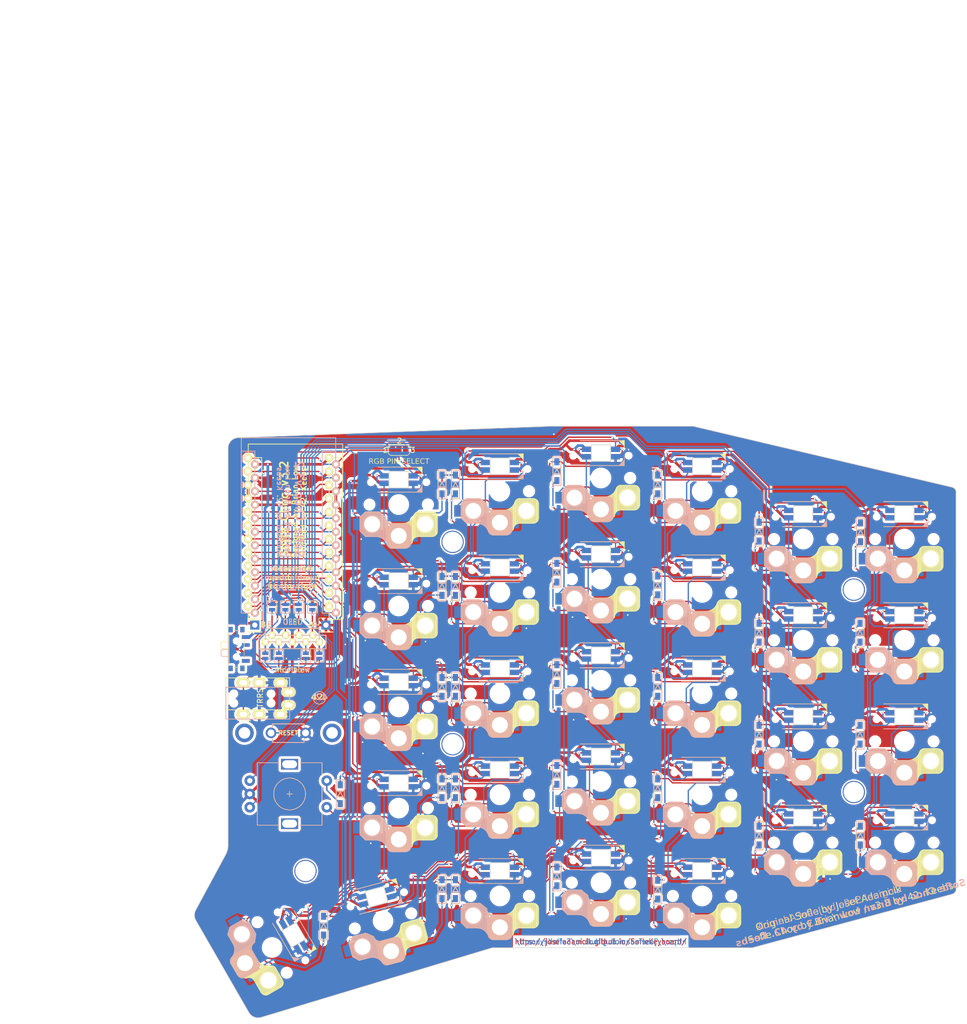
<source format=kicad_pcb>
(kicad_pcb (version 20240108) (generator "pcbnew") (generator_version "8.0")
  (layers (0 "F.Cu" jumper) (31 "B.Cu" signal) (34 "B.Paste" user) (35 "F.Paste" user) (36 "B.SilkS" user "B.Silkscreen") (37 "F.SilkS" user "F.Silkscreen") (38 "B.Mask" user) (39 "F.Mask" user) (44 "Edge.Cuts" user))
  (net 0 "")
  (net 1 "row4")
  (net 2 "row0")
  (net 3 "row1")
  (net 4 "row2")
  (net 5 "row3")
  (net 6 "VCC")
  (net 7 "GND")
  (net 8 "col0")
  (net 9 "col1")
  (net 10 "col2")
  (net 11 "col3")
  (net 12 "col4")
  (net 13 "SDA")
  (net 14 "LED")
  (net 15 "SCL")
  (net 16 "RESET")
  (net 17 "DATA")
  (net 18 "SW25B")
  (net 19 "SW25A")
  (net 20 "ENCB")
  (net 21 "ENCA")
  (net 22 "RAW")
  (net 23 "BAT")
  (net 24 "Net-(D1-A)")
  (net 25 "Net-(D2-A)")
  (net 26 "Net-(D3-A)")
  (net 27 "Net-(D4-A)")
  (net 28 "Net-(D5-A)")
  (net 29 "Net-(D6-A)")
  (net 30 "Net-(D7-A)")
  (net 31 "Net-(D8-A)")
  (net 32 "Net-(D9-A)")
  (net 33 "Net-(D10-A)")
  (net 34 "Net-(D11-A)")
  (net 35 "Net-(D12-A)")
  (net 36 "Net-(D13-A)")
  (net 37 "Net-(D14-A)")
  (net 38 "Net-(D15-A)")
  (net 39 "Net-(D16-A)")
  (net 40 "Net-(D17-A)")
  (net 41 "Net-(D18-A)")
  (net 42 "Net-(D19-A)")
  (net 43 "Net-(D20-A)")
  (net 44 "Net-(D21-A)")
  (net 45 "Net-(D22-A)")
  (net 46 "Net-(D23-A)")
  (net 47 "Net-(D24-A)")
  (net 48 "Net-(D26-A)")
  (net 49 "Net-(D27-A)")
  (net 50 "Net-(D28-A)")
  (net 51 "Net-(D29-A)")
  (net 52 "Net-(D30-A)")
  (net 53 "Net-(J3-P1)")
  (net 54 "Net-(J3-P2)")
  (net 55 "Net-(J3-P4)")
  (net 56 "Net-(SW1B-DOUT)")
  (net 57 "Net-(SW2B-DOUT)")
  (net 58 "Net-(SW2B-DIN)")
  (net 59 "Net-(SW3B-DOUT)")
  (net 60 "Net-(SW4B-DOUT)")
  (net 61 "Net-(SW10B-DOUT)")
  (net 62 "Net-(SW11B-DIN)")
  (net 64 "Net-(SW12B-DOUT)")
  (net 65 "Net-(SW13B-DIN)")
  (net 66 "Net-(SW14B-DOUT)")
  (net 67 "Net-(SW15B-DIN)")
  (net 68 "Net-(SW10B-DIN)")
  (net 69 "Net-(SW11B-DOUT)")
  (net 70 "Net-(SW12B-DIN)")
  (net 71 "Net-(SW13B-DOUT)")
  (net 72 "Net-(SW14B-DIN)")
  (net 73 "Net-(SW15B-DOUT)")
  (net 74 "Net-(SW16B-DIN)")
  (net 75 "Net-(SW17B-DOUT)")
  (net 76 "Net-(SW18B-DIN)")
  (net 77 "Net-(SW19B-DOUT)")
  (net 78 "Net-(SW20B-DIN)")
  (net 79 "Net-(SW21B-DOUT)")
  (net 80 "Net-(SW22B-DIN)")
  (net 81 "Net-(SW23B-DOUT)")
  (net 82 "Net-(SW26B-DOUT)")
  (net 83 "Net-(SW27B-DOUT)")
  (net 84 "Net-(SW29B-DOUT)")
  (net 86 "Net-(J2-P1)")
  (net 87 "Net-(J2-P2)")
  (net 88 "Net-(J2-P3)")
  (net 89 "Net-(J2-P4)")
  (net 90 "Net-(J3-P5)")
  (net 91 "unconnected-(SW31-C-Pad3)")
  (net 92 "unconnected-(SW32-A-Pad1)")
  (net 94 "LED2")
  (net 95 "CS{slash}LED")
  (footprint "SofleChoc:MJ-4PP-9" (layer "F.Cu") (at 88 85.65 90)
    (property "Reference" "J1")
    (property "Value" "4PIN" (hide yes))
  )
  (footprint "SofleChoc:HOLE_M2_TH_Smaller" (layer "F.Cu") (at 103 119)
    (property "Reference" "TH7" (hide yes))
    (property "Value" "HOLE" (hide yes))
  )
  (footprint "SofleChoc:ProMicro" (layer "F.Cu") (at 101 56)
    (property "Reference" "U1" (hide yes))
    (property "Value" "ProMicro" (hide yes))
  )
  (footprint "SofleChoc:Jumper" (layer "F.Cu") (at 104.3 69.299999 90)
    (property "Reference" "JP1" (hide yes))
    (property "Value" "Jumper_NO_Small" (hide yes))
  )
  (footprint "SofleChoc:Jumper" (layer "F.Cu") (at 101.7 69.299999 90)
    (property "Reference" "JP2" (hide yes))
    (property "Value" "Jumper_NO_Small" (hide yes))
  )
  (footprint "SofleChoc:Jumper" (layer "F.Cu") (at 99.2 69.3 90)
    (property "Reference" "JP3" (hide yes))
    (property "Value" "Jumper_NO_Small" (hide yes))
  )
  (footprint "SofleChoc:TACT_SWITCH_TVBP06" (layer "F.Cu") (at 99.75 93 180)
    (property "Reference" "RSW1" (hide yes))
    (property "Value" "SW_RST" (hide yes))
  )
  (footprint "SofleChoc:crkbd-diode" (layer "F.Cu") (at 128.704999 46.227 -90)
    (property "Reference" "D1" (hide yes))
    (property "Value" "D" (hide yes))
  )
  (footprint "SofleChoc:crkbd-diode" (layer "F.Cu") (at 131.245 46.23 -90)
    (property "Reference" "D2" (hide yes))
    (property "Value" "D" (hide yes))
  )
  (footprint "SofleChoc:crkbd-diode" (layer "F.Cu") (at 150.345001 43.73 -90)
    (property "Reference" "D3" (hide yes))
    (property "Value" "D" (hide yes))
  )
  (footprint "SofleChoc:crkbd-diode" (layer "F.Cu") (at 169.345 46.23 -90)
    (property "Reference" "D4" (hide yes))
    (property "Value" "D" (hide yes))
  )
  (footprint "SofleChoc:crkbd-diode" (layer "F.Cu") (at 188.445 55.1 -90)
    (property "Reference" "D5" (hide yes))
    (property "Value" "D" (hide yes))
  )
  (footprint "SofleChoc:crkbd-diode" (layer "F.Cu") (at 207.545 55.23 -90)
    (property "Reference" "D6" (hide yes))
    (property "Value" "D" (hide yes))
  )
  (footprint "SofleChoc:crkbd-diode" (layer "F.Cu") (at 128.705 84.33 -90)
    (property "Reference" "D13" (hide yes))
    (property "Value" "D" (hide yes))
  )
  (footprint "SofleChoc:crkbd-diode" (layer "F.Cu") (at 128.705001 103.43 -90)
    (property "Reference" "D19" (hide yes))
    (property "Value" "D" (hide yes))
  )
  (footprint "SofleChoc:crkbd-diode" (layer "F.Cu") (at 109.55 104.53264 -90)
    (property "Reference" "D25" (hide yes))
    (property "Value" "D" (hide yes))
  )
  (footprint "SofleChoc:crkbd-diode" (layer "F.Cu") (at 106.39912 129.30264 -90)
    (property "Reference" "D26" (hide yes))
    (property "Value" "D" (hide yes))
  )
  (footprint "SofleChoc:Choc_Hotswap_SK6812MiniE" (layer "F.Cu") (at 120.55 50 180)
    (property "Reference" "SW1" (hide yes))
    (property "Value" "SW_PUSH_LED" (hide yes))
    (fp_line (start 1.8 6.249) (end 1.8 3.149) (stroke (width 0.12)) (layer "Edge.Cuts"))
    (fp_line (start 1.8 3.149) (end -1.8 3.149) (stroke (width 0.12)) (layer "Edge.Cuts"))
    (fp_line (start -1.8 6.249) (end 1.8 6.249) (stroke (width 0.12)) (layer "Edge.Cuts"))
    (fp_line (start -1.8 3.149) (end -1.8 6.249) (stroke (width 0.12)) (layer "Edge.Cuts"))
  )
  (footprint "SofleChoc:Choc_Hotswap_SK6812MiniE" (layer "F.Cu") (at 158.65 45 180)
    (property "Reference" "SW3" (hide yes))
    (property "Value" "SW_PUSH_LED" (hide yes))
    (fp_line (start 1.8 6.249) (end 1.8 3.149) (stroke (width 0.12)) (layer "Edge.Cuts"))
    (fp_line (start 1.8 3.149) (end -1.8 3.149) (stroke (width 0.12)) (layer "Edge.Cuts"))
    (fp_line (start -1.8 6.249) (end 1.8 6.249) (stroke (width 0.12)) (layer "Edge.Cuts"))
    (fp_line (start -1.8 3.149) (end -1.8 6.249) (stroke (width 0.12)) (layer "Edge.Cuts"))
  )
  (footprint "SofleChoc:Choc_Hotswap_SK6812MiniE" (layer "F.Cu") (at 120.549999 88.1 180)
    (property "Reference" "SW13" (hide yes))
    (property "Value" "SW_PUSH_LED" (hide yes))
    (fp_line (start 1.8 6.249) (end 1.8 3.149) (stroke (width 0.12)) (layer "Edge.Cuts"))
    (fp_line (start 1.8 3.149) (end -1.8 3.149) (stroke (width 0.12)) (layer "Edge.Cuts"))
    (fp_line (start -1.8 6.249) (end 1.8 6.249) (stroke (width 0.12)) (layer "Edge.Cuts"))
    (fp_line (start -1.8 3.149) (end -1.8 6.249) (stroke (width 0.12)) (layer "Edge.Cuts"))
  )
  (footprint "SofleChoc:Choc_Hotswap_SK6812MiniE" (layer "F.Cu") (at 139.6 85.600001 180)
    (property "Reference" "SW14" (hide yes))
    (property "Value" "SW_PUSH_LED" (hide yes))
    (fp_line (start 1.8 6.249) (end 1.8 3.149) (stroke (width 0.12)) (layer "Edge.Cuts"))
    (fp_line (start 1.8 3.149) (end -1.8 3.149) (stroke (width 0.12)) (layer "Edge.Cuts"))
    (fp_line (start -1.8 6.249) (end 1.8 6.249) (stroke (width 0.12)) (layer "Edge.Cuts"))
    (fp_line (start -1.8 3.149) (end -1.8 6.249) (stroke (width 0.12)) (layer "Edge.Cuts"))
  )
  (footprint "SofleChoc:Choc_Hotswap_SK6812MiniE" (layer "F.Cu") (at 120.55 107.15 180)
    (property "Reference" "SW19" (hide yes))
    (property "Value" "SW_PUSH_LED" (hide yes))
    (fp_line (start 1.8 6.249) (end 1.8 3.149) (stroke (width 0.12)) (layer "Edge.Cuts"))
    (fp_line (start 1.8 3.149) (end -1.8 3.149) (stroke (width 0.12)) (layer "Edge.Cuts"))
    (fp_line (start -1.8 6.249) (end 1.8 6.249) (stroke (width 0.12)) (layer "Edge.Cuts"))
    (fp_line (start -1.8 3.149) (end -1.8 6.249) (stroke (width 0.12)) (layer "Edge.Cuts"))
  )
  (footprint "SofleChoc:Choc_Hotswap_SK6812MiniE" (layer "F.Cu") (at 158.65 102.15 180)
    (property "Reference" "SW21" (hide yes))
    (property "Value" "SW_PUSH_LED" (hide yes))
    (fp_line (start 1.8 6.249) (end 1.8 3.149) (stroke (width 0.12)) (layer "Edge.Cuts"))
    (fp_line (start 1.8 3.149) (end -1.8 3.149) (stroke (width 0.12)) (layer "Edge.Cuts"))
    (fp_line (start -1.8 6.249) (end 1.8 6.249) (stroke (width 0.12)) (layer "Edge.Cuts"))
    (fp_line (start -1.8 3.149) (end -1.8 6.249) (stroke (width 0.12)) (layer "Edge.Cuts"))
  )
  (footprint "SofleChoc:Choc_Hotswap_SK6812MiniE" (layer "F.Cu") (at 196.75 113.65 180)
    (property "Reference" "SW23" (hide yes))
    (property "Value" "SW_PUSH_LED" (hide yes))
    (fp_line (start 1.8 6.249) (end 1.8 3.149) (stroke (width 0.12)) (layer "Edge.Cuts"))
    (fp_line (start 1.8 3.149) (end -1.8 3.149) (stroke (width 0.12)) (layer "Edge.Cuts"))
    (fp_line (start -1.8 6.249) (end 1.8 6.249) (stroke (width 0.12)) (layer "Edge.Cuts"))
    (fp_line (start -1.8 3.149) (end -1.8 6.249) (stroke (width 0.12)) (layer "Edge.Cuts"))
  )
  (footprint "SofleChoc:Choc_Hotswap_SK6812MiniE" (layer "F.Cu") (at 96.71 133.4 120)
    (property "Reference" "SW26" (hide yes))
    (property "Value" "SW_PUSH_LED" (hide yes))
    (fp_line (start 1.8 3.149) (end -1.8 3.149) (stroke (width 0.12)) (layer "Edge.Cuts"))
    (fp_line (start -1.8 3.149) (end -1.8 6.249) (stroke (width 0.12)) (layer "Edge.Cuts"))
    (fp_line (start 1.8 6.249) (end 1.8 3.149) (stroke (width 0.12)) (layer "Edge.Cuts"))
    (fp_line (start -1.8 6.249) (end 1.8 6.249) (stroke (width 0.12)) (layer "Edge.Cuts"))
  )
  (footprint "MountingHole:MountingHole_2.2mm_M2_ISO7380_Pad" (layer "F.Cu") (at 91.499999 93)
    (property "Reference" "TH1")
    (property "Value" "HOLE")
  )
  (footprint "SofleChoc:Jumper" (layer "F.Cu") (at 96.7 69.299999 90)
    (property "Reference" "JP4" (hide yes))
    (property "Value" "Jumper_NO_Small" (hide yes))
  )
  (footprint "SofleChoc:OLED_4Pin" (layer "F.Cu") (at 96.7 74.6)
    (property "Reference" "J2" (hide yes))
    (property "Value" "OLED" (hide yes))
  )
  (footprint "MountingHole:MountingHole_2.2mm_M2_ISO7380_Pad" (layer "F.Cu") (at 108 93)
    (property "Reference" "TH2" (hide yes))
    (property "Value" "HOLE")
  )
  (footprint "SofleChoc:RotaryEncoder_Alps_EC11E-Switch_Vertical_H20mm-keebio_modified_with_cutout" (layer "F.Cu") (at 100 104.5)
    (property "Reference" "SW25" (hide yes))
    (property "Value" "Rotary_Encoder_Switch")
  )
  (footprint "SofleChoc:Choc_Hotswap_SK6812MiniE" (layer "F.Cu") (at 117.6 128.4 -165)
    (property "Reference" "SW27" (hide yes))
    (property "Value" "SW_PUSH_LED" (hide yes))
    (fp_line (start 1.8 6.249) (end 1.8 3.149) (stroke (width 0.12)) (layer "Edge.Cuts"))
    (fp_line (start 1.8 3.149) (end -1.8 3.149) (stroke (width 0.12)) (layer "Edge.Cuts"))
    (fp_line (start -1.8 6.249) (end 1.8 6.249) (stroke (width 0.12)) (layer "Edge.Cuts"))
    (fp_line (start -1.8 3.149) (end -1.8 6.249) (stroke (width 0.12)) (layer "Edge.Cuts"))
  )
  (footprint "SofleChoc:Choc_Hotswap_SK6812MiniE" (layer "F.Cu") (at 215.8 75.55 180)
    (property "Reference" "SW12" (hide yes))
    (property "Value" "SW_PUSH_LED" (hide yes))
    (fp_line (start 1.8 6.249) (end 1.8 3.149) (stroke (width 0.12)) (layer "Edge.Cuts"))
    (fp_line (start 1.8 3.149) (end -1.8 3.149) (stroke (width 0.12)) (layer "Edge.Cuts"))
    (fp_line (start -1.8 6.249) (end 1.8 6.249) (stroke (width 0.12)) (layer "Edge.Cuts"))
    (fp_line (start -1.8 3.149) (end -1.8 6.249) (stroke (width 0.12)) (layer "Edge.Cuts"))
  )
  (footprint "SofleChoc:Choc_Hotswap_SK6812MiniE" (layer "F.Cu") (at 215.8 94.6 180)
    (property "Reference" "SW18" (hide yes))
    (property "Value" "SW_PUSH_LED" (hide yes))
    (fp_line (start 1.8 6.249) (end 1.8 3.149) (stroke (width 0.12)) (layer "Edge.Cuts"))
    (fp_line (start 1.8 3.149) (end -1.8 3.149) (stroke (width 0.12)) (layer "Edge.Cuts"))
    (fp_line (start -1.8 6.249) (end 1.8 6.249) (stroke (width 0.12)) (layer "Edge.Cuts"))
    (fp_line (start -1.8 3.149) (end -1.8 6.249) (stroke (width 0.12)) (layer "Edge.Cuts"))
  )
  (footprint "SofleChoc:Choc_Hotswap_SK6812MiniE" (layer "F.Cu") (at 215.8 113.65 180)
    (property "Reference" "SW24" (hide yes))
    (property "Value" "SW_PUSH_LED" (hide yes))
    (fp_line (start 1.8 6.249) (end 1.8 3.149) (stroke (width 0.12)) (layer "Edge.Cuts"))
    (fp_line (start 1.8 3.149) (end -1.8 3.149) (stroke (width 0.12)) (layer "Edge.Cuts"))
    (fp_line (start -1.8 6.249) (end 1.8 6.249) (stroke (width 0.12)) (layer "Edge.Cuts"))
    (fp_line (start -1.8 3.149) (end -1.8 6.249) (stroke (width 0.12)) (layer "Edge.Cuts"))
  )
  (footprint "SofleChoc:Choc_Hotswap_SK6812MiniE" (layer "F.Cu") (at 177.7 47.5 180)
    (property "Reference" "SW4" (hide yes))
    (property "Value" "SW_PUSH_LED" (hide yes))
    (fp_line (start 1.8 6.249) (end 1.8 3.149) (stroke (width 0.12)) (layer "Edge.Cuts"))
    (fp_line (start 1.8 3.149) (end -1.8 3.149) (stroke (width 0.12)) (layer "Edge.Cuts"))
    (fp_line (start -1.8 6.249) (end 1.8 6.249) (stroke (width 0.12)) (layer "Edge.Cuts"))
    (fp_line (start -1.8 3.149) (end -1.8 6.249) (stroke (width 0.12)) (layer "Edge.Cuts"))
  )
  (footprint "SofleChoc:HOLE_M2_TH_Smaller" (layer "F.Cu") (at 206.275 66.025)
    (property "Reference" "TH4" (hide yes))
    (property "Value" "HOLE" (hide yes))
  )
  (footprint "SofleChoc:crkbd-diode" (layer "F.Cu") (at 128.705001 65.33 -90)
    (property "Reference" "D7" (hide yes))
    (property "Value" "D" (hide yes))
  )
  (footprint "SofleChoc:crkbd-diode" (layer "F.Cu") (at 131.245 65.33 -90)
    (property "Reference" "D8" (hide yes))
    (property "Value" "D" (hide yes))
  )
  (footprint "SofleChoc:crkbd-diode" (layer "F.Cu") (at 150.345 62.82 -90)
    (property "Reference" "D9" (hide yes))
    (property "Value" "D" (hide yes))
  )
  (footprint "SofleChoc:crkbd-diode" (layer "F.Cu") (at 169.345 65.23 -90)
    (property "Reference" "D10" (hide yes))
    (property "Value" "D" (hide yes))
  )
  (footprint "SofleChoc:crkbd-diode" (layer "F.Cu") (at 188.445 74.129999 -90)
    (property "Reference" "D11" (hide yes))
    (property "Value" "D" (hide yes))
  )
  (footprint "SofleChoc:crkbd-diode" (layer "F.Cu") (at 207.445001 74.130001 -90)
    (property "Reference" "D12" (hide yes))
    (property "Value" "D" (hide yes))
  )
  (footprint "SofleChoc:Choc_Hotswap_SK6812MiniE" (layer "F.Cu") (at 196.75 56.5 180)
    (property "Reference" "SW5" (hide yes))
    (property "Value" "SW_PUSH_LED" (hide yes))
    (fp_line (start 1.8 6.249) (end 1.8 3.149) (stroke (width 0.12)) (layer "Edge.Cuts"))
    (fp_line (start 1.8 3.149) (end -1.8 3.149) (stroke (width 0.12)) (layer "Edge.Cuts"))
    (fp_line (start -1.8 6.249) (end 1.8 6.249) (stroke (width 0.12)) (layer "Edge.Cuts"))
    (fp_line (start -1.8 3.149) (end -1.8 6.249) (stroke (width 0.12)) (layer "Edge.Cuts"))
  )
  (footprint "SofleChoc:Choc_Hotswap_SK6812MiniE" (layer "F.Cu") (at 139.6 66.550001 180)
    (property "Reference" "SW8" (hide yes))
    (property "Value" "SW_PUSH_LED" (hide yes))
    (fp_line (start 1.8 6.249) (end 1.8 3.149) (stroke (width 0.12)) (layer "Edge.Cuts"))
    (fp_line (start 1.8 3.149) (end -1.8 3.149) (stroke (width 0.12)) (layer "Edge.Cuts"))
    (fp_line (start -1.8 6.249) (end 1.8 6.249) (stroke (width 0.12)) (layer "Edge.Cuts"))
    (fp_line (start -1.8 3.149) (end -1.8 6.249) (stroke (width 0.12)) (layer "Edge.Cuts"))
  )
  (footprint "SofleChoc:Choc_Hotswap_SK6812MiniE" (layer "F.Cu") (at 177.7 66.55 180)
    (property "Reference" "SW10" (hide yes))
    (property "Value" "SW_PUSH_LED" (hide yes))
    (fp_line (start 1.8 6.249) (end 1.8 3.149) (stroke (width 0.12)) (layer "Edge.Cuts"))
    (fp_line (start 1.8 3.149) (end -1.8 3.149) (stroke (width 0.12)) (layer "Edge.Cuts"))
    (fp_line (start -1.8 6.249) (end 1.8 6.249) (stroke (width 0.12)) (layer "Edge.Cuts"))
    (fp_line (start -1.8 3.149) (end -1.8 6.249) (stroke (width 0.12)) (layer "Edge.Cuts"))
  )
  (footprint "SofleChoc:Choc_Hotswap_SK6812MiniE" (layer "F.Cu") (at 158.650001 64.05 180)
    (property "Reference" "SW9" (hide yes))
    (property "Value" "SW_PUSH_LED" (hide yes))
    (fp_line (start 1.8 6.249) (end 1.8 3.149) (stroke (width 0.12)) (layer "Edge.Cuts"))
    (fp_line (start 1.8 3.149) (end -1.8 3.149) (stroke (width 0.12)) (layer "Edge.Cuts"))
    (fp_line (start -1.8 6.249) (end 1.8 6.249) (stroke (width 0.12)) (layer "Edge.Cuts"))
    (fp_line (start -1.8 3.149) (end -1.8 6.249) (stroke (width 0.12)) (layer "Edge.Cuts"))
  )
  (footprint "SofleChoc:Choc_Hotswap_SK6812MiniE" (layer "F.Cu") (at 177.7 85.600001 180)
    (property "Reference" "SW16" (hide yes))
    (property "Value" "SW_PUSH_LED" (hide yes))
    (fp_line (start 1.8 6.249) (end 1.8 3.149) (stroke (width 0.12)) (layer "Edge.Cuts"))
    (fp_line (start 1.8 3.149) (end -1.8 3.149) (stroke (width 0.12)) (layer "Edge.Cuts"))
    (fp_line (start -1.8 6.249) (end 1.8 6.249) (stroke (width 0.12)) (layer "Edge.Cuts"))
    (fp_line (start -1.8 3.149) (end -1.8 6.249) (stroke (width 0.12)) (layer "Edge.Cuts"))
  )
  (footprint "SofleChoc:Choc_Hotswap_SK6812MiniE" (layer "F.Cu") (at 215.8 56.5 180)
    (property "Reference" "SW6" (hide yes))
    (property "Value" "SW_PUSH_LED" (hide yes))
    (fp_line (start 1.8 6.249) (end 1.8 3.149) (stroke (width 0.12)) (layer "Edge.Cuts"))
    (fp_line (start 1.8 3.149) (end -1.8 3.149) (stroke (width 0.12)) (layer "Edge.Cuts"))
    (fp_line (start -1.8 6.249) (end 1.8 6.249) (stroke (width 0.12)) (layer "Edge.Cuts"))
    (fp_line (start -1.8 3.149) (end -1.8 6.249) (stroke (width 0.12)) (layer "Edge.Cuts"))
  )
  (footprint "SofleChoc:Choc_Hotswap_SK6812MiniE" (layer "F.Cu") (at 120.549999 69.1 180)
    (property "Reference" "SW7" (hide yes))
    (property "Value" "SW_PUSH_LED" (hide yes))
    (fp_line (start 1.8 6.249) (end 1.8 3.149) (stroke (width 0.12)) (layer "Edge.Cuts"))
    (fp_line (start 1.8 3.149) (end -1.8 3.149) (stroke (width 0.12)) (layer "Edge.Cuts"))
    (fp_line (start -1.8 6.249) (end 1.8 6.249) (stroke (width 0.12)) (layer "Edge.Cuts"))
    (fp_line (start -1.8 3.149) (end -1.8 6.249) (stroke (width 0.12)) (layer "Edge.Cuts"))
  )
  (footprint "SofleChoc:Choc_Hotswap_SK6812MiniE" (layer "F.Cu") (at 177.7 123.699999 180)
    (property "Reference" "SW30" (hide yes))
    (property "Value" "SW_PUSH_LED" (hide yes))
    (fp_line (start 1.8 6.249) (end 1.8 3.149) (stroke (width 0.12)) (layer "Edge.Cuts"))
    (fp_line (start 1.8 3.149) (end -1.8 3.149) (stroke (width 0.12)) (layer "Edge.Cuts"))
    (fp_line (start -1.8 6.249) (end 1.8 6.249) (stroke (width 0.12)) (layer "Edge.Cuts"))
    (fp_line (start -1.8 3.149) (end -1.8 6.249) (stroke (width 0.12)) (layer "Edge.Cuts"))
  )
  (footprint "SofleChoc:Choc_Hotswap_SK6812MiniE" (layer "F.Cu") (at 196.75 75.549999 180)
    (property "Reference" "SW11" (hide yes))
    (property "Value" "SW_PUSH_LED" (hide yes))
    (fp_line (start 1.8 6.249) (end 1.8 3.149) (stroke (width 0.12)) (layer "Edge.Cuts"))
    (fp_line (start 1.8 3.149) (end -1.8 3.149) (stroke (width 0.12)) (layer "Edge.Cuts"))
    (fp_line (start -1.8 6.249) (end 1.8 6.249) (stroke (width 0.12)) (layer "Edge.Cuts"))
    (fp_line (start -1.8 3.149) (end -1.8 6.249) (stroke (width 0.12)) (layer "Edge.Cuts"))
  )
  (footprint "SofleChoc:Choc_Hotswap_SK6812MiniE" (layer "F.Cu") (at 177.7 104.650001 180)
    (property "Reference" "SW22" (hide yes))
    (property "Value" "SW_PUSH_LED" (hide yes))
    (fp_line (start 1.8 6.249) (end 1.8 3.149) (stroke (width 0.12)) (layer "Edge.Cuts"))
    (fp_line (start 1.8 3.149) (end -1.8 3.149) (stroke (width 0.12)) (layer "Edge.Cuts"))
    (fp_line (start -1.8 6.249) (end 1.8 6.249) (stroke (width 0.12)) (layer "Edge.Cuts"))
    (fp_line (start -1.8 3.149) (end -1.8 6.249) (stroke (width 0.12)) (layer "Edge.Cuts"))
  )
  (footprint "SofleChoc:Choc_Hotswap_SK6812MiniE" (layer "F.Cu") (at 196.75 94.6 180)
    (property "Reference" "SW17" (hide yes))
    (property "Value" "SW_PUSH_LED" (hide yes))
    (fp_line (start 1.8 6.249) (end 1.8 3.149) (stroke (width 0.12)) (layer "Edge.Cuts"))
    (fp_line (start 1.8 3.149) (end -1.8 3.149) (stroke (width 0.12)) (layer "Edge.Cuts"))
    (fp_line (start -1.8 6.249) (end 1.8 6.249) (stroke (width 0.12)) (layer "Edge.Cuts"))
    (fp_line (start -1.8 3.149) (end -1.8 6.249) (stroke (width 0.12)) (layer "Edge.Cuts"))
  )
  (footprint "SofleChoc:Choc_Hotswap_SK6812MiniE" (layer "F.Cu") (at 158.65 121.2 180)
    (property "Reference" "SW29" (hide yes))
    (property "Value" "SW_PUSH_LED" (hide yes))
    (fp_line (start 1.8 6.249) (end 1.8 3.149) (stroke (width 0.12)) (layer "Edge.Cuts"))
    (fp_line (start 1.8 3.149) (end -1.8 3.149) (stroke (width 0.12)) (layer "Edge.Cuts"))
    (fp_line (start -1.8 6.249) (end 1.8 6.249) (stroke (width 0.12)) (layer "Edge.Cuts"))
    (fp_line (start -1.8 3.149) (end -1.8 6.249) (stroke (width 0.12)) (layer "Edge.Cuts"))
  )
  (footprint "SofleChoc:Choc_Hotswap_SK6812MiniE" (layer "F.Cu") (at 158.65 83.1 180)
    (property "Reference" "SW15" (hide yes))
    (property "Value" "SW_PUSH_LED" (hide yes))
    (fp_line (start 1.8 6.249) (end 1.8 3.149) (stroke (width 0.12)) (layer "Edge.Cuts"))
    (fp_line (start 1.8 3.149) (end -1.8 3.149) (stroke (width 0.12)) (layer "Edge.Cuts"))
    (fp_line (start -1.8 6.249) (end 1.8 6.249) (stroke (width 0.12)) (layer "Edge.Cuts"))
    (fp_line (start -1.8 3.149) (end -1.8 6.249) (stroke (width 0.12)) (layer "Edge.Cuts"))
  )
  (footprint "SofleChoc:Choc_Hotswap_SK6812MiniE" (layer "F.Cu") (at 139.6 47.5 180)
    (property "Reference" "SW2" (hide yes))
    (property "Value" "SW_PUSH_LED" (hide yes))
    (fp_line (start 1.8 6.249) (end 1.8 3.149) (stroke (width 0.12)) (layer "Edge.Cuts"))
    (fp_line (start 1.8 3.149) (end -1.8 3.149) (stroke (width 0.12)) (layer "Edge.Cuts"))
    (fp_line (start -1.8 6.249) (end 1.8 6.249) (stroke (width 0.12)) (layer "Edge.Cuts"))
    (fp_line (start -1.8 3.149) (end -1.8 6.249) (stroke (width 0.12)) (layer "Edge.Cuts"))
  )
  (footprint "SofleChoc:crkbd-diode" (layer "F.Cu") (at 128.705 122.43 -90)
    (property "Reference" "D27" (hide yes))
    (property "Value" "D" (hide yes))
  )
  (footprint "SofleChoc:Choc_Hotswap_SK6812MiniE" (layer "F.Cu") (at 139.6 104.650001 180)
    (property "Reference" "SW20" (hide yes))
    (property "Value" "SW_PUSH_LED" (hide yes))
    (fp_line (start 1.8 6.249) (end 1.8 3.149) (stroke (width 0.12)) (layer "Edge.Cuts"))
    (fp_line (start 1.8 3.149) (end -1.8 3.149) (stroke (width 0.12)) (layer "Edge.Cuts"))
    (fp_line (start -1.8 6.249) (end 1.8 6.249) (stroke (width 0.12)) (layer "Edge.Cuts"))
    (fp_line (start -1.8 3.149) (end -1.8 6.249) (stroke (width 0.12)) (layer "Edge.Cuts"))
  )
  (footprint "SofleChoc:HOLE_M2_TH_Smaller" (layer "F.Cu") (at 206.275 104.125)
    (property "Reference" "TH6" (hide yes))
    (property "Value" "HOLE" (hide yes))
  )
  (footprint "SofleChoc:crkbd-diode" (layer "F.Cu") (at 150.345 81.92 -90)
    (property "Reference" "D15" (hide yes))
    (property "Value" "D" (hide yes))
  )
  (footprint "SofleChoc:crkbd-diode" (layer "F.Cu") (at 169.345 84.33 -90)
    (property "Reference" "D16" (hide yes))
    (property "Value" "D" (hide yes))
  )
  (footprint "SofleChoc:crkbd-diode" (layer "F.Cu") (at 188.445 93.33 -90)
    (property "Reference" "D17" (hide yes))
    (property "Value" "D" (hide yes))
  )
  (footprint "SofleChoc:crkbd-diode" (layer "F.Cu") (at 207.445 93.33 -90)
    (property "Reference" "D18" (hide yes))
    (property "Value" "D" (hide yes))
  )
  (footprint "SofleChoc:crkbd-diode" (layer "F.Cu") (at 131.245 122.43 -90)
    (property "Reference" "D28" (hide yes))
    (property "Value" "D" (hide yes))
  )
  (footprint "SofleChoc:crkbd-diode" (layer "F.Cu") (at 150.345 120.02 -90)
    (property "Reference" "D29" (hide yes))
    (property "Value" "D" (hide yes))
  )
  (footprint "SofleChoc:crkbd-diode" (layer "F.Cu") (at 207.495 112.33 -90)
    (property "Reference" "D24" (hide yes))
    (property "Value" "D" (hide yes))
  )
  (footprint "SofleChoc:crkbd-diode" (layer "F.Cu") (at 131.245 103.43 -90)
    (property "Reference" "D20" (hide yes))
    (property "Value" "D" (hide yes))
  )
  (footprint "SofleChoc:crkbd-diode" (layer "F.Cu") (at 150.345 100.92 -90)
    (property "Reference" "D21" (hide yes))
    (property "Value" "D" (hide yes))
  )
  (footprint "SofleChoc:crkbd-diode" (layer "F.Cu") (at 169.344999 103.43 -90)
    (property "Reference" "D22" (hide yes))
    (property "Value" "D" (hide yes))
  )
  (footprint "SofleChoc:crkbd-diode" (layer "F.Cu") (at 188.445 112.33 -90)
    (property "Reference" "D23" (hide yes))
    (property "Value" "D" (hide yes))
  )
  (footprint "SofleChoc:crkbd-diode" (layer "F.Cu") (at 131.245 84.330001 -90)
    (property "Reference" "D14" (hide yes))
    (property "Value" "D" (hide yes))
  )
  (footprint "SofleChoc:crkbd-diode" (layer "F.Cu") (at 169.345 122.53 -90)
    (property "Reference" "D30" (hide yes))
    (property "Value" "D" (hide yes))
  )
  (footprint "SofleChoc:Choc_Hotswap_SK6812MiniE" (layer "F.Cu") (at 139.599999 123.7 180)
    (property "Reference" "SW28" (hide yes))
    (property "Value" "SW_PUSH_LED" (hide yes))
    (fp_line (start 1.8 6.249) (end 1.8 3.149) (stroke (width 0.12)) (layer "Edge.Cuts"))
    (fp_line (start 1.8 3.149) (end -1.8 3.149) (stroke (width 0.12)) (layer "Edge.Cuts"))
    (fp_line (start -1.8 6.249) (end 1.8 6.249) (stroke (width 0.12)) (layer "Edge.Cuts"))
    (fp_line (start -1.8 3.149) (end -1.8 6.249) (stroke (width 0.12)) (layer "Edge.Cuts"))
  )
  (footprint "SofleChoc:HOLE_M2_TH_Smaller" (layer "F.Cu") (at 130.7 57.024999)
    (property "Reference" "TH3" (hide yes))
    (property "Value" "HOLE" (hide yes))
  )
  (footprint "SofleChoc:HOLE_M2_TH_Smaller" (layer "F.Cu") (at 130.7 95.125)
    (property "Reference" "TH5" (hide yes))
    (property "Value" "HOLE" (hide yes))
  )
  (footprint "Connector_PinHeader_2.54mm:PinHeader_1x01_P2.54mm_Vertical" (layer "F.Cu") (at 93.45 72.7)
    (property "Reference" "J4")
    (property "Value" "B+")
  )
  (footprint "SofleChoc:Jumper" (layer "F.Cu") (at 95.43 78.50038 -90)
    (property "Reference" "JP12" (hide yes))
    (property "Value" "Jumper_NO_Small" (hide yes))
  )
  (footprint "SofleChoc:Jumper" (layer "F.Cu") (at 103.05 78.50038 -90)
    (property "Reference" "JP10" (hide yes))
    (property "Value" "Jumper_NO_Small" (hide yes))
  )
  (footprint "Button_Switch_SMD:SW_SPDT_PCM12" (layer "F.Cu") (at 90.325 77.2 -90)
    (property "Reference" "SW31" (hide yes))
    (property "Value" "PWR Top")
  )
  (footprint "SofleChoc:Jumper" (layer "F.Cu") (at 97.97 78.50038 -90)
    (property "Reference" "JP11" (hide yes))
    (property "Value" "Jumper_NO_Small" (hide yes))
  )
  (footprint "SofleChoc:niceview_5Pin" (layer "F.Cu") (at 95.43 75.87)
    (property "Reference" "J3")
    (property "Value" "nice!view")
  )
  (footprint "SofleChoc:Jumper" (layer "F.Cu") (at 105.59 78.50038 -90)
    (property "Reference" "JP9" (hide yes))
    (property "Value" "Jumper_NO_Small" (hide yes))
  )
  (footprint "Jumper:SolderJumper-3_P1.3mm_Bridged12_RoundedPad1.0x1.5mm_NumberLabels" (layer "F.Cu") (at 120.6 39.7575)
    (property "Reference" "JP17" (hide yes))
    (property "Value" "Jumper_3_Bridged12")
  )
  (footprint "Connector_PinHeader_2.54mm:PinHeader_1x01_P2.54mm_Vertical" (layer "F.Cu") (at 106.85 72.7)
    (property "Reference" "J5")
    (property "Value" "B-")
  )
  (footprint "SofleChoc:Jumper" (layer "B.Cu") (at 101.7 69.299999 90)
    (property "Reference" "JP6" (hide yes))
    (property "Value" "Jumper_NO_Small" (hide yes))
  )
  (footprint "SofleChoc:Jumper" (layer "B.Cu") (at 99.2 69.3 90)
    (property "Reference" "JP7" (hide yes))
    (property "Value" "Jumper_NO_Small" (hide yes))
  )
  (footprint "SofleChoc:Jumper" (layer "B.Cu") (at 96.7 69.299999 90)
    (property "Reference" "JP8" (hide yes))
    (property "Value" "Jumper_NO_Small" (hide yes))
  )
  (footprint "SofleChoc:Jumper" (layer "B.Cu") (at 104.3 69.299999 90)
    (property "Reference" "JP5" (hide yes))
    (property "Value" "Jumper_NO_Small" (hide yes))
  )
  (footprint "SofleChoc:Jumper" (layer "B.Cu") (at 95.43 78.50038 -90)
    (property "Reference" "JP16" (hide yes))
    (property "Value" "Jumper_NO_Small" (hide yes))
  )
  (footprint "SofleChoc:Jumper" (layer "B.Cu") (at 97.97 78.50038 -90)
    (property "Reference" "JP15" (hide yes))
    (property "Value" "Jumper_NO_Small" (hide yes))
  )
  (footprint "SofleChoc:Jumper" (layer "B.Cu") (at 103.05 78.50038 -90)
    (property "Reference" "JP14" (hide yes))
    (property "Value" "Jumper_NO_Small" (hide yes))
  )
  (footprint "SofleChoc:Jumper" (layer "B.Cu") (at 105.59 78.50038 -90)
    (property "Reference" "JP13" (hide yes))
    (property "Value" "Jumper_NO_Small" (hide yes))
  )
  (footprint "Button_Switch_SMD:SW_SPDT_PCM12" (layer "B.Cu") (at 90.325 77.2 90)
    (property "Reference" "SW32" (hide yes))
    (property "Value" "PWR Bottom")
  )
  (gr_circle (center 105.61756 86.398397) (end 104.43856 86.398397) (stroke (width 0.12)) (fill none) (layer "B.SilkS"))
  (gr_circle (center 105.6142 86.398397) (end 106.7932 86.398397) (stroke (width 0.12)) (fill none) (layer "F.SilkS"))
  (gr_line (start 149.0972 35.2491) (end 176.0472 35.2491) (stroke (width 0.1)) (layer "Edge.Cuts"))
  (gr_line (start 224.80938 123.372775) (end 187.225 133.4495) (stroke (width 0.1)) (layer "Edge.Cuts"))
  (gr_line (start 82.290056 126.397417) (end 88.0972 115.6531) (stroke (width 0.1)) (layer "Edge.Cuts"))
  (gr_arc (start 94.62 146.5795) (mid 93.316046 146.512209) (end 92.331436 145.654671) (stroke (width 0.1)) (layer "Edge.Cuts"))
  (gr_line (start 88.4 114.403101) (end 88.4 39.4) (stroke (width 0.1)) (layer "Edge.Cuts"))
  (gr_line (start 149.0972 35.2491) (end 90.326655 37.401345) (stroke (width 0.1)) (layer "Edge.Cuts"))
  (gr_line (start 88.2972 115.0531) (end 88.0972 115.6531) (stroke (width 0.1)) (layer "Edge.Cuts"))
  (gr_arc (start 224.757209 46.721203) (mid 225.326821 47.069981) (end 225.55 47.6995) (stroke (width 0.1)) (layer "Edge.Cuts"))
  (gr_line (start 88.4 114.403101) (end 88.2972 115.0531) (stroke (width 0.1)) (layer "Edge.Cuts"))
  (gr_arc (start 225.55 122.407) (mid 225.343608 123.015591) (end 224.80938 123.372775) (stroke (width 0.1)) (layer "Edge.Cuts"))
  (gr_line (start 92.331436 145.654671) (end 82.341192 128.315144) (stroke (width 0.1)) (layer "Edge.Cuts"))
  (gr_arc (start 82.341192 128.315144) (mid 82.070767 127.36281) (end 82.290056 126.397417) (stroke (width 0.1)) (layer "Edge.Cuts"))
  (gr_line (start 138.251328 133.4495) (end 94.62 146.5795) (stroke (width 0.1)) (layer "Edge.Cuts"))
  (gr_line (start 176.0472 35.2491) (end 224.757209 46.721203) (stroke (width 0.1)) (layer "Edge.Cuts"))
  (gr_arc (start 88.4 39.4) (mid 88.96008 38.011952) (end 90.326655 37.401345) (stroke (width 0.1)) (layer "Edge.Cuts"))
  (gr_line (start 138.251328 133.4495) (end 187.225 133.4495) (stroke (width 0.1)) (layer "Edge.Cuts"))
  (gr_line (start 225.55 47.6995) (end 225.55 122.407) (stroke (width 0.1)) (layer "Edge.Cuts"))
  (gr_text "https://josefadamcik.github.io/SofleKeyboard/" (at 158.6 132.3 0) (layer "F.Cu") (effects (font (size 1 0.9))))
  (gr_text "https://josefadamcik.github.io/SofleKeyboard/" (at 158.6 132.3 0) (layer "B.Cu") (effects (font (size 1 0.9)) (justify mirror)))
  (gr_text "Sofle Choc by Brian Low / v3.3 by 42. Keebs" (at 205.7 126.95 15) (layer "B.SilkS") (effects (font (size 1.3 1.3) (thickness 0.26) (bold yes)) (justify mirror)))
  (gr_text "Original Sofle by Josef Adamcik" (at 201.525 126.05 15) (layer "B.SilkS") (effects (font (size 1.3 1.3) (thickness 0.2)) (justify mirror)))
  (gr_text "Controller\nupside down\nto the right" (at 100.25 66.05 0) (layer "B.SilkS") (effects (font (size 1 1) (thickness 0.2) (bold yes)) (justify bottom mirror)))
  (gr_text "Designed by Brian Low\nModified by 42. Keebs" (at 97.55 60.1 -90) (layer "B.SilkS") (effects (font (size 1 1) (thickness 0.2) (bold yes)) (justify left bottom mirror)))
  (gr_text "OLED" (at 100.6 72.1 0) (layer "B.SilkS") (effects (font (size 1 1)) (justify mirror)))
  (gr_text "Sofle Choc v3.2" (at 100.95 60.2 270) (layer "B.SilkS") (effects (font (size 1.5 1.5) (thickness 0.3) (bold yes)) (justify left bottom mirror)))
  (gr_text "nice!view" (at 100.5 81.1 0) (layer "B.SilkS") (effects (font (size 1 1)) (justify mirror)))
  (gr_text "42. " (at 105.43176 86.3 -0) (layer "B.SilkS") (effects (font (size 1.2 1.2) (thickness 0.1) (italic yes)) (justify mirror)))
  (gr_text "2" (at 120.1 38.6 0) (layer "F.SilkS") (effects (font (size 1 1)) (justify left bottom)))
  (gr_text "RGB PIN SELECT" (at 120.6 42.5 0) (layer "F.SilkS") (effects (font (size 1 1) (thickness 0.125)) (justify bottom)))
  (gr_text "Sofle Choc v3.2" (at 99.85 60.2 90) (layer "F.SilkS") (effects (font (size 1.5 1.5) (thickness 0.3) (bold yes)) (justify left bottom)))
  (gr_text "nice!view" (at 100.5 81.1 0) (layer "F.SilkS") (effects (font (size 1 1))))
  (gr_text "Sofle Choc by Brian Low / v3.3 by 42. Keebs" (at 205.708369 126.95 15) (layer "F.SilkS") (effects (font (size 1.3 1.3) (thickness 0.2))))
  (gr_text "Designed by Brian Low\nModified by 42. Keebs" (at 103.25 60.1 90) (layer "F.SilkS") (effects (font (size 1 1) (thickness 0.2) (bold yes)) (justify left bottom)))
  (gr_text "Original Sofle by Josef Adamcik" (at 201.525 126.05 15) (layer "F.SilkS") (effects (font (size 1.3 1.3) (thickness 0.2))))
  (gr_text "Controller\nupside down\nto the right" (at 100.7 66.05 0) (layer "F.SilkS") (effects (font (size 1 1) (thickness 0.2) (bold yes)) (justify bottom)))
  (gr_text "OLED" (at 100.6 72.1 0) (layer "F.SilkS") (effects (font (size 1 1))))
  (gr_text "42. " (at 105.8 86.3 0) (layer "F.SilkS") (effects (font (size 1.2 1.2) (thickness 0.1) (italic yes))))
  (segment (start 169.345 119.945) (end 169.345 120.655) (width 0.25) (layer "F.Cu") (net 1))
  (segment (start 107.37912 127.54264) (end 110.498468 127.54264) (width 0.25) (layer "F.Cu") (net 1))
  (segment (start 169.345 120.655) (end 170.485 120.654999) (width 0.25) (layer "F.Cu") (net 1))
  (segment (start 107.36412 127.52764) (end 106.39912 127.52764) (width 0.25) (layer "F.Cu") (net 1))
  (segment (start 165.354 119.507) (end 168.907 119.507) (width 0.25) (layer "F.Cu") (net 1))
  (segment (start 107.37912 127.54264) (end 107.36412 127.52764) (width 0.25) (layer "F.Cu") (net 1))
  (segment (start 168.907 119.507) (end 169.345 119.945) (width 0.25) (layer "F.Cu") (net 1))
  (segment (start 148.96501 118.55299) (end 148.96501 120.382175) (width 0.25) (layer "F.Cu") (net 1))
  (segment (start 110.873202 127.917374) (end 111.349547 127.917374) (width 0.25) (layer "F.Cu") (net 1))
  (segment (start 127.847233 120.655) (end 127.754357 120.747876) (width 0.25) (layer "F.Cu") (net 1))
  (segment (start 164.87464 119.02764) (end 165.354 119.507) (width 0.25) (layer "F.Cu") (net 1))
  (segment (start 151.412407 118.391594) (end 152.048453 119.02764) (width 0.25) (layer "F.Cu") (net 1))
  (segment (start 125.45166 123.716218) (end 125.45166 123.230101) (width 0.25) (layer "F.Cu") (net 1))
  (segment (start 148.96501 120.382175) (end 147.869546 121.477639) (width 0.25) (layer "F.Cu") (net 1))
  (segment (start 124.904234 124.263644) (end 125.45166 123.716218) (width 0.25) (layer "F.Cu") (net 1))
  (segment (start 109.55 102.75764) (end 109.55 101.20224) (width 0.25) (layer "F.Cu") (net 1))
  (segment (start 103.877832 65.35) (end 96.59097 65.35) (width 0.25) (layer "F.Cu") (net 1))
  (segment (start 152.048453 119.02764) (end 164.87464 119.02764) (width 0.25) (layer "F.Cu") (net 1))
  (segment (start 111.349547 127.917374) (end 111.379276 127.887645) (width 0.25) (layer "F.Cu") (net 1))
  (segment (start 151.412407 118.391594) (end 151.175815 118.155001) (width 0.25) (layer "F.Cu") (net 1))
  (segment (start 132.06764 121.47764) (end 131.245 120.655) (width 0.25) (layer "F.Cu") (net 1))
  (segment (start 93.83 69.17) (end 92.18 69.17) (width 0.25) (layer "F.Cu") (net 1))
  (segment (start 110.498468 127.54264) (end 110.873202 127.917374) (width 0.25) (layer "F.Cu") (net 1))
  (segment (start 127.753884 120.747876) (end 127.754357 120.747876) (width 0.25) (layer "F.Cu") (net 1))
  (segment (start 147.869546 121.477639) (end 132.06764 121.47764) (width 0.25) (layer "F.Cu") (net 1))
  (segment (start 94.8 68.200001) (end 93.83 69.17) (width 0.25) (layer "F.Cu") (net 1))
  (segment (start 96.59097 65.35) (end 94.8 67.14097) (width 0.25) (layer "F.Cu") (net 1))
  (segment (start 109.55 101.20224) (end 109.82612 100.92612) (width 0.25) (layer "F.Cu") (net 1))
  (segment (start 105.238916 66.711084) (end 103.877832 65.35) (width 0.25) (layer "F.Cu") (net 1))
  (segment (start 151.175815 118.155001) (end 149.363 118.155001) (width 0.25) (layer "F.Cu") (net 1))
  (segment (start 111.379276 127.887645) (end 124.904234 124.263644) (width 0.25) (layer "F.Cu") (net 1))
  (segment (start 149.363 118.155001) (end 148.96501 118.55299) (width 0.25) (layer "F.Cu") (net 1))
  (segment (start 125.697545 122.804214) (end 127.753884 120.747876) (width 0.25) (layer "F.Cu") (net 1))
  (segment (start 94.8 67.14097) (end 94.8 68.200001) (width 0.25) (layer "F.Cu") (net 1))
  (segment (start 128.705 120.655) (end 127.847233 120.655) (width 0.25) (layer "F.Cu") (net 1))
  (segment (start 125.45166 123.230101) (end 125.697545 122.804214) (width 0.25) (layer "F.Cu") (net 1))
  (segment (start 128.705 120.655) (end 131.245 120.655) (width 0.25) (layer "F.Cu") (net 1))
  (via (at 170.485 120.654999) (size 0.4) (drill 0.3) (layers "F.Cu" "B.Cu") (net 1))
  (via (at 151.412407 118.391594) (size 0.4) (drill 0.3) (layers "F.Cu" "B.Cu") (net 1))
  (via (at 127.754357 120.747876) (size 0.4) (drill 0.3) (layers "F.Cu" "B.Cu") (net 1))
  (via (at 109.82612 100.92612) (size 0.4) (drill 0.3) (layers "F.Cu" "B.Cu") (net 1))
  (via (at 107.37912 127.54264) (size 0.4) (drill 0.3) (layers "F.Cu" "B.Cu") (net 1))
  (via (at 105.238916 66.711084) (size 0.4) (drill 0.3) (layers "F.Cu" "B.Cu") (net 1))
  (segment (start 169.345 120.655) (end 170.485 120.654999) (width 0.25) (layer "B.Cu") (net 1))
  (segment (start 151.175815 118.155001) (end 151.412407 118.391594) (width 0.25) (layer "B.Cu") (net 1))
  (segment (start 150.345 118.155001) (end 151.175815 118.155001) (width 0.25) (layer "B.Cu") (net 1))
  (segment (start 109.925897 124.995863) (end 107.37912 127.54264) (width 0.25) (layer "B.Cu") (net 1))
  (segment (start 110.625 101.725001) (end 110.625 108.171878) (width 0.25) (layer "B.Cu") (net 1))
  (segment (start 109.82612 100.92612) (end 110.625 101.725001) (width 0.25) (layer "B.Cu") (net 1))
  (segment (start 108.718815 70.365745) (end 108.85 70.49693) (width 0.25) (layer "B.Cu") (net 1))
  (segment (start 110.677 86.777) (end 110.677 100.123) (width 0.25) (layer "B.Cu") (net 1))
  (segment (start 107.36412 127.52764) (end 106.39912 127.52764) (width 0.25) (layer "B.Cu") (net 1))
  (segment (start 107.37912 127.54264) (end 107.36412 127.52764) (width 0.25) (layer "B.Cu") (net 1))
  (segment (start 109.55 101.20224) (end 109.82612 100.92612) (width 0.25) (layer "B.Cu") (net 1))
  (segment (start 105.261084 66.711084) (end 106.3 67.75) (width 0.25) (layer "B.Cu") (net 1))
  (segment (start 106.77 70.37) (end 108.77 70.37) (width 0.25) (layer "B.Cu") (net 1))
  (segment (start 109.55 102.75764) (end 109.55 101.20224) (width 0.25) (layer "B.Cu") (net 1))
  (segment (start 105.238916 66.711084) (end 105.261084 66.711084) (width 0.25) (layer "B.Cu") (net 1))
  (segment (start 108.85 84.95) (end 110.677 86.777) (width 0.25) (layer "B.Cu") (net 1))
  (segment (start 110.677 100.123) (end 109.873881 100.92612) (width 0.25) (layer "B.Cu") (net 1))
  (segment (start 110.625 108.171878) (end 109.925897 108.870981) (width 0.25) (layer "B.Cu") (net 1))
  (segment (start 127.847233 120.655) (end 127.754357 120.747876) (width 0.25) (layer "B.Cu") (net 1))
  (segment (start 128.705 120.655) (end 131.245 120.655) (width 0.25) (layer "B.Cu") (net 1))
  (segment (start 109.873881 100.92612) (end 109.82612 100.92612) (width 0.25) (layer "B.Cu") (net 1))
  (segment (start 128.705 120.655) (end 127.847233 120.655) (width 0.25) (layer "B.Cu") (net 1))
  (segment (start 108.85 70.49693) (end 108.85 84.95) (width 0.25) (layer "B.Cu") (net 1))
  (segment (start 106.3 69.9) (end 106.77 70.37) (width 0.25) (layer "B.Cu") (net 1))
  (segment (start 106.3 67.75) (end 106.3 69.9) (width 0.25) (layer "B.Cu") (net 1))
  (segment (start 109.925897 108.870981) (end 109.925897 124.995863) (width 0.25) (layer "B.Cu") (net 1))
  (segment (start 92.18 59.01) (end 105.69 59.01) (width 0.25) (layer "F.Cu") (net 2))
  (segment (start 191.20964 54.28764) (end 206.53536 54.28764) (width 0.25) (layer "F.Cu") (net 2))
  (segment (start 190.247 53.325) (end 191.20964 54.28764) (width 0.25) (layer "F.Cu") (net 2))
  (segment (start 130.00086 44.452) (end 131.242 44.452) (width 0.25) (layer "F.Cu") (net 2))
  (segment (start 184.377308 45.974) (end 183.760948 45.35764) (width 0.25) (layer "F.Cu") (net 2))
  (segment (start 188.445 53.325001) (end 190.247 53.325) (width 0.25) (layer "F.Cu") (net 2))
  (segment (start 207.368 53.455) (end 206.556 54.267) (width 0.25) (layer "F.Cu") (net 2))
  (segment (start 188.445001 51.90052) (end 188.445 53.325001) (width 0.25) (layer "F.Cu") (net 2))
  (segment (start 169.345 43.745) (end 169.345 44.455) (width 0.25) (layer "F.Cu") (net 2))
  (segment (start 148.96501 44.182176) (end 147.896186 45.251) (width 0.25) (layer "F.Cu") (net 2))
  (segment (start 151.175814 41.955) (end 152.018454 42.79764) (width 0.25) (layer "F.Cu") (net 2))
  (segment (start 150.345 41.954999) (end 149.363 41.955) (width 0.25) (layer "F.Cu") (net 2))
  (segment (start 131.242 44.452) (end 131.245 44.455) (width 0.25) (layer "F.Cu") (net 2))
  (segment (start 150.345 41.954999) (end 151.175814 41.955) (width 0.25) (layer "F.Cu") (net 2))
  (segment (start 165.354 43.307) (end 168.907 43.307) (width 0.25) (layer "F.Cu") (net 2))
  (segment (start 130.00086 44.452) (end 130.002941 44.45408) (width 0.25) (layer "F.Cu") (net 2))
  (segment (start 186.944 45.974) (end 184.377308 45.974) (width 0.25) (layer "F.Cu") (net 2))
  (segment (start 132.041 45.251) (end 131.245 44.455) (width 0.25) (layer "F.Cu") (net 2))
  (segment (start 206.53536 54.28764) (end 206.556 54.267) (width 0.25) (layer "F.Cu") (net 2))
  (segment (start 188.445 47.475001) (end 186.944 45.974) (width 0.25) (layer "F.Cu") (net 2))
  (segment (start 110.9646 47.78764) (end 126.507546 47.78764) (width 0.25) (layer "F.Cu") (net 2))
  (segment (start 183.760948 45.35764) (end 170.24764 45.357642) (width 0.25) (layer "F.Cu") (net 2))
  (segment (start 168.907 43.307) (end 169.345 43.745) (width 0.25) (layer "F.Cu") (net 2))
  (segment (start 188.445 47.475001) (end 188.445001 51.90052) (width 0.25) (layer "F.Cu") (net 2))
  (segment (start 152.018454 42.79764) (end 164.84464 42.79764) (width 0.25) (layer "F.Cu") (net 2))
  (segment (start 149.363 41.955) (end 149.217241 42.10076) (width 0.25) (layer "F.Cu") (net 2))
  (segment (start 126.507546 47.78764) (end 128.705 45.590186) (width 0.25) (layer "F.Cu") (net 2))
  (segment (start 207.545 53.455) (end 207.368 53.455) (width 0.25) (layer "F.Cu") (net 2))
  (segment (start 170.24764 45.357642) (end 169.345 44.455) (width 0.25) (layer "F.Cu") (net 2))
  (segment (start 128.705 45.590186) (end 128.705 44.452) (width 0.25) (layer "F.Cu") (net 2))
  (segment (start 128.705 44.452) (end 130.00086 44.452) (width 0.25) (layer "F.Cu") (net 2))
  (segment (start 164.84464 42.79764) (end 165.354 43.307) (width 0.25) (layer "F.Cu") (net 2))
  (segment (start 105.69 59.01) (end 105.7 59) (width 0.25) (layer "F.Cu") (net 2))
  (segment (start 148.96501 42.352991) (end 148.96501 44.182176) (width 0.25) (layer "F.Cu") (net 2))
  (segment (start 147.896186 45.251) (end 132.041 45.251) (width 0.25) (layer "F.Cu") (net 2))
  (segment (start 109.85 48.90224) (end 110.9646 47.78764) (width 0.25) (layer "F.Cu") (net 2))
  (segment (start 149.217241 42.10076) (end 148.96501 42.352991) (width 0.25) (layer "F.Cu") (net 2))
  (via (at 130.002941 44.45408) (size 0.4) (drill 0.3) (layers "F.Cu" "B.Cu") (net 2))
  (via (at 149.217241 42.10076) (size 0.4) (drill 0.3) (layers "F.Cu" "B.Cu") (net 2))
  (via (at 109.85 48.90224) (size 0.4) (drill 0.3) (layers "F.Cu" "B.Cu") (net 2))
  (via (at 105.7 59) (size 0.4) (drill 0.3) (layers "F.Cu" "B.Cu") (net 2))
  (via (at 206.556 54.267) (size 0.4) (drill 0.3) (layers "F.Cu" "B.Cu") (net 2))
  (via (at 188.445001 51.90052) (size 0.4) (drill 0.3) (layers "F.Cu" "B.Cu") (net 2))
  (via (at 168.907 43.38199) (size 0.4) (drill 0.3) (layers "F.Cu" "B.Cu") (net 2))
  (segment (start 169.345 43.81999) (end 168.907 43.38199) (width 0.25) (layer "B.Cu") (net 2))
  (segment (start 149.363 41.955) (end 149.217241 42.10076) (width 0.25) (layer "B.Cu") (net 2))
  (segment (start 108.744255 60.205745) (end 108.718815 60.205745) (width 0.25) (layer "B.Cu") (net 2))
  (segment (start 105.899999 59.199999) (end 105.7 59) (width 0.25) (layer "B.Cu") (net 2))
  (segment (start 207.368 53.455) (end 206.556 54.267) (width 0.25) (layer "B.Cu") (net 2))
  (segment (start 188.445 53.325001) (end 188.445001 51.90052) (width 0.25) (layer "B.Cu") (net 2))
  (segment (start 207.545 53.455) (end 207.368 53.455) (width 0.25) (layer "B.Cu") (net 2))
  (segment (start 106.91 60.21) (end 105.899999 59.199999) (width 0.25) (layer "B.Cu") (net 2))
  (segment (start 169.345 44.455) (end 169.345 43.81999) (width 0.25) (layer "B.Cu") (net 2))
  (segment (start 131.245 44.455) (end 128.708 44.455) (width 0.25) (layer "B.Cu") (net 2))
  (segment (start 108.77 60.210002) (end 106.91 60.21) (width 0.25) (layer "B.Cu") (net 2))
  (segment (start 150.345 41.954999) (end 149.363 41.955) (width 0.25) (layer "B.Cu") (net 2))
  (segment (start 109.85 59.1) (end 108.744255 60.205745) (width 0.25) (layer "B.Cu") (net 2))
  (segment (start 128.708 44.455) (end 128.705 44.452) (width 0.25) (layer "B.Cu") (net 2))
  (segment (start 109.85 48.90224) (end 109.85 59.1) (width 0.25) (layer "B.Cu") (net 2))
  (segment (start 172.296832 64.47252) (end 171.315812 63.4915) (width 0.25) (layer "F.Cu") (net 3))
  (segment (start 183.373814 64.47252) (end 172.296832 64.47252) (width 0.25) (layer "F.Cu") (net 3))
  (segment (start 183.911795 65.0105) (end 183.373814 64.47252) (width 0.25) (layer "F.Cu") (net 3))
  (segment (start 186.944 65.010501) (end 183.911795 65.0105) (width 0.25) (layer "F.Cu") (net 3))
  (segment (start 170.485 63.491501) (end 169.345 63.4915) (width 0.25) (layer "F.Cu") (net 3))
  (segment (start 171.315812 63.4915) (end 170.485 63.491501) (width 0.25) (layer "F.Cu") (net 3))
  (segment (start 131.831814 63.4915) (end 131.245 63.4915) (width 0.25) (layer "F.Cu") (net 3))
  (segment (start 147.711166 64.47252) (end 132.812834 64.47252) (width 0.25) (layer "F.Cu") (net 3))
  (segment (start 148.96501 63.218677) (end 147.711166 64.47252) (width 0.25) (layer "F.Cu") (net 3))
  (segment (start 132.812834 64.47252) (end 131.831814 63.4915) (width 0.25) (layer "F.Cu") (net 3))
  (segment (start 148.96501 61.389491) (end 148.96501 63.218677) (width 0.25) (layer "F.Cu") (net 3))
  (segment (start 207.368 72.4915) (end 206.556 73.303501) (width 0.25) (layer "F.Cu") (net 3))
  (segment (start 131.242 63.4885) (end 131.245 63.4915) (width 0.25) (layer "F.Cu") (net 3))
  (segment (start 130.00086 63.4885) (end 130.00294 63.49058) (width 0.25) (layer "F.Cu") (net 3))
  (segment (start 128.705 63.4885) (end 130.00086 63.4885) (width 0.25) (layer "F.Cu") (net 3))
  (segment (start 130.00086 63.4885) (end 131.242 63.4885) (width 0.25) (layer "F.Cu") (net 3))
  (segment (start 169.345001 63.455) (end 169.345 62.88237) (width 0.25) (layer "F.Cu") (net 3))
  (segment (start 151.405314 61.228093) (end 151.412406 61.228093) (width 0.25) (layer "F.Cu") (net 3))
  (segment (start 152.061953 61.87764) (end 164.88814 61.877641) (width 0.25) (layer "F.Cu") (net 3))
  (segment (start 169.345 62.88237) (end 168.88112 62.41849) (width 0.25) (layer "F.Cu") (net 3))
  (segment (start 150.345 61.045) (end 151.22222 61.045) (width 0.25) (layer "F.Cu") (net 3))
  (segment (start 190.247 72.3615) (end 191.21314 73.32764) (width 0.25) (layer "F.Cu") (net 3))
  (segment (start 151.22222 61.045) (end 151.405314 61.228093) (width 0.25) (layer "F.Cu") (net 3))
  (segment (start 191.21314 73.32764) (end 206.53186 73.32764) (width 0.25) (layer "F.Cu") (net 3))
  (segment (start 105.500001 61.700001) (end 105.7 61.9) (width 0.25) (layer "F.Cu") (net 3))
  (segment (start 126.404859 61.64349) (end 109.821069 61.64349) (width 0.25) (layer "F.Cu") (net 3))
  (segment (start 188.445 72.3615) (end 190.247 72.3615) (width 0.25) (layer "F.Cu") (net 3))
  (segment (start 109.821069 61.64349) (end 108.718814 62.745745) (width 0.25) (layer "F.Cu") (net 3))
  (segment (start 127.461859 60.586489) (end 126.404859 61.64349) (width 0.25) (layer "F.Cu") (net 3))
  (segment (start 188.06675 66.13325) (end 186.944 65.010501) (width 0.25) (layer "F.Cu") (net 3))
  (segment (start 188.445 71.1064) (end 188.445 66.5115) (width 0.25) (layer "F.Cu") (net 3))
  (segment (start 105.25 61.45) (end 105.500001 61.700001) (width 0.25) (layer "F.Cu") (net 3))
  (segment (start 188.445 71.1064) (end 188.445 72.3615) (width 0.25) (layer "F.Cu") (net 3))
  (segment (start 149.3095 61.045) (end 148.96501 61.389491) (width 0.25) (layer "F.Cu") (net 3))
  (segment (start 206.53186 73.32764) (end 206.556 73.303501) (width 0.25) (layer "F.Cu") (net 3))
  (segment (start 150.345 61.045) (end 149.3095 61.045) (width 0.25) (layer "F.Cu") (net 3))
  (segment (start 188.445 66.511502) (end 188.06675 66.13325) (width 0.25) (layer "F.Cu") (net 3))
  (segment (start 188.445 66.5115) (end 188.06675 66.13325) (width 0.25) (layer "F.Cu") (net 3))
  (segment (start 164.88814 61.877641) (end 165.354 62.3435) (width 0.25) (layer "F.Cu") (net 3))
  (segment (start 92.23 61.45) (end 105.25 61.45) (width 0.25) (layer "F.Cu") (net 3))
  (segment (start 128.24112 60.586489) (end 127.461859 60.586489) (width 0.25) (layer "F.Cu") (net 3))
  (segment (start 165.354 62.3435) (end 168.907 62.3435) (width 0.25) (layer "F.Cu") (net 3))
  (segment (start 151.412406 61.228093) (end 152.061953 61.87764) (width 0.25) (layer "F.Cu") (net 3))
  (via (at 206.556 73.303501) (size 0.4) (drill 0.3) (layers "F.Cu" "B.Cu") (net 3))
  (via (at 130.00294 63.49058) (size 0.4) (drill 0.3) (layers "F.Cu" "B.Cu") (net 3))
  (via (at 105.7 61.9) (size 0.4) (drill 0.3) (layers "F.Cu" "B.Cu") (net 3))
  (via (at 188.445 71.1064) (size 0.4) (drill 0.3) (layers "F.Cu" "B.Cu") (net 3))
  (via (at 168.88112 62.41849) (size 0.4) (drill 0.3) (layers "F.Cu" "B.Cu") (net 3))
  (via (at 149.3095 61.045) (size 0.4) (drill 0.3) (layers "F.Cu" "B.Cu") (net 3))
  (via (at 128.24112 60.586489) (size 0.4) (drill 0.3) (layers "F.Cu" "B.Cu") (net 3))
  (segment (start 207.368 72.4915) (end 206.556 73.303501) (width 0.25) (layer "B.Cu") (net 3))
  (segment (start 131.245 63.4915) (end 128.708 63.4915) (width 0.25) (layer "B.Cu") (net 3))
  (segment (start 128.705 61.050369) (end 128.24112 60.586489) (width 0.25) (layer "B.Cu") (net 3))
  (segment (start 169.345001 63.455) (end 169.345 62.88237) (width 0.25) (layer "B.Cu") (net 3))
  (segment (start 128.705001 63.555) (end 128.705 61.050369) (width 0.25) (layer "B.Cu") (net 3))
  (segment (start 169.345 62.88237) (end 168.88112 62.41849) (width 0.25) (layer "B.Cu") (net 3))
  (segment (start 150.345 61.045) (end 149.3095 61.045) (width 0.25) (layer "B.Cu") (net 3))
  (segment (start 188.445 72.355) (end 188.445 71.1064) (width 0.25) (layer "B.Cu") (net 3))
  (segment (start 106.55 62.75) (end 105.899999 62.099998) (width 0.25) (layer "B.Cu") (net 3))
  (segment (start 105.899999 62.099998) (end 105.7 61.9) (width 0.25) (layer "B.Cu") (net 3))
  (segment (start 108.77 62.75) (end 106.55 62.75) (width 0.25) (layer "B.Cu") (net 3))
  (segment (start 148.96501 82.282177) (end 148.96501 80.45139) (width 0.25) (layer "F.Cu") (net 4))
  (segment (start 147.884546 83.362641) (end 148.96501 82.282177) (width 0.25) (layer "F.Cu") (net 4))
  (segment (start 130.00086 82.552) (end 130.00294 82.554079) (width 0.25) (layer "F.Cu") (net 4))
  (segment (start 151.412407 80.291593) (end 152.068454 80.94764) (width 0.25) (layer "F.Cu") (net 4))
  (segment (start 149.2714 80.145) (end 150.345 80.145) (width 0.25) (layer "F.Cu") (net 4))
  (segment (start 206.52536 92.39764) (end 206.556 92.367001) (width 0.25) (layer "F.Cu") (net 4))
  (segment (start 188.445 91.425) (end 190.285827 91.425) (width 0.25) (layer "F.Cu") (net 4))
  (segment (start 127.45372 79.64624) (end 128.24112 79.64624) (width 0.25) (layer "F.Cu") (net 4))
  (segment (start 188.445001 85.575) (end 188.135 85.265) (width 0.25) (layer "F.Cu") (net 4))
  (segment (start 127.45372 79.658129) (end 127.45372 79.64624) (width 0.25) (layer "F.Cu") (net 4))
  (segment (start 169.345 82.555) (end 169.344999 81.91999) (width 0.25) (layer "F.Cu") (net 4))
  (segment (start 126.404859 80.70699) (end 127.45372 79.658129) (width 0.25) (layer "F.Cu") (net 4))
  (segment (start 128.705 82.552) (end 130.00086 82.552) (width 0.25) (layer "F.Cu") (net 4))
  (segment (start 109.922735 66.316225) (end 109.922734 68.389055) (width 0.25) (layer "F.Cu") (net 4))
  (segment (start 183.911794 84.074) (end 183.188795 83.351001) (width 0.25) (layer "F.Cu") (net 4))
  (segment (start 165.354 81.407) (end 168.907 81.407) (width 0.25) (layer "F.Cu") (net 4))
  (segment (start 132.639454 83.36264) (end 147.884546 83.362641) (width 0.25) (layer "F.Cu") (net 4))
  (segment (start 93.905755 64.090001) (end 92.18 64.09) (width 0.25) (layer "F.Cu") (net 4))
  (segment (start 105.286851 63.35) (end 94.645756 63.35) (width 0.25) (layer "F.Cu") (net 4))
  (segment (start 186.944001 84.074) (end 183.911794 84.074) (width 0.25) (layer "F.Cu") (net 4))
  (segment (start 164.89464 80.94764) (end 165.354 81.407) (width 0.25) (layer "F.Cu") (net 4))
  (segment (start 169.344999 81.91999) (end 168.907 81.48199) (width 0.25) (layer "F.Cu") (net 4))
  (segment (start 108.892255 65.285745) (end 109.922735 66.316225) (width 0.25) (layer "F.Cu") (net 4))
  (segment (start 131.245 82.555) (end 131.831814 82.555) (width 0.25) (layer "F.Cu") (net 4))
  (segment (start 188.445001 90.33834) (end 188.445 91.425) (width 0.25) (layer "F.Cu") (net 4))
  (segment (start 151.26206 80.145) (end 151.408653 80.291593) (width 0.25) (layer "F.Cu") (net 4))
  (segment (start 207.368 91.555) (end 206.556 92.367001) (width 0.25) (layer "F.Cu") (net 4))
  (segment (start 130.00086 82.552) (end 131.242 82.552) (width 0.25) (layer "F.Cu") (net 4))
  (segment (start 183.188795 83.351001) (end 170.141001 83.351001) (width 0.25) (layer "F.Cu") (net 4))
  (segment (start 112.49312 74.99312) (end 112.49312 80.24314) (width 0.25) (layer "F.Cu") (net 4))
  (segment (start 131.831814 82.555) (end 132.639454 83.36264) (width 0.25) (layer "F.Cu") (net 4))
  (segment (start 188.135 85.265) (end 186.944001 84.074) (width 0.25) (layer "F.Cu") (net 4))
  (segment (start 110.765922 69.23224) (end 110.765922 73.265922) (width 0.25) (layer "F.Cu") (net 4))
  (segment (start 131.242 82.552) (end 131.245 82.555) (width 0.25) (layer "F.Cu") (net 4))
  (segment (start 108.718815 65.285745) (end 108.892255 65.285745) (width 0.25) (layer "F.Cu") (net 4))
  (segment (start 150.345 80.145) (end 151.26206 80.145) (width 0.25) (layer "F.Cu") (net 4))
  (segment (start 110.765922 73.265922) (end 112.49312 74.99312) (width 0.25) (layer "F.Cu") (net 4))
  (segment (start 188.445001 90.33834) (end 188.445002 85.575001) (width 0.25) (layer "F.Cu") (net 4))
  (segment (start 109.922734 68.389055) (end 110.765922 69.23224) (width 0.25) (layer "F.Cu") (net 4))
  (segment (start 188.445002 85.575001) (end 188.135 85.265) (width 0.25) (layer "F.Cu") (net 4))
  (segment (start 190.285827 91.425) (end 191.258466 92.39764) (width 0.25) (layer "F.Cu") (net 4))
  (segment (start 152.068454 80.94764) (end 164.89464 80.94764) (width 0.25) (layer "F.Cu") (net 4))
  (segment (start 112.95697 80.70699) (end 126.404859 80.70699) (width 0.25) (layer "F.Cu") (net 4))
  (segment (start 148.96501 80.45139) (end 149.2714 80.145) (width 0.25) (layer "F.Cu") (net 4))
  (segment (start 170.141001 83.351001) (end 169.345 82.555) (width 0.25) (layer "F.Cu") (net 4))
  (segment (start 94.645756 63.35) (end 93.905755 64.090001) (width 0.25) (layer "F.Cu") (net 4))
  (segment (start 112.49312 80.24314) (end 112.95697 80.70699) (width 0.25) (layer "F.Cu") (net 4))
  (segment (start 191.258466 92.39764) (end 206.52536 92.39764) (width 0.25) (layer "F.Cu") (net 4))
  (segment (start 151.408653 80.291593) (end 151.412407 80.291593) (width 0.25) (layer "F.Cu") (net 4))
  (via (at 206.556 92.367001) (size 0.4) (drill 0.3) (layers "F.Cu" "B.Cu") (net 4))
  (via (at 105.286851 63.35) (size 0.4) (drill 0.3) (layers "F.Cu" "B.Cu") (net 4))
  (via (at 149.26632 80.145) (size 0.4) (drill 0.3) (layers "F.Cu" "B.Cu") (net 4))
  (via (at 188.445001 90.33834) (size 0.4) (drill 0.3) (layers "F.Cu" "B.Cu") (net 4))
  (via (at 130.00294 82.554079) (size 0.4) (drill 0.3) (layers "F.Cu" "B.Cu") (net 4))
  (via (at 168.907 81.48199) (size 0.4) (drill 0.3) (layers "F.Cu" "B.Cu") (net 4))
  (via (at 128.24112 79.64624) (size 0.4) (drill 0.3) (layers "F.Cu" "B.Cu") (net 4))
  (segment (start 188.445 91.555001) (end 188.445001 90.33834) (width 0.25) (layer "B.Cu") (net 4))
  (segment (start 169.345 82.555) (end 169.344999 81.91999) (width 0.25) (layer "B.Cu") (net 4))
  (segment (start 128.705 80.11012) (end 128.24112 79.64624) (width 0.25) (layer "B.Cu") (net 4))
  (segment (start 105.286851 63.35) (end 105.286851 63.640371) (width 0.25) (layer "B.Cu") (net 4))
  (segment (start 131.245 82.555) (end 128.708 82.555) (width 0.25) (layer "B.Cu") (net 4))
  (segment (start 150.345 80.145) (end 149.26632 80.145) (width 0.25) (layer "B.Cu") (net 4))
  (segment (start 128.708 82.555) (end 128.705 82.552) (width 0.25) (layer "B.Cu") (net 4))
  (segment (start 105.286851 63.640371) (end 106.932225 65.285745) (width 0.25) (layer "B.Cu") (net 4))
  (segment (start 106.932225 65.285745) (end 108.718815 65.285745) (width 0.25) (layer "B.Cu") (net 4))
  (segment (start 128.705 82.555) (end 128.705 80.11012) (width 0.25) (layer "B.Cu") (net 4))
  (segment (start 169.344999 81.91999) (end 168.907 81.48199) (width 0.25) (layer "B.Cu") (net 4))
  (segment (start 207.368 91.555) (end 206.556 92.367001) (width 0.25) (layer "B.Cu") (net 4))
  (segment (start 127.46186 98.699989) (end 128.13952 98.699989) (width 0.25) (layer "F.Cu") (net 5))
  (segment (start 111.902 90.101393) (end 111.901999 98.76552) (width 0.25) (layer "F.Cu") (net 5))
  (segment (start 191.20964 111.43764) (end 206.53536 111.43764) (width 0.25) (layer "F.Cu") (net 5))
  (segment (start 128.705 101.602) (end 130.000859 101.602) (width 0.25) (layer "F.Cu") (net 5))
  (segment (start 186.943999 103.124) (end 183.911794 103.124) (width 0.25) (layer "F.Cu") (net 5))
  (segment (start 165.354 100.457) (end 168.907 100.457) (width 0.25) (layer "F.Cu") (net 5))
  (segment (start 190.247 110.475) (end 191.20964 111.43764) (width 0.25) (layer "F.Cu") (net 5))
  (segment (start 105.8 64.95) (end 105.25 64.4) (width 0.25) (layer "F.Cu") (net 5))
  (segment (start 171.315811 101.605) (end 169.345 101.605) (width 0.25) (layer "F.Cu") (net 5))
  (segment (start 131.242 101.602) (end 131.245 101.605) (width 0.25) (layer "F.Cu") (net 5))
  (segment (start 131.831814 101.605) (end 131.245 101.605) (width 0.25) (layer "F.Cu") (net 5))
  (segment (start 126.404859 99.75699) (end 127.46186 98.699989) (width 0.25) (layer "F.Cu") (net 5))
  (segment (start 206.53536 111.43764) (end 206.556001 111.417) (width 0.25) (layer "F.Cu") (net 5))
  (segment (start 148.96501 99.502989) (end 148.965011 101.332176) (width 0.25) (layer "F.Cu") (net 5))
  (segment (start 152.028454 99.95764) (end 164.85464 99.957642) (width 0.25) (layer "F.Cu") (net 5))
  (segment (start 169.345 101.655) (end 169.345 100.96999) (width 0.25) (layer "F.Cu") (net 5))
  (segment (start 183.188795 102.401001) (end 172.111813 102.401001) (width 0.25) (layer "F.Cu") (net 5))
  (segment (start 132.279287 102.052473) (end 131.831814 101.605) (width 0.25) (layer "F.Cu") (net 5))
  (segment (start 130.000859 101.602) (end 131.242 101.602) (width 0.25) (layer "F.Cu") (net 5))
  (segment (start 207.368001 110.605) (end 206.556001 111.417) (width 0.25) (layer "F.Cu") (net 5))
  (segment (start 96.268149 64.4) (end 94.038149 66.63) (width 0.25) (layer "F.Cu") (net 5))
  (segment (start 110.31591 69.422842) (end 108.718815 67.825745) (width 0.25) (layer "F.Cu") (net 5))
  (segment (start 164.85464 99.957642) (end 165.354 100.457) (width 0.25) (layer "F.Cu") (net 5))
  (segment (start 188.445 109.35532) (end 188.445 110.475) (width 0.25) (layer "F.Cu") (net 5))
  (segment (start 132.279287 102.052473) (end 132.784454 102.55764) (width 0.25) (layer "F.Cu") (net 5))
  (segment (start 149.363 99.105001) (end 151.175814 99.105) (width 0.25) (layer "F.Cu") (net 5))
  (segment (start 130.000859 101.602) (end 130.002941 101.604079) (width 0.25) (layer "F.Cu") (net 5))
  (segment (start 149.138501 99.3295) (end 148.96501 99.502989) (width 0.25) (layer "F.Cu") (net 5))
  (segment (start 169.345 100.96999) (end 168.907 100.53199) (width 0.25) (layer "F.Cu") (net 5))
  (segment (start 188.445 104.625) (end 186.943999 103.124) (width 0.25) (layer "F.Cu") (net 5))
  (segment (start 94.038149 66.63) (end 92.18 66.63) (width 0.25) (layer "F.Cu") (net 5))
  (segment (start 111.901999 98.76552) (end 112.89347 99.75699) (width 0.25) (layer "F.Cu") (net 5))
  (segment (start 151.175814 99.105) (end 152.028454 99.95764) (width 0.25) (layer "F.Cu") (net 5))
  (segment (start 183.911794 103.124) (end 183.188795 102.401001) (width 0.25) (layer "F.Cu") (net 5))
  (segment (start 172.111813 102.401001) (end 171.315811 101.605) (width 0.25) (layer "F.Cu") (net 5))
  (segment (start 132.784454 102.55764) (end 147.739546 102.55764) (width 0.25) (layer "F.Cu") (net 5))
  (segment (start 105.25 64.4) (end 96.268149 64.4) (width 0.25) (layer "F.Cu") (net 5))
  (segment (start 207.545 110.605001) (end 207.368001 110.605) (width 0.25) (layer "F.Cu") (net 5))
  (segment (start 188.445 109.35532) (end 188.445 104.625) (width 0.25) (layer "F.Cu") (net 5))
  (segment (start 112.247308 89.756085) (end 111.902 90.101393) (width 0.25) (layer "F.Cu") (net 5))
  (segment (start 188.445 110.475) (end 190.247 110.475) (width 0.25) (layer "F.Cu") (net 5))
  (segment (start 147.739546 102.55764) (end 148.316833 101.980353) (width 0.25) (layer "F.Cu") (net 5))
  (segment (start 148.965011 101.332176) (end 148.316833 101.980353) (width 0.25) (layer "F.Cu") (net 5))
  (segment (start 112.89347 99.75699) (end 126.404859 99.75699) (width 0.25) (layer "F.Cu") (net 5))
  (segment (start 111.902 75.17584) (end 110.31591 73.58975) (width 0.25) (layer "F.Cu") (net 5))
  (segment (start 149.138501 99.3295) (end 149.363 99.105001) (width 0.25) (layer "F.Cu") (net 5))
  (segment (start 110.31591 73.58975) (end 110.31591 69.422842) (width 0.25) (layer "F.Cu") (net 5))
  (via (at 130.002941 101.604079) (size 0.4) (drill 0.3) (layers "F.Cu" "B.Cu") (net 5))
  (via (at 105.8 64.95) (size 0.4) (drill 0.3) (layers "F.Cu" "B.Cu") (net 5))
  (via (at 168.907 100.53199) (size 0.4) (drill 0.3) (layers "F.Cu" "B.Cu") (net 5))
  (via (at 112.247308 89.756085) (size 0.4) (drill 0.3) (layers "F.Cu" "B.Cu") (net 5))
  (via (at 111.902 75.17584) (size 0.4) (drill 0.3) (layers "F.Cu" "B.Cu") (net 5))
  (via (at 206.556001 111.417) (size 0.4) (drill 0.3) (layers "F.Cu" "B.Cu") (net 5))
  (via (at 149.138501 99.3295) (size 0.4) (drill 0.3) (layers "F.Cu" "B.Cu") (net 5))
  (via (at 188.445 109.35532) (size 0.4) (drill 0.3) (layers "F.Cu" "B.Cu") (net 5))
  (via (at 128.13952 98.699989) (size 0.4) (drill 0.3) (layers "F.Cu" "B.Cu") (net 5))
  (segment (start 105.8 64.95) (end 106.200001 65.350001) (width 0.25) (layer "B.Cu") (net 5))
  (segment (start 111.902 75.20003) (end 111.902 89.410777) (width 0.25) (layer "B.Cu") (net 5))
  (segment (start 111.902 89.410777) (end 112.247308 89.756085) (width 0.25) (layer "B.Cu") (net 5))
  (segment (start 149.138501 99.3295) (end 149.36536 99.10264) (width 0.25) (layer "B.Cu") (net 5))
  (segment (start 207.368001 110.605) (end 206.556001 111.417) (width 0.25) (layer "B.Cu") (net 5))
  (segment (start 128.705 99.265469) (end 128.13952 98.699989) (width 0.25) (layer "B.Cu") (net 5))
  (segment (start 169.345 100.96999) (end 168.907 100.53199) (width 0.25) (layer "B.Cu") (net 5))
  (segment (start 106.200001 67.000001) (end 107.03 67.83) (width 0.25) (layer "B.Cu") (net 5))
  (segment (start 107.03 67.83) (end 108.77 67.83) (width 0.25) (layer "B.Cu") (net 5))
  (segment (start 188.445 110.555) (end 188.445 109.35532) (width 0.25) (layer "B.Cu") (net 5))
  (segment (start 169.345 101.655) (end 169.345 100.96999) (width 0.25) (layer "B.Cu") (net 5))
  (segment (start 150.30264 99.10264) (end 150.345 99.145) (width 0.25) (layer "B.Cu") (net 5))
  (segment (start 207.545 110.605001) (end 207.368001 110.605) (width 0.25) (layer "B.Cu") (net 5))
  (segment (start 131.245 101.605) (end 128.708 101.605) (width 0.25) (layer "B.Cu") (net 5))
  (segment (start 149.36536 99.10264) (end 150.30264 99.10264) (width 0.25) (layer "B.Cu") (net 5))
  (segment (start 106.200001 65.350001) (end 106.200001 67.000001) (width 0.25) (layer "B.Cu") (net 5))
  (segment (start 128.705 101.654999) (end 128.705 99.265469) (width 0.25) (layer "B.Cu") (net 5))
  (segment (start 134.52 80.139) (end 133.531 80.139) (width 0.5) (layer "F.Cu") (net 6))
  (segment (start 133.531 80.139) (end 132.896001 79.504) (width 0.5) (layer "F.Cu") (net 6))
  (segment (start 117.019 103.150999) (end 115.47 101.602) (width 0.5) (layer "F.Cu") (net 6))
  (segment (start 117.8 103.150998) (end 117.019 103.150999) (width 0.5) (layer "F.Cu") (net 6))
  (segment (start 193.95 109.651) (end 193.189998 109.651) (width 0.5) (layer "F.Cu") (net 6))
  (segment (start 193.189998 109.651) (end 191.548499 108.009501) (width 0.5) (layer "F.Cu") (net 6))
  (segment (start 171.504 98.065002) (end 171.504 98.046) (width 0.5) (layer "F.Cu") (net 6))
  (segment (start 167.68698 99.18198) (end 170.36802 99.18198) (width 0.5) (layer "F.Cu") (net 6))
  (segment (start 163.630001 95.125) (end 167.68698 99.18198) (width 0.5) (layer "F.Cu") (net 6))
  (segment (start 126.643035 81.281999) (end 127.625046 80.299989) (width 0.5) (layer "F.Cu") (net 6))
  (segment (start 127.625046 80.299989) (end 132.100011 80.299989) (width 0.5) (layer "F.Cu") (net 6))
  (segment (start 115.243 81.282) (end 126.643035 81.281999) (width 0.5) (layer "F.Cu") (net 6))
  (segment (start 115.116 81.282) (end 115.243 81.282) (width 0.5) (layer "F.Cu") (net 6))
  (segment (start 114.5445 81.8535) (end 115.116 81.282) (width 0.5) (layer "F.Cu") (net 6))
  (segment (start 132.100011 80.299989) (end 132.896001 79.504) (width 0.5) (layer "F.Cu") (net 6))
  (segment (start 114.2905 82.1075) (end 114.5445 81.8535) (width 0.5) (layer "F.Cu") (net 6))
  (segment (start 171.882999 99.06) (end 171.186501 98.3635) (width 0.5) (layer "F.Cu") (net 6))
  (segment (start 172.498997 99.06) (end 171.882999 99.06) (width 0.5) (layer "F.Cu") (net 6))
  (segment (start 171.186501 98.3635) (end 171.504 98.046) (width 0.5) (layer "F.Cu") (net 6))
  (segment (start 170.36802 99.18198) (end 171.186501 98.3635) (width 0.5) (layer "F.Cu") (net 6))
  (segment (start 171.504 98.046) (end 171.758 97.792) (width 0.5) (layer "F.Cu") (net 6))
  (segment (start 171.758 97.792) (end 183.50596 97.792) (width 0.5) (layer "F.Cu") (net 6))
  (segment (start 117.8 103.150998) (end 117.039998 103.150999) (width 0.5) (layer "F.Cu") (net 6))
  (segment (start 113.846 101.602) (end 113.8325 101.615501) (width 0.5) (layer "F.Cu") (net 6))
  (segment (start 115.47 101.602) (end 113.846 101.602) (width 0.5) (layer "F.Cu") (net 6))
  (segment (start 113.8325 82.565499) (end 114.2905 82.1075) (width 0.5) (layer "F.Cu") (net 6))
  (segment (start 152.96 115.824) (end 152.0095 114.8735) (width 0.5) (layer "F.Cu") (net 6))
  (segment (start 153.610002 115.824) (end 152.96 115.824) (width 0.5) (layer "F.Cu") (net 6))
  (segment (start 132.100011 118.399989) (end 132.896 117.604) (width 0.5) (layer "F.Cu") (net 6))
  (segment (start 134.52 118.239) (end 133.531 118.239) (width 0.5) (layer "F.Cu") (net 6))
  (segment (start 133.531 118.239) (end 132.896 117.604) (width 0.5) (layer "F.Cu") (net 6))
  (segment (start 113.784497 125.200277) (end 113.042666 125.39905) (width 0.5) (layer "F.Cu") (net 6))
  (segment (start 113.042666 125.39905) (end 111.563175 124.544864) (width 0.5) (layer "F.Cu") (net 6))
  (segment (start 111.563175 124.544864) (end 111.252089 124.36526) (width 0.5) (layer "F.Cu") (net 6))
  (segment (start 98.847875 128.878251) (end 98.463875 128.213144) (width 0.5) (layer "F.Cu") (net 6))
  (segment (start 98.463875 128.213144) (end 98.906033 126.562985) (width 0.5) (layer "F.Cu") (net 6))
  (segment (start 98.906033 126.562985) (end 98.999004 126.216015) (width 0.5) (layer "F.Cu") (net 6))
  (segment (start 152.708 37.975) (end 163.63 37.975) (width 0.5) (layer "F.Cu") (net 6))
  (segment (start 126.643034 43.181999) (end 127.625046 42.19999) (width 0.5) (layer "F.Cu") (net 6))
  (segment (start 190.430997 106.891999) (end 189.719999 106.181002) (width 0.5) (layer "F.Cu") (net 6))
  (segment (start 148.989047 39.56099) (end 151.12201 39.56099) (width 0.5) (layer "F.Cu") (net 6))
  (segment (start 113.8325 101.615501) (end 115.116 100.332) (width 0.5) (layer "F.Cu") (net 6))
  (segment (start 155.07748 79.101) (end 155.85 79.101) (width 0.5) (layer "F.Cu") (net 6))
  (segment (start 153.596328 96.71099) (end 153.610002 96.724664) (width 0.5) (layer "F.Cu") (net 6))
  (segment (start 115.47 44.452) (end 113.846 44.452) (width 0.5) (layer "F.Cu") (net 6))
  (segment (start 172.498998 80.010001) (end 171.883 80.010001) (width 0.5) (layer "F.Cu") (net 6))
  (segment (start 163.63 76.075) (end 167.68698 80.131979) (width 0.5) (layer "F.Cu") (net 6))
  (segment (start 174.12748 81.601) (end 172.536481 80.010001) (width 0.5) (layer "F.Cu") (net 6))
  (segment (start 189.719999 46.85604) (end 183.50596 40.642) (width 0.5) (layer "F.Cu") (net 6))
  (segment (start 210.679998 50.879998) (end 210.566 50.879998) (width 0.5) (layer "F.Cu") (net 6))
  (segment (start 206.393047 51.28099) (end 205.601397 52.07264) (width 0.5) (layer "F.Cu") (net 6))
  (segment (start 170.36802 80.13198) (end 171.1865 79.313501) (width 0.5) (layer "F.Cu") (net 6))
  (segment (start 117.019 65.0375) (end 115.47 63.4885) (width 0.5) (layer "F.Cu") (net 6))
  (segment (start 134.57548 118.239) (end 134.52 118.239) (width 0.5) (layer "F.Cu") (net 6))
  (segment (start 189.72 49.031002) (end 189.719999 46.85604) (width 0.5) (layer "F.Cu") (net 6))
  (segment (start 153.617333 77.667333) (end 153.617333 77.632669) (width 0.5) (layer "F.Cu") (net 6))
  (segment (start 98 50.045745) (end 106.224255 50.045745) (width 0.5) (layer "F.Cu") (net 6))
  (segment (start 134.61912 99.09264) (end 134.61912 99.270121) (width 0.5) (layer "F.Cu") (net 6))
  (segment (start 153.610002 96.724664) (end 153.657426 96.724664) (width 0.5) (layer "F.Cu") (net 6))
  (segment (start 132.896 60.4405) (end 133.404 59.932499) (width 0.5) (layer "F.Cu") (net 6))
  (segment (start 136.75 81.601) (end 136.03748 81.601) (width 0.5) (layer "F.Cu") (net 6))
  (segment (start 204.742047 71.235547) (end 202.111 68.604499) (width 0.5) (layer "F.Cu") (net 6))
  (segment (start 136.071334 43.501) (end 134.609334 42.039) (width 0.5) (layer "F.Cu") (net 6))
  (segment (start 134.609334 42.039) (end 134.52 42.039) (width 0.5) (layer "F.Cu") (net 6))
  (segment (start 103.552292 127.40264) (end 105.668942 125.28599) (width 0.5) (layer "F.Cu") (net 6))
  (segment (start 202.284999 106.891999) (end 190.430997 106.891999) (width 0.5) (layer "F.Cu") (net 6))
  (segment (start 153.657426 96.724664) (end 155.083762 98.151) (width 0.5) (layer "F.Cu") (net 6))
  (segment (start 152.708 57.0115) (end 163.63 57.0115) (width 0.5) (layer "F.Cu") (net 6))
  (segment (start 213.05 71.5375) (end 212.187002 71.5375) (width 0.5) (layer "F.Cu") (net 6))
  (segment (start 193.950001 52.501) (end 193.189998 52.501) (width 0.5) (layer "F.Cu") (net 6))
  (segment (start 171.504 78.996) (end 171.758 78.742) (width 0.5) (layer "F.Cu") (net 6))
  (segment (start 100.400008 68.8) (end 100.400008 70.550008) (width 0.5) (layer "F.Cu") (net 6))
  (segment (start 174.85 62.5375) (end 174.089998 62.5375) (width 0.5) (layer "F.Cu") (net 6))
  (segment (start 208.927002 69.916498) (end 208.52601 70.31749) (width 0.5) (layer "F.Cu") (net 6))
  (segment (start 213.049999 109.651) (end 212.238073 109.651) (width 0.5) (layer "F.Cu") (net 6))
  (segment (start 153.610002 39.624) (end 152.96 39.624) (width 0.5) (layer "F.Cu") (net 6))
  (segment (start 128.193749 118.399989) (end 125.904002 120.689736) (width 0.5) (layer "F.Cu") (net 6))
  (segment (start 101.699619 68.8) (end 101.7 68.799619) (width 0.5) (layer "F.Cu") (net 6))
  (segment (start 152.0095 38.673499) (end 152.708 37.975) (width 0.5) (layer "F.Cu") (net 6))
  (segment (start 112.703 45.595) (end 113.8325 44.4655) (width 0.5) (layer "F.Cu") (net 6))
  (segment (start 198.619096 49.568) (end 190.256998 49.568) (width 0.5) (layer "F.Cu") (net 6))
  (segment (start 153.610002 96.724664) (end 153.610002 96.689998) (width 0.5) (layer "F.Cu") (net 6))
  (segment (start 153.61099 77.66099) (end 153.617333 77.667333) (width 0.5) (layer "F.Cu") (net 6))
  (segment (start 155.85 117.201) (end 155.047481 117.201) (width 0.5) (layer "F.Cu") (net 6))
  (segment (start 208.52601 89.38099) (end 208.927002 88.979999) (width 0.5) (layer "F.Cu") (net 6))
  (segment (start 189.35698 103.643021) (end 189.56998 103.856021) (width 0.5) (layer "F.Cu") (net 6))
  (segment (start 153.69048 39.624) (end 153.610002 39.624) (width 0.5) (layer "F.Cu") (net 6))
  (segment (start 151.12201 58.59749) (end 152.0095 57.71) (width 0.5) (layer "F.Cu") (net 6))
  (segment (start 134.52 42.039) (end 133.531 42.039) (width 0.5) (layer "F.Cu") (net 6))
  (segment (start 155.175001 76.075001) (end 163.63 76.075) (width 0.5) (layer "F.Cu") (net 6))
  (segment (start 208.52601 70.31749) (end 206.393048 70.31749) (width 0.5) (layer "F.Cu") (net 6))
  (segment (start 153.643813 77.667333) (end 155.07748 79.101) (width 0.5) (layer "F.Cu") (net 6))
  (segment (start 112.95 64.3) (end 113.7615 63.4885) (width 0.5) (layer "F.Cu") (net 6))
  (segment (start 155.486273 114.175) (end 163.63 114.174999) (width 0.5) (layer "F.Cu") (net 6))
  (segment (start 111.54 83.695) (end 111.252 83.407) (width 0.5) (layer "F.Cu") (net 6))
  (segment (start 115.116 43.182) (end 115.243 43.182) (width 0.5) (layer "F.Cu") (net 6))
  (segment (start 213.05 90.601) (end 212.238073 90.601) (width 0.5) (layer "F.Cu") (net 6))
  (segment (start 111.1 89.5) (end 111.252 89.652) (width 0.5) (layer "F.Cu") (net 6))
  (segment (start 148.989047 77.66099) (end 153.61099 77.66099) (width 0.5) (layer "F.Cu") (net 6))
  (segment (start 172.536481 80.010001) (end 172.498998 80.010001) (width 0.5) (layer "F.Cu") (net 6))
  (segment (start 153.617333 77.667333) (end 153.643813 77.667333) (width 0.5) (layer "F.Cu") (net 6))
  (segment (start 147.908037 97.792) (end 148.989048 96.71099) (width 0.5) (layer "F.Cu") (net 6))
  (segment (start 133.16063 98.81863) (end 134.18726 97.792) (width 0.5) (layer "F.Cu") (net 6))
  (segment (start 205.601397 52.07264) (end 204.615639 52.07264) (width 0.5) (layer "F.Cu") (net 6))
  (segment (start 117.019 46.001) (end 115.47 44.452) (width 0.5) (layer "F.Cu") (net 6))
  (segment (start 151.122009 115.760991) (end 152.0095 114.8735) (width 0.5) (layer "F.Cu") (net 6))
  (segment (start 190.256998 68.6045) (end 189.72 68.067502) (width 0.5) (layer "F.Cu") (net 6))
  (segment (start 147.908036 59.678501) (end 148.989047 58.597489) (width 0.5) (layer "F.Cu") (net 6))
  (segment (start 117.8 65.0375) (end 117.019 65.0375) (width 0.5) (layer "F.Cu") (net 6))
  (segment (start 117.8 65.0375) (end 117.039997 65.0375) (width 0.5) (layer "F.Cu") (net 6))
  (segment (start 125.904002 120.689736) (end 119.571736 120.689736) (width 0.5) (layer "F.Cu") (net 6))
  (segment (start 110.57774 124.36526) (end 111.252089 124.36526) (width 0.5) (layer "F.Cu") (net 6))
  (segment (start 117.019 84.100999) (end 115.47 82.552) (width 0.5) (layer "F.Cu") (net 6))
  (segment (start 153.617333 77.632669) (end 155.175001 76.075001) (width 0.5) (layer "F.Cu") (net 6))
  (segment (start 115.243 43.182) (end 126.643034 43.181999) (width 0.5) (layer "F.Cu") (net 6))
  (segment (start 210.61707 108.029998) (end 210.566 108.029998) (width 0.5) (layer "F.Cu") (net 6))
  (segment (start 111.252089 123.436796) (end 111.959443 122.729444) (width 0.5) (layer "F.Cu") (net 6))
  (segment (start 100.51 81.34) (end 98.3 83.55) (width 0.5) (layer "F.Cu") (net 6))
  (segment (start 153.610002 58.6605) (end 152.96 58.6605) (width 0.5) (layer "F.Cu") (net 6))
  (segment (start 111.95 101.6) (end 113.816999 101.6) (width 0.5) (layer "F.Cu") (net 6))
  (segment (start 134.57548 80.139) (end 134.52 80.139) (width 0.5) (layer "F.Cu") (net 6))
  (segment (start 155.047481 117.201) (end 153.67048 115.824) (width 0.5) (layer "F.Cu") (net 6))
  (segment (start 155.174999 95.125001) (end 163.630001 95.125) (width 0.5) (layer "F.Cu") (net 6))
  (segment (start 183.50596 40.642) (end 171.758 40.642) (width 0.5) (layer "F.Cu") (net 6))
  (segment (start 133.657999 116.842) (end 142.275276 116.841999) (width 0.5) (layer "F.Cu") (net 6))
  (segment (start 112.703 83.695) (end 111.54 83.695) (width 0.5) (layer "F.Cu") (net 6))
  (segment (start 189.720002 84.956041) (end 189.720001 87.131003) (width 0.5) (layer "F.Cu") (net 6))
  (segment (start 174.161334 119.701001) (end 172.570334 118.11) (width 0.5) (layer "F.Cu") (net 6))
  (segment (start 205.47499 109.349046) (end 204.742047 109.349047) (width 0.5) (layer "F.Cu") (net 6))
  (segment (start 152.96 39.624) (end 152.0095 38.673499) (width 0.5) (layer "F.Cu") (net 6))
  (segment (start 135.999999 100.651001) (end 136.850001 100.651001) (width 0.5) (layer "F.Cu") (net 6))
  (segment (start 206.393047 89.38099) (end 208.52601 89.38099) (width 0.5) (layer "F.Cu") (net 6))
  (segment (start 134.61912 99.270121) (end 135.999999 100.651001) (width 0.5) (layer "F.Cu") (net 6))
  (segment (start 113.846 82.552) (end 113.8325 82.565499) (width 0.5) (layer "F.Cu") (net 6))
  (segment (start 212.187002 71.5375) (end 210.566 69.916498) (width 0.5) (layer "F.Cu") (net 6))
  (segment (start 155.85 60.0375) (end 155.07398 60.0375) (width 0.5) (layer "F.Cu") (net 6))
  (segment (start 193.95 90.601) (end 193.189998 90.601) (width 0.5) (layer "F.Cu") (net 6))
  (segment (start 189.01373 65.18627) (end 189.569979 65.74252) (width 0.5) (layer "F.Cu") (net 6))
  (segment (start 133.658 59.6785) (end 147.908036 59.678501) (width 0.5) (layer "F.Cu") (net 6))
  (segment (start 183.50596 59.6785) (end 189.01373 65.18627) (width 0.5) (layer "F.Cu") (net 6))
  (segment (start 171.758 40.642) (end 171.504 40.896) (width 0.5) (layer "F.Cu") (net 6))
  (segment (start 113.8325 44.4655) (end 114.2905 44.0075) (width 0.5) (layer "F.Cu") (net 6))
  (segment (start 134.61912 99.09264) (end 133.43464 99.09264) (width 0.5) (layer "F.Cu") (net 6))
  (segment (start 142.305518 116.872242) (end 147.877796 116.872242) (width 0.5) (layer "F.Cu") (net 6))
  (segment (start 152.0095 114.8735) (end 154.787773 114.8735) (width 0.5) (layer "F.Cu") (net 6))
  (segment (start 136.03748 119.701) (end 134.57548 118.239) (width 0.5) (layer "F.Cu") (net 6))
  (segment (start 189.72 68.067502) (end 189.72 65.89254) (width 0.5) (layer "F.Cu") (net 6))
  (segment (start 190.256998 87.667999) (end 189.720001 87.131003) (width 0.5) (layer "F.Cu") (net 6))
  (segment (start 210.61707 88.979998) (end 210.566 88.979998) (width 0.5) (layer "F.Cu") (net 6))
  (segment (start 152.0095 57.71) (end 152.708 57.0115) (width 0.5) (layer "F.Cu") (net 6))
  (segment (start 127.625046 42.19999) (end 132.100011 42.199989) (width 0.5) (layer "F.Cu") (net 6))
  (segment (start 134.774 61.3295) (end 134.52 61.075501) (width 0.5) (layer "F.Cu") (net 6))
  (segment (start 174.850001 100.651) (end 174.151333 100.651) (width 0.5) (layer "F.Cu") (net 6))
  (segment (start 172.570334 118.11) (end 172.498997 118.11) (width 0.5) (layer "F.Cu") (net 6))
  (segment (start 172.498998 41.91) (end 171.883 41.910001) (width 0.5) (layer "F.Cu") (net 6))
  (segment (start 147.908037 78.742) (end 148.989047 77.66099) (width 0.5) (layer "F.Cu") (net 6))
  (segment (start 134.18726 97.792) (end 147.908037 97.792) (width 0.5) (layer "F.Cu") (net 6))
  (segment (start 189.719999 106.181002) (end 191.548499 108.009501) (width 0.5) (layer "F.Cu") (net 6))
  (segment (start 155.85 41.001) (end 155.06748 41.001) (width 0.5) (layer "F.Cu") (net 6))
  (segment (start 208.927002 88.979999) (end 210.566 88.979998) (width 0.5) (layer "F.Cu") (net 6))
  (segment (start 171.1865 60.250001) (end 171.504 59.9325) (width 0.5) (layer "F.Cu") (net 6))
  (segment (start 115.116 100.332) (end 126.643035 100.331999) (width 0.5) (layer "F.Cu") (net 6))
  (segment (start 133.404 59.932499) (end 133.658 59.6785) (width 0.5) (layer "F.Cu") (net 6))
  (segment (start 115.47 63.467002) (end 116.718501 62.218501) (width 0.5) (layer "F.Cu") (net 6))
  (segment (start 126.643034 62.2185) (end 127.625046 61.236489) (width 0.5) (layer "F.Cu") (net 6))
  (segment (start 202.111 68.604499) (end 190.256998 68.6045) (width 0.5) (layer "F.Cu") (net 6))
  (segment (start 210.566 69.916498) (end 208.927002 69.916498) (width 0.5) (layer "F.Cu") (net 6))
  (segment (start 100.236495 126.216015) (end 101.42312 127.40264) (width 0.5) (layer "F.Cu") (net 6))
  (segment (start 174.849999 43.501) (end 174.12748 43.501) (width 0.5) (layer "F.Cu") (net 6))
  (segment (start 170.36802 61.06848) (end 171.1865 60.250001) (width 0.5) (layer "F.Cu") (net 6))
  (segment (start 100.400008 68.8) (end 101.699619 68.8) (width 0.5) (layer "F.Cu") (net 6))
  (segment (start 189.72 65.89254) (end 189.01373 65.18627) (width 0.5) (layer "F.Cu") (net 6))
  (segment (start 163.63 114.174999) (end 167.565 118.11) (width 0.5) (layer "F.Cu") (net 6))
  (segment (start 106.224255 50.045745) (end 107.42 48.85) (width 0.5) (layer "F.Cu") (net 6))
  (segment (start 172.53648 41.91) (end 172.498998 41.91) (width 0.5) (layer "F.Cu") (net 6))
  (segment (start 100.400008 70.550008) (end 100.51 70.66) (width 0.5) (layer "F.Cu") (net 6))
  (segment (start 202.130999 49.588) (end 198.639096 49.588) (width 0.5) (layer "F.Cu") (net 6))
  (segment (start 210.566 50.879998) (end 208.927002 50.879998) (width 0.5) (layer "F.Cu") (net 6))
  (segment (start 206.393048 70.31749) (end 205.47499 71.235547) (width 0.5) (layer "F.Cu") (net 6))
  (segment (start 212.238073 90.601) (end 210.61707 88.979998) (width 0.5) (layer "F.Cu") (net 6))
  (segment (start 135.982 62.5375) (end 134.774 61.3295) (width 0.5) (layer "F.Cu") (net 6))
  (segment (start 167.68698 42.031979) (end 170.36802 42.03198) (width 0.5) (layer "F.Cu") (net 6))
  (segment (start 153.67048 115.824) (end 153.610002 115.824) (width 0.5) (layer "F.Cu") (net 6))
  (segment (start 111.559999 45.595) (end 112.703 45.595) (width 0.5) (layer "F.Cu") (net 6))
  (segment (start 191.548499 50.859501) (end 189.72 49.031002) (width 0.5) (layer "F.Cu") (net 6))
  (segment (start 133.43464 99.09264) (end 133.16063 98.81863) (width 0.5) (layer "F.Cu") (net 6))
  (segment (start 113.846 44.452) (end 113.8325 44.4655) (width 0.5) (layer "F.Cu") (net 6))
  (segment (start 212.238073 109.651) (end 210.61707 108.029998) (width 0.5) (layer "F.Cu") (net 6))
  (segment (start 133.531 61.0755) (end 132.896 60.4405) (width 0.5) (layer "F.Cu") (net 6))
  (segment (start 208.52601 108.430991) (end 206.393047 108.430989) (width 0.5) (layer "F.Cu") (net 6))
  (segment (start 208.52601 51.28099) (end 206.393047 51.28099) (width 0.5) (layer "F.Cu") (net 6))
  (segment (start 136.75 119.701) (end 136.03748 119.701) (width 0.5) (layer "F.Cu") (net 6))
  (segment (start 155.083762 98.151) (end 155.85 98.151) (width 0.5) (layer "F.Cu") (net 6))
  (segment (start 132.896001 79.504) (end 133.657999 78.742) (width 0.5) (layer "F.Cu") (net 6))
  (segment (start 127.625046 61.236489) (end 132.100011 61.236489) (width 0.5) (layer "F.Cu") (net 6))
  (segment (start 204.742047 109.349047) (end 202.284999 106.891999) (width 0.5) (layer "F.Cu") (net 6))
  (segment (start 153.610002 96.689998) (end 155.174999 95.125001) (width 0.5) (layer "F.Cu") (net 6))
  (segment (start 213.049999 52.501001) (end 212.301001 52.501001) (width 0.5) (layer "F.Cu") (net 6))
  (segment (start 132.100011 61.236489) (end 132.896 60.4405) (width 0.5) (layer "F.Cu") (net 6))
  (segment (start 172.560334 99.06) (end 172.498997 99.06) (width 0.5) (layer "F.Cu") (net 6))
  (segment (start 115.47 82.552) (end 113.846 82.552) (width 0.5) (layer "F.Cu") (net 6))
  (segment (start 132.100011 118.399989) (end 128.193749 118.399989) (width 0.5) (layer "F.Cu") (net 6))
  (segment (start 134.52 61.075501) (end 133.531 61.0755) (width 0.5) (layer "F.Cu") (net 6))
  (segment (start 183.50596 97.792) (end 189.35698 103.643021) (width 0.5) (layer "F.Cu") (net 6))
  (segment (start 117.8 84.100999) (end 117.039998 84.100998) (width 0.5) (layer "F.Cu") (net 6))
  (segment (start 98 50.045745) (end 93.478815 50.045745) (width 0.5) (layer "F.Cu") (net 6))
  (segment (start 117.8 84.100999) (end 117.019 84.100999) (width 0.5) (layer "F.Cu") (net 6))
  (segment (start 148.989048 96.71099) (end 153.596328 96.71099) (width 0.5) (layer "F.Cu") (net 6))
  (segment (start 133.657998 40.642) (end 147.908036 40.642) (width 0.5) (layer "F.Cu") (net 6))
  (segment (start 205.47499 71.235547) (end 204.742047 71.235547) (width 0.5) (layer "F.Cu") (net 6))
  (segment (start 111.252089 124.36526) (end 111.252089 123.436796) (width 0.5) (layer "F.Cu") (net 6))
  (segment (start 109.65701 125.28599) (end 110.57774 124.36526) (width 0.5) (layer "F.Cu") (net 6))
  (segment (start 147.908036 40.642) (end 148.989047 39.56099) (width 0.5) (layer "F.Cu") (net 6))
  (segment (start 204.742047 90.299047) (end 205.47499 90.299046) (width 0.5) (layer "F.Cu") (net 6))
  (segment (start 171.1865 41.2135) (end 171.504 40.896) (width 0.5) (layer "F.Cu") (net 6))
  (segment (start 193.189998 52.501) (end 191.548499 50.859501) (width 0.5) (layer "F.Cu") (net 6))
  (segment (start 208.927002 50.879998) (end 208.52601 51.28099) (width 0.5) (layer "F.Cu") (net 6))
  (segment (start 171.758 59.6785) (end 183.50596 59.6785) (width 0.5) (layer "F.Cu") (net 6))
  (segment (start 189.72 104.00604) (end 189.719999 106.181002) (width 0.5) (layer "F.Cu") (net 6))
  (segment (start 117.800001 46.001001) (end 117.039999 46.001) (width 0.5) (layer "F.Cu") (net 6))
  (segment (start 132.896 41.404) (end 133.404001 40.896) (width 0.5) (layer "F.Cu") (net 6))
  (segment (start 174.151333 100.651) (end 172.560334 99.06) (width 0.5) (layer "F.Cu") (net 6))
  (segment (start 147.877796 116.872242) (end 148.989046 115.760992) (width 0.5) (layer "F.Cu") (net 6))
  (segment (start 127.625045 99.349989) (end 132.629271 99.34999) (width 0.5) (layer "F.Cu") (net 6))
  (segment (start 189.720001 87.131003) (end 191.548499 88.959501) (width 0.5) (layer "F.Cu") (net 6))
  (segment (start 98.999004 126.216015) (end 100.236495 126.216015) (width 0.5) (layer "F.Cu") (net 6))
  (segment (start 148.989047 58.597489) (end 151.12201 58.59749) (width 0.5) (layer "F.Cu") (net 6))
  (segment (start 111.959443 122.729444) (end 119.571736 120.689736) (width 0.5) (layer "F.Cu") (net 6))
  (segment (start 189.35698 103.643021) (end 189.72 104.00604) (width 0.5) (layer "F.Cu") (net 6))
  (segment (start 172.498998 60.9465) (end 171.882999 60.9465) (width 0.5) (layer "F.Cu") (net 6))
  (segment (start 155.06748 41.001) (end 153.69048 39.624) (width 0.5) (layer "F.Cu") (net 6))
  (segment (start 136.03748 81.601) (end 134.57548 80.139) (width 0.5) (layer "F.Cu") (net 6))
  (segment (start 142.275276 116.841999) (end 142.305518 116.872242) (width 0.5) (layer "F.Cu") (net 6))
  (segment (start 191.548499 69.896001) (end 189.72 68.067502) (width 0.5) (layer "F.Cu") (net 6))
  (segment (start 174.85 81.601) (end 174.12748 81.601) (width 0.5) (layer "F.Cu") (net 6))
  (segment (start 174.089998 62.5375) (end 172.498998 60.9465) (width 0.5) (layer "F.Cu") (net 6))
  (segment (start 163.63 57.0115) (end 167.68698 61.06848) (width 0.5) (layer "F.Cu") (net 6))
  (segment (start 170.36802 42.03198) (end 171.1865 41.2135) (width 0.5) (layer "F.Cu") (net 6))
  (segment (start 171.1865 79.313501) (end 171.504 78.996) (width 0.5) (layer "F.Cu") (net 6))
  (segment (start 174.12748 43.501) (end 172.53648 41.91) (width 0.5) (layer "F.Cu") (net 6))
  (segment (start 152.96 58.6605) (end 152.0095 57.71) (width 0.5) (layer "F.Cu") (net 6))
  (segment (start 171.883 80.010001) (end 171.1865 79.313501) (width 0.5) (layer "F.Cu") (net 6))
  (segment (start 113.7615 63.4885) (end 115.47 63.4885) (width 0.5) (layer "F.Cu") (net 6))
  (segment (start 167.68698 80.131979) (end 170.36802 80.13198) (width 0.5) (layer "F.Cu") (net 6))
  (segment (start 163.63 37.975) (end 167.68698 42.031979) (width 0.5) (layer "F.Cu") (net 6))
  (segment (start 132.100011 42.199989) (end 132.896 41.404) (width 0.5) (layer "F.Cu") (net 6))
  (segment (start 204.615639 52.07264) (end 202.130999 49.588) (width 0.5) (layer "F.Cu") (net 6))
  (segment (start 112.05 64.3) (end 112.95 64.3) (width 0.5) (layer "F.Cu") (net 6))
  (segment (start 114.2905 44.0075) (end 114.5445 43.7535) (width 0.5) (layer "F.Cu") (net 6))
  (segment (start 154.787773 114.8735) (end 155.486273 114.175) (width 0.5) (layer "F.Cu") (net 6))
  (segment (start 100.51 70.66) (end 100.51 75.87) (width 0.5) (layer "F.Cu") (net 6))
  (segment (start 171.882999 60.9465) (end 171.1865 60.250001) (width 0.5) (layer "F.Cu") (net 6))
  (segment (start 100.51 75.87) (end 100.51 81.34) (width 0.5) (layer "F.Cu") (net 6))
  (segment (start 132.629271 99.34999) (end 133.16063 98.81863) (width 0.5) (layer "F.Cu") (net 6))
  (segment (start 171.883 41.910001) (end 171.1865 41.2135) (width 0.5) (layer "F.Cu") (net 6))
  (segment (start 114.5445 43.7535) (end 115.116 43.182) (width 0.5) (layer "F.Cu") (net 6))
  (segment (start 117.800001 46.001001) (end 117.019 46.001) (width 0.5) (layer "F.Cu") (net 6))
  (segment (start 193.95 71.5375) (end 193.189998 71.5375) (width 0.5) (layer "F.Cu") (net 6))
  (segment (start 198.639096 49.588) (end 198.619096 49.568) (width 0.5) (layer "F.Cu") (net 6))
  (segment (start 148.989046 115.760992) (end 151.122009 115.760991) (width 0.5) (layer "F.Cu") (net 6))
  (segment (start 205.47499 90.299046) (end 206.393047 89.38099) (width 0.5) (layer "F.Cu") (net 6))
  (segment (start 183.50596 78.742) (end 189.720002 84.956041) (width 0.5) (layer "F.Cu") (net 6))
  (segment (start 155.07398 60.0375) (end 153.69698 58.6605) (width 0.5) (layer "F.Cu") (net 6))
  (segment (start 151.12201 39.56099) (end 152.0095 38.673499) (width 0.5) (layer "F.Cu") (net 6))
  (segment (start 171.758 78.742) (end 183.50596 78.742) (width 0.5) (layer "F.Cu") (net 6))
  (segment (start 212.301001 52.501001) (end 210.679998 50.879998) (width 0.5) (layer "F.Cu") (net 6))
  (segment (start 167.68698 61.06848) (end 170.36802 61.06848) (width 0.5) (layer "F.Cu") (net 6))
  (segment (start 174.849999 119.701) (end 174.161334 119.701001) (width 0.5) (layer "F.Cu") (net 6))
  (segment (start 190.256998 49.568) (end 189.72 49.031002) (width 0.5) (layer "F.Cu") (net 6))
  (segment (start 113.816999 101.6) (end 113.8325 101.615501) (width 0.5) (layer "F.Cu") (net 6))
  (segment (start 112.703 83.695) (end 113.8325 82.565499) (width 0.5) (layer "F.Cu") (net 6))
  (segment (start 208.927002 108.029998) (end 208.52601 108.430991) (width 0.5) (layer "F.Cu") (net 6))
  (segment (start 133.531 42.039) (end 132.896 41.404) (width 0.5) (layer "F.Cu") (net 6))
  (segment (start 136.75 62.5375) (end 135.982 62.5375) (width 0.5) (layer "F.Cu") (net 6))
  (segment (start 167.565 118.11) (end 172.498997 118.11) (width 0.5) (layer "F.Cu") (net 6))
  (segment (start 101.42312 127.40264) (end 103.552292 127.40264) (width 0.5) (layer "F.Cu") (net 6))
  (segment (start 105.668942 125.28599) (end 109.65701 125.28599) (width 0.5) (layer "F.Cu") (net 6))
  (segment (start 193.189998 71.5375) (end 191.548499 69.896001) (width 0.5) (layer "F.Cu") (net 6))
  (segment (start 210.566 108.029998) (end 208.927002 108.029998) (width 0.5) (layer "F.Cu") (net 6))
  (segment (start 98.3 89.5) (end 111.1 89.5) (width 0.5) (layer "F.Cu") (net 6))
  (segment (start 133.657999 78.742) (end 147.908037 78.742) (width 0.5) (layer "F.Cu") (net 6))
  (segment (start 193.189998 90.601) (end 191.548499 88.959501) (width 0.5) (layer "F.Cu") (net 6))
  (segment (start 132.896 117.604) (end 133.657999 116.842) (width 0.5) (layer "F.Cu") (net 6))
  (segment (start 171.504 59.9325) (end 171.758 59.6785) (width 0.5) (layer "F.Cu") (net 6))
  (segment (start 136.75 43.501) (end 136.071334 43.501) (width 0.5) (layer "F.Cu") (net 6))
  (segment (start 116.718501 62.218501) (end 126.643034 62.2185) (width 0.5) (layer "F.Cu") (net 6))
  (segment (start 206.393047 108.430989) (end 205.47499 109.349046) (width 0.5) (layer "F.Cu") (net 6))
  (segment (start 171.504 59.951502) (end 171.504 59.9325) (width 0.5) (layer "F.Cu") (net 6))
  (segment (start 133.404001 40.896) (end 133.657998 40.642) (width 0.5) (layer "F.Cu") (net 6))
  (segment (start 115.47 63.4885) (end 115.47 63.467002) (width 0.5) (layer "F.Cu") (net 6))
  (segment (start 202.111 87.667999) (end 190.256998 87.667999) (width 0.5) (layer "F.Cu") (net 6))
  (segment (start 202.111 87.667999) (end 204.742047 90.299047) (width 0.5) (layer "F.Cu") (net 6))
  (segment (start 126.643035 100.331999) (end 127.625045 99.349989) (width 0.5) (layer "F.Cu") (net 6))
  (segment (start 171.504001 79.015002) (end 171.504 78.996) (width 0.5) (layer "F.Cu") (net 6))
  (segment (start 153.69698 58.6605) (end 153.610002 58.6605) (width 0.5) (layer "F.Cu") (net 6))
  (segment (start 171.504 40.915002) (end 171.504 40.896) (width 0.5) (layer "F.Cu") (net 6))
  (via (at 134.61912 99.09264) (size 0.4) (drill 0.3) (layers "F.Cu" "B.Cu") (net 6))
  (via (at 153.610002 96.724664) (size 0.4) (drill 0.3) (layers "F.Cu" "B.Cu") (net 6))
  (via (at 210.566 108.029998) (size 0.4) (drill 0.3) (layers "F.Cu" "B.Cu") (net 6))
  (via (at 172.498997 99.06) (size 0.4) (drill 0.3) (layers "F.Cu" "B.Cu") (net 6))
  (via (at 191.548499 108.009501) (size 0.4) (drill 0.3) (layers "F.Cu" "B.Cu") (net 6))
  (via (at 115.47 101.602) (size 0.4) (drill 0.3) (layers "F.Cu" "B.Cu") (net 6))
  (via (at 153.610002 115.824) (size 0.4) (drill 0.3) (layers "F.Cu" "B.Cu") (net 6))
  (via (at 172.498997 118.11) (size 0.4) (drill 0.3) (layers "F.Cu" "B.Cu") (net 6))
  (via (at 134.52 118.239) (size 0.4) (drill 0.3) (layers "F.Cu" "B.Cu") (net 6))
  (via (at 111.252089 124.36526) (size 0.4) (drill 0.3) (layers "F.Cu" "B.Cu") (net 6))
  (via (at 98.999004 126.216015) (size 0.4) (drill 0.3) (layers "F.Cu" "B.Cu") (net 6))
  (via (at 112.05 64.3) (size 0.4) (drill 0.3) (layers "F.Cu" "B.Cu") (net 6))
  (via (at 134.52 80.139) (size 0.4) (drill 0.3) (layers "F.Cu" "B.Cu") (net 6))
  (via (at 115.47 44.452) (size 0.4) (drill 0.3) (layers "F.Cu" "B.Cu") (net 6))
  (via (at 111.252 89.652) (size 0.4) (drill 0.3) (layers "F.Cu" "B.Cu") (net 6))
  (via (at 98 50.045745) (size 0.4) (drill 0.3) (layers "F.Cu" "B.Cu") (net 6))
  (via (at 191.548499 50.859501) (size 0.4) (drill 0.3) (layers "F.Cu" "B.Cu") (net 6))
  (via (at 191.548499 88.959501) (size 0.4) (drill 0.3) (layers "F.Cu" "B.Cu") (net 6))
  (via (at 111.95 101.6) (size 0.4) (drill 0.3) (layers "F.Cu" "B.Cu") (net 6))
  (via (at 153.610002 58.6605) (size 0.4) (drill 0.3) (layers "F.Cu" "B.Cu") (net 6))
  (via (at 153.617333 77.667333) (size 0.4) (drill 0.3) (layers "F.Cu" "B.Cu") (net 6))
  (via (at 210.566 88.979998) (size 0.4) (drill 0.3) (layers "F.Cu" "B.Cu") (net 6))
  (via (at 172.498998 60.9465) (size 0.4) (drill 0.3) (layers "F.Cu" "B.Cu") (net 6))
  (via (at 134.52 42.039) (size 0.4) (drill 0.3) (layers "F.Cu" "B.Cu") (net 6))
  (via (at 100.400008 68.8) (size 0.4) (drill 0.3) (layers "F.Cu" "B.Cu") (net 6))
  (via (at 210.566 69.916498) (size 0.4) (drill 0.3) (layers "F.Cu" "B.Cu") (net 6))
  (via (at 111.559999 45.595) (size 0.4) (drill 0.3) (layers "F.Cu" "B.Cu") (net 6))
  (via (at 111.959443 122.729444) (size 0.4) (drill 0.3) (layers "F.Cu" "B.Cu") (net 6))
  (via (at 210.566 50.879998) (size 0.4) (drill 0.3) (layers "F.Cu" "B.Cu") (net 6))
  (via (at 172.498998 41.91) (size 0.4) (drill 0.3) (layers "F.Cu" "B.Cu") (net 6))
  (via (at 153.610002 39.624) (size 0.4) (drill 0.3) (layers "F.Cu" "B.Cu") (net 6))
  (via (at 111.252 83.407) (size 0.4) (drill 0.3) (layers "F.Cu" "B.Cu") (net 6))
  (via (at 172.498998 80.010001) (size 0.4) (drill 0.3) (layers "F.Cu" "B.Cu") (net 6))
  (via (at 115.47 82.552) (size 0.4) (drill 0.3) (layers "F.Cu" "B.Cu") (net 6))
  (via (at 134.52 61.075501) (size 0.4) (drill 0.3) (layers "F.Cu" "B.Cu") (net 6))
  (via (at 191.548499 69.896001) (size 0.4) (drill 0.3) (layers "F.Cu" "B.Cu") (net 6))
  (via (at 115.47 63.4885) (size 0.4) (drill 0.3) (layers "F.Cu" "B.Cu") (net 6))
  (segment (start 117.75 101.751) (end 116.837 100.838) (width 0.5) (layer "B.Cu") (net 6))
  (segment (start 116.837 100.838) (end 116.27459 100.838) (width 0.5) (layer "B.Cu") (net 6))
  (segment (start 210.979597 107.616401) (end 210.566 108.029998) (width 0.5) (layer "B.Cu") (net 6))
  (segment (start 212.415401 107.616401) (end 210.979597 107.616401) (width 0.5) (layer "B.Cu") (net 6))
  (segment (start 213.05 108.251) (end 212.415401 107.616401) (width 0.5) (layer "B.Cu") (net 6))
  (segment (start 172.990118 98.56888) (end 172.498997 99.06) (width 0.5) (layer "B.Cu") (net 6))
  (segment (start 174.16788 98.56888) (end 172.990118 98.56888) (width 0.5) (layer "B.Cu") (net 6))
  (segment (start 174.85 99.251) (end 174.16788 98.56888) (width 0.5) (layer "B.Cu") (net 6))
  (segment (start 193.213428 107.514428) (end 192.043572 107.514428) (width 0.5) (layer "B.Cu") (net 6))
  (segment (start 192.043572 107.514428) (end 191.548499 108.009501) (width 0.5) (layer "B.Cu") (net 6))
  (segment (start 193.95 108.251) (end 193.213428 107.514428) (width 0.5) (layer "B.Cu") (net 6))
  (segment (start 116.234 100.838) (end 115.47 101.602) (width 0.5) (layer "B.Cu") (net 6))
  (segment (start 116.27459 100.838) (end 116.234 100.838) (width 0.5) (layer "B.Cu") (net 6))
  (segment (start 172.990118 117.61888) (end 172.498997 118.11) (width 0.5) (layer "B.Cu") (net 6))
  (segment (start 174.167879 117.61888) (end 172.990118 117.61888) (width 0.5) (layer "B.Cu") (net 6))
  (segment (start 174.85 118.301) (end 174.167879 117.61888) (width 0.5) (layer "B.Cu") (net 6))
  (segment (start 136.071872 117.622871) (end 135.136129 117.622871) (width 0.5) (layer "B.Cu") (net 6))
  (segment (start 135.136129 117.622871) (end 134.52 118.239) (width 0.5) (layer "B.Cu") (net 6))
  (segment (start 136.75 118.301) (end 136.071872 117.622871) (width 0.5) (layer "B.Cu") (net 6))
  (segment (start 112.591614 123.368471) (end 111.687758 123.610659) (width 0.5) (layer "B.Cu") (net 6))
  (segment (start 113.42215 123.84798) (end 112.591614 123.368471) (width 0.5) (layer "B.Cu") (net 6))
  (segment (start 111.687758 123.610659) (end 111.252089 124.36526) (width 0.5) (layer "B.Cu") (net 6))
  (segment (start 100.308523 127.25191) (end 99.840651 126.441534) (width 0.5) (layer "B.Cu") (net 6))
  (segment (start 100.06031 128.178251) (end 100.308523 127.25191) (width 0.5) (layer "B.Cu") (net 6))
  (segment (start 99.840651 126.441534) (end 98.999004 126.216015) (width 0.5) (layer "B.Cu") (net 6))
  (segment (start 155.85 39.601) (end 155.149 38.9) (width 0.5) (layer "B.Cu") (net 6))
  (segment (start 136.75 61.1375) (end 136.071872 60.459371) (width 0.5) (layer "B.Cu") (net 6))
  (segment (start 154.213954 58.007211) (end 153.610002 58.611164) (width 0.5) (layer "B.Cu") (net 6))
  (segment (start 112.05 64.3) (end 112 64.25) (width 0.5) (layer "B.Cu") (net 6))
  (segment (start 213.05 89.201) (end 212.4154 88.566401) (width 0.5) (layer "B.Cu") (net 6))
  (segment (start 153.610002 115.774664) (end 153.610002 115.824) (width 0.5) (layer "B.Cu") (net 6))
  (segment (start 212.415401 50.466401) (end 210.979597 50.466401) (width 0.5) (layer "B.Cu") (net 6))
  (segment (start 210.979597 88.566401) (end 210.566 88.979998) (width 0.5) (layer "B.Cu") (net 6))
  (segment (start 155.149 38.9) (end 154.334002 38.9) (width 0.5) (layer "B.Cu") (net 6))
  (segment (start 192.043572 69.400928) (end 191.548499 69.896001) (width 0.5) (layer "B.Cu") (net 6))
  (segment (start 116.837 81.788) (end 116.27459 81.788) (width 0.5) (layer "B.Cu") (net 6))
  (segment (start 100.399628 68.79962) (end 100.400008 68.8) (width 0.5) (layer "B.Cu") (net 6))
  (segment (start 111.252 100.102) (end 111.95 100.8) (width 0.5) (layer "B.Cu") (net 6))
  (segment (start 117.75 63.637501) (end 116.837 62.7245) (width 0.5) (layer "B.Cu") (net 6))
  (segment (start 193.213428 88.464428) (end 192.043572 88.464428) (width 0.5) (layer "B.Cu") (net 6))
  (segment (start 154.213954 96.120712) (end 155.219712 96.120712) (width 0.5) (layer "B.Cu") (net 6))
  (segment (start 136.071871 79.522871) (end 135.13613 79.522871) (width 0.5) (layer "B.Cu") (net 6))
  (segment (start 98 50.045745) (end 98 65.7) (width 0.5) (layer "B.Cu") (net 6))
  (segment (start 98.09999 89.29999) (end 98.3 89.5) (width 0.5) (layer "B.Cu") (net 6))
  (segment (start 112 55.95) (end 111.27162 55.22162) (width 0.5) (layer "B.Cu") (net 6))
  (segment (start 213.05 70.1375) (end 212.415401 69.502901) (width 0.5) (layer "B.Cu") (net 6))
  (segment (start 100.400008 68.100008) (end 100.400008 68.8) (width 0.5) (layer "B.Cu") (net 6))
  (segment (start 155.219712 58.007212) (end 154.213954 58.007211) (width 0.5) (layer "B.Cu") (net 6))
  (segment (start 174.85 61.1375) (end 174.16788 60.45538) (width 0.5) (layer "B.Cu") (net 6))
  (segment (start 155.219712 96.120712) (end 155.85 96.751) (width 0.5) (layer "B.Cu") (net 6))
  (segment (start 153.617333 77.667333) (end 154.334666 76.95) (width 0.5) (layer "B.Cu") (net 6))
  (segment (start 210.979597 50.466401) (end 210.566 50.879998) (width 0.5) (layer "B.Cu") (net 6))
  (segment (start 111.95 108.65) (end 111.4 109.2) (width 0.5) (layer "B.Cu") (net 6))
  (segment (start 212.415401 69.502901) (end 210.979597 69.502901) (width 0.5) (layer "B.Cu") (net 6))
  (segment (start 116.837 43.688) (end 116.27459 43.688) (width 0.5) (layer "B.Cu") (net 6))
  (segment (start 99.2 68.79962) (end 100.399628 68.79962) (width 0.5) (layer "B.Cu") (net 6))
  (segment (start 153.610002 58.611164) (end 153.610002 58.6605) (width 0.5) (layer "B.Cu") (net 6))
  (segment (start 135.13613 79.522871) (end 134.52 80.139) (width 0.5) (layer "B.Cu") (net 6))
  (segment (start 193.213428 69.400928) (end 192.043572 69.400928) (width 0.5) (layer "B.Cu") (net 6))
  (segment (start 155.099 76.95) (end 155.85 77.701) (width 0.5) (layer "B.Cu") (net 6))
  (segment (start 193.213428 50.364428) (end 192.043572 50.364428) (width 0.5) (layer "B.Cu") (net 6))
  (segment (start 116.837 62.7245) (end 116.27459 62.724499) (width 0.5) (layer "B.Cu") (net 6))
  (segment (start 116.27459 62.724499) (end 116.234 62.724499) (width 0.5) (layer "B.Cu") (net 6))
  (segment (start 154.334666 76.95) (end 155.099 76.95) (width 0.5) (layer "B.Cu") (net 6))
  (segment (start 116.27459 81.788) (end 116.233999 81.788) (width 0.5) (layer "B.Cu") (net 6))
  (segment (start 155.85 58.6375) (end 155.219712 58.007212) (width 0.5) (layer "B.Cu") (net 6))
  (segment (start 117.749999 82.701) (end 116.837 81.788) (width 0.5) (layer "B.Cu") (net 6))
  (segment (start 135.136129 41.422871) (end 134.52 42.039) (width 0.5) (layer "B.Cu") (net 6))
  (segment (start 111.4 109.2) (end 111.4 122.170001) (width 0.5) (layer "B.Cu") (net 6))
  (segment (start 111.4 122.170001) (end 111.959443 122.729444) (width 0.5) (layer "B.Cu") (net 6))
  (segment (start 212.4154 88.566401) (end 210.979597 88.566401) (width 0.5) (layer "B.Cu") (net 6))
  (segment (start 116.234 43.688) (end 115.47 44.452) (width 0.5) (layer "B.Cu") (net 6))
  (segment (start 155.149 115.1) (end 154.284666 115.1) (width 0.5) (layer "B.Cu") (net 6))
  (segment (start 213.05 51.101) (end 212.415401 50.466401) (width 0.5) (layer "B.Cu") (net 6))
  (segment (start 192.043572 88.464428) (end 191.548499 88.959501) (width 0.5) (layer "B.Cu") (net 6))
  (segment (start 155.85 115.801) (end 155.149 115.1) (width 0.5) (layer "B.Cu") (net 6))
  (segment (start 136.051873 98.552873) (end 136.75 99.251) (width 0.5) (layer "B.Cu") (net 6))
  (segment (start 116.27459 43.688) (end 116.234 43.688) (width 0.5) (layer "B.Cu") (net 6))
  (segment (start 136.071872 60.459371) (end 135.136129 60.459371) (width 0.5) (layer "B.Cu") (net 6))
  (segment (start 116.234 62.724499) (end 115.47 63.4885) (width 0.5) (layer "B.Cu") (net 6))
  (segment (start 174.16788 60.45538) (end 172.990118 60.45538) (width 0.5) (layer "B.Cu") (net 6))
  (segment (start 134.61912 99.09264) (end 135.158887 98.552873) (width 0.5) (layer "B.Cu") (net 6))
  (segment (start 193.95 70.137501) (end 193.213428 69.400928) (width 0.5) (layer "B.Cu") (net 6))
  (segment (start 98 65.7) (end 100.400008 68.100008) (width 0.5) (layer "B.Cu") (net 6))
  (segment (start 117.75 44.601) (end 116.837 43.688) (width 0.5) (layer "B.Cu") (net 6))
  (segment (start 111.252 71.598) (end 111.252 83.407) (width 0.5) (layer "B.Cu") (net 6))
  (segment (start 172.990118 60.45538) (end 172.498998 60.9465) (width 0.5) (layer "B.Cu") (net 6))
  (segment (start 174.16788 41.41888) (end 172.990118 41.41888) (width 0.5) (layer "B.Cu") (net 6))
  (segment (start 111.27162 45.883379) (end 111.559999 45.595) (width 0.5) (layer "B.Cu") (net 6))
  (segment (start 112.05 70.8) (end 111.252 71.598) (width 0.5) (layer "B.Cu") (net 6))
  (segment (start 192.043572 50.364428) (end 191.548499 50.859501) (width 0.5) (layer "B.Cu") (net 6))
  (segment (start 174.16788 79.51888) (end 172.990118 79.51888) (width 0.5) (layer "B.Cu") (net 6))
  (segment (start 174.849999 80.201) (end 174.16788 79.51888) (width 0.5) (layer "B.Cu") (net 6))
  (segment (start 172.990118 79.51888) (end 172.498998 80.010001) (width 0.5) (layer "B.Cu") (net 6))
  (segment (start 97.899999 83.55) (end 98.3 83.55) (width 0.5) (layer "B.Cu") (net 6))
  (segment (start 98.09999 83.75001) (end 98.09999 89.29999) (width 0.5) (layer "B.Cu") (net 6))
  (segment (start 174.85 42.101) (end 174.16788 41.41888) (width 0.5) (layer "B.Cu") (net 6))
  (segment (start 111.95 100.8) (end 111.95 101.6) (width 0.5) (layer "B.Cu") (net 6))
  (segment (start 116.233999 81.788) (end 115.47 82.552) (width 0.5) (layer "B.Cu") (net 6))
  (segment (start 98.3 83.55) (end 98.09999 83.75001) (width 0.5) (layer "B.Cu") (net 6))
  (segment (start 172.990118 41.41888) (end 172.498998 41.91) (width 0.5) (layer "B.Cu") (net 6))
  (segment (start 112.05 64.3) (end 112.05 70.8) (width 0.5) (layer "B.Cu") (net 6))
  (segment (start 154.334002 38.9) (end 153.610002 39.624) (width 0.5) (layer "B.Cu") (net 6))
  (segment (start 136.75 42.101) (end 136.071872 41.422871) (width 0.5) (layer "B.Cu") (net 6))
  (segment (start 111.27162 55.22162) (end 111.27162 45.883379) (width 0.5) (layer "B.Cu") (net 6))
  (segment (start 193.95 89.201001) (end 193.213428 88.464428) (width 0.5) (layer "B.Cu") (net 6))
  (segment (start 111.95 101.6) (end 111.95 108.65) (width 0.5) (layer "B.Cu") (net 6))
  (segment (start 111.252 83.407) (end 111.252 100.102) (width 0.5) (layer "B.Cu") (net 6))
  (segment (start 153.610002 96.724664) (end 154.213954 96.120712) (width 0.5) (layer "B.Cu") (net 6))
  (segment (start 112 64.25) (end 112 55.95) (width 0.5) (layer "B.Cu") (net 6))
  (segment (start 135.158887 98.552873) (end 136.051873 98.552873) (width 0.5) (layer "B.Cu") (net 6))
  (segment (start 193.95 51.101) (end 193.213428 50.364428) (width 0.5) (layer "B.Cu") (net 6))
  (segment (start 154.284666 115.1) (end 153.610002 115.774664) (width 0.5) (layer "B.Cu") (net 6))
  (segment (start 136.750001 80.201) (end 136.071871 79.522871) (width 0.5) (layer "B.Cu") (net 6))
  (segment (start 135.136129 60.459371) (end 134.52 61.075501) (width 0.5) (layer "B.Cu") (net 6))
  (segment (start 136.071872 41.422871) (end 135.136129 41.422871) (width 0.5) (layer "B.Cu") (net 6))
  (segment (start 210.979597 69.502901) (end 210.566 69.916498) (width 0.5) (layer "B.Cu") (net 6))
  (segment (start 187.223997 102.499999) (end 184.037998 99.314) (width 0.5) (layer "F.Cu") (net 7))
  (segment (start 184.037998 99.314) (end 182.782 99.314) (width 0.5) (layer "F.Cu") (net 7))
  (segment (start 125.156376 101.092379) (end 125.663998 101.6) (width 0.5) (layer "F.Cu") (net 7))
  (segment (start 123.908621 101.092378) (end 125.156376 101.092379) (width 0.5) (layer "F.Cu") (net 7))
  (segment (start 123.25 101.751) (end 123.908621 101.092378) (width 0.5) (layer "F.Cu") (net 7))
  (segment (start 127.914999 100.049999) (end 127.254 100.710998) (width 0.5) (layer "F.Cu") (net 7))
  (segment (start 131.978998 100.049999) (end 127.914999 100.049999) (width 0.5) (layer "F.Cu") (net 7))
  (segment (start 126.364998 101.6) (end 127.254 100.710998) (width 0.5) (layer "F.Cu") (net 7))
  (segment (start 125.663998 101.6) (end 126.364998 101.6) (width 0.5) (layer "F.Cu") (net 7))
  (segment (start 163.186987 96.129977) (end 163.845008 96.787997) (width 0.5) (layer "F.Cu") (net 7))
  (segment (start 167.370991 99.88199) (end 164.276998 96.787998) (width 0.5) (layer "F.Cu") (net 7))
  (segment (start 164.276998 96.787998) (end 163.845008 96.787997) (width 0.5) (layer "F.Cu") (net 7))
  (segment (start 161.971023 96.129977) (end 163.186987 96.129977) (width 0.5) (layer "F.Cu") (net 7))
  (segment (start 161.35 96.751) (end 161.971023 96.129977) (width 0.5) (layer "F.Cu") (net 7))
  (segment (start 200.109001 107.591999) (end 201.180003 107.591999) (width 0.5) (layer "F.Cu") (net 7))
  (segment (start 199.45 108.251) (end 200.109001 107.591999) (width 0.5) (layer "F.Cu") (net 7))
  (segment (start 201.180003 107.591999) (end 201.876002 108.287998) (width 0.5) (layer "F.Cu") (net 7))
  (segment (start 142.853657 98.647344) (end 143.935345 98.647343) (width 0.5) (layer "F.Cu") (net 7))
  (segment (start 143.935345 98.647343) (end 144.526 99.237999) (width 0.5) (layer "F.Cu") (net 7))
  (segment (start 142.25 99.251) (end 142.853657 98.647344) (width 0.5) (layer "F.Cu") (net 7))
  (segment (start 163.186987 115.179977) (end 163.845008 115.837998) (width 0.5) (layer "F.Cu") (net 7))
  (segment (start 167.37099 118.93199) (end 164.276998 115.837998) (width 0.5) (layer "F.Cu") (net 7))
  (segment (start 164.276998 115.837998) (end 163.845008 115.837998) (width 0.5) (layer "F.Cu") (net 7))
  (segment (start 161.971024 115.179977) (end 163.186987 115.179977) (width 0.5) (layer "F.Cu") (net 7))
  (segment (start 161.35 115.801) (end 161.971024 115.179977) (width 0.5) (layer "F.Cu") (net 7))
  (segment (start 118.734742 122.424476) (end 119.161592 121.68515) (width 0.5) (layer "F.Cu") (net 7))
  (segment (start 119.161592 121.68515) (end 120.206423 121.405188) (width 0.5) (layer "F.Cu") (net 7))
  (segment (start 120.206423 121.405188) (end 120.929824 121.822845) (width 0.5) (layer "F.Cu") (net 7))
  (segment (start 121.250709 122.008107) (end 122.576923 121.652749) (width 0.5) (layer "F.Cu") (net 7))
  (segment (start 122.576923 121.652749) (end 124.918024 123.004385) (width 0.5) (layer "F.Cu") (net 7))
  (segment (start 120.929824 121.822845) (end 121.250709 122.008107) (width 0.5) (layer "F.Cu") (net 7))
  (segment (start 124.918024 123.004385) (end 124.494106 123.738631) (width 0.5) (layer "F.Cu") (net 7))
  (segment (start 102.81031 132.941391) (end 103.634921 133.162345) (width 0.5) (layer "F.Cu") (net 7))
  (segment (start 114.008051 104.648) (end 125.983999 104.648) (width 0.5) (layer "F.Cu") (net 7))
  (segment (start 181.03836 117.61264) (end 182.03064 117.61264) (width 0.5) (layer "F.Cu") (net 7))
  (segment (start 184.100979 83.449999) (end 187.223997 83.449999) (width 0.5) (layer "F.Cu") (net 7))
  (segment (start 172.349999 82.776001) (end 183.426981 82.776001) (width 0.5) (layer "F.Cu") (net 7))
  (segment (start 105.8 69.530379) (end 105.8 71.7) (width 0.5) (layer "F.Cu") (net 7))
  (segment (start 106.224255 44.965745) (end 107.42 43.77) (width 0.5) (layer "F.Cu") (net 7))
  (segment (start 180.968359 79.58264) (end 182.10064 79.58264) (width 0.5) (layer "F.Cu") (net 7))
  (segment (start 219.178359 88.57264) (end 220.206638 88.57264) (width 0.5) (layer "F.Cu") (net 7))
  (segment (start 182.02064 98.55264) (end 182.782 99.314) (width 0.5) (layer "F.Cu") (net 7))
  (segment (start 98.074999 66.425) (end 102.624998 66.425) (width 0.5) (layer "F.Cu") (net 7))
  (segment (start 92.18 48.85) (end 92.18 46.309999) (width 0.5) (layer "F.Cu") (net 7))
  (segment (start 184.037997 80.264) (end 182.782 80.264) (width 0.5) (layer "F.Cu") (net 7))
  (segment (start 125.380707 122.202994) (end 124.918024 123.004385) (width 0.5) (layer "F.Cu") (net 7))
  (segment (start 113.80211 46.295009) (end 114.719741 47.21264) (width 0.5) (layer "F.Cu") (net 7))
  (segment (start 126.364998 82.55) (end 127.254 81.660998) (width 0.5) (layer "F.Cu") (net 7))
  (segment (start 203.638504 110.86264) (end 191.447812 110.86264) (width 0.5) (layer "F.Cu") (net 7))
  (segment (start 218.55 108.251) (end 219.22836 107.57264) (width 0.5) (layer "F.Cu") (net 7))
  (segment (start 165.78197 61.768489) (end 165.316121 61.30264) (width 0.5) (layer "F.Cu") (net 7))
  (segment (start 133.755001 82.776001) (end 147.657998 82.776001) (width 0.5) (layer "F.Cu") (net 7))
  (segment (start 115.0051 66.5345) (end 125.983999 66.5345) (width 0.5) (layer "F.Cu") (net 7))
  (segment (start 165.082812 42.22264) (end 153.14564 42.22264) (width 0.5) (layer "F.Cu") (net 7))
  (segment (start 221.667 108.24) (end 220.823998 108.24) (width 0.5) (layer "F.Cu") (net 7))
  (segment (start 184.34176 102.499999) (end 187.223997 102.499999) (width 0.5) (layer "F.Cu") (net 7))
  (segment (start 187.223997 83.449999) (end 184.037997 80.264) (width 0.5) (layer "F.Cu") (net 7))
  (segment (start 180.350001 42.101) (end 181.008861 41.44214) (width 0.5) (layer "F.Cu") (net 7))
  (segment (start 181.96 60.3785) (end 182.782 61.2005) (width 0.5) (layer "F.Cu") (net 7))
  (segment (start 133.91164 101.98264) (end 147.50136 101.98264) (width 0.5) (layer "F.Cu") (net 7))
  (segment (start 204.452097 110.049047) (end 205.764953 110.049047) (width 0.5) (layer "F.Cu") (net 7))
  (segment (start 151.184 78.361) (end 149.279 78.361) (width 0.5) (layer "F.Cu") (net 7))
  (segment (start 149.279 97.411) (end 148.39 98.3) (width 0.5) (layer "F.Cu") (net 7))
  (segment (start 206.683 51.980999) (end 208.46748 51.981001) (width 0.5) (layer "F.Cu") (net 7))
  (segment (start 167.37099 80.831992) (end 170.405988 80.83199) (width 0.5) (layer "F.Cu") (net 7))
  (segment (start 96.9 44.965745) (end 106.224255 44.965745) (width 0.5) (layer "F.Cu") (net 7))
  (segment (start 149.279 116.461001) (end 148.39 117.35) (width 0.5) (layer "F.Cu") (net 7))
  (segment (start 165.78197 118.93199) (end 165.302621 118.45264) (width 0.5) (layer "F.Cu") (net 7))
  (segment (start 105.157767 133.707767) (end 105.157767 126.787115) (width 0.5) (layer "F.Cu") (net 7))
  (segment (start 208.842 109.512) (end 208.842 109.53552) (width 0.5) (layer "F.Cu") (net 7))
  (segment (start 167.37099 118.93199) (end 165.78197 118.93199) (width 0.5) (layer "F.Cu") (net 7))
  (segment (start 108.718815 47.505745) (end 109.92955 46.29501) (width 0.5) (layer "F.Cu") (net 7))
  (segment (start 152.073 117.56652) (end 152.073 117.55652) (width 0.5) (layer "F.Cu") (net 7))
  (segment (start 115.0051 85.598001) (end 113.802109 84.39501) (width 0.5) (layer "F.Cu") (net 7))
  (segment (start 144.526 42.087997) (end 144.530643 42.09264) (width 0.5) (layer "F.Cu") (net 7))
  (segment (start 114.719741 47.21264) (end 126.269359 47.21264) (width 0.5) (layer "F.Cu") (net 7))
  (segment (start 167.37099 80.831992) (end 165.781971 80.83199) (width 0.5) (layer "F.Cu") (net 7))
  (segment (start 144.526 99.237999) (end 144.531358 99.23264) (width 0.5) (layer "F.Cu") (net 7))
  (segment (start 222.504 90.027) (end 221.667 89.19) (width 0.5) (layer "F.Cu") (net 7))
  (segment (start 125.156376 82.042379) (end 125.663998 82.55) (width 0.5) (layer "F.Cu") (net 7))
  (segment (start 205.764953 71.935547) (end 206.683 71.0175) (width 0.5) (layer "F.Cu") (net 7))
  (segment (start 218.55 89.201) (end 219.178359 88.57264) (width 0.5) (layer "F.Cu") (net 7))
  (segment (start 126.269359 47.21264) (end 127.254 46.228) (width 0.5) (layer "F.Cu") (net 7))
  (segment (start 148.39 41.15) (end 148.390001 43.944) (width 0.5) (layer "F.Cu") (net 7))
  (segment (start 131.978998 61.936499) (end 133.940011 63.89751) (width 0.5) (layer "F.Cu") (net 7))
  (segment (start 167.37099 61.768491) (end 164.276998 58.674498) (width 0.5) (layer "F.Cu") (net 7))
  (segment (start 172.535008 63.89751) (end 183.23099 63.89751) (width 0.5) (layer "F.Cu") (net 7))
  (segment (start 152.073 117.55652) (end 150.977481 116.461001) (width 0.5) (layer "F.Cu") (net 7))
  (segment (start 106.876237 47.6) (end 108.7 47.6) (width 0.5) (layer "F.Cu") (net 7))
  (segment (start 113.802109 84.39501) (end 111.09701 84.39501) (width 0.5) (layer "F.Cu") (net 7))
  (segment (start 131.978999 119.099998) (end 128.483702 119.099999) (width 0.5) (layer "F.Cu") (net 7))
  (segment (start 199.45 70.1375) (end 200.109001 69.478499) (width 0.5) (layer "F.Cu") (net 7))
  (segment (start 170.405988 61.768489) (end 167.37099 61.768491) (width 0.5) (layer "F.Cu") (net 7))
  (segment (start 182.06014 41.44214) (end 182.782 42.164) (width 0.5) (layer "F.Cu") (net 7))
  (segment (start 165.282621 99.38264) (end 153.15912 99.38264) (width 0.5) (layer "F.Cu") (net 7))
  (segment (start 222.504001 110.272) (end 222.504 109.077) (width 0.5) (layer "F.Cu") (net 7))
  (segment (start 106.8 72.7) (end 106.85 72.7) (width 0.5) (layer "F.Cu") (net 7))
  (segment (start 200.109001 88.541999) (end 201.180003 88.541999) (width 0.5) (layer "F.Cu") (net 7))
  (segment (start 104.3 68.100002) (end 104.3 68.79962) (width 0.5) (layer "F.Cu") (net 7))
  (segment (start 144.526 80.187997) (end 144.540643 80.202642) (width 0.5) (layer "F.Cu") (net 7))
  (segment (start 132.642 119.763001) (end 131.978999 119.099998) (width 0.5) (layer "F.Cu") (net 7))
  (segment (start 170.405989 99.88199) (end 172.349999 101.826001) (width 0.5) (layer "F.Cu") (net 7))
  (segment (start 182.03064 117.61264) (end 182.782 118.364001) (width 0.5) (layer "F.Cu") (net 7))
  (segment (start 161.35 77.701002) (end 161.971023 77.079977) (width 0.5) (layer "F.Cu") (net 7))
  (segment (start 191.45264 72.75264) (end 189.02 70.32) (width 0.5) (layer "F.Cu") (net 7))
  (segment (start 219.113622 69.573878) (end 220.271376 69.573878) (width 0.5) (layer "F.Cu") (net 7))
  (segment (start 161.971023 58.016477) (end 163.186986 58.016477) (width 0.5) (layer "F.Cu") (net 7))
  (segment (start 204.452096 90.999046) (end 205.764954 90.999046) (width 0.5) (layer "F.Cu") (net 7))
  (segment (start 221.488 111.288) (end 222.504001 110.272) (width 0.5) (layer "F.Cu") (net 7))
  (segment (start 108.718815 47.505745) (end 108.718816 50.045745) (width 0.5) (layer "F.Cu") (net 7))
  (segment (start 125.663998 82.55) (end 126.364998 82.55) (width 0.5) (layer "F.Cu") (net 7))
  (segment (start 92.23 48.8) (end 96.9 48.8) (width 0.5) (layer "F.Cu") (net 7))
  (segment (start 205.764953 110.049047) (end 206.683 109.131) (width 0.5) (layer "F.Cu") (net 7))
  (segment (start 172.456638 44.78264) (end 183.99912 44.78264) (width 0.5) (layer "F.Cu") (net 7))
  (segment (start 180.35 99.250999) (end 181.048359 98.55264) (width 0.5) (layer "F.Cu") (net 7))
  (segment (start 127.254 84.328) (end 125.983999 85.598001) (width 0.5) (layer "F.Cu") (net 7))
  (segment (start 142.853657 79.597344) (end 143.935345 79.597343) (width 0.5) (layer "F.Cu") (net 7))
  (segment (start 153.189141 61.30264) (end 151.184 59.297499) (width 0.5) (layer "F.Cu") (net 7))
  (segment (start 148.0725 44.261499) (end 148.390001 43.944) (width 0.5) (layer "F.Cu") (net 7))
  (segment (start 105.8 71.7) (end 106.8 72.7) (width 0.5) (layer "F.Cu") (net 7))
  (segment (start 105.157767 126.787115) (end 105.958883 125.986) (width 0.5) (layer "F.Cu") (net 7))
  (segment (start 123.25 63.6375) (end 123.908622 62.978878) (width 0.5) (layer "F.Cu") (net 7))
  (segment (start 151.184001 97.411) (end 149.279 97.411) (width 0.5) (layer "F.Cu") (net 7))
  (segment (start 204.452097 71.935547) (end 203.635004 72.75264) (width 0.5) (layer "F.Cu") (net 7))
  (segment (start 201.876002 70.174498) (end 202.691049 70.174498) (width 0.5) (layer "F.Cu") (net 7))
  (segment (start 221.667 70.1265) (end 220.823998 70.1265) (width 0.5) (layer "F.Cu") (net 7))
  (segment (start 145.89364 99.23264) (end 148.0725 101.4115) (width 0.5) (layer "F.Cu") (net 7))
  (segment (start 189.02 108.434828) (end 189.02 104.296002) (width 0.5) (layer "F.Cu") (net 7))
  (segment (start 165.316121 61.30264) (end 153.189141 61.30264) (width 0.5) (layer "F.Cu") (net 7))
  (segment (start 165.781971 80.83199) (end 165.322621 80.37264) (width 0.5) (layer "F.Cu") (net 7))
  (segment (start 189.02 51.284828) (end 189.02 47.146002) (width 0.5) (layer "F.Cu") (net 7))
  (segment (start 127.254 81.660998) (end 127.254 84.328) (width 0.5) (layer "F.Cu") (net 7))
  (segment (start 144.540643 80.202642) (end 145.91364 80.20264) (width 0.5) (layer "F.Cu") (net 7))
  (segment (start 184.037998 42.164) (end 182.782 42.164) (width 0.5) (layer "F.Cu") (net 7))
  (segment (start 171.762879 44.088881) (end 170.405988 42.73199) (width 0.5) (layer "F.Cu") (net 7))
  (segment (start 111.80949 65.33151) (end 113.80211 65.33151) (width 0.5) (layer "F.Cu") (net 7))
  (segment (start 96.7 67.799999) (end 98.074999 66.425) (width 0.5) (layer "F.Cu") (net 7))
  (segment (start 111 101.639949) (end 114.008051 104.648) (width 0.5) (layer "F.Cu") (net 7))
  (segment (start 183.61199 121.06101) (end 172.535008 121.06101) (width 0.5) (layer "F.Cu") (net 7))
  (segment (start 202.691048 108.287998) (end 204.452097 110.049047) (width 0.5) (layer "F.Cu") (net 7))
  (segment (start 145.89364 118.28264) (end 148.0725 120.4615) (width 0.5) (layer "F.Cu") (net 7))
  (segment (start 145.903641 42.09264) (end 148.0725 44.261499) (width 0.5) (layer "F.Cu") (net 7))
  (segment (start 125.663998 63.4865) (end 126.364998 63.4865) (width 0.5) (layer "F.Cu") (net 7))
  (segment (start 206.683 71.0175) (end 208.461 71.0175) (width 0.5) (layer "F.Cu") (net 7))
  (segment (start 125.156377 43.942378) (end 125.663998 44.45) (width 0.5) (layer "F.Cu") (net 7))
  (segment (start 180.35 61.1375) (end 181.109 60.3785) (width 0.5) (layer "F.Cu") (net 7))
  (segment (start 206.683 109.131) (end 208.461 109.130999) (width 0.5) (layer "F.Cu") (net 7))
  (segment (start 148.39 62.980502) (end 148.0725 63.298) (width 0.5) (layer "F.Cu") (net 7))
  (segment (start 127.254 65.2645) (end 127.254 62.597497) (width 0.5) (layer "F.Cu") (net 7))
  (segment (start 104.180343 133.707767) (end 103.634921 133.162345) (width 0.5) (layer "F.Cu") (net 7))
  (segment (start 204.452097 71.935547) (end 205.764953 71.935547) (width 0.5) (layer "F.Cu") (net 7))
  (segment (start 148.39 120.144) (end 148.0725 120.4615) (width 0.5) (layer "F.Cu") (net 7))
  (segment (start 180.35 80.200999) (end 180.968359 79.58264) (width 0.5) (layer "F.Cu") (net 7))
  (segment (start 220.206638 88.57264) (end 220.823998 89.19) (width 0.5) (layer "F.Cu") (net 7))
  (segment (start 184.177 118.874) (end 184.177001 120.496) (width 0.5) (layer "F.Cu") (net 7))
  (segment (start 147.63136 120.90264) (end 133.77912 120.902641) (width 0.5) (layer "F.Cu") (net 7))
  (segment (start 131.978998 42.899999) (end 133.754999 44.676) (width 0.5) (layer "F.Cu") (net 7))
  (segment (start 184.177001 120.496) (end 183.61199 121.06101) (width 0.5) (layer "F.Cu") (net 7))
  (segment (start 172.535008 63.89751) (end 170.405988 61.768489) (width 0.5) (layer "F.Cu") (net 7))
  (segment (start 144.531358 118.28264) (end 145.89364 118.28264) (width 0.5) (layer "F.Cu") (net 7))
  (segment (start 201.180003 50.441999) (end 201.876002 51.137998) (width 0.5) (layer "F.Cu") (net 7))
  (segment (start 182.10064 79.58264) (end 182.782 80.264) (width 0.5) (layer "F.Cu") (net 7))
  (segment (start 208.842 109.53552) (end 210.59448 111.288001) (width 0.5) (layer "F.Cu") (net 7))
  (segment (start 205.891359 52.77264) (end 206.683 51.980999) (width 0.5) (layer "F.Cu") (net 7))
  (segment (start 191.447812 110.86264) (end 189.02 108.434828) (width 0.5) (layer "F.Cu") (net 7))
  (segment (start 151.184 40.261) (end 149.279 40.261) (width 0.5) (layer "F.Cu") (net 7))
  (segment (start 210.62448 54.138) (end 221.488 54.138) (width 0.5) (layer "F.Cu") (net 7))
  (segment (start 147.47299 63.89751) (end 148.0725 63.298) (width 0.5) (layer "F.Cu") (net 7))
  (segment (start 143.935345 79.597343) (end 144.526 80.187997) (width 0.5) (layer "F.Cu") (net 7))
  (segment (start 128.483702 119.099999) (end 125.380707 122.202994) (width 0.5) (layer "F.Cu") (net 7))
  (segment (start 125.983999 104.648) (end 127.254 103.378) (width 0.5) (layer "F.Cu") (net 7))
  (segment (start 142.25 118.301) (end 142.874158 117.676842) (width 0.5) (layer "F.Cu") (net 7))
  (segment (start 183.667761 101.826001) (end 184.34176 102.499999) (width 0.5) (layer "F.Cu") (net 7))
  (segment (start 199.449999 89.201) (end 200.109001 88.541999) (width 0.5) (layer "F.Cu") (net 7))
  (segment (start 148.39 101.094) (end 148.0725 101.4115) (width 0.5) (layer "F.Cu") (net 7))
  (segment (start 144.544142 61.14264) (end 145.91714 61.14264) (width 0.5) (layer "F.Cu") (net 7))
  (segment (start 142.250001 42.101) (end 142.853657 41.497343) (width 0.5) (layer "F.Cu") (net 7))
  (segment (start 105.676238 48.8) (end 96.9 48.8) (width 0.5) (layer "F.Cu") (net 7))
  (segment (start 150.977481 116.461001) (end 149.279 116.461001) (width 0.5) (layer "F.Cu") (net 7))
  (segment (start 148.39 79.25) (end 148.39 82.044) (width 0.5) (layer "F.Cu") (net 7))
  (segment (start 204.32569 52.77264) (end 205.891359 52.77264) (width 0.5) (layer "F.Cu") (net 7))
  (segment (start 148.39 98.3) (end 148.39 101.094) (width 0.5) (layer "F.Cu") (net 7))
  (segment (start 163.186987 38.979977) (end 163.845008 39.637999) (width 0.5) (layer "F.Cu") (net 7))
  (segment (start 161.971023 77.079977) (end 163.186987 77.079977) (width 0.5) (layer "F.Cu") (net 7))
  (segment (start 201.876002 89.237998) (end 202.691048 89.237998) (width 0.5) (layer "F.Cu") (net 7))
  (segment (start 161.35 58.637502) (end 161.971023 58.016477) (width 0.5) (layer "F.Cu") (net 7))
  (segment (start 142.853657 41.497343) (end 143.935345 41.497343) (width 0.5) (layer "F.Cu") (net 7))
  (segment (start 210.618 92.238) (end 221.488 92.238) (width 0.5) (layer "F.Cu") (net 7))
  (segment (start 184.100979 64.386499) (end 183.61199 63.89751) (width 0.5) (layer "F.Cu") (net 7))
  (segment (start 218.55 51.101) (end 219.18836 50.46264) (width 0.5) (layer "F.Cu") (net 7))
  (segment (start 202.691047 51.137998) (end 204.32569 52.77264) (width 0.5) (layer "F.Cu") (net 7))
  (segment (start 164.276998 77.737998) (end 163.845008 77.737997) (width 0.5) (layer "F.Cu") (net 7))
  (segment (start 133.754999 44.676) (end 147.658 44.676) (width 0.5) (layer "F.Cu") (net 7))
  (segment (start 187.223997 64.386499) (end 184.038 61.2005) (width 0.5) (layer "F.Cu") (net 7))
  (segment (start 163.186986 58.016477) (end 163.845008 58.674499) (width 0.5) (layer "F.Cu") (net 7))
  (segment (start 219.22836 107.57264) (end 220.156638 107.57264) (width 0.5) (layer "F.Cu") (net 7))
  (segment (start 204.452096 90.999046) (end 203.628502 91.82264) (width 0.5) (layer "F.Cu") (net 7))
  (segment (start 221.488 73.1745) (end 222.504 72.1585) (width 0.5) (layer "F.Cu") (net 7))
  (segment (start 189.020001 89.346004) (end 189.020001 85.246003) (width 0.5) (layer "F.Cu") (net 7))
  (segment (start 165.781971 99.88199) (end 165.282621 99.38264) (width 0.5) (layer "F.Cu") (net 7))
  (segment (start 210.59448 111.288001) (end 221.488 111.288) (width 0.5) (layer "F.Cu") (net 7))
  (segment (start 208.461 90.081) (end 210.618 92.238) (width 0.5) (layer "F.Cu") (net 7))
  (segment (start 148.39 60.1865) (end 148.39 62.980502) (width 0.5) (layer "F.Cu") (net 7))
  (segment (start 153.14564 42.22264) (end 151.184 40.261) (width 0.5) (layer "F.Cu") (net 7))
  (segment (start 221.488 92.238) (end 222.504 91.222001) (width 0.5) (layer "F.Cu") (net 7))
  (segment (start 111 101.1) (end 111 101.639949) (width 0.5) (layer "F.Cu") (net 7))
  (segment (start 203.635004 72.75264) (end 191.45264 72.75264) (width 0.5) (layer "F.Cu") (net 7))
  (segment (start 181.109 60.3785) (end 181.96 60.3785) (width 0.5) (layer "F.Cu") (net 7))
  (segment (start 133.940011 63.89751) (end 147.47299 63.89751) (width 0.5) (layer "F.Cu") (net 7))
  (segment (start 123.25 82.701) (end 123.908622 82.042379) (width 0.5) (layer "F.Cu") (net 7))
  (segment (start 164.276999 39.637998) (end 163.845008 39.637999) (width 0.5) (layer "F.Cu") (net 7))
  (segment (start 172.535008 121.06101) (end 170.405989 118.93199) (width 0.5) (layer "F.Cu") (net 7))
  (segment (start 132.642 119.76552) (end 132.642 119.763001) (width 0.5) (layer "F.Cu") (net 7))
  (segment (start 123.908622 62.978878) (end 125.156376 62.978878) (width 0.5) (layer "F.Cu") (net 7))
  (segment (start 148.39 117.35) (end 148.39 120.144) (width 0.5) (layer "F.Cu") (net 7))
  (segment (start 161.971023 38.979977) (end 163.186987 38.979977) (width 0.5) (layer "F.Cu") (net 7))
  (segment (start 127.254 43.560998) (end 127.914999 42.899999) (width 0.5) (layer "F.Cu") (net 7))
  (segment (start 220.271376 69.573878) (end 220.823998 70.1265) (width 0.5) (layer "F.Cu") (net 7))
  (segment (start 199.45 51.101) (end 200.109001 50.441999) (width 0.5) (layer "F.Cu") (net 7))
  (segment (start 206.683 90.081) (end 208.461 90.081) (width 0.5) (layer "F.Cu") (net 7))
  (segment (start 161.35 39.601) (end 161.971023 38.979977) (width 0.5) (layer "F.Cu") (net 7))
  (segment (start 143.935345 60.533843) (end 144.526 61.124498) (width 0.5) (layer "F.Cu") (net 7))
  (segment (start 93.478815 44.965745) (end 96.9 44.965745) (width 0.5) (layer "F.Cu") (net 7))
  (segment (start 189.02 47.146002) (end 187.223997 45.349999) (width 0.5) (layer "F.Cu") (net 7))
  (segment (start 165.322621 80.37264) (end 153.19564 80.37264) (width 0.5) (layer "F.Cu") (net 7))
  (segment (start 152.07648 98.3) (end 152.073 98.3) (width 0.5) (layer "F.Cu") (net 7))
  (segment (start 221.488 54.138) (end 222.503999 53.122) (width 0.5) (layer "F.Cu") (net 7))
  (segment (start 167.37099 42.73199) (end 165.592163 42.73199) (width 0.5) (layer "F.Cu") (net 7))
  (segment (start 208.46748 51.981001) (end 210.62448 54.138) (width 0.5) (layer "F.Cu") (net 7))
  (segment (start 113.80211 65.33151) (end 115.0051 66.5345) (width 0.5) (layer "F.Cu") (net 7))
  (segment (start 184.038 61.2005) (end 182.782 61.2005) (width 0.5) (layer "F.Cu") (net 7))
  (segment (start 203.628502 91.82264) (end 191.496638 91.822641) (width 0.5) (layer "F.Cu") (net 7))
  (segment (start 127.254 62.597497) (end 127.914999 61.936499) (width 0.5) (layer "F.Cu") (net 7))
  (segment (start 201.876002 108.287998) (end 202.691048 108.287998) (width 0.5) (layer "F.Cu") (net 7))
  (segment (start 110.497745 76.347745) (end 106.85 72.7) (width 0.5) (layer "F.Cu") (net 7))
  (segment (start 222.504 109.077) (end 221.667 108.24) (width 0.5) (layer "F.Cu") (net 7))
  (segment (start 126.364998 63.4865) (end 127.254 62.597497) (width 0.5) (layer "F.Cu") (net 7))
  (segment (start 92.18 48.85) (end 92.23 48.8) (width 0.5) (layer "F.Cu") (net 7))
  (segment (start 222.503999 53.122) (end 222.504 51.927) (width 0.5) (layer "F.Cu") (net 7))
  (segment (start 105.06924 68.799619) (end 105.8 69.530379) (width 0.5) (layer "F.Cu") (net 7))
  (segment (start 189.02 104.296002) (end 187.223997 102.499999) (width 0.5) (layer "F.Cu") (net 7))
  (segment (start 149.279 59.2975) (end 148.39 60.1865) (width 0.5) (layer "F.Cu") (net 7))
  (segment (start 170.405988 80.83199) (end 172.349999 82.776001) (width 0.5) (layer "F.Cu") (net 7))
  (segment (start 220.196638 50.46264) (end 220.823998 51.09) (width 0.5) (layer "F.Cu") (net 7))
  (segment (start 105.157767 133.707767) (end 104.180343 133.707767) (width 0.5) (layer "F.Cu") (net 7))
  (segment (start 127.914999 61.936499) (end 131.978998 61.936499) (width 0.5) (layer "F.Cu") (net 7))
  (segment (start 210.617994 73.174494) (end 210.617994 73.1745) (width 0.5) (layer "F.Cu") (net 7))
  (segment (start 222.504 72.1585) (end 222.504 70.963501) (width 0.5) (layer "F.Cu") (net 7))
  (segment (start 201.180003 88.541999) (end 201.876002 89.237998) (width 0.5) (layer "F.Cu") (net 7))
  (segment (start 109.92955 46.29501) (end 113.80211 46.295009) (width 0.5) (layer "F.Cu") (net 7))
  (segment (start 105.676238 48.8) (end 106.876237 47.6) (width 0.5) (layer "F.Cu") (net 7))
  (segment (start 200.109001 50.441999) (end 201.180003 50.441999) (width 0.5) (layer "F.Cu") (net 7))
  (segment (start 102.624998 66.425) (end 104.3 68.100002) (width 0.5) (layer "F.Cu") (net 7))
  (segment (start 149.279 40.261) (end 148.39 41.15) (width 0.5) (layer "F.Cu") (net 7))
  (segment (start 171.762879 44.088881) (end 172.456638 44.78264) (width 0.5) (layer "F.Cu") (net 7))
  (segment (start 152.95912 118.452641) (end 152.073 117.56652) (width 0.5) (layer "F.Cu") (net 7))
  (segment (start 152.073 98.3) (end 151.184001 97.411) (width 0.5) (layer "F.Cu") (net 7))
  (segment (start 124.525356 123.769881) (end 111.192626 127.342374) (width 0.5) (layer "F.Cu") (net 7))
  (segment (start 144.530643 42.09264) (end 145.903641 42.09264) (width 0.5) (layer "F.Cu") (net 7))
  (segment (start 202.691049 70.174498) (end 204.452097 71.935547) (width 0.5) (layer "F.Cu") (net 7))
  (segment (start 167.37099 42.73199) (end 164.276999 39.637998) (width 0.5) (layer "F.Cu") (net 7))
  (segment (start 147.658 44.676) (end 148.390001 43.944) (width 0.5) (layer "F.Cu") (net 7))
  (segment (start 110.497745 66.643255) (end 111.80949 65.33151) (width 0.5) (layer "F.Cu") (net 7))
  (segment (start 123.25 44.601) (end 123.908622 43.942379) (width 0.5) (layer "F.Cu") (net 7))
  (segment (start 153.15912 99.38264) (end 152.07648 98.3) (width 0.5) (layer "F.Cu") (net 7))
  (segment (start 204.32569 52.77264) (end 203.38569 53.71264) (width 0.5) (layer "F.Cu") (net 7))
  (segment (start 222.504 70.963501) (end 221.667 70.1265) (width 0.5) (layer "F.Cu") (net 7))
  (segment (start 208.461 109.130999) (end 208.842 109.512) (width 0.5) (layer "F.Cu") (net 7))
  (segment (start 142.249999 61.1375) (end 142.853656 60.533843) (width 0.5) (layer "F.Cu") (net 7))
  (segment (start 181.008861 41.44214) (end 182.06014 41.44214) (width 0.5) (layer "F.Cu") (net 7))
  (segment (start 163.186987 77.079977) (end 163.845008 77.737997) (width 0.5) (layer "F.Cu") (net 7))
  (segment (start 187.223997 45.349999) (end 184.566479 45.349999) (width 0.5) (layer "F.Cu") (net 7))
  (segment (start 205.764954 90.999046) (end 206.683 90.081) (width 0.5) (layer "F.Cu") (net 7))
  (segment (start 219.18836 50.46264) (end 220.196638 50.46264) (width 0.5) (layer "F.Cu") (net 7))
  (segment (start 148.0725 120.4615) (end 147.63136 120.90264) (width 0.5) (layer "F.Cu") (net 7))
  (segment (start 142.853656 60.533843) (end 143.935345 60.533843) (width 0.5) (layer "F.Cu") (net 7))
  (segment (start 187.223997 64.386499) (end 184.100979 64.386499) (width 0.5) (layer "F.Cu") (net 7))
  (segment (start 167.370991 99.88199) (end 165.781971 99.88199) (width 0.5) (layer "F.Cu") (net 7))
  (segment (start 221.667 89.19) (end 220.823998 89.19) (width 0.5) (layer "F.Cu") (net 7))
  (segment (start 126.364998 44.45) (end 127.254 43.560998) (width 0.5) (layer "F.Cu") (net 7))
  (segment (start 183.61199 63.89751) (end 183.23099 63.89751) (width 0.5) (layer "F.Cu") (net 7))
  (segment (start 165.592163 42.73199) (end 165.082812 42.22264) (width 0.5) (layer "F.Cu") (net 7))
  (segment (start 149.279 78.361) (end 148.39 79.25) (width 0.5) (layer "F.Cu") (net 7))
  (segment (start 172.349999 101.826001) (end 183.667761 101.826001) (width 0.5) (layer "F.Cu") (net 7))
  (segment (start 200.109001 69.478499) (end 201.180003 69.478498) (width 0.5) (layer "F.Cu") (net 7))
  (segment (start 109.755 125.986) (end 111.111374 127.342375) (width 0.5) (layer "F.Cu") (net 7))
  (segment (start 144.526 61.124498) (end 144.544142 61.14264) (width 0.5) (layer "F.Cu") (net 7))
  (segment (start 187.223997 45.349999) (end 184.037998 42.164) (width 0.5) (layer "F.Cu") (net 7))
  (segment (start 208.461 71.0175) (end 210.617994 73.174494) (width 0.5) (layer "F.Cu") (net 7))
  (segment (start 189.020001 85.246003) (end 187.223997 83.449999) (width 0.5) (layer "F.Cu") (net 7))
  (segment (start 131.978998 80.999999) (end 133.755001 82.776001) (width 0.5) (layer "F.Cu") (net 7))
  (segment (start 183.99912 44.78264) (end 184.566479 45.349999) (width 0.5) (layer "F.Cu") (net 7))
  (segment (start 125.156376 62.978878) (end 125.663998 63.4865) (width 0.5) (layer "F.Cu") (net 7))
  (segment (start 147.657998 82.776001) (end 148.0725 82.3615) (width 0.5) (layer "F.Cu") (net 7))
  (segment (start 201.180003 69.478498) (end 201.876002 70.174498) (width 0.5) (layer "F.Cu") (net 7))
  (segment (start 111.111374 127.342375) (end 111.192626 127.342374) (width 0.5) (layer "F.Cu") (net 7))
  (segment (start 127.914999 80.999999) (end 131.978998 80.999999) (width 0.5) (layer "F.Cu") (net 7))
  (segment (start 221.667 51.09) (end 220.823998 51.09) (width 0.5) (layer "F.Cu") (net 7))
  (segment (start 204.452097 110.049047) (end 203.638504 110.86264) (width 0.5) (layer "F.Cu") (net 7))
  (segment (start 127.254 46.228) (end 127.254 43.560998) (width 0.5) (layer "F.Cu") (net 7))
  (segment (start 103.95957 134.905964) (end 105.157767 133.707767) (width 0.5) (layer "F.Cu") (net 7))
  (segment (start 180.35 118.301) (end 181.03836 117.61264) (width 0.5) (layer "F.Cu") (net 7))
  (segment (start 167.37099 80.831992) (end 164.276998 77.737998) (width 0.5) (layer "F.Cu") (net 7))
  (segment (start 125.983999 85.598001) (end 115.0051 85.598001) (width 0.5) (layer "F.Cu") (net 7))
  (segment (start 218.55 70.1375) (end 219.113622 69.573878) (width 0.5) (layer "F.Cu") (net 7))
  (segment (start 151.184 59.297499) (end 149.279 59.2975) (width 0.5) (layer "F.Cu") (net 7))
  (segment (start 170.405988 42.73199) (end 167.37099 42.73199) (width 0.5) (layer "F.Cu") (net 7))
  (segment (start 191.447812 53.71264) (end 189.02 51.284828) (width 0.5) (layer "F.Cu") (net 7))
  (segment (start 170.405989 118.93199) (end 167.37099 118.93199) (width 0.5) (layer "F.Cu") (net 7))
  (segment (start 111.09701 84.39501) (end 110.497745 83.795745) (width 0.5) (layer "F.Cu") (net 7))
  (segment (start 142.874158 117.676842) (end 143.914844 117.676842) (width 0.5) (layer "F.Cu") (net 7))
  (segment (start 125.983999 66.5345) (end 127.254 65.2645) (width 0.5) (layer "F.Cu") (net 7))
  (segment (start 202.691048 89.237998) (end 204.452096 90.999046) (width 0.5) (layer "F.Cu") (net 7))
  (segment (start 183.426981 82.776001) (end 184.100979 83.449999) (width 0.5) (layer "F.Cu") (net 7))
  (segment (start 145.91714 61.14264) (end 148.0725 63.298) (width 0.5) (layer "F.Cu") (net 7))
  (segment (start 131.978998 100.049999) (end 133.91164 101.98264) (width 0.5) (layer "F.Cu") (net 7))
  (segment (start 220.156638 107.57264) (end 220.823998 108.24) (width 0.5) (layer "F.Cu") (net 7))
  (segment (start 222.504 51.927) (end 221.667 51.09) (width 0.5) (layer "F.Cu") (net 7))
  (segment (start 123.908622 82.042379) (end 125.156376 82.042379) (width 0.5) (layer "F.Cu") (net 7))
  (segment (start 142.25 80.200999) (end 142.853657 79.597344) (width 0.5) (layer "F.Cu") (net 7))
  (segment (start 133.77912 120.902641) (end 132.642 119.76552) (width 0.5) (layer "F.Cu") (net 7))
  (segment (start 191.496638 91.822641) (end 189.020001 89.346004) (width 0.5) (layer "F.Cu") (net 7))
  (segment (start 164.276998 58.674498) (end 163.845008 58.674499) (width 0.5) (layer "F.Cu") (net 7))
  (segment (start 105.958883 125.986) (end 109.755 125.986) (width 0.5) (layer "F.Cu") (net 7))
  (segment (start 148.39 82.044) (end 148.0725 82.3615) (width 0.5) (layer "F.Cu") (net 7))
  (segment (start 123.908622 43.942379) (end 125.156377 43.942378) (width 0.5) (layer "F.Cu") (net 7))
  (segment (start 144.531358 99.23264) (end 145.89364 99.23264) (width 0.5) (layer "F.Cu") (net 7))
  (segment (start 182.782 118.364001) (end 183.667 118.364) (width 0.5) (layer "F.Cu") (net 7))
  (segment (start 127.914999 42.899999) (end 131.978998 42.899999) (width 0.5) (layer "F.Cu") (net 7))
  (segment (start 181.048359 98.55264) (end 182.02064 98.55264) (width 0.5) (layer "F.Cu") (net 7))
  (segment (start 145.91364 80.20264) (end 148.0725 82.3615) (width 0.5) (layer "F.Cu") (net 7))
  (segment (start 222.504 91.222001) (end 222.504 90.027) (width 0.5) (layer "F.Cu") (net 7))
  (segment (start 167.370991 99.88199) (end 170.405989 99.88199) (width 0.5) (layer "F.Cu") (net 7))
  (segment (start 210.617994 73.1745) (end 221.488 73.1745) (width 0.5) (layer "F.Cu") (net 7))
  (segment (start 127.254 103.378) (end 127.254 100.710998) (width 0.5) (layer "F.Cu") (net 7))
  (segment (start 92.18 46.26456) (end 93.478815 44.965745) (width 0.5) (layer "F.Cu") (net 7))
  (segment (start 143.914844 117.676842) (end 144.526 118.288) (width 0.5) (layer "F.Cu") (net 7))
  (segment (start 153.19564 80.37264) (end 151.184 78.361) (width 0.5) (layer "F.Cu") (net 7))
  (segment (start 167.37099 61.768491) (end 165.78197 61.768489) (width 0.5) (layer "F.Cu") (net 7))
  (segment (start 183.667 118.364) (end 184.177 118.874) (width 0.5) (layer "F.Cu") (net 7))
  (segment (start 143.935345 41.497343) (end 144.526 42.087997) (width 0.5) (layer "F.Cu") (net 7))
  (segment (start 189.02 70.32) (end 189.02 66.182502) (width 0.5) (layer "F.Cu") (net 7))
  (segment (start 189.02 66.182502) (end 187.223997 64.386499) (width 0.5) (layer "F.Cu") (net 7))
  (segment (start 127.254 81.660998) (end 127.914999 80.999999) (width 0.5) (layer "F.Cu") (net 7))
  (segment (start 125.663998 44.45) (end 126.364998 44.45) (width 0.5) (layer "F.Cu") (net 7))
  (segment (start 147.50136 101.98264) (end 148.0725 101.4115) (width 0.5) (layer "F.Cu") (net 7))
  (segment (start 165.302621 118.45264) (end 152.95912 118.452641) (width 0.5) (layer "F.Cu") (net 7))
  (segment (start 144.526 118.288) (end 144.531358 118.28264) (width 0.5) (layer "F.Cu") (net 7))
  (segment (start 104.3 68.799619) (end 105.06924 68.799619) (width 0.5) (layer "F.Cu") (net 7))
  (segment (start 203.38569 53.71264) (end 191.447812 53.71264) (width 0.5) (layer "F.Cu") (net 7))
  (segment (start 201.876002 51.137998) (end 202.691047 51.137998) (width 0.5) (layer "F.Cu") (net 7))
  (via (at 182.782 99.314) (size 0.4) (drill 0.3) (layers "F.Cu" "B.Cu") (net 7))
  (via (at 125.663998 101.6) (size 0.4) (drill 0.3) (layers "F.Cu" "B.Cu") (net 7))
  (via (at 144.526 99.237999) (size 0.4) (drill 0.3) (layers "F.Cu" "B.Cu") (net 7))
  (via (at 220.823998 108.24) (size 0.4) (drill 0.3) (layers "F.Cu" "B.Cu") (net 7))
  (via (at 163.845008 96.787997) (size 0.4) (drill 0.3) (layers "F.Cu" "B.Cu") (net 7))
  (via (at 201.876002 108.287998) (size 0.4) (drill 0.3) (layers "F.Cu" "B.Cu") (net 7))
  (via (at 163.845008 115.837998) (size 0.4) (drill 0.3) (layers "F.Cu" "B.Cu") (net 7))
  (via (at 182.782 118.364001) (size 0.4) (drill 0.3) (layers "F.Cu" "B.Cu") (net 7))
  (via (at 144.526 118.288) (size 0.4) (drill 0.3) (layers "F.Cu" "B.Cu") (net 7))
  (via (at 120.929824 121.822845) (size 0.4) (drill 0.3) (layers "F.Cu" "B.Cu") (net 7))
  (via (at 103.95957 134.905964) (size 0.4) (drill 0.3) (layers "F.Cu" "B.Cu") (net 7))
  (via (at 182.782 80.264) (size 0.4) (drill 0.3) (layers "F.Cu" "B.Cu") (net 7))
  (via (at 163.38912 128.00264) (size 0.4) (drill 0.3) (layers "F.Cu" "B.Cu") (net 7))
  (via (at 96.9 48.8) (size 0.4) (drill 0.3) (layers "F.Cu" "B.Cu") (net 7))
  (via (at 125.663998 44.45) (size 0.4) (drill 0.3) (layers "F.Cu" "B.Cu") (net 7))
  (via (at 149.767621 36.74564) (size 0.4) (drill 0.3) (layers "F.Cu" "B.Cu") (net 7))
  (via (at 113.73912 94.75264) (size 0.4) (drill 0.3) (layers "F.Cu" "B.Cu") (net 7))
  (via (at 125.663998 63.4865) (size 0.4) (drill 0.3) (layers "F.Cu" "B.Cu") (net 7))
  (via (at 125.6 75.8) (size 0.4) (drill 0.3) (layers "F.Cu" "B.Cu") (net 7))
  (via (at 182.782 42.164) (size 0.4) (drill 0.3) (layers "F.Cu" "B.Cu") (net 7))
  (via (at 163.7 70.8) (size 0.4) (drill 0.3) (layers "F.Cu" "B.Cu") (net 7))
  (via (at 153.5 90.525) (size 0.4) (drill 0.3) (layers "F.Cu" "B.Cu") (net 7))
  (via (at 163.845008 39.637999) (size 0.4) (drill 0.3) (layers "F.Cu" "B.Cu") (net 7))
  (via (at 96.7 67.799999) (size 0.4) (drill 0.3) (layers "F.Cu" "B.Cu") (net 7))
  (via (at 144.526 42.087997) (size 0.4) (drill 0.3) (layers "F.Cu" "B.Cu") (net 7))
  (via (at 201.876002 89.237998) (size 0.4) (drill 0.3) (layers "F.Cu" "B.Cu") (net 7))
  (via (at 109.755 125.986) (size 0.4) (drill 0.3) (layers "F.Cu" "B.Cu") (net 7))
  (via (at 115.28712 113.771139) (size 0.4) (drill 0.3) (layers "F.Cu" "B.Cu") (net 7))
  (via (at 201.8 120.5) (size 0.4) (drill 0.3) (layers "F.Cu" "B.Cu") (net 7))
  (via (at 101.7 79) (size 0.4) (drill 0.3) (layers "F.Cu" "B.Cu") (net 7))
  (via (at 110.497745 66.643255) (size 0.4) (drill 0.3) (layers "F.Cu" "B.Cu") (net 7))
  (via (at 153.3 71.2) (size 0.4) (drill 0.3) (layers "F.Cu" "B.Cu") (net 7))
  (via (at 144.6 73.3) (size 0.4) (drill 0.3) (layers "F.Cu" "B.Cu") (net 7))
  (via (at 182.782 61.2005) (size 0.4) (drill 0.3) (layers "F.Cu" "B.Cu") (net 7))
  (via (at 96.9 44.965745) (size 0.4) (drill 0.3) (layers "F.Cu" "B.Cu") (net 7))
  (via (at 191.7 101.8) (size 0.4) (drill 0.3) (layers "F.Cu" "B.Cu") (net 7))
  (via (at 190.68912 63.85264) (size 0.4) (drill 0.3) (layers "F.Cu" "B.Cu") (net 7))
  (via (at 163.845008 58.674499) (size 0.4) (drill 0.3) (layers "F.Cu" "B.Cu") (net 7))
  (via (at 201.876002 70.174498) (size 0.4) (drill 0.3) (layers "F.Cu" "B.Cu") (net 7))
  (via (at 113.48912 56.50264) (size 0.4) (drill 0.3) (layers "F.Cu" "B.Cu") (net 7))
  (via (at 110.497745 76.347745) (size 0.4) (drill 0.3) (layers "F.Cu" "B.Cu") (net 7))
  (via (at 111 101.1) (size 0.4) (drill 0.3) (layers "F.Cu" "B.Cu") (net 7))
  (via (at 220.823998 51.09) (size 0.4) (drill 0.3) (layers "F.Cu" "B.Cu") (net 7))
  (via (at 125.11692 96.86744) (size 0.4) (drill 0.3) (layers "F.Cu" "B.Cu") (net 7))
  (via (at 220.823998 89.19) (size 0.4) (drill 0.3) (layers "F.Cu" "B.Cu") (net 7))
  (via (at 125.663998 82.55) (size 0.4) (drill 0.3) (layers "F.Cu" "B.Cu") (net 7))
  (via (at 220.823998 70.1265) (size 0.4) (drill 0.3) (layers "F.Cu" "B.Cu") (net 7))
  (via (at 163.845008 77.737997) (size 0.4) (drill 0.3) (layers "F.Cu" "B.Cu") (net 7))
  (via (at 114.27112 75.60764) (size 0.4) (drill 0.3) (layers "F.Cu" "B.Cu") (net 7))
  (via (at 110.497745 83.795745) (size 0.4) (drill 0.3) (layers "F.Cu" "B.Cu") (net 7))
  (via (at 190.73912 82.85264) (size 0.4) (drill 0.3) (layers "F.Cu" "B.Cu") (net 7))
  (via (at 152.58912 52.40264) (size 0.4) (drill 0.3) (layers "F.Cu" "B.Cu") (net 7))
  (via (at 99.4 79) (size 0.4) (drill 0.3) (layers "F.Cu" "B.Cu") (net 7))
  (via (at 201.876002 51.137998) (size 0.4) (drill 0.3) (layers "F.Cu" "B.Cu") (net 7))
  (via (at 144.526 80.187997) (size 0.4) (drill 0.3) (layers "F.Cu" "B.Cu") (net 7))
  (via (at 144.526 61.124498) (size 0.4) (drill 0.3) (layers "F.Cu" "B.Cu") (net 7))
  (segment (start 124.112998 103.151) (end 125.663998 101.6) (width 0.5) (layer "B.Cu") (net 7))
  (segment (start 123.25 103.151) (end 124.112998 103.151) (width 0.5) (layer "B.Cu") (net 7))
  (segment (start 163.562166 96.787998) (end 163.845008 96.787997) (width 0.5) (layer "B.Cu") (net 7))
  (segment (start 161.35 98.151) (end 162.199162 98.151) (width 0.5) (layer "B.Cu") (net 7))
  (segment (start 162.199162 98.151) (end 163.562166 96.787998) (width 0.5) (layer "B.Cu") (net 7))
  (segment (start 163.562166 115.838) (end 163.845008 115.837998) (width 0.5) (layer "B.Cu") (net 7))
  (segment (start 161.35 117.201) (end 162.199163 117.201) (width 0.5) (layer "B.Cu") (net 7))
  (segment (start 162.199163 117.201) (end 163.562166 115.838) (width 0.5) (layer "B.Cu") (net 7))
  (segment (start 120.955706 121.919437) (end 120.929824 121.822845) (width 0.5) (layer "B.Cu") (net 7))
  (segment (start 119.097089 123.776771) (end 120.027274 123.52753) (width 0.5) (layer "B.Cu") (net 7))
  (segment (start 120.027274 123.52753) (end 120.955706 121.919437) (width 0.5) (layer "B.Cu") (net 7))
  (segment (start 103.872968 134.955964) (end 103.95957 134.905964) (width 0.5) (layer "B.Cu") (net 7))
  (segment (start 101.597875 133.641391) (end 102.079374 134.475372) (width 0.5) (layer "B.Cu") (net 7))
  (segment (start 102.079374 134.475372) (end 103.872968 134.955964) (width 0.5) (layer "B.Cu") (net 7))
  (segment (start 163.562166 58.674498) (end 163.845008 58.674499) (width 0.5) (layer "B.Cu") (net 7))
  (segment (start 201.715534 89.237998) (end 201.876002 89.237998) (width 0.5) (layer "B.Cu") (net 7))
  (segment (start 181.28426 62.537499) (end 182.62126 61.2005) (width 0.5) (layer "B.Cu") (net 7))
  (segment (start 220.779166 89.189999) (end 220.823998 89.19) (width 0.5) (layer "B.Cu") (net 7))
  (segment (start 96.9 48.8) (end 96.9 44.965745) (width 0.5) (layer "B.Cu") (net 7))
  (segment (start 94.3 84.900002) (end 94.300001 89.5) (width 0.5) (layer "B.Cu") (net 7))
  (segment (start 199.45 90.601) (end 200.352533 90.601) (width 0.5) (layer "B.Cu") (net 7))
  (segment (start 181.278166 81.601) (end 182.615166 80.263999) (width 0.5) (layer "B.Cu") (net 7))
  (segment (start 143.864917 42.816843) (end 143.877026 42.816843) (width 0.5) (layer "B.Cu") (net 7))
  (segment (start 142.25 100.651001) (end 143.192869 100.651) (width 0.5) (layer "B.Cu") (net 7))
  (segment (start 181.258166 43.501) (end 182.595166 42.164) (width 0.5) (layer "B.Cu") (net 7))
  (segment (start 161.35 41.001) (end 162.199165 41.001001) (width 0.5) (layer "B.Cu") (net 7))
  (segment (start 200.352533 52.501) (end 201.715535 51.137998) (width 0.5) (layer "B.Cu") (net 7))
  (segment (start 182.595666 118.364) (end 182.782 118.364001) (width 0.5) (layer "B.Cu") (net 7))
  (segment (start 142.35 119.701) (end 143.172367 119.701) (width 0.5) (layer "B.Cu") (net 7))
  (segment (start 182.615166 80.263999) (end 182.782 80.264) (width 0.5) (layer "B.Cu") (net 7))
  (segment (start 182.62126 61.2005) (end 182.782 61.2005) (width 0.5) (layer "B.Cu") (net 7))
  (segment (start 180.349999 43.501) (end 181.258166 43.501) (width 0.5) (layer "B.Cu") (net 7))
  (segment (start 142.250001 43.501) (end 143.18076 43.501) (width 0.5) (layer "B.Cu") (net 7))
  (segment (start 111.2 101.3) (end 111.2 108.410051) (width 0.5) (layer "B.Cu") (net 7))
  (segment (start 96.9 51.552002) (end 96.9 48.8) (width 0.5) (layer "B.Cu") (net 7))
  (segment (start 110.497745 66.643255) (end 110.497745 76.605745) (width 0.5) (layer "B.Cu") (net 7))
  (segment (start 200.352533 109.651) (end 201.715535 108.287998) (width 0.5) (layer "B.Cu") (net 7))
  (segment (start 143.192869 100.651) (end 144.526 99.317869) (width 0.5) (layer "B.Cu") (net 7))
  (segment (start 144.526 80.267869) (end 144.526 80.187997) (width 0.5) (layer "B.Cu") (net 7))
  (segment (start 111.2 108.410051) (end 110.500897 109.109153) (width 0.5) (layer "B.Cu") (net 7))
  (segment (start 219.358166 52.501) (end 220.769166 51.09) (width 0.5) (layer "B.Cu") (net 7))
  (segment (start 201.715535 51.137998) (end 201.876002 51.137998) (width 0.5) (layer "B.Cu") (net 7))
  (segment (start 144.526 61.213487) (end 144.526 61.124498) (width 0.5) (layer "B.Cu") (net 7))
  (segment (start 143.172367 119.701) (end 144.526 118.347369) (width 0.5) (layer "B.Cu") (net 7))
  (segment (start 180.350001 62.5375) (end 181.28426 62.537499) (width 0.5) (layer "B.Cu") (net 7))
  (segment (start 199.45 109.651) (end 200.352533 109.651) (width 0.5) (layer "B.Cu") (net 7))
  (segment (start 143.877026 42.816843) (end 144.526 42.167869) (width 0.5) (layer "B.Cu") (net 7))
  (segment (start 110.500897 109.109153) (end 110.500897 125.240103) (width 0.5) (layer "B.Cu") (net 7))
  (segment (start 143.192869 81.601) (end 144.526 80.267869) (width 0.5) (layer "B.Cu") (net 7))
  (segment (start 142.25 81.601) (end 143.192869 81.601) (width 0.5) (layer "B.Cu") (net 7))
  (segment (start 218.55 52.501) (end 219.358166 52.501) (width 0.5) (layer "B.Cu") (net 7))
  (segment (start 96.700001 68.79962) (end 96.7 67.799999) (width 0.5) (layer "B.Cu") (net 7))
  (segment (start 123.249999 46.001) (end 124.112999 46.001) (width 0.5) (layer "B.Cu") (net 7))
  (segment (start 161.35 60.0375) (end 162.199163 60.0375) (width 0.5) (layer "B.Cu") (net 7))
  (segment (start 123.25 65.0375) (end 124.112999 65.0375) (width 0.5) (layer "B.Cu") (net 7))
  (segment (start 96.9 67.6) (end 96.9 51.552002) (width 0.5) (layer "B.Cu") (net 7))
  (segment (start 124.112998 84.101) (end 125.663998 82.55) (width 0.5) (layer "B.Cu") (net 7))
  (segment (start 124.112999 65.0375) (end 125.663998 63.4865) (width 0.5) (layer "B.Cu") (net 7))
  (segment (start 144.526 99.317869) (end 144.526 99.237999) (width 0.5) (layer "B.Cu") (net 7))
  (segment (start 219.368166 90.601) (end 220.779166 89.189999) (width 0.5) (layer "B.Cu") (net 7))
  (segment (start 218.55 109.651) (end 219.358666 109.651) (width 0.5) (layer "B.Cu") (net 7))
  (segment (start 180.35 81.601) (end 181.278166 81.601) (width 0.5) (layer "B.Cu") (net 7))
  (segment (start 180.35 100.651) (end 181.288284 100.651) (width 0.5) (layer "B.Cu") (net 7))
  (segment (start 218.55 71.5375) (end 219.412998 71.5375) (width 0.5) (layer "B.Cu") (net 7))
  (segment (start 123.25 84.101) (end 124.112998 84.101) (width 0.5) (layer "B.Cu") (net 7))
  (segment (start 162.199163 60.0375) (end 163.562166 58.674498) (width 0.5) (layer "B.Cu") (net 7))
  (segment (start 163.562167 39.637998) (end 163.845008 39.637999) (width 0.5) (layer "B.Cu") (net 7))
  (segment (start 199.45 71.537499) (end 200.287524 71.5375) (width 0.5) (layer "B.Cu") (net 7))
  (segment (start 94.3 83.549999) (end 94.3 84.900002) (width 0.5) (layer "B.Cu") (net 7))
  (segment (start 201.715535 108.287998) (end 201.876002 108.287998) (width 0.5) (layer "B.Cu") (net 7))
  (segment (start 201.650526 70.174498) (end 201.876002 70.174498) (width 0.5) (layer "B.Cu") (net 7))
  (segment (start 200.287524 71.5375) (end 201.650526 70.174498) (width 0.5) (layer "B.Cu") (net 7))
  (segment (start 219.358666 109.651) (end 220.769666 108.24) (width 0.5) (layer "B.Cu") (net 7))
  (segment (start 163.562166 77.737998) (end 163.845008 77.737997) (width 0.5) (layer "B.Cu") (net 7))
  (segment (start 220.769666 108.24) (end 220.823998 108.24) (width 0.5) (layer "B.Cu") (net 7))
  (segment (start 181.258665 119.701) (end 182.595666 118.364) (width 0.5) (layer "B.Cu") (net 7))
  (segment (start 181.288284 100.651) (end 182.625284 99.314) (width 0.5) (layer "B.Cu") (net 7))
  (segment (start 180.35 119.701) (end 181.258665 119.701) (width 0.5) (layer "B.Cu") (net 7))
  (segment (start 124.112999 46.001) (end 125.663998 44.45) (width 0.5) (layer "B.Cu") (net 7))
  (segment (start 142.25 62.5375) (end 143.201986 62.5375) (width 0.5) (layer "B.Cu") (net 7))
  (segment (start 110.500897 125.240103) (end 109.755 125.986) (width 0.5) (layer "B.Cu") (net 7))
  (segment (start 96.7 67.799999) (end 96.9 67.6) (width 0.5) (layer "B.Cu") (net 7))
  (segment (start 162.199165 41.001001) (end 163.562167 39.637998) (width 0.5) (layer "B.Cu") (net 7))
  (segment (start 143.18076 43.501) (end 143.864917 42.816843) (width 0.5) (layer "B.Cu") (net 7))
  (segment (start 144.526 118.347369) (end 144.526 118.288) (width 0.5) (layer "B.Cu") (net 7))
  (segment (start 218.55 90.601) (end 219.368166 90.601) (width 0.5) (layer "B.Cu") (net 7))
  (segment (start 161.35 79.101) (end 162.199163 79.101) (width 0.5) (layer "B.Cu") (net 7))
  (segment (start 182.595166 42.164) (end 182.782 42.164) (width 0.5) (layer "B.Cu") (net 7))
  (segment (start 199.449999 52.501) (end 200.352533 52.501) (width 0.5) (layer "B.Cu") (net 7))
  (segment (start 200.352533 90.601) (end 201.715534 89.237998) (width 0.5) (layer "B.Cu") (net 7))
  (segment (start 110.497745 76.605745) (end 110.497745 83.795745) (width 0.5) (layer "B.Cu") (net 7))
  (segment (start 162.199163 79.101) (end 163.562166 77.737998) (width 0.5) (layer "B.Cu") (net 7))
  (segment (start 111 101.1) (end 111.2 101.3) (width 0.5) (layer "B.Cu") (net 7))
  (segment (start 220.769166 51.09) (end 220.823998 51.09) (width 0.5) (layer "B.Cu") (net 7))
  (segment (start 143.201986 62.5375) (end 144.526 61.213487) (width 0.5) (layer "B.Cu") (net 7))
  (segment (start 144.526 42.167869) (end 144.526 42.087997) (width 0.5) (layer "B.Cu") (net 7))
  (segment (start 219.412998 71.5375) (end 220.823998 70.1265) (width 0.5) (layer "B.Cu") (net 7))
  (segment (start 182.625284 99.314) (end 182.782 99.314) (width 0.5) (layer "B.Cu") (net 7))
  (segment (start 106.17 57.67) (end 107.47 56.37) (width 0.25) (layer "F.Cu") (net 8))
  (segment (start 223.700001 116.117) (end 223.699999 117.35) (width 0.25) (layer "F.Cu") (net 8))
  (segment (start 218.4545 115.3165) (end 222.899499 115.3165) (width 0.25) (layer "F.Cu") (net 8))
  (segment (start 222.899499 115.3165) (end 223.700001 116.117) (width 0.25) (layer "F.Cu") (net 8))
  (segment (start 214.299 116.114) (end 217.657 116.114001) (width 0.25) (layer "F.Cu") (net 8))
  (segment (start 217.657 116.114001) (end 218.4545 115.3165) (width 0.25) (layer "F.Cu") (net 8))
  (segment (start 208.894 115.352001) (end 213.537 115.351999) (width 0.25) (layer "F.Cu") (net 8))
  (segment (start 208.892 115.354) (end 208.894 115.352001) (width 0.25) (layer "F.Cu") (net 8))
  (segment (start 213.537 115.351999) (end 214.299 116.114) (width 0.25) (layer "F.Cu") (net 8))
  (segment (start 185.500001 126.167) (end 185.499999 127.4) (width 0.25) (layer "F.Cu") (net 8))
  (segment (start 180.2545 125.3665) (end 184.6995 125.3665) (width 0.25) (layer "F.Cu") (net 8))
  (segment (start 184.6995 125.3665) (end 185.500001 126.167) (width 0.25) (layer "F.Cu") (net 8))
  (segment (start 176.099 126.164) (end 179.457 126.164) (width 0.25) (layer "F.Cu") (net 8))
  (segment (start 179.457 126.164) (end 180.2545 125.3665) (width 0.25) (layer "F.Cu") (net 8))
  (segment (start 170.694 125.402) (end 175.337 125.402) (width 0.25) (layer "F.Cu") (net 8))
  (segment (start 170.692 125.404) (end 170.694 125.402) (width 0.25) (layer "F.Cu") (net 8))
  (segment (start 175.337 125.402) (end 176.099 126.164) (width 0.25) (layer "F.Cu") (net 8))
  (segment (start 223.7 58.967) (end 223.7 60.2) (width 0.25) (layer "F.Cu") (net 8))
  (segment (start 217.657 78.0005) (end 218.4545 77.203) (width 0.25) (layer "F.Cu") (net 8))
  (segment (start 218.4545 58.166499) (end 222.899499 58.1665) (width 0.25) (layer "F.Cu") (net 8))
  (segment (start 222.899499 96.2665) (end 223.7 97.067) (width 0.25) (layer "F.Cu") (net 8))
  (segment (start 217.657 97.064) (end 218.4545 96.266499) (width 0.25) (layer "F.Cu") (net 8))
  (segment (start 191.5 121.5) (end 185.6 127.4) (width 0.25) (layer "F.Cu") (net 8))
  (segment (start 214.299 78.0005) (end 217.657 78.0005) (width 0.25) (layer "F.Cu") (net 8))
  (segment (start 217.656999 58.964) (end 218.4545 58.166499) (width 0.25) (layer "F.Cu") (net 8))
  (segment (start 222.8995 77.203) (end 223.7 78.0035) (width 0.25) (layer "F.Cu") (net 8))
  (segment (start 200 119.6) (end 198.1 121.5) (width 0.25) (layer "F.Cu") (net 8))
  (segment (start 208.602 58.202) (end 213.537 58.202) (width 0.25) (layer "F.Cu") (net 8))
  (segment (start 213.537 96.301999) (end 214.298999 97.064) (width 0.25) (layer "F.Cu") (net 8))
  (segment (start 222.899499 58.1665) (end 223.7 58.967) (width 0.25) (layer "F.Cu") (net 8))
  (segment (start 218.4545 96.266499) (end 222.899499 96.2665) (width 0.25) (layer "F.Cu") (net 8))
  (segment (start 208.6 58.2) (end 208.602 58.202) (width 0.25) (layer "F.Cu") (net 8))
  (segment (start 102.152246 57.665745) (end 102.117351 57.700639) (width 0.25) (layer "F.Cu") (net 8))
  (segment (start 198.1 121.5) (end 191.5 121.5) (width 0.25) (layer "F.Cu") (net 8))
  (segment (start 208.892 96.304) (end 208.894 96.302) (width 0.25) (layer "F.Cu") (net 8))
  (segment (start 213.537 58.202) (end 214.299 58.964) (width 0.25) (layer "F.Cu") (net 8))
  (segment (start 218.4545 77.203) (end 222.8995 77.203) (width 0.25) (layer "F.Cu") (net 8))
  (segment (start 102.241015 57.665745) (end 102.152246 57.665745) (width 0.25) (layer "F.Cu") (net 8))
  (segment (start 223.7 97.067) (end 223.7 98.3) (width 0.25) (layer "F.Cu") (net 8))
  (segment (start 213.536999 77.2385) (end 214.299 78.0005) (width 0.25) (layer "F.Cu") (net 8))
  (segment (start 208.894 77.2385) (end 213.536999 77.2385) (width 0.25) (layer "F.Cu") (net 8))
  (segment (start 205.2 119.6) (end 200 119.6) (width 0.25) (layer "F.Cu") (net 8))
  (segment (start 208.892001 77.2405) (end 208.894 77.2385) (width 0.25) (layer "F.Cu") (net 8))
  (segment (start 102.675 57.665745) (end 102.241015 57.665745) (width 0.25) (layer "F.Cu") (net 8))
  (segment (start 223.7 78.0035) (end 223.7 79.2365) (width 0.25) (layer "F.Cu") (net 8))
  (segment (start 106.165745 57.665745) (end 106.17 57.67) (width 0.25) (layer "F.Cu") (net 8))
  (segment (start 214.299 58.964) (end 217.656999 58.964) (width 0.25) (layer "F.Cu") (net 8))
  (segment (start 214.298999 97.064) (end 217.657 97.064) (width 0.25) (layer "F.Cu") (net 8))
  (segment (start 208.894 96.302) (end 213.537 96.301999) (width 0.25) (layer "F.Cu") (net 8))
  (segment (start 106.165745 57.665745) (end 102.675 57.665745) (width 0.25) (layer "F.Cu") (net 8))
  (segment (start 102.241015 57.665745) (end 93.478815 57.665745) (width 0.25) (layer "F.Cu") (net 8))
  (via (at 208.892 115.354) (size 0.4) (drill 0.3) (layers "F.Cu" "B.Cu") (net 8))
  (via (at 208.6 58.2) (size 0.4) (drill 0.3) (layers "F.Cu" "B.Cu") (net 8))
  (via (at 170.692 125.404) (size 0.4) (drill 0.3) (layers "F.Cu" "B.Cu") (net 8))
  (via (at 208.892 96.304) (size 0.4) (drill 0.3) (layers "F.Cu" "B.Cu") (net 8))
  (via (at 205.2 119.6) (size 0.4) (drill 0.3) (layers "F.Cu" "B.Cu") (net 8))
  (via (at 208.892001 77.2405) (size 0.4) (drill 0.3) (layers "F.Cu" "B.Cu") (net 8))
  (via (at 102.117351 57.700639) (size 0.4) (drill 0.3) (layers "F.Cu" "B.Cu") (net 8))
  (segment (start 208 117.35) (end 208 116.246) (width 0.25) (layer "B.Cu") (net 8))
  (segment (start 208 116.246) (end 208.892 115.354) (width 0.25) (layer "B.Cu") (net 8))
  (segment (start 169.799999 127.399999) (end 169.8 126.295999) (width 0.25) (layer "B.Cu") (net 8))
  (segment (start 169.8 126.295999) (end 170.692 125.404) (width 0.25) (layer "B.Cu") (net 8))
  (segment (start 208.892001 77.2405) (end 208.892 69.34976) (width 0.25) (layer "B.Cu") (net 8))
  (segment (start 102.151015 52.811492) (end 102.13312 52.829387) (width 0.25) (layer "B.Cu") (net 8))
  (segment (start 208 97.196) (end 208.892 96.304) (width 0.25) (layer "B.Cu") (net 8))
  (segment (start 208 78.1325) (end 208.892001 77.2405) (width 0.25) (layer "B.Cu") (net 8))
  (segment (start 208 98.3) (end 208 97.196) (width 0.25) (layer "B.Cu") (net 8))
  (segment (start 205.2 119.6) (end 206.720896 119.6) (width 0.25) (layer "B.Cu") (net 8))
  (segment (start 204.6 47.1) (end 190.036396 47.1) (width 0.25) (layer "B.Cu") (net 8))
  (segment (start 208.891999 107.14976) (end 210.08912 105.95264) (width 0.25) (layer "B.Cu") (net 8))
  (segment (start 208.6 51.1) (end 204.6 47.1) (width 0.25) (layer "B.Cu") (net 8))
  (segment (start 208 58.8) (end 208 60.2) (width 0.25) (layer "B.Cu") (net 8))
  (segment (start 167.251302 39.05) (end 164.04692 35.845618) (width 0.25) (layer "B.Cu") (net 8))
  (segment (start 206.720896 119.6) (end 208 118.320896) (width 0.25) (layer "B.Cu") (net 8))
  (segment (start 102.151016 40.590745) (end 102.151015 52.811492) (width 0.25) (layer "B.Cu") (net 8))
  (segment (start 150.23134 37.6126) (end 105.129161 37.6126) (width 0.25) (layer "B.Cu") (net 8))
  (segment (start 208.892 115.354) (end 208.891999 107.14976) (width 0.25) (layer "B.Cu") (net 8))
  (segment (start 208.892 69.34976) (end 210.13912 68.10264) (width 0.25) (layer "B.Cu") (net 8))
  (segment (start 210.08912 100.38912) (end 208 98.3) (width 0.25) (layer "B.Cu") (net 8))
  (segment (start 208.892 80.142) (end 208 79.25) (width 0.25) (layer "B.Cu") (net 8))
  (segment (start 102.133119 55.351492) (end 102.117351 55.367261) (width 0.25) (layer "B.Cu") (net 8))
  (segment (start 164.04692 35.845618) (end 151.998321 35.845619) (width 0.25) (layer "B.Cu") (net 8))
  (segment (start 102.13312 52.829387) (end 102.133119 55.351492) (width 0.25) (layer "B.Cu") (net 8))
  (segment (start 210.13912 68.10264) (end 210.13912 62.33912) (width 0.25) (layer "B.Cu") (net 8))
  (segment (start 105.129161 37.6126) (end 102.151016 40.590745) (width 0.25) (layer "B.Cu") (net 8))
  (segment (start 208.6 58.2) (end 208 58.8) (width 0.25) (layer "B.Cu") (net 8))
  (segment (start 181.986396 39.05) (end 167.251302 39.05) (width 0.25) (layer "B.Cu") (net 8))
  (segment (start 151.998321 35.845619) (end 150.23134 37.6126) (width 0.25) (layer "B.Cu") (net 8))
  (segment (start 210.08912 105.95264) (end 210.08912 100.38912) (width 0.25) (layer "B.Cu") (net 8))
  (segment (start 102.117351 55.367261) (end 102.117351 57.700639) (width 0.25) (layer "B.Cu") (net 8))
  (segment (start 190.036396 47.1) (end 181.986396 39.05) (width 0.25) (layer "B.Cu") (net 8))
  (segment (start 208 118.320896) (end 208 117.35) (width 0.25) (layer "B.Cu") (net 8))
  (segment (start 208.6 58.2) (end 208.6 51.1) (width 0.25) (layer "B.Cu") (net 8))
  (segment (start 208 79.2365) (end 208 78.1325) (width 0.25) (layer "B.Cu") (net 8))
  (segment (start 208.892 96.304) (end 208.892 80.142) (width 0.25) (layer "B.Cu") (net 8))
  (segment (start 210.13912 62.33912) (end 208 60.2) (width 0.25) (layer "B.Cu") (net 8))
  (segment (start 204.600001 116.117) (end 204.6 117.35) (width 0.25) (layer "F.Cu") (net 9))
  (segment (start 199.3545 115.3165) (end 203.7995 115.316501) (width 0.25) (layer "F.Cu") (net 9))
  (segment (start 198.557 116.114) (end 199.3545 115.3165) (width 0.25) (layer "F.Cu") (net 9))
  (segment (start 189.793999 115.352) (end 194.437 115.352) (width 0.25) (layer "F.Cu") (net 9))
  (segment (start 194.437 115.352) (end 195.199 116.114) (width 0.25) (layer "F.Cu") (net 9))
  (segment (start 189.791999 115.354) (end 189.793999 115.352) (width 0.25) (layer "F.Cu") (net 9))
  (segment (start 203.7995 115.316501) (end 204.600001 116.117) (width 0.25) (layer "F.Cu") (net 9))
  (segment (start 195.199 116.114) (end 198.557 116.114) (width 0.25) (layer "F.Cu") (net 9))
  (segment (start 166.499999 123.667) (end 166.5 124.9) (width 0.25) (layer "F.Cu") (net 9))
  (segment (start 161.254499 122.8665) (end 165.6995 122.8665) (width 0.25) (layer "F.Cu") (net 9))
  (segment (start 165.6995 122.8665) (end 166.499999 123.667) (width 0.25) (layer "F.Cu") (net 9))
  (segment (start 157.099 123.664) (end 160.457 123.664001) (width 0.25) (layer "F.Cu") (net 9))
  (segment (start 160.457 123.664001) (end 161.254499 122.8665) (width 0.25) (layer "F.Cu") (net 9))
  (segment (start 151.694 122.902) (end 156.337 122.902) (width 0.25) (layer "F.Cu") (net 9))
  (segment (start 151.692 122.904) (end 151.694 122.902) (width 0.25) (layer "F.Cu") (net 9))
  (segment (start 156.337 122.902) (end 157.099 123.664) (width 0.25) (layer "F.Cu") (net 9))
  (segment (start 167.340759 124.9) (end 168.11912 124.12164) (width 0.25) (layer "F.Cu") (net 9))
  (segment (start 194.436998 96.302) (end 195.199 97.064) (width 0.25) (layer "F.Cu") (net 9))
  (segment (start 199.354499 58.1665) (end 203.799501 58.1665) (width 0.25) (layer "F.Cu") (net 9))
  (segment (start 189.792 77.2405) (end 189.794 77.2385) (width 0.25) (layer "F.Cu") (net 9))
  (segment (start 93.478815 60.205745) (end 102.749015 60.205745) (width 0.25) (layer "F.Cu") (net 9))
  (segment (start 103.175001 60.205745) (end 106.224255 60.205745) (width 0.25) (layer "F.Cu") (net 9))
  (segment (start 195.199 58.964) (end 198.557 58.964) (width 0.25) (layer "F.Cu") (net 9))
  (segment (start 199.3545 96.2665) (end 203.7995 96.2665) (width 0.25) (layer "F.Cu") (net 9))
  (segment (start 102.749015 60.205745) (end 103.175001 60.205745) (width 0.25) (layer "F.Cu") (net 9))
  (segment (start 204.6 58.967) (end 204.6 60.199999) (width 0.25) (layer "F.Cu") (net 9))
  (segment (start 189.794 58.202) (end 194.436999 58.202) (width 0.25) (layer "F.Cu") (net 9))
  (segment (start 194.436999 58.202) (end 195.199 58.964) (width 0.25) (layer "F.Cu") (net 9))
  (segment (start 203.7995 96.2665) (end 204.6 97.067) (width 0.25) (layer "F.Cu") (net 9))
  (segment (start 189.791999 96.304) (end 189.793999 96.302) (width 0.25) (layer "F.Cu") (net 9))
  (segment (start 102.677247 60.205745) (end 102.642351 60.24064) (width 0.25) (layer "F.Cu") (net 9))
  (segment (start 198.557 97.064) (end 199.3545 96.2665) (width 0.25) (layer "F.Cu") (net 9))
  (segment (start 204.6 78.003499) (end 204.6 79.2365) (width 0.25) (layer "F.Cu") (net 9))
  (segment (start 189.791999 58.204) (end 189.794 58.202) (width 0.25) (layer "F.Cu") (net 9))
  (segment (start 194.437 77.2385) (end 195.199 78.0005) (width 0.25) (layer "F.Cu") (net 9))
  (segment (start 203.799501 58.1665) (end 204.6 58.967) (width 0.25) (layer "F.Cu") (net 9))
  (segment (start 106.224255 60.205745) (end 107.42 59.01) (width 0.25) (layer "F.Cu") (net 9))
  (segment (start 168.11912 116.75564) (end 168.85572 116.01904) (width 0.25) (layer "F.Cu") (net 9))
  (segment (start 189.126959 116.01904) (end 189.791999 115.354) (width 0.25) (layer "F.Cu") (net 9))
  (segment (start 189.794 77.2385) (end 194.437 77.2385) (width 0.25) (layer "F.Cu") (net 9))
  (segment (start 168.85572 116.01904) (end 189.126959 116.01904) (width 0.25) (layer "F.Cu") (net 9))
  (segment (start 195.199 97.064) (end 198.557 97.064) (width 0.25) (layer "F.Cu") (net 9))
  (segment (start 195.199 78.0005) (end 198.557 78.0005) (width 0.25) (layer "F.Cu") (net 9))
  (segment (start 199.3545 77.203) (end 203.7995 77.203) (width 0.25) (layer "F.Cu") (net 9))
  (segment (start 189.793999 96.302) (end 194.436998 96.302) (width 0.25) (layer "F.Cu") (net 9))
  (segment (start 203.7995 77.203) (end 204.6 78.003499) (width 0.25) (layer "F.Cu") (net 9))
  (segment (start 204.6 97.067) (end 204.6 98.3) (width 0.25) (layer "F.Cu") (net 9))
  (segment (start 198.557 58.964) (end 199.354499 58.1665) (width 0.25) (layer "F.Cu") (net 9))
  (segment (start 102.749015 60.205745) (end 102.677247 60.205745) (width 0.25) (layer "F.Cu") (net 9))
  (segment (start 166.55 124.9) (end 167.340759 124.9) (width 0.25) (layer "F.Cu") (net 9))
  (segment (start 198.557 78.0005) (end 199.3545 77.203) (width 0.25) (layer "F.Cu") (net 9))
  (via (at 189.791999 115.354) (size 0.4) (drill 0.3) (layers "F.Cu" "B.Cu") (net 9))
  (via (at 151.692 122.904) (size 0.4) (drill 0.3) (layers "F.Cu" "B.Cu") (net 9))
  (via (at 102.642351 60.24064) (size 0.4) (drill 0.3) (layers "F.Cu" "B.Cu") (net 9))
  (via (at 189.792 77.2405) (size 0.4) (drill 0.3) (layers "F.Cu" "B.Cu") (net 9))
  (via (at 189.791999 96.304) (size 0.4) (drill 0.3) (layers "F.Cu" "B.Cu") (net 9))
  (via (at 168.11912 116.75564) (size 0.4) (drill 0.3) (layers "F.Cu" "B.Cu") (net 9))
  (via (at 189.791999 58.204) (size 0.4) (drill 0.3) (layers "F.Cu" "B.Cu") (net 9))
  (via (at 168.11912 124.12164) (size 0.4) (drill 0.3) (layers "F.Cu" "B.Cu") (net 9))
  (segment (start 188.9 116.246) (end 189.791999 115.354) (width 0.25) (layer "B.Cu") (net 9))
  (segment (start 188.9 117.349999) (end 188.9 116.246) (width 0.25) (layer "B.Cu") (net 9))
  (segment (start 150.8 124.9) (end 150.8 123.796) (width 0.25) (layer "B.Cu") (net 9))
  (segment (start 150.8 123.796) (end 151.692 122.904) (width 0.25) (layer "B.Cu") (net 9))
  (segment (start 188.9 78.1325) (end 189.792 77.2405) (width 0.25) (layer "B.Cu") (net 9))
  (segment (start 150.41774 38.06261) (end 105.315546 38.06261) (width 0.25) (layer "B.Cu") (net 9))
  (segment (start 189.792 61.042001) (end 188.949999 60.2) (width 0.25) (layer "B.Cu") (net 9))
  (segment (start 102.66235 57.926387) (end 102.642351 57.946387) (width 0.25) (layer "B.Cu") (net 9))
  (segment (start 189.791999 58.204) (end 189.791999 47.491999) (width 0.25) (layer "B.Cu") (net 9))
  (segment (start 167.064891 39.5) (end 163.86052 36.295629) (width 0.25) (layer "B.Cu") (net 9))
  (segment (start 188.9 60.2) (end 188.9 59.096) (width 0.25) (layer "B.Cu") (net 9))
  (segment (start 105.315546 38.06261) (end 102.662351 40.715805) (width 0.25) (layer "B.Cu") (net 9))
  (segment (start 163.86052 36.295629) (end 152.184721 36.295629) (width 0.25) (layer "B.Cu") (net 9))
  (segment (start 102.662351 40.715805) (end 102.66235 57.926387) (width 0.25) (layer "B.Cu") (net 9))
  (segment (start 152.184721 36.295629) (end 150.41774 38.06261) (width 0.25) (layer "B.Cu") (net 9))
  (segment (start 188.9 59.096) (end 189.791999 58.204) (width 0.25) (layer "B.Cu") (net 9))
  (segment (start 168.11912 124.12164) (end 168.11912 116.75564) (width 0.25) (layer "B.Cu") (net 9))
  (segment (start 188.9 98.299999) (end 188.9 97.196) (width 0.25) (layer "B.Cu") (net 9))
  (segment (start 189.791999 47.491999) (end 181.8 39.5) (width 0.25) (layer "B.Cu") (net 9))
  (segment (start 189.791999 96.304) (end 189.791999 80.092) (width 0.25) (layer "B.Cu") (net 9))
  (segment (start 189.792 77.2405) (end 189.792 61.042001) (width 0.25) (layer "B.Cu") (net 9))
  (segment (start 189.791999 80.092) (end 188.95 79.25) (width 0.25) (layer "B.Cu") (net 9))
  (segment (start 188.899999 79.2365) (end 188.9 78.1325) (width 0.25) (layer "B.Cu") (net 9))
  (segment (start 181.8 39.5) (end 167.064891 39.5) (width 0.25) (layer "B.Cu") (net 9))
  (segment (start 102.642351 57.946387) (end 102.642351 60.24064) (width 0.25) (layer "B.Cu") (net 9))
  (segment (start 189.791999 115.354) (end 189.791999 99.142) (width 0.25) (layer "B.Cu") (net 9))
  (segment (start 188.9 97.196) (end 189.791999 96.304) (width 0.25) (layer "B.Cu") (net 9))
  (segment (start 189.791999 99.142) (end 188.95 98.3) (width 0.25) (layer "B.Cu") (net 9))
  (segment (start 185.5 107.117) (end 185.5 108.350001) (width 0.25) (layer "F.Cu") (net 10))
  (segment (start 180.2545 106.3165) (end 184.6995 106.3165) (width 0.25) (layer "F.Cu") (net 10))
  (segment (start 184.6995 106.3165) (end 185.5 107.117) (width 0.25) (layer "F.Cu") (net 10))
  (segment (start 176.099 107.114) (end 179.457 107.114) (width 0.25) (layer "F.Cu") (net 10))
  (segment (start 179.457 107.114) (end 180.2545 106.3165) (width 0.25) (layer "F.Cu") (net 10))
  (segment (start 170.694 106.352) (end 175.337 106.352) (width 0.25) (layer "F.Cu") (net 10))
  (segment (start 170.692 106.354) (end 170.694 106.352) (width 0.25) (layer "F.Cu") (net 10))
  (segment (start 175.337 106.352) (end 176.099 107.114) (width 0.25) (layer "F.Cu") (net 10))
  (segment (start 147.4 126.167) (end 147.4 127.399999) (width 0.25) (layer "F.Cu") (net 10))
  (segment (start 142.1545 125.3665) (end 146.5995 125.3665) (width 0.25) (layer "F.Cu") (net 10))
  (segment (start 146.5995 125.3665) (end 147.4 126.167) (width 0.25) (layer "F.Cu") (net 10))
  (segment (start 137.999 126.164) (end 141.357 126.164) (width 0.25) (layer "F.Cu") (net 10))
  (segment (start 141.357 126.164) (end 142.1545 125.3665) (width 0.25) (layer "F.Cu") (net 10))
  (segment (start 132.594 125.402) (end 137.237 125.402) (width 0.25) (layer "F.Cu") (net 10))
  (segment (start 132.592 125.404) (end 132.594 125.402) (width 0.25) (layer "F.Cu") (net 10))
  (segment (start 137.237 125.402) (end 137.999 126.164) (width 0.25) (layer "F.Cu") (net 10))
  (segment (start 106.224255 62.745745) (end 103.7 62.745747) (width 0.25) (layer "F.Cu") (net 10))
  (segment (start 153.069619 112.94564) (end 150.91062 115.10464) (width 0.25) (layer "F.Cu") (net 10))
  (segment (start 107.42 61.55) (end 106.224255 62.745745) (width 0.25) (layer "F.Cu") (net 10))
  (segment (start 180.254501 68.203) (end 184.6995 68.203) (width 0.25) (layer "F.Cu") (net 10))
  (segment (start 103.202246 62.745745) (end 103.167351 62.78064) (width 0.25) (layer "F.Cu") (net 10))
  (segment (start 180.2545 87.2665) (end 184.6995 87.2665) (width 0.25) (layer "F.Cu") (net 10))
  (segment (start 176.099 49.964) (end 179.456999 49.964) (width 0.25) (layer "F.Cu") (net 10))
  (segment (start 175.337 49.202) (end 176.099 49.964) (width 0.25) (layer "F.Cu") (net 10))
  (segment (start 150.91062 115.10464) (end 149.51362 115.10464) (width 0.25) (layer "F.Cu") (net 10))
  (segment (start 148.274385 127.4) (end 149.007881 126.666503) (width 0.25) (layer "F.Cu") (net 10))
  (segment (start 184.6995 49.1665) (end 185.499999 49.967) (width 0.25) (layer "F.Cu") (net 10))
  (segment (start 147.5 127.4) (end 148.274385 127.4) (width 0.25) (layer "F.Cu") (net 10))
  (segment (start 175.337 68.238501) (end 176.099 69.0005) (width 0.25) (layer "F.Cu") (net 10))
  (segment (start 184.6995 87.2665) (end 185.5 88.067) (width 0.25) (layer "F.Cu") (net 10))
  (segment (start 180.254501 49.1665) (end 184.6995 49.1665) (width 0.25) (layer "F.Cu") (net 10))
  (segment (start 185.5 88.067) (end 185.5 89.300001) (width 0.25) (layer "F.Cu") (net 10))
  (segment (start 170.692 49.204) (end 170.694 49.202) (width 0.25) (layer "F.Cu") (net 10))
  (segment (start 170.692 87.304) (end 170.694 87.302) (width 0.25) (layer "F.Cu") (net 10))
  (segment (start 185.499999 49.967) (end 185.5 51.2) (width 0.25) (layer "F.Cu") (net 10))
  (segment (start 179.456999 69.0005) (end 180.254501 68.203) (width 0.25) (layer "F.Cu") (net 10))
  (segment (start 179.456999 49.964) (end 180.254501 49.1665) (width 0.25) (layer "F.Cu") (net 10))
  (segment (start 184.6995 68.203) (end 185.5 69.0035) (width 0.25) (layer "F.Cu") (net 10))
  (segment (start 175.337 87.301999) (end 176.099 88.064) (width 0.25) (layer "F.Cu") (net 10))
  (segment (start 170.694 49.202) (end 175.337 49.202) (width 0.25) (layer "F.Cu") (net 10))
  (segment (start 103.7 62.745747) (end 103.314224 62.745745) (width 0.25) (layer "F.Cu") (net 10))
  (segment (start 185.5 69.0035) (end 185.5 70.2365) (width 0.25) (layer "F.Cu") (net 10))
  (segment (start 103.314224 62.745745) (end 103.202246 62.745745) (width 0.25) (layer "F.Cu") (net 10))
  (segment (start 170.694 68.238503) (end 175.337 68.238501) (width 0.25) (layer "F.Cu") (net 10))
  (segment (start 169.57962 112.94564) (end 153.069619 112.94564) (width 0.25) (layer "F.Cu") (net 10))
  (segment (start 179.457 88.064) (end 180.2545 87.2665) (width 0.25) (layer "F.Cu") (net 10))
  (segment (start 103.314224 62.745745) (end 93.478815 62.745745) (width 0.25) (layer "F.Cu") (net 10))
  (segment (start 170.692 68.2405) (end 170.694 68.238503) (width 0.25) (layer "F.Cu") (net 10))
  (segment (start 176.099 69.0005) (end 179.456999 69.0005) (width 0.25) (layer "F.Cu") (net 10))
  (segment (start 176.099 88.064) (end 179.457 88.064) (width 0.25) (layer "F.Cu") (net 10))
  (segment (start 170.694 87.302) (end 175.337 87.301999) (width 0.25) (layer "F.Cu") (net 10))
  (via (at 170.692 106.354) (size 0.4) (drill 0.3) (layers "F.Cu" "B.Cu") (net 10))
  (via (at 132.592 125.404) (size 0.4) (drill 0.3) (layers "F.Cu" "B.Cu") (net 10))
  (via (at 149.51362 115.10464) (size 0.4) (drill 0.3) (layers "F.Cu" "B.Cu") (net 10))
  (via (at 170.692 87.304) (size 0.4) (drill 0.3) (layers "F.Cu" "B.Cu") (net 10))
  (via (at 170.692 68.2405) (size 0.4) (drill 0.3) (layers "F.Cu" "B.Cu") (net 10))
  (via (at 103.167351 62.78064) (size 0.4) (drill 0.3) (layers "F.Cu" "B.Cu") (net 10))
  (via (at 170.692 49.204) (size 0.4) (drill 0.3) (layers "F.Cu" "B.Cu") (net 10))
  (via (at 149.007881 126.666503) (size 0.4) (drill 0.3) (layers "F.Cu" "B.Cu") (net 10))
  (via (at 169.57962 112.94564) (size 0.4) (drill 0.3) (layers "F.Cu" "B.Cu") (net 10))
  (segment (start 169.800001 108.35) (end 169.8 107.245999) (width 0.25) (layer "B.Cu") (net 10))
  (segment (start 169.8 107.245999) (end 170.692 106.354) (width 0.25) (layer "B.Cu") (net 10))
  (segment (start 131.7 127.400001) (end 131.699999 126.295999) (width 0.25) (layer "B.Cu") (net 10))
  (segment (start 131.699999 126.295999) (end 132.592 125.404) (width 0.25) (layer "B.Cu") (net 10))
  (segment (start 169.8 70.2365) (end 169.8 69.1325) (width 0.25) (layer "B.Cu") (net 10))
  (segment (start 169.800001 89.299999) (end 169.800001 88.196) (width 0.25) (layer "B.Cu") (net 10))
  (segment (start 149.007881 115.610379) (end 149.51362 115.10464) (width 0.25) (layer "B.Cu") (net 10))
  (segment (start 150.60414 38.51262) (end 151.22812 37.888642) (width 0.25) (layer "B.Cu") (net 10))
  (segment (start 170.692 51.992) (end 169.9 51.2) (width 0.25) (layer "B.Cu") (net 10))
  (segment (start 170.692 87.304) (end 170.692 71.042) (width 0.25) (layer "B.Cu") (net 10))
  (segment (start 169.800001 50.096) (end 170.692 49.204) (width 0.25) (layer "B.Cu") (net 10))
  (segment (start 169.8 69.1325) (end 170.692 68.2405) (width 0.25) (layer "B.Cu") (net 10))
  (segment (start 169.770119 40.04764) (end 170.692 40.96952) (width 0.25) (layer "B.Cu") (net 10))
  (segment (start 170.692 106.354) (end 170.692 90.092) (width 0.25) (layer "B.Cu") (net 10))
  (segment (start 170.692 90.092) (end 169.9 89.3) (width 0.25) (layer "B.Cu") (net 10))
  (segment (start 149.007881 126.666503) (end 149.007881 115.610379) (width 0.25) (layer "B.Cu") (net 10))
  (segment (start 105.501933 38.51262) (end 150.60414 38.51262) (width 0.25) (layer "B.Cu") (net 10))
  (segment (start 166.97612 40.04764) (end 169.770119 40.04764) (width 0.25) (layer "B.Cu") (net 10))
  (segment (start 170.692 71.042) (end 169.9 70.25) (width 0.25) (layer "B.Cu") (net 10))
  (segment (start 170.692 40.96952) (end 170.692 49.204) (width 0.25) (layer "B.Cu") (net 10))
  (segment (start 169.9 108.35) (end 169.9 112.62526) (width 0.25) (layer "B.Cu") (net 10))
  (segment (start 169.800001 88.196) (end 170.692 87.304) (width 0.25) (layer "B.Cu") (net 10))
  (segment (start 169.9 112.62526) (end 169.57962 112.94564) (width 0.25) (layer "B.Cu") (net 10))
  (segment (start 152.37112 36.745639) (end 163.67412 36.74564) (width 0.25) (layer "B.Cu") (net 10))
  (segment (start 151.22812 37.888642) (end 152.37112 36.745639) (width 0.25) (layer "B.Cu") (net 10))
  (segment (start 103.167351 62.78064) (end 103.167351 60.486387) (width 0.25) (layer "B.Cu") (net 10))
  (segment (start 163.67412 36.74564) (end 166.97612 40.04764) (width 0.25) (layer "B.Cu") (net 10))
  (segment (start 169.8 51.2) (end 169.800001 50.096) (width 0.25) (layer "B.Cu") (net 10))
  (segment (start 103.187351 40.827202) (end 105.501933 38.51262) (width 0.25) (layer "B.Cu") (net 10))
  (segment (start 170.692 68.2405) (end 170.692 51.992) (width 0.25) (layer "B.Cu") (net 10))
  (segment (start 103.167351 60.486387) (end 103.187351 60.466387) (width 0.25) (layer "B.Cu") (net 10))
  (segment (start 103.187351 60.466387) (end 103.187351 40.827202) (width 0.25) (layer "B.Cu") (net 10))
  (segment (start 166.5 104.617) (end 166.5 105.85) (width 0.25) (layer "F.Cu") (net 11))
  (segment (start 161.254499 103.8165) (end 165.699499 103.816501) (width 0.25) (layer "F.Cu") (net 11))
  (segment (start 165.699499 103.816501) (end 166.5 104.617) (width 0.25) (layer "F.Cu") (net 11))
  (segment (start 157.099 104.614) (end 160.457 104.614) (width 0.25) (layer "F.Cu") (net 11))
  (segment (start 160.457 104.614) (end 161.254499 103.8165) (width 0.25) (layer "F.Cu") (net 11))
  (segment (start 151.694 103.852) (end 156.337 103.852) (width 0.25) (layer "F.Cu") (net 11))
  (segment (start 151.692 103.854) (end 151.694 103.852) (width 0.25) (layer "F.Cu") (net 11))
  (segment (start 156.337 103.852) (end 157.099 104.614) (width 0.25) (layer "F.Cu") (net 11))
  (segment (start 125.944471 128.841015) (end 126.263593 130.032) (width 0.25) (layer "F.Cu") (net 11))
  (segment (start 124.96406 128.274976) (end 125.944471 128.841015) (width 0.25) (layer "F.Cu") (net 11))
  (segment (start 157.099 85.564) (end 160.457 85.564) (width 0.25) (layer "F.Cu") (net 11))
  (segment (start 130.01912 117.749989) (end 131.936825 117.74999) (width 0.25) (layer "F.Cu") (net 11))
  (segment (start 131.936825 117.74999) (end 133.419822 116.266992) (width 0.25) (layer "F.Cu") (net 11))
  (segment (start 115.92977 130.732458) (end 116.863024 131.271275) (width 0.25) (layer "F.Cu") (net 11))
  (segment (start 151.693999 65.7385) (end 156.337 65.7385) (width 0.25) (layer "F.Cu") (net 11))
  (segment (start 156.337 46.701999) (end 157.099 47.464001) (width 0.25) (layer "F.Cu") (net 11))
  (segment (start 160.457 47.464) (end 161.2545 46.666501) (width 0.25) (layer "F.Cu") (net 11))
  (segment (start 160.457 85.564) (end 161.254499 84.7665) (width 0.25) (layer "F.Cu") (net 11))
  (segment (start 149.32312 114.53314) (end 150.015742 114.53314) (width 0.25) (layer "F.Cu") (net 11))
  (segment (start 157.099 47.464001) (end 160.457 47.464) (width 0.25) (layer "F.Cu") (net 11))
  (segment (start 120.106602 130.40216) (end 120.670522 129.425425) (width 0.25) (layer "F.Cu") (net 11))
  (segment (start 161.2545 46.666501) (end 165.6995 46.666501) (width 0.25) (layer "F.Cu") (net 11))
  (segment (start 156.337 84.802) (end 157.099 85.564) (width 0.25) (layer "F.Cu") (net 11))
  (segment (start 111.443561 131.936606) (end 111.444976 131.934155) (width 0.25) (layer "F.Cu") (net 11))
  (segment (start 103.712851 63.8745) (end 107.2045 63.8745) (width 0.25) (layer "F.Cu") (net 11))
  (segment (start 94.96456 63.8) (end 93.478815 65.285745) (width 0.25) (layer "F.Cu") (net 11))
  (segment (start 103.638351 63.8) (end 94.96456 63.8) (width 0.25) (layer "F.Cu") (net 11))
  (segment (start 166.499999 66.503499) (end 166.5 67.7365) (width 0.25) (layer "F.Cu") (net 11))
  (segment (start 161.254499 84.7665) (end 165.699499 84.7665) (width 0.25) (layer "F.Cu") (net 11))
  (segment (start 147.589268 116.266992) (end 149.32312 114.53314) (width 0.25) (layer "F.Cu") (net 11))
  (segment (start 120.670522 129.425425) (end 124.96406 128.274976) (width 0.25) (layer "F.Cu") (net 11))
  (segment (start 151.692 65.7405) (end 151.693999 65.7385) (width 0.25) (layer "F.Cu") (net 11))
  (segment (start 160.457 66.5005) (end 161.2545 65.703) (width 0.25) (layer "F.Cu") (net 11))
  (segment (start 111.444976 131.934155) (end 115.92977 130.732458) (width 0.25) (layer "F.Cu") (net 11))
  (segment (start 165.6995 46.666501) (end 166.499999 47.467) (width 0.25) (layer "F.Cu") (net 11))
  (segment (start 151.692 46.703999) (end 151.694 46.701999) (width 0.25) (layer "F.Cu") (net 11))
  (segment (start 107.2045 63.8745) (end 107.42 64.09) (width 0.25) (layer "F.Cu") (net 11))
  (segment (start 103.712851 63.8745) (end 103.638351 63.8) (width 0.25) (layer "F.Cu") (net 11))
  (segment (start 133.419822 116.266992) (end 147.589268 116.266992) (width 0.25) (layer "F.Cu") (net 11))
  (segment (start 166.5 85.567) (end 166.5 86.8) (width 0.25) (layer "F.Cu") (net 11))
  (segment (start 161.2545 65.703) (end 165.6995 65.703) (width 0.25) (layer "F.Cu") (net 11))
  (segment (start 151.694 84.802) (end 156.337 84.802) (width 0.25) (layer "F.Cu") (net 11))
  (segment (start 150.015742 114.53314) (end 150.844181 113.704701) (width 0.25) (layer "F.Cu") (net 11))
  (segment (start 166.499999 47.467) (end 166.5 48.7) (width 0.25) (layer "F.Cu") (net 11))
  (segment (start 165.6995 65.703) (end 166.499999 66.503499) (width 0.25) (layer "F.Cu") (net 11))
  (segment (start 151.692 84.803999) (end 151.694 84.802) (width 0.25) (layer "F.Cu") (net 11))
  (segment (start 157.099 66.500502) (end 160.457 66.5005) (width 0.25) (layer "F.Cu") (net 11))
  (segment (start 116.863024 131.271275) (end 120.106602 130.40216) (width 0.25) (layer "F.Cu") (net 11))
  (segment (start 156.337 65.7385) (end 157.099 66.500502) (width 0.25) (layer "F.Cu") (net 11))
  (segment (start 165.699499 84.7665) (end 166.5 85.567) (width 0.25) (layer "F.Cu") (net 11))
  (segment (start 151.694 46.701999) (end 156.337 46.701999) (width 0.25) (layer "F.Cu") (net 11))
  (via (at 151.692 103.854) (size 0.4) (drill 0.3) (layers "F.Cu" "B.Cu") (net 11))
  (via (at 111.443561 131.936606) (size 0.4) (drill 0.3) (layers "F.Cu" "B.Cu") (net 11))
  (via (at 124.96406 128.274976) (size 0.4) (drill 0.3) (layers "F.Cu" "B.Cu") (net 11))
  (via (at 103.712851 63.8745) (size 0.4) (drill 0.3) (layers "F.Cu" "B.Cu") (net 11))
  (via (at 151.692 46.703999) (size 0.4) (drill 0.3) (layers "F.Cu" "B.Cu") (net 11))
  (via (at 151.692 84.803999) (size 0.4) (drill 0.3) (layers "F.Cu" "B.Cu") (net 11))
  (via (at 151.692 65.7405) (size 0.4) (drill 0.3) (layers "F.Cu" "B.Cu") (net 11))
  (via (at 130.01912 117.749989) (size 0.4) (drill 0.3) (layers "F.Cu" "B.Cu") (net 11))
  (via (at 150.844181 113.704701) (size 0.4) (drill 0.3) (layers "F.Cu" "B.Cu") (net 11))
  (segment (start 150.8 105.85) (end 150.8 104.746) (width 0.25) (layer "B.Cu") (net 11))
  (segment (start 150.8 104.746) (end 151.692 103.854) (width 0.25) (layer "B.Cu") (net 11))
  (segment (start 111.098559 134.095459) (end 110.812822 133.029077) (width 0.25) (layer "B.Cu") (net 11))
  (segment (start 110.812822 133.029077) (end 111.443561 131.936606) (width 0.25) (layer "B.Cu") (net 11))
  (segment (start 150.8 67.7365) (end 150.800001 66.6325) (width 0.25) (layer "B.Cu") (net 11))
  (segment (start 150.800001 66.6325) (end 151.692 65.7405) (width 0.25) (layer "B.Cu") (net 11))
  (segment (start 150.85 113.698882) (end 150.844181 113.704701) (width 0.25) (layer "B.Cu") (net 11))
  (segment (start 103.712351 63.874) (end 103.712351 40.938597) (width 0.25) (layer "B.Cu") (net 11))
  (segment (start 124.96406 120.7377) (end 124.96406 128.274976) (width 0.25) (layer "B.Cu") (net 11))
  (segment (start 150.85 112.26352) (end 150.85 113.698882) (width 0.25) (layer "B.Cu") (net 11))
  (segment (start 151.692 65.7405) (end 151.692001 49.542) (width 0.25) (layer "B.Cu") (net 11))
  (segment (start 150.8 86.8) (end 150.8 85.696) (width 0.25) (layer "B.Cu") (net 11))
  (segment (start 150.8 47.596) (end 151.692 46.703999) (width 0.25) (layer "B.Cu") (net 11))
  (segment (start 151.692 103.854) (end 151.692 87.641999) (width 0.25) (layer "B.Cu") (net 11))
  (segment (start 151.692 84.803999) (end 151.692 68.591999) (width 0.25) (layer "B.Cu") (net 11))
  (segment (start 103.712851 63.8745) (end 103.712351 63.874) (width 0.25) (layer "B.Cu") (net 11))
  (segment (start 127.951771 117.749989) (end 124.96406 120.7377) (width 0.25) (layer "B.Cu") (net 11))
  (segment (start 130.01912 117.749989) (end 127.951771 117.749989) (width 0.25) (layer "B.Cu") (net 11))
  (segment (start 151.692 39.876519) (end 151.692 46.703999) (width 0.25) (layer "B.Cu") (net 11))
  (segment (start 150.85 105.85) (end 150.85 112.26352) (width 0.25) (layer "B.Cu") (net 11))
  (segment (start 151.692001 49.542) (end 150.85 48.7) (width 0.25) (layer "B.Cu") (net 11))
  (segment (start 105.688318 38.96263) (end 150.77811 38.962629) (width 0.25) (layer "B.Cu") (net 11))
  (segment (start 150.8 48.7) (end 150.8 47.596) (width 0.25) (layer "B.Cu") (net 11))
  (segment (start 150.8 85.696) (end 151.692 84.803999) (width 0.25) (layer "B.Cu") (net 11))
  (segment (start 103.712351 40.938597) (end 105.688318 38.96263) (width 0.25) (layer "B.Cu") (net 11))
  (segment (start 151.692 87.641999) (end 150.85 86.8) (width 0.25) (layer "B.Cu") (net 11))
  (segment (start 150.77811 38.962629) (end 151.692 39.876519) (width 0.25) (layer "B.Cu") (net 11))
  (segment (start 151.692 68.591999) (end 150.85 67.75) (width 0.25) (layer "B.Cu") (net 11))
  (segment (start 147.4 107.117) (end 147.400001 108.35) (width 0.25) (layer "F.Cu") (net 12))
  (segment (start 142.1545 106.3165) (end 146.5995 106.3165) (width 0.25) (layer "F.Cu") (net 12))
  (segment (start 146.5995 106.3165) (end 147.4 107.117) (width 0.25) (layer "F.Cu") (net 12))
  (segment (start 137.999 107.114) (end 141.357 107.114) (width 0.25) (layer "F.Cu") (net 12))
  (segment (start 141.357 107.114) (end 142.1545 106.3165) (width 0.25) (layer "F.Cu") (net 12))
  (segment (start 132.594 106.352) (end 137.237001 106.352) (width 0.25) (layer "F.Cu") (net 12))
  (segment (start 132.592 106.354) (end 132.594 106.352) (width 0.25) (layer "F.Cu") (net 12))
  (segment (start 137.237001 106.352) (end 137.999 107.114) (width 0.25) (layer "F.Cu") (net 12))
  (segment (start 111.827241 121.237802) (end 111.31517 121.375011) (width 0.25) (layer "F.Cu") (net 12))
  (segment (start 132.594 87.302) (end 137.236999 87.302) (width 0.25) (layer "F.Cu") (net 12))
  (segment (start 125.718121 119.405641) (end 127.86012 117.26364) (width 0.25) (layer "F.Cu") (net 12))
  (segment (start 131.48513 116.68663) (end 131.79712 116.37464) (width 0.25) (layer "F.Cu") (net 12))
  (segment (start 142.1545 87.2665) (end 146.5995 87.2665) (width 0.25) (layer "F.Cu") (net 12))
  (segment (start 142.1545 68.203) (end 146.5995 68.203) (width 0.25) (layer "F.Cu") (net 12))
  (segment (start 146.5995 68.203) (end 147.4 69.0035) (width 0.25) (layer "F.Cu") (net 12))
  (segment (start 137.237 68.238501) (end 137.999 69.0005) (width 0.25) (layer "F.Cu") (net 12))
  (segment (start 96.575502 136.363706) (end 98.798002 140.213189) (width 0.25) (layer "F.Cu") (net 12))
  (segment (start 108.685905 123.810962) (end 110.923946 121.572921) (width 0.25) (layer "F.Cu") (net 12))
  (segment (start 91.95363 128.101089) (end 94.85208 125.20264) (width 0.25) (layer "F.Cu") (net 12))
  (segment (start 112.963526 120.933338) (end 116.329268 120.031492) (width 0.25) (layer "F.Cu") (net 12))
  (segment (start 103.13912 125.20264) (end 104.530798 123.810961) (width 0.25) (layer "F.Cu") (net 12))
  (segment (start 141.357001 49.964) (end 142.1545 49.1665) (width 0.25) (layer "F.Cu") (net 12))
  (segment (start 104.237851 64.9245) (end 104.262351 64.9) (width 0.25) (layer "F.Cu") (net 12))
  (segment (start 129.57872 116.68663) (end 131.48513 116.68663) (width 0.25) (layer "F.Cu") (net 12))
  (segment (start 146.5995 49.1665) (end 147.4 49.966999) (width 0.25) (layer "F.Cu") (net 12))
  (segment (start 137.236999 87.302) (end 137.999 88.064) (width 0.25) (layer "F.Cu") (net 12))
  (segment (start 95.486097 136.071802) (end 96.575502 136.363706) (width 0.25) (layer "F.Cu") (net 12))
  (segment (start 146.5995 87.2665) (end 147.4 88.067) (width 0.25) (layer "F.Cu") (net 12))
  (segment (start 98.504999 141.306694) (end 97.437191 141.923193) (width 0.25) (layer "F.Cu") (net 12))
  (segment (start 132.594 68.238501) (end 137.237 68.238501) (width 0.25) (layer "F.Cu") (net 12))
  (segment (start 132.594 49.202) (end 137.237 49.202) (width 0.25) (layer "F.Cu") (net 12))
  (segment (start 147.4 69.0035) (end 147.4 70.2365) (width 0.25) (layer "F.Cu") (net 12))
  (segment (start 94.086008 132.122777) (end 93.807097 133.163689) (width 0.25) (layer "F.Cu") (net 12))
  (segment (start 116.955121 119.405639) (end 125.718121 119.405641) (width 0.25) (layer "F.Cu") (net 12))
  (segment (start 137.999 49.963999) (end 141.357001 49.964) (width 0.25) (layer "F.Cu") (net 12))
  (segment (start 104.262351 64.9) (end 104.9 64.9) (width 0.25) (layer "F.Cu") (net 12))
  (segment (start 104.237851 64.9245) (end 104.163351 64.85) (width 0.25) (layer "F.Cu") (net 12))
  (segment (start 132.592 49.204) (end 132.594 49.202) (width 0.25) (layer "F.Cu") (net 12))
  (segment (start 110.987523 121.462803) (end 111.31517 121.375011) (width 0.25) (layer "F.Cu") (net 12))
  (segment (start 98.798002 140.213189) (end 98.504999 141.306694) (width 0.25) (layer "F.Cu") (net 12))
  (segment (start 141.357001 69.0005) (end 142.1545 68.203) (width 0.25) (layer "F.Cu") (net 12))
  (segment (start 137.237 49.202) (end 137.999 49.963999) (width 0.25) (layer "F.Cu") (net 12))
  (segment (start 142.1545 49.1665) (end 146.5995 49.1665) (width 0.25) (layer "F.Cu") (net 12))
  (segment (start 129.00171 117.26364) (end 129.57872 116.68663) (width 0.25) (layer "F.Cu") (net 12))
  (segment (start 112.963526 120.933338) (end 111.827241 121.237802) (width 0.25) (layer "F.Cu") (net 12))
  (segment (start 132.592 87.304) (end 132.594 87.302) (width 0.25) (layer "F.Cu") (net 12))
  (segment (start 137.999 88.064) (end 141.357 88.064) (width 0.25) (layer "F.Cu") (net 12))
  (segment (start 91.761776 128.101089) (end 91.764508 128.101821) (width 0.25) (layer "F.Cu") (net 12))
  (segment (start 132.592 68.240501) (end 132.594 68.238501) (width 0.25) (layer "F.Cu") (net 12))
  (segment (start 104.163351 64.85) (end 96.45456 64.85) (width 0.25) (layer "F.Cu") (net 12))
  (segment (start 91.761776 128.101089) (end 91.95363 128.101089) (width 0.25) (layer "F.Cu") (net 12))
  (segment (start 104.9 64.9) (end 106.63 66.63) (width 0.25) (layer "F.Cu") (net 12))
  (segment (start 137.999 69.0005) (end 141.357001 69.0005) (width 0.25) (layer "F.Cu") (net 12))
  (segment (start 96.45456 64.85) (end 93.478815 67.825745) (width 0.25) (layer "F.Cu") (net 12))
  (segment (start 104.530798 123.810961) (end 108.685905 123.810962) (width 0.25) (layer "F.Cu") (net 12))
  (segment (start 94.85208 125.20264) (end 103.13912 125.20264) (width 0.25) (layer "F.Cu") (net 12))
  (segment (start 147.4 88.067) (end 147.400001 89.3) (width 0.25) (layer "F.Cu") (net 12))
  (segment (start 106.63 66.63) (end 107.42 66.63) (width 0.25) (layer "F.Cu") (net 12))
  (segment (start 141.357 88.064) (end 142.1545 87.2665) (width 0.25) (layer "F.Cu") (net 12))
  (segment (start 110.923946 121.572921) (end 110.987523 121.462803) (width 0.25) (layer "F.Cu") (net 12))
  (segment (start 116.329268 120.031492) (end 116.955121 119.405639) (width 0.25) (layer "F.Cu") (net 12))
  (segment (start 91.764508 128.101821) (end 94.086008 132.122777) (width 0.25) (layer "F.Cu") (net 12))
  (segment (start 147.4 49.966999) (end 147.400001 51.2) (width 0.25) (layer "F.Cu") (net 12))
  (segment (start 127.86012 117.26364) (end 129.00171 117.26364) (width 0.25) (layer "F.Cu") (net 12))
  (segment (start 93.807097 133.163689) (end 95.486097 136.071802) (width 0.25) (layer "F.Cu") (net 12))
  (via (at 132.592 106.354) (size 0.4) (drill 0.3) (layers "F.Cu" "B.Cu") (net 12))
  (via (at 104.237851 64.9245) (size 0.4) (drill 0.3) (layers "F.Cu" "B.Cu") (net 12))
  (via (at 131.79712 116.37464) (size 0.4) (drill 0.3) (layers "F.Cu" "B.Cu") (net 12))
  (via (at 132.592 68.240501) (size 0.4) (drill 0.3) (layers "F.Cu" "B.Cu") (net 12))
  (via (at 91.761776 128.101089) (size 0.4) (drill 0.3) (layers "F.Cu" "B.Cu") (net 12))
  (via (at 132.592 49.204) (size 0.4) (drill 0.3) (layers "F.Cu" "B.Cu") (net 12))
  (via (at 132.592 87.304) (size 0.4) (drill 0.3) (layers "F.Cu" "B.Cu") (net 12))
  (segment (start 131.700001 108.35) (end 131.7 107.246) (width 0.25) (layer "B.Cu") (net 12))
  (segment (start 131.7 107.246) (end 132.592 106.354) (width 0.25) (layer "B.Cu") (net 12))
  (segment (start 90.543282 127.774595) (end 91.761776 128.101089) (width 0.25) (layer "B.Cu") (net 12))
  (segment (start 105.874703 39.412641) (end 131.797121 39.412641) (width 0.25) (layer "B.Cu") (net 12))
  (segment (start 131.8 51.2) (end 134.118001 53.518001) (width 0.25) (layer "B.Cu") (net 12))
  (segment (start 131.700001 89.3) (end 131.700001 88.196) (width 0.25) (layer "B.Cu") (net 12))
  (segment (start 131.7 51.200001) (end 131.699999 50.096) (width 0.25) (layer "B.Cu") (net 12))
  (segment (start 131.8 108.350001) (end 131.8 116.37176) (width 0.25) (layer "B.Cu") (net 12))
  (segment (start 104.237351 64.513388) (end 104.23735 41.049993) (width 0.25) (layer "B.Cu") (net 12))
  (segment (start 132.592 98.323) (end 132.592 106.354) (width 0.25) (layer "B.Cu") (net 12))
  (segment (start 131.8 116.37176) (end 131.79712 116.37464) (width 0.25) (layer "B.Cu") (net 12))
  (segment (start 132.43275 68.39975) (end 132.592 68.240501) (width 0.25) (layer "B.Cu") (net 12))
  (segment (start 131.797121 39.412641) (end 132.592 40.20752) (width 0.25) (layer "B.Cu") (net 12))
  (segment (start 134.118001 59.442348) (end 132.43275 61.127599) (width 0.25) (layer "B.Cu") (net 12))
  (segment (start 132.43275 61.127599) (end 132.43275 68.39975) (width 0.25) (layer "B.Cu") (net 12))
  (segment (start 133.560001 91.060001) (end 133.560001 97.354999) (width 0.25) (layer "B.Cu") (net 12))
  (segment (start 104.237851 64.9245) (end 104.237851 64.513888) (width 0.25) (layer "B.Cu") (net 12))
  (segment (start 131.700001 88.196) (end 132.592 87.304) (width 0.25) (layer "B.Cu") (net 12))
  (segment (start 131.799999 89.3) (end 133.560001 91.060001) (width 0.25) (layer "B.Cu") (net 12))
  (segment (start 104.23735 41.049993) (end 105.874703 39.412641) (width 0.25) (layer "B.Cu") (net 12))
  (segment (start 104.237851 64.513888) (end 104.237351 64.513388) (width 0.25) (layer "B.Cu") (net 12))
  (segment (start 131.7 70.236502) (end 131.7 69.1325) (width 0.25) (layer "B.Cu") (net 12))
  (segment (start 131.8 70.25) (end 132.592 71.042) (width 0.25) (layer "B.Cu") (net 12))
  (segment (start 134.118001 53.518001) (end 134.118001 59.442348) (width 0.25) (layer "B.Cu") (net 12))
  (segment (start 133.560001 97.354999) (end 132.592 98.323) (width 0.25) (layer "B.Cu") (net 12))
  (segment (start 132.592 40.20752) (end 132.592 49.204) (width 0.25) (layer "B.Cu") (net 12))
  (segment (start 132.592 71.042) (end 132.592 87.304) (width 0.25) (layer "B.Cu") (net 12))
  (segment (start 131.699999 50.096) (end 132.592 49.204) (width 0.25) (layer "B.Cu") (net 12))
  (segment (start 131.7 69.1325) (end 132.43275 68.39975) (width 0.25) (layer "B.Cu") (net 12))
  (segment (start 89.587191 128.326594) (end 90.543282 127.774595) (width 0.25) (layer "B.Cu") (net 12))
  (segment (start 96.05 67.3) (end 95.8785 67.4715) (width 0.25) (layer "F.Cu") (net 13))
  (segment (start 95.25 69.428119) (end 95.8785 68.799619) (width 0.25) (layer "F.Cu") (net 13))
  (segment (start 102.251031 67.813844) (end 101.962187 67.525) (width 0.25) (layer "F.Cu") (net 13))
  (segment (start 95.8785 68.799619) (end 96.7 68.799619) (width 0.25) (layer "F.Cu") (net 13))
  (segment (start 95.43 79.83) (end 95.43 79.00076) (width 0.25) (layer "F.Cu") (net 13))
  (segment (start 101.482538 67.525) (end 101.382538 67.625) (width 0.25) (layer "F.Cu") (net 13))
  (segment (start 96.1 51.390001) (end 105.59 51.390001) (width 0.25) (layer "F.Cu") (net 13))
  (segment (start 105.59 51.390001) (end 105.6 51.4) (width 0.25) (layer "F.Cu") (net 13))
  (segment (start 101.382538 67.625) (end 97.874619 67.625) (width 0.25) (layer "F.Cu") (net 13))
  (segment (start 95.25 73.95) (end 95.25 69.428119) (width 0.25) (layer "F.Cu") (net 13))
  (segment (start 101.962187 67.525) (end 101.482538 67.525) (width 0.25) (layer "F.Cu") (net 13))
  (segment (start 94.55076 79.00076) (end 93.55 78) (width 0.25) (layer "F.Cu") (net 13))
  (segment (start 93.55 75.65) (end 95.25 73.95) (width 0.25) (layer "F.Cu") (net 13))
  (segment (start 93.55 78) (end 93.55 75.65) (width 0.25) (layer "F.Cu") (net 13))
  (segment (start 95.8785 67.4715) (end 95.8785 68.799619) (width 0.25) (layer "F.Cu") (net 13))
  (segment (start 92.18 51.39) (end 96.1 51.390001) (width 0.25) (layer "F.Cu") (net 13))
  (segment (start 96.7 81.1) (end 95.43 79.83) (width 0.25) (layer "F.Cu") (net 13))
  (segment (start 95.43 79.00076) (end 94.55076 79.00076) (width 0.25) (layer "F.Cu") (net 13))
  (segment (start 97.874619 67.625) (end 96.7 68.799619) (width 0.25) (layer "F.Cu") (net 13))
  (via (at 96.1 51.390001) (size 0.4) (drill 0.3) (layers "F.Cu" "B.Cu") (net 13))
  (via (at 96.7 81.1) (size 0.4) (drill 0.3) (layers "F.Cu" "B.Cu") (net 13))
  (via (at 105.6 51.4) (size 0.4) (drill 0.3) (layers "F.Cu" "B.Cu") (net 13))
  (via (at 102.251031 67.813844) (size 0.4) (drill 0.3) (layers "F.Cu" "B.Cu") (net 13))
  (via (at 96.05 67.3) (size 0.4) (drill 0.3) (layers "F.Cu" "B.Cu") (net 13))
  (segment (start 96.05 67.3) (end 96.05 51.44) (width 0.25) (layer "B.Cu") (net 13))
  (segment (start 96.7 81.1) (end 103.49076 81.1) (width 0.25) (layer "B.Cu") (net 13))
  (segment (start 103.236807 68.79962) (end 104.3 68.79962) (width 0.25) (layer "B.Cu") (net 13))
  (segment (start 96.05 51.44) (end 96.1 51.390001) (width 0.25) (layer "B.Cu") (net 13))
  (segment (start 102.251031 67.813844) (end 103.236807 68.79962) (width 0.25) (layer "B.Cu") (net 13))
  (segment (start 106.785745 52.585746) (end 108.718815 52.585745) (width 0.25) (layer "B.Cu") (net 13))
  (segment (start 105.6 51.4) (end 106.785745 52.585746) (width 0.25) (layer "B.Cu") (net 13))
  (segment (start 103.49076 81.1) (end 105.59 79.00076) (width 0.25) (layer "B.Cu") (net 13))
  (segment (start 124.602378 45.748621) (end 124.35 46.001) (width 0.25) (layer "F.Cu") (net 14))
  (segment (start 120.6 41.5) (end 120.6 39.7575) (width 0.25) (layer "F.Cu") (net 14))
  (segment (start 124.35 46.001) (end 123.249999 46.001) (width 0.25) (layer "F.Cu") (net 14))
  (segment (start 120.8 41.7) (end 120.6 41.5) (width 0.25) (layer "F.Cu") (net 14))
  (segment (start 124.602379 44.592379) (end 124.602378 45.748621) (width 0.25) (layer "F.Cu") (net 14))
  (via (at 124.602379 44.592379) (size 0.4) (drill 0.3) (layers "F.Cu" "B.Cu") (net 14))
  (via (at 120.8 41.7) (size 0.4) (drill 0.3) (layers "F.Cu" "B.Cu") (net 14))
  (segment (start 123.25 44.601) (end 124.593758 44.601) (width 0.25) (layer "B.Cu") (net 14))
  (segment (start 123.3 44.2) (end 123.3 44.601) (width 0.25) (layer "B.Cu") (net 14))
  (segment (start 124.593758 44.601) (end 124.602379 44.592379) (width 0.25) (layer "B.Cu") (net 14))
  (segment (start 120.8 41.7) (end 123.3 44.2) (width 0.25) (layer "B.Cu") (net 14))
  (segment (start 98.3785 68.79962) (end 99.2 68.79962) (width 0.25) (layer "F.Cu") (net 15))
  (segment (start 101.700001 68.05) (end 101.675001 68.075) (width 0.25) (layer "F.Cu") (net 15))
  (segment (start 99.2 68.35) (end 99.2 68.79962) (width 0.25) (layer "F.Cu") (net 15))
  (segment (start 97.7245 69.45362) (end 98.3785 68.79962) (width 0.25) (layer "F.Cu") (net 15))
  (segment (start 97.7245 71.566117) (end 97.7245 69.45362) (width 0.25) (layer "F.Cu") (net 15))
  (segment (start 105.430017 53.93) (end 101.7 53.93) (width 0.25) (layer "F.Cu") (net 15))
  (segment (start 101.675001 68.075) (end 99.475 68.075) (width 0.25) (layer "F.Cu") (net 15))
  (segment (start 99.475 68.075) (end 99.2 68.35) (width 0.25) (layer "F.Cu") (net 15))
  (segment (start 97.7 80.575) (end 97.97 80.305) (width 0.25) (layer "F.Cu") (net 15))
  (segment (start 92.18 53.93) (end 101.7 53.93) (width 0.25) (layer "F.Cu") (net 15))
  (segment (start 97.97 80.305) (end 97.97 79.00076) (width 0.25) (layer "F.Cu") (net 15))
  (segment (start 105.700018 54.200001) (end 105.430017 53.93) (width 0.25) (layer "F.Cu") (net 15))
  (via (at 101.700001 68.05) (size 0.4) (drill 0.3) (layers "F.Cu" "B.Cu") (net 15))
  (via (at 97.7245 71.566117) (size 0.4) (drill 0.3) (layers "F.Cu" "B.Cu") (net 15))
  (via (at 97.7 80.575) (size 0.4) (drill 0.3) (layers "F.Cu" "B.Cu") (net 15))
  (via (at 105.700018 54.200001) (size 0.4) (drill 0.3) (layers "F.Cu" "B.Cu") (net 15))
  (via (at 100.46912 53.93) (size 0.4) (drill 0.3) (layers "F.Cu" "B.Cu") (net 15))
  (segment (start 97.7245 71.985729) (end 97.7245 71.566117) (width 0.25) (layer "B.Cu") (net 15))
  (segment (start 103.05 80.15) (end 103.05 79.00076) (width 0.25) (layer "B.Cu") (net 15))
  (segment (start 105.900017 54.4) (end 105.700018 54.200001) (width 0.25) (layer "B.Cu") (net 15))
  (segment (start 101.700001 68.05) (end 101.700001 68.79962) (width 0.25) (layer "B.Cu") (net 15))
  (segment (start 100.46912 53.93) (end 100.46912 65.17264) (width 0.25) (layer "B.Cu") (net 15))
  (segment (start 95.575 80.575) (end 94.3 79.3) (width 0.25) (layer "B.Cu") (net 15))
  (segment (start 97.7 80.575) (end 102.625 80.575) (width 0.25) (layer "B.Cu") (net 15))
  (segment (start 100.46912 65.17264) (end 101.7 66.40352) (width 0.25) (layer "B.Cu") (net 15))
  (segment (start 101.7 66.40352) (end 101.700001 68.05) (width 0.25) (layer "B.Cu") (net 15))
  (segment (start 94.3 75.410229) (end 97.7245 71.985729) (width 0.25) (layer "B.Cu") (net 15))
  (segment (start 101.6 68.69962) (end 101.700001 68.79962) (width 0.25) (layer "B.Cu") (net 15))
  (segment (start 108.718816 55.125745) (end 106.625763 55.125745) (width 0.25) (layer "B.Cu") (net 15))
  (segment (start 97.7 80.575) (end 95.575 80.575) (width 0.25) (layer "B.Cu") (net 15))
  (segment (start 106.625763 55.125745) (end 105.900017 54.4) (width 0.25) (layer "B.Cu") (net 15))
  (segment (start 94.3 79.3) (end 94.3 75.410229) (width 0.25) (layer "B.Cu") (net 15))
  (segment (start 102.625 80.575) (end 103.05 80.15) (width 0.25) (layer "B.Cu") (net 15))
  (segment (start 102.95 67.7) (end 102.95 71.55) (width 0.25) (layer "F.Cu") (net 16))
  (segment (start 104.394253 47.505745) (end 105.7 46.2) (width 0.25) (layer "F.Cu") (net 16))
  (segment (start 102.32534 67.07534) (end 102.95 67.7) (width 0.25) (layer "F.Cu") (net 16))
  (segment (start 100.325212 67.07534) (end 102.32534 67.07534) (width 0.25) (layer "F.Cu") (net 16))
  (segment (start 93.478815 47.505745) (end 104.394253 47.505745) (width 0.25) (layer "F.Cu") (net 16))
  (segment (start 107.46 46.2) (end 107.469999 46.21) (width 0.25) (layer "F.Cu") (net 16))
  (segment (start 105.7 46.2) (end 107.46 46.2) (width 0.25) (layer "F.Cu") (net 16))
  (via (at 99.65 47.505745) (size 0.4) (drill 0.3) (layers "F.Cu" "B.Cu") (net 16))
  (via (at 102.95 71.55) (size 0.4) (drill 0.3) (layers "F.Cu" "B.Cu") (net 16))
  (via (at 100.325212 67.07534) (size 0.4) (drill 0.3) (layers "F.Cu" "B.Cu") (net 16))
  (segment (start 100.325212 67.07534) (end 99.65 66.400128) (width 0.25) (layer "B.Cu") (net 16))
  (segment (start 99.65 47.505745) (end 99.65 66.2) (width 0.25) (layer "B.Cu") (net 16))
  (segment (start 107.5 76.2375) (end 102.95 71.6875) (width 0.25) (layer "B.Cu") (net 16))
  (segment (start 99.013603 93) (end 107.5 84.513603) (width 0.25) (layer "B.Cu") (net 16))
  (segment (start 99.65 66.400128) (end 99.65 66.2) (width 0.25) (layer "B.Cu") (net 16))
  (segment (start 96.5 93) (end 99.013603 93) (width 0.25) (layer "B.Cu") (net 16))
  (segment (start 99.65 66.2) (end 99.65 66.432138) (width 0.25) (layer "B.Cu") (net 16))
  (segment (start 107.5 84.513603) (end 107.5 76.2375) (width 0.25) (layer "B.Cu") (net 16))
  (segment (start 102.95 71.6875) (end 102.95 71.55) (width 0.25) (layer "B.Cu") (net 16))
  (segment (start 91.3 89.5) (end 91.3 83.55) (width 0.25) (layer "F.Cu") (net 17))
  (segment (start 92.18 43.77) (end 94.7 43.77) (width 0.25) (layer "F.Cu") (net 17))
  (segment (start 94.693158 69.893158) (end 94.8 70) (width 0.25) (layer "F.Cu") (net 17))
  (segment (start 95.100001 44.2) (end 95.1 43.792) (width 0.25) (layer "F.Cu") (net 17))
  (segment (start 105.47 43.77) (end 105.500001 43.800001) (width 0.25) (layer "F.Cu") (net 17))
  (segment (start 94.8 70) (end 94.8 73.763604) (width 0.25) (layer "F.Cu") (net 17))
  (segment (start 91.3 83.5) (end 91.3 83.55) (width 0.25) (layer "F.Cu") (net 17))
  (segment (start 94.7 43.77) (end 95.078 43.77) (width 0.25) (layer "F.Cu") (net 17))
  (segment (start 95.078 43.77) (end 105.47 43.77) (width 0.25) (layer "F.Cu") (net 17))
  (segment (start 105.500001 43.800001) (end 105.7 44) (width 0.25) (layer "F.Cu") (net 17))
  (segment (start 94.7 43.77) (end 94.97 43.77) (width 0.25) (layer "F.Cu") (net 17))
  (segment (start 93.1 75.463604) (end 93.1 81.7) (width 0.25) (layer "F.Cu") (net 17))
  (segment (start 95.1 43.792) (end 95.078 43.77) (width 0.25) (layer "F.Cu") (net 17))
  (segment (start 94.8 73.763604) (end 93.1 75.463604) (width 0.25) (layer "F.Cu") (net 17))
  (segment (start 93.1 81.7) (end 91.3 83.5) (width 0.25) (layer "F.Cu") (net 17))
  (via (at 105.7 44) (size 0.4) (drill 0.3) (layers "F.Cu" "B.Cu") (net 17))
  (via (at 95.100001 44.2) (size 0.4) (drill 0.3) (layers "F.Cu" "B.Cu") (net 17))
  (via (at 94.693158 69.893158) (size 0.4) (drill 0.3) (layers "F.Cu" "B.Cu") (net 17))
  (segment (start 105.899999 44.199999) (end 105.7 44) (width 0.25) (layer "B.Cu") (net 17))
  (segment (start 108.718815 44.965745) (end 106.665745 44.965745) (width 0.25) (layer "B.Cu") (net 17))
  (segment (start 106.665745 44.965745) (end 105.899999 44.199999) (width 0.25) (layer "B.Cu") (net 17))
  (segment (start 94.8 69.786316) (end 94.8 44.5) (width 0.25) (layer "B.Cu") (net 17))
  (segment (start 94.693158 69.893158) (end 94.8 69.786316) (width 0.25) (layer "B.Cu") (net 17))
  (segment (start 94.8 44.5) (end 95.100001 44.2) (width 0.25) (layer "B.Cu") (net 17))
  (segment (start 107 103.75764) (end 109.55 106.30764) (width 0.25) (layer "F.Cu") (net 18))
  (segment (start 107 102) (end 107 103.75764) (width 0.25) (layer "F.Cu") (net 18))
  (segment (start 107 102) (end 107 103.75764) (width 0.25) (layer "B.Cu") (net 18))
  (segment (start 107 103.75764) (end 109.55 106.30764) (width 0.25) (layer "B.Cu") (net 18))
  (segment (start 95.3 67.280659) (end 96.730659 65.85) (width 0.25) (layer "F.Cu") (net 19))
  (segment (start 112.7 108.8) (end 112.702641 108.80264) (width 0.25) (layer "F.Cu") (net 19))
  (segment (start 93.478815 70.365745) (end 93.478815 70.221185) (width 0.25) (layer "F.Cu") (net 19))
  (segment (start 118.999 109.614) (end 122.357 109.614) (width 0.25) (layer "F.Cu") (net 19))
  (segment (start 123.1545 108.816499) (end 126.3665 108.816502) (width 0.25) (layer "F.Cu") (net 19))
  (segment (start 96.730659 65.85) (end 103.363186 65.85) (width 0.25) (layer "F.Cu") (net 19))
  (segment (start 122.357 109.614) (end 123.1545 108.816499) (width 0.25) (layer "F.Cu") (net 19))
  (segment (start 128.4 53.7) (end 126.3665 51.666503) (width 0.25) (layer "F.Cu") (net 19))
  (segment (start 118.15314 70.65464) (end 118.999 71.5005) (width 0.25) (layer "F.Cu") (net 19))
  (segment (start 103.363186 65.85) (end 104.678973 67.165787) (width 0.25) (layer "F.Cu") (net 19))
  (segment (start 126.3665 89.766501) (end 123.1545 89.766499) (width 0.25) (layer "F.Cu") (net 19))
  (segment (start 112.702641 108.80264) (end 118.18764 108.80264) (width 0.25) (layer "F.Cu") (net 19))
  (segment (start 123.1545 70.703) (end 126.3665 70.703) (width 0.25) (layer "F.Cu") (net 19))
  (segment (start 118.999 71.5005) (end 122.356999 71.5005) (width 0.25) (layer "F.Cu") (net 19))
  (segment (start 123.154501 51.6665) (end 122.357 52.464) (width 0.25) (layer "F.Cu") (net 19))
  (segment (start 104.678973 67.165787) (end 106.683186 69.17) (width 0.25) (layer "F.Cu") (net 19))
  (segment (start 118.18764 108.80264) (end 118.999 109.614) (width 0.25) (layer "F.Cu") (net 19))
  (segment (start 122.357 52.464) (end 118.999 52.464) (width 0.25) (layer "F.Cu") (net 19))
  (segment (start 95.3 68.4) (end 95.3 67.280659) (width 0.25) (layer "F.Cu") (net 19))
  (segment (start 118.999 90.564) (end 118.20314 89.76814) (width 0.25) (layer "F.Cu") (net 19))
  (segment (start 126.3665 51.666503) (end 123.154501 51.6665) (width 0.25) (layer "F.Cu") (net 19))
  (segment (start 93.478815 70.221185) (end 95.3 68.4) (width 0.25) (layer "F.Cu") (net 19))
  (segment (start 103.993326 66.480141) (end 104.678973 67.165787) (width 0.25) (layer "F.Cu") (net 19))
  (segment (start 106.683186 69.17) (end 107.42 69.17) (width 0.25) (layer "F.Cu") (net 19))
  (segment (start 123.1545 89.766499) (end 122.357 90.563999) (width 0.25) (layer "F.Cu") (net 19))
  (segment (start 118.13964 51.60464) (end 111.92162 51.60464) (width 0.25) (layer "F.Cu") (net 19))
  (segment (start 118.999 52.464) (end 118.13964 51.60464) (width 0.25) (layer "F.Cu") (net 19))
  (segment (start 108.8 108.8) (end 107 107) (width 0.25) (layer "F.Cu") (net 19))
  (segment (start 126.3665 108.816502) (end 128.4 110.85) (width 0.25) (layer "F.Cu") (net 19))
  (segment (start 112.7 108.8) (end 108.8 108.8) (width 0.25) (layer "F.Cu") (net 19))
  (segment (start 122.356999 71.5005) (end 123.1545 70.703) (width 0.25) (layer "F.Cu") (net 19))
  (segment (start 112.7 70.65464) (end 118.15314 70.65464) (width 0.25) (layer "F.Cu") (net 19))
  (segment (start 128.4 91.8) (end 126.3665 89.766501) (width 0.25) (layer "F.Cu") (net 19))
  (segment (start 118.20314 89.76814) (end 113.001121 89.76814) (width 0.25) (layer "F.Cu") (net 19))
  (segment (start 126.3665 70.703) (end 128.4 72.7365) (width 0.25) (layer "F.Cu") (net 19))
  (segment (start 122.357 90.563999) (end 118.999 90.564) (width 0.25) (layer "F.Cu") (net 19))
  (segment (start 103.952834 66.48014) (end 103.993326 66.480141) (width 0.25) (layer "F.Cu") (net 19))
  (via (at 113.001121 89.76814) (size 0.4) (drill 0.3) (layers "F.Cu" "B.Cu") (net 19))
  (via (at 103.952834 66.48014) (size 0.4) (drill 0.3) (layers "F.Cu" "B.Cu") (net 19))
  (via (at 112.7 70.65464) (size 0.4) (drill 0.3) (layers "F.Cu" "B.Cu") (net 19))
  (via (at 112.7 108.8) (size 0.4) (drill 0.3) (layers "F.Cu" "B.Cu") (net 19))
  (via (at 111.92162 51.60464) (size 0.4) (drill 0.3) (layers "F.Cu" "B.Cu") (net 19))
  (segment (start 103.952834 66.48014) (end 104.762351 65.670622) (width 0.25) (layer "B.Cu") (net 19))
  (segment (start 112.7 108.8) (end 112.75 108.75) (width 0.25) (layer "B.Cu") (net 19))
  (segment (start 111.60412 39.92064) (end 112.185119 40.50164) (width 0.25) (layer "B.Cu") (net 19))
  (segment (start 112.42962 73.13114) (end 112.42962 89.19664) (width 0.25) (layer "B.Cu") (net 19))
  (segment (start 112.185118 46.070641) (end 111.92162 46.33414) (width 0.25) (layer "B.Cu") (net 19))
  (segment (start 112.75 108.75) (end 112.75 91.8) (width 0.25) (layer "B.Cu") (net 19))
  (segment (start 112.7 70.65464) (end 112.7 53.75) (width 0.25) (layer "B.Cu") (net 19))
  (segment (start 112.75 72.81076) (end 112.42962 73.13114) (width 0.25) (layer "B.Cu") (net 19))
  (segment (start 112.7 91.8) (end 112.7 90.06926) (width 0.25) (layer "B.Cu") (net 19))
  (segment (start 112.7 52.38302) (end 111.92162 51.60464) (width 0.25) (layer "B.Cu") (net 19))
  (segment (start 112.42962 89.19664) (end 113.001121 89.76814) (width 0.25) (layer "B.Cu") (net 19))
  (segment (start 104.762351 41.161389) (end 106.003099 39.92064) (width 0.25) (layer "B.Cu") (net 19))
  (segment (start 112.185119 40.50164) (end 112.185118 46.070641) (width 0.25) (layer "B.Cu") (net 19))
  (segment (start 104.762351 65.670622) (end 104.762351 41.161389) (width 0.25) (layer "B.Cu") (net 19))
  (segment (start 112.7 53.75) (end 112.75 53.7) (width 0.25) (layer "B.Cu") (net 19))
  (segment (start 112.7 70.65464) (end 112.7 72.7365) (width 0.25) (layer "B.Cu") (net 19))
  (segment (start 106.003099 39.92064) (end 111.60412 39.92064) (width 0.25) (layer "B.Cu") (net 19))
  (segment (start 111.92162 46.33414) (end 111.92162 51.60464) (width 0.25) (layer "B.Cu") (net 19))
  (segment (start 112.7 90.06926) (end 113.001121 89.76814) (width 0.25) (layer "B.Cu") (net 19))
  (segment (start 112.7 108.8) (end 112.699999 110.85) (width 0.25) (layer "B.Cu") (net 19))
  (segment (start 112.749999 72.8) (end 112.75 72.81076) (width 0.25) (layer "B.Cu") (net 19))
  (segment (start 112.7 53.7) (end 112.7 52.38302) (width 0.25) (layer "B.Cu") (net 19))
  (segment (start 98.874255 55.125745) (end 101.874255 55.125745) (width 0.25) (layer "F.Cu") (net 20))
  (segment (start 101.874255 55.125745) (end 106.224255 55.125745) (width 0.25) (layer "F.Cu") (net 20))
  (segment (start 98.374255 55.125745) (end 98.874255 55.125745) (width 0.25) (layer "F.Cu") (net 20))
  (segment (start 93.478815 55.125745) (end 98.374255 55.125745) (width 0.25) (layer "F.Cu") (net 20))
  (segment (start 106.224255 55.125745) (end 107.42 53.93) (width 0.25) (layer "F.Cu") (net 20))
  (via (at 101.56962 55.06962) (size 0.4) (drill 0.3) (layers "F.Cu" "B.Cu") (net 20))
  (segment (start 107.52 70.82) (end 108.4 71.7) (width 0.25) (layer "B.Cu") (net 20))
  (segment (start 101.56962 64.92314) (end 104.30912 67.66264) (width 0.25) (layer "B.Cu") (net 20))
  (segment (start 108.4 71.7) (end 108.4 84.886396) (width 0.25) (layer "B.Cu") (net 20))
  (segment (start 108.4 84.886396) (end 94.1 99.186396) (width 0.25) (layer "B.Cu") (net 20))
  (segment (start 105.85 70.086396) (end 106.583604 70.82) (width 0.25) (layer "B.Cu") (net 20))
  (segment (start 94.1 105.4) (end 92.5 107) (width 0.25) (layer "B.Cu") (net 20))
  (segment (start 101.56962 55.06962) (end 101.56962 64.92314) (width 0.25) (layer "B.Cu") (net 20))
  (segment (start 104.30912 67.66264) (end 105.175516 67.66264) (width 0.25) (layer "B.Cu") (net 20))
  (segment (start 106.583604 70.82) (end 107.52 70.82) (width 0.25) (layer "B.Cu") (net 20))
  (segment (start 105.85 68.337124) (end 105.85 70.086396) (width 0.25) (layer "B.Cu") (net 20))
  (segment (start 105.175516 67.66264) (end 105.85 68.337124) (width 0.25) (layer "B.Cu") (net 20))
  (segment (start 94.1 99.186396) (end 94.1 105.4) (width 0.25) (layer "B.Cu") (net 20))
  (segment (start 107.42 51.389999) (end 106.224255 52.585745) (width 0.25) (layer "F.Cu") (net 21))
  (segment (start 106.224255 52.585745) (end 101.542225 52.585745) (width 0.25) (layer "F.Cu") (net 21))
  (segment (start 93.478815 52.585745) (end 101.542225 52.585745) (width 0.25) (layer "F.Cu") (net 21))
  (via (at 101.024678 52.584836) (size 0.4) (drill 0.3) (layers "F.Cu" "B.Cu") (net 21))
  (segment (start 104.98912 68.11264) (end 105.4 68.52352) (width 0.25) (layer "B.Cu") (net 21))
  (segment (start 93.65 100.85) (end 92.5 102) (width 0.25) (layer "B.Cu") (net 21))
  (segment (start 93.649999 99) (end 93.65 100.85) (width 0.25) (layer "B.Cu") (net 21))
  (segment (start 101.02912 52.589278) (end 101.02912 54.839373) (width 0.25) (layer "B.Cu") (net 21))
  (segment (start 101.02912 54.839373) (end 101.02462 54.843873) (width 0.25) (layer "B.Cu") (net 21))
  (segment (start 105.4 70.78412) (end 105.225 70.95912) (width 0.25) (layer "B.Cu") (net 21))
  (segment (start 105.4 68.52352) (end 105.4 70.78412) (width 0.25) (layer "B.Cu") (net 21))
  (segment (start 107.95 84.699999) (end 93.649999 99) (width 0.25) (layer "B.Cu") (net 21))
  (segment (start 105.225 73.326104) (end 107.95 76.051104) (width 0.25) (layer "B.Cu") (net 21))
  (segment (start 107.95 76.051104) (end 107.95 84.699999) (width 0.25) (layer "B.Cu") (net 21))
  (segment (start 101.02462 65.038141) (end 104.09912 68.112641) (width 0.25) (layer "B.Cu") (net 21))
  (segment (start 101.024678 52.584836) (end 101.02912 52.589278) (width 0.25) (layer "B.Cu") (net 21))
  (segment (start 105.225 70.95912) (end 105.225 73.326104) (width 0.25) (layer "B.Cu") (net 21))
  (segment (start 101.02462 54.843873) (end 101.02462 65.038141) (width 0.25) (layer "B.Cu") (net 21))
  (segment (start 104.09912 68.112641) (end 104.98912 68.11264) (width 0.25) (layer "B.Cu") (net 21))
  (segment (start 93.478815 42.425745) (end 95.899255 42.425744) (width 0.5) (layer "F.Cu") (net 22))
  (segment (start 93.2 74.2) (end 92.45 74.95) (width 0.5) (layer "F.Cu") (net 22))
  (segment (start 92.45 74.95) (end 91.755 74.95) (width 0.5) (layer "F.Cu") (net 22))
  (segment (start 106.224255 42.425745) (end 107.42 41.23) (width 0.5) (layer "F.Cu") (net 22))
  (segment (start 95.900745 42.425745) (end 106.224255 42.425745) (width 0.5) (layer "F.Cu") (net 22))
  (segment (start 95.899255 42.425744) (end 95.9 42.425) (width 0.5) (layer "F.Cu") (net 22))
  (segment (start 95.9 42.425) (end 95.900745 42.425745) (width 0.5) (layer "F.Cu") (net 22))
  (via (at 93.2 74.2) (size 0.4) (drill 0.3) (layers "F.Cu" "B.Cu") (net 22))
  (via (at 95.9 42.425) (size 0.4) (drill 0.3) (layers "F.Cu" "B.Cu") (net 22))
  (segment (start 94.55 74.2) (end 95.375 73.375) (width 0.5) (layer "B.Cu") (net 22))
  (segment (start 95.9 50.15) (end 95.9 42.425) (width 0.5) (layer "B.Cu") (net 22))
  (segment (start 95.375 73.375) (end 95.375 50.675) (width 0.5) (layer "B.Cu") (net 22))
  (segment (start 93.2 74.2) (end 94.55 74.2) (width 0.5) (layer "B.Cu") (net 22))
  (segment (start 95.375 50.675) (end 95.9 50.15) (width 0.5) (layer "B.Cu") (net 22))
  (segment (start 92.45 74.95) (end 91.755 74.95) (width 0.5) (layer "B.Cu") (net 22))
  (segment (start 93.2 74.2) (end 92.45 74.95) (width 0.5) (layer "B.Cu") (net 22))
  (segment (start 93.1 72.35) (end 93.45 72.7) (width 0.5) (layer "F.Cu") (net 23))
  (segment (start 90.6 77.25) (end 90.05 77.25) (width 0.5) (layer "F.Cu") (net 23))
  (segment (start 90.6 77.25) (end 91.3 77.95) (width 0.5) (layer "F.Cu") (net 23))
  (segment (start 90 72.825) (end 90.475 72.35) (width 0.5) (layer "F.Cu") (net 23))
  (segment (start 89 75) (end 90 74) (width 0.5) (layer "F.Cu") (net 23))
  (segment (start 90 74) (end 90 72.825) (width 0.5) (layer "F.Cu") (net 23))
  (segment (start 89 76.2) (end 89 75) (width 0.5) (layer "F.Cu") (net 23))
  (segment (start 90.05 77.25) (end 89 76.2) (width 0.5) (layer "F.Cu") (net 23))
  (segment (start 91.3 77.95) (end 91.755 77.95) (width 0.5) (layer "F.Cu") (net 23))
  (segment (start 90.475 72.35) (end 93.1 72.35) (width 0.5) (layer "F.Cu") (net 23))
  (via (at 90.6 77.25) (size 0.4) (drill 0.3) (layers "F.Cu" "B.Cu") (net 23))
  (segment (start 90.6 77.25) (end 91.4 76.45) (width 0.5) (layer "B.Cu") (net 23))
  (segment (start 91.4 76.45) (end 91.755 76.45) (width 0.5) (layer "B.Cu") (net 23))
  (segment (start 117.7 55.9) (end 117.7 54.835) (width 0.25) (layer "F.Cu") (net 24))
  (segment (start 117.7 54.835) (end 118.674 53.861) (width 0.25) (layer "F.Cu") (net 24))
  (segment (start 128.705 48.001999) (end 128.705 49.21036) (width 0.25) (layer "F.Cu") (net 24))
  (via (at 118.674 53.861) (size 0.4) (drill 0.3) (layers "F.Cu" "B.Cu") (net 24))
  (via (at 128.705 49.21036) (size 0.4) (drill 0.3) (layers "F.Cu" "B.Cu") (net 24))
  (segment (start 124.641 51.564) (end 123.3 52.905) (width 0.25) (layer "B.Cu") (net 24))
  (segment (start 128.23096 51.564) (end 128.705 51.08996) (width 0.25) (layer "B.Cu") (net 24))
  (segment (start 119.125999 53.861) (end 118.674 53.861) (width 0.25) (layer "B.Cu") (net 24))
  (segment (start 128.705 51.08996) (end 128.705 49.21036) (width 0.25) (layer "B.Cu") (net 24))
  (segment (start 123.300001 54.733) (end 122.428 53.861) (width 0.25) (layer "B.Cu") (net 24))
  (segment (start 123.3 55.85) (end 123.35 55.9) (width 0.25) (layer "B.Cu") (net 24))
  (segment (start 123.3 52.905) (end 123.300001 54.733) (width 0.25) (layer "B.Cu") (net 24))
  (segment (start 128.705 49.21036) (end 128.705 48.001999) (width 0.25) (layer "B.Cu") (net 24))
  (segment (start 122.428 53.861) (end 119.125999 53.861) (width 0.25) (layer "B.Cu") (net 24))
  (segment (start 123.300001 54.733) (end 123.3 55.85) (width 0.25) (layer "B.Cu") (net 24))
  (segment (start 124.641 51.564) (end 128.23096 51.564) (width 0.25) (layer "B.Cu") (net 24))
  (segment (start 130.506 48.614) (end 131.245 47.875002) (width 0.25) (layer "F.Cu") (net 25))
  (segment (start 130.506 49.252) (end 130.506 48.614) (width 0.25) (layer "F.Cu") (net 25))
  (segment (start 130.987001 53.4) (end 130.506 52.919) (width 0.25) (layer "F.Cu") (net 25))
  (segment (start 136.7 53.400002) (end 130.987001 53.4) (width 0.25) (layer "F.Cu") (net 25))
  (segment (start 136.7 53.400002) (end 136.700001 52.335) (width 0.25) (layer "F.Cu") (net 25))
  (segment (start 136.700001 52.335) (end 137.674 51.361001) (width 0.25) (layer "F.Cu") (net 25))
  (via (at 137.674 51.361001) (size 0.4) (drill 0.3) (layers "F.Cu" "B.Cu") (net 25))
  (via (at 130.506 52.919) (size 0.4) (drill 0.3) (layers "F.Cu" "B.Cu") (net 25))
  (via (at 130.506 49.252) (size 0.4) (drill 0.3) (layers "F.Cu" "B.Cu") (net 25))
  (segment (start 130.506 48.614) (end 131.245 47.875002) (width 0.25) (layer "B.Cu") (net 25))
  (segment (start 130.506 49.252) (end 130.506 48.614) (width 0.25) (layer "B.Cu") (net 25))
  (segment (start 138.126 51.361) (end 141.428 51.361) (width 0.25) (layer "B.Cu") (net 25))
  (segment (start 142.3 52.233) (end 142.3 53.4) (width 0.25) (layer "B.Cu") (net 25))
  (segment (start 141.428 51.361) (end 142.3 52.233) (width 0.25) (layer "B.Cu") (net 25))
  (segment (start 130.506 52.919) (end 130.506 49.252) (width 0.25) (layer "B.Cu") (net 25))
  (segment (start 138.126 51.361) (end 137.674 51.361001) (width 0.25) (layer "B.Cu") (net 25))
  (segment (start 155.8 50.9) (end 150.087 50.9) (width 0.25) (layer "F.Cu") (net 26))
  (segment (start 155.8 49.835) (end 156.774 48.861) (width 0.25) (layer "F.Cu") (net 26))
  (segment (start 155.8 50.9) (end 155.8 49.835) (width 0.25) (layer "F.Cu") (net 26))
  (segment (start 150.087 50.9) (end 149.606 50.419) (width 0.25) (layer "F.Cu") (net 26))
  (segment (start 149.606001 46.752001) (end 149.606 46.113999) (width 0.25) (layer "F.Cu") (net 26))
  (segment (start 149.606 46.113999) (end 150.345 45.375) (width 0.25) (layer "F.Cu") (net 26))
  (via (at 156.774 48.861) (size 0.4) (drill 0.3) (layers "F.Cu" "B.Cu") (net 26))
  (via (at 149.606001 46.752001) (size 0.4) (drill 0.3) (layers "F.Cu" "B.Cu") (net 26))
  (via (at 149.606 50.419) (size 0.4) (drill 0.3) (layers "F.Cu" "B.Cu") (net 26))
  (segment (start 149.606 46.113999) (end 150.345 45.375) (width 0.25) (layer "B.Cu") (net 26))
  (segment (start 157.226 48.861) (end 160.528 48.861) (width 0.25) (layer "B.Cu") (net 26))
  (segment (start 149.606 50.419) (end 149.606001 46.752001) (width 0.25) (layer "B.Cu") (net 26))
  (segment (start 157.226 48.861) (end 156.774 48.861) (width 0.25) (layer "B.Cu") (net 26))
  (segment (start 160.528 48.861) (end 161.4 49.733) (width 0.25) (layer "B.Cu") (net 26))
  (segment (start 149.606001 46.752001) (end 149.606 46.113999) (width 0.25) (layer "B.Cu") (net 26))
  (segment (start 161.4 49.733) (end 161.4 50.9) (width 0.25) (layer "B.Cu") (net 26))
  (segment (start 174.800001 52.335) (end 175.773999 51.361) (width 0.25) (layer "F.Cu") (net 27))
  (segment (start 168.606001 49.252) (end 168.606 48.614) (width 0.25) (layer "F.Cu") (net 27))
  (segment (start 168.606 48.614) (end 169.345 47.875) (width 0.25) (layer "F.Cu") (net 27))
  (segment (start 174.8 53.4) (end 169.087 53.400001) (width 0.25) (layer "F.Cu") (net 27))
  (segment (start 169.087 53.400001) (end 168.606 52.919) (width 0.25) (layer "F.Cu") (net 27))
  (segment (start 174.8 53.4) (end 174.800001 52.335) (width 0.25) (layer "F.Cu") (net 27))
  (via (at 168.606 52.919) (size 0.4) (drill 0.3) (layers "F.Cu" "B.Cu") (net 27))
  (via (at 168.606001 49.252) (size 0.4) (drill 0.3) (layers "F.Cu" "B.Cu") (net 27))
  (via (at 175.773999 51.361) (size 0.4) (drill 0.3) (layers "F.Cu" "B.Cu") (net 27))
  (segment (start 176.226 51.361) (end 179.528 51.361) (width 0.25) (layer "B.Cu") (net 27))
  (segment (start 176.226 51.361) (end 175.773999 51.361) (width 0.25) (layer "B.Cu") (net 27))
  (segment (start 168.606 52.919) (end 168.606001 49.252) (width 0.25) (layer "B.Cu") (net 27))
  (segment (start 168.606 48.614) (end 169.345 47.875) (width 0.25) (layer "B.Cu") (net 27))
  (segment (start 179.528 51.361) (end 180.4 52.233) (width 0.25) (layer "B.Cu") (net 27))
  (segment (start 168.606001 49.252) (end 168.606 48.614) (width 0.25) (layer "B.Cu") (net 27))
  (segment (start 180.4 52.233) (end 180.4 53.4) (width 0.25) (layer "B.Cu") (net 27))
  (segment (start 193.9 62.400001) (end 188.187 62.4) (width 0.25) (layer "F.Cu") (net 28))
  (segment (start 188.187 62.4) (end 187.706 61.919) (width 0.25) (layer "F.Cu") (net 28))
  (segment (start 193.9 62.400001) (end 193.9 61.335) (width 0.25) (layer "F.Cu") (net 28))
  (segment (start 187.706 58.252001) (end 187.705999 57.614) (width 0.25) (layer "F.Cu") (net 28))
  (segment (start 187.705999 57.614) (end 188.445 56.875) (width 0.25) (layer "F.Cu") (net 28))
  (segment (start 193.9 61.335) (end 194.874 60.361001) (width 0.25) (layer "F.Cu") (net 28))
  (via (at 187.706 58.252001) (size 0.4) (drill 0.3) (layers "F.Cu" "B.Cu") (net 28))
  (via (at 187.706 61.919) (size 0.4) (drill 0.3) (layers "F.Cu" "B.Cu") (net 28))
  (via (at 194.874 60.361001) (size 0.4) (drill 0.3) (layers "F.Cu" "B.Cu") (net 28))
  (segment (start 187.706 61.919) (end 187.706 58.252001) (width 0.25) (layer "B.Cu") (net 28))
  (segment (start 195.326 60.361) (end 194.874 60.361001) (width 0.25) (layer "B.Cu") (net 28))
  (segment (start 199.5 61.233) (end 199.5 62.4) (width 0.25) (layer "B.Cu") (net 28))
  (segment (start 187.705999 57.614) (end 188.445 56.875) (width 0.25) (layer "B.Cu") (net 28))
  (segment (start 195.326 60.361) (end 198.628 60.361) (width 0.25) (layer "B.Cu") (net 28))
  (segment (start 187.706 58.252001) (end 187.705999 57.614) (width 0.25) (layer "B.Cu") (net 28))
  (segment (start 198.628 60.361) (end 199.5 61.233) (width 0.25) (layer "B.Cu") (net 28))
  (segment (start 213 62.4) (end 213 61.335) (width 0.25) (layer "F.Cu") (net 29))
  (segment (start 207.0965 62.4) (end 206.6155 61.919) (width 0.25) (layer "F.Cu") (net 29))
  (segment (start 213 62.4) (end 207.0965 62.4) (width 0.25) (layer "F.Cu") (net 29))
  (segment (start 206.6155 58.252) (end 206.6155 57.9345) (width 0.25) (layer "F.Cu") (net 29))
  (segment (start 206.6155 57.9345) (end 207.545 57.005) (width 0.25) (layer "F.Cu") (net 29))
  (segment (start 213 61.335) (end 213.973999 60.361) (width 0.25) (layer "F.Cu") (net 29))
  (via (at 206.6155 58.252) (size 0.4) (drill 0.3) (layers "F.Cu" "B.Cu") (net 29))
  (via (at 206.6155 61.919) (size 0.4) (drill 0.3) (layers "F.Cu" "B.Cu") (net 29))
  (via (at 213.973999 60.361) (size 0.4) (drill 0.3) (layers "F.Cu" "B.Cu") (net 29))
  (segment (start 206.6155 61.919) (end 206.6155 58.252) (width 0.25) (layer "B.Cu") (net 29))
  (segment (start 214.426 60.361) (end 213.973999 60.361) (width 0.25) (layer "B.Cu") (net 29))
  (segment (start 217.728 60.361) (end 218.6 61.233) (width 0.25) (layer "B.Cu") (net 29))
  (segment (start 218.6 61.233) (end 218.6 62.4) (width 0.25) (layer "B.Cu") (net 29))
  (segment (start 214.426 60.361) (end 217.728 60.361) (width 0.25) (layer "B.Cu") (net 29))
  (segment (start 206.6155 58.252) (end 206.6155 57.9345) (width 0.25) (layer "B.Cu") (net 29))
  (segment (start 206.6155 57.9345) (end 207.545 57.005) (width 0.25) (layer "B.Cu") (net 29))
  (segment (start 117.7 74.9365) (end 117.7 73.8715) (width 0.25) (layer "F.Cu") (net 30))
  (segment (start 117.7 73.8715) (end 118.674 72.8975) (width 0.25) (layer "F.Cu") (net 30))
  (segment (start 127.47102 67.0385) (end 127.46294 67.04658) (width 0.25) (layer "F.Cu") (net 30))
  (segment (start 128.705 67.0385) (end 127.47102 67.0385) (width 0.25) (layer "F.Cu") (net 30))
  (via (at 118.674 72.8975) (size 0.4) (drill 0.3) (layers "F.Cu" "B.Cu") (net 30))
  (via (at 127.46294 67.04658) (size 0.4) (drill 0.3) (layers "F.Cu" "B.Cu") (net 30))
  (segment (start 119.126 72.897499) (end 122.428 72.8975) (width 0.25) (layer "B.Cu") (net 30))
  (segment (start 119.126 72.897499) (end 118.674 72.8975) (width 0.25) (layer "B.Cu") (net 30))
  (segment (start 122.428 72.8975) (end 123.3 73.7695) (width 0.25) (layer "B.Cu") (net 30))
  (segment (start 123.3 73.7695) (end 123.3 74.9365) (width 0.25) (layer "B.Cu") (net 30))
  (segment (start 123.3 74.9365) (end 123.3 71.941501) (width 0.25) (layer "B.Cu") (net 30))
  (segment (start 123.3 71.941501) (end 124.641 70.600501) (width 0.25) (layer "B.Cu") (net 30))
  (segment (start 124.641 70.600501) (end 124.641 68.5685) (width 0.25) (layer "B.Cu") (net 30))
  (segment (start 126.16292 67.04658) (end 124.641 68.5685) (width 0.25) (layer "B.Cu") (net 30))
  (segment (start 127.46294 67.04658) (end 126.16292 67.04658) (width 0.25) (layer "B.Cu") (net 30))
  (segment (start 127.47102 67.0385) (end 127.46294 67.04658) (width 0.25) (layer "B.Cu") (net 30))
  (segment (start 128.705 67.0385) (end 127.47102 67.0385) (width 0.25) (layer "B.Cu") (net 30))
  (segment (start 130.506 67.650501) (end 131.245001 66.9115) (width 0.25) (layer "F.Cu") (net 31))
  (segment (start 130.506 68.2885) (end 130.506 67.650501) (width 0.25) (layer "F.Cu") (net 31))
  (segment (start 130.986999 72.4365) (end 130.506 71.9555) (width 0.25) (layer "F.Cu") (net 31))
  (segment (start 136.7 72.4365) (end 130.986999 72.4365) (width 0.25) (layer "F.Cu") (net 31))
  (segment (start 136.7 72.4365) (end 136.7 71.3715) (width 0.25) (layer "F.Cu") (net 31))
  (segment (start 136.7 71.3715) (end 137.673999 70.3975) (width 0.25) (layer "F.Cu") (net 31))
  (via (at 137.673999 70.3975) (size 0.4) (drill 0.3) (layers "F.Cu" "B.Cu") (net 31))
  (via (at 130.506 71.9555) (size 0.4) (drill 0.3) (layers "F.Cu" "B.Cu") (net 31))
  (via (at 130.506 68.2885) (size 0.4) (drill 0.3) (layers "F.Cu" "B.Cu") (net 31))
  (segment (start 130.506 67.650501) (end 131.245001 66.9115) (width 0.25) (layer "B.Cu") (net 31))
  (segment (start 130.506 68.2885) (end 130.506 67.650501) (width 0.25) (layer "B.Cu") (net 31))
  (segment (start 138.126 70.3975) (end 141.428 70.3975) (width 0.25) (layer "B.Cu") (net 31))
  (segment (start 142.3 71.2695) (end 142.3 72.4365) (width 0.25) (layer "B.Cu") (net 31))
  (segment (start 141.428 70.3975) (end 142.3 71.2695) (width 0.25) (layer "B.Cu") (net 31))
  (segment (start 130.506 71.9555) (end 130.506 68.2885) (width 0.25) (layer "B.Cu") (net 31))
  (segment (start 138.126 70.3975) (end 137.673999 70.3975) (width 0.25) (layer "B.Cu") (net 31))
  (segment (start 149.606 65.1505) (end 150.345 64.4115) (width 0.25) (layer "F.Cu") (net 32))
  (segment (start 149.606 65.7885) (end 149.606 65.1505) (width 0.25) (layer "F.Cu") (net 32))
  (segment (start 150.087 69.936502) (end 149.605999 69.455499) (width 0.25) (layer "F.Cu") (net 32))
  (segment (start 155.8 69.9365) (end 150.087 69.936502) (width 0.25) (layer "F.Cu") (net 32))
  (segment (start 155.8 69.9365) (end 155.8 68.8715) (width 0.25) (layer "F.Cu") (net 32))
  (segment (start 155.8 68.8715) (end 156.774 67.8975) (width 0.25) (layer "F.Cu") (net 32))
  (via (at 156.774 67.8975) (size 0.4) (drill 0.3) (layers "F.Cu" "B.Cu") (net 32))
  (via (at 149.605999 69.455499) (size 0.4) (drill 0.3) (layers "F.Cu" "B.Cu") (net 32))
  (via (at 149.606 65.7885) (size 0.4) (drill 0.3) (layers "F.Cu" "B.Cu") (net 32))
  (segment (start 149.606 65.1505) (end 150.345 64.4115) (width 0.25) (layer "B.Cu") (net 32))
  (segment (start 149.606 65.7885) (end 149.606 65.1505) (width 0.25) (layer "B.Cu") (net 32))
  (segment (start 157.226 67.8975) (end 160.528 67.8975) (width 0.25) (layer "B.Cu") (net 32))
  (segment (start 161.4 68.7695) (end 161.399999 69.9365) (width 0.25) (layer "B.Cu") (net 32))
  (segment (start 160.528 67.8975) (end 161.4 68.7695) (width 0.25) (layer "B.Cu") (net 32))
  (segment (start 149.605999 69.455499) (end 149.606 65.7885) (width 0.25) (layer "B.Cu") (net 32))
  (segment (start 157.226 67.8975) (end 156.774 67.8975) (width 0.25) (layer "B.Cu") (net 32))
  (segment (start 168.606 67.6505) (end 169.345 66.9115) (width 0.25) (layer "F.Cu") (net 33))
  (segment (start 168.606001 68.2885) (end 168.606 67.6505) (width 0.25) (layer "F.Cu") (net 33))
  (segment (start 169.087 72.4365) (end 168.606 71.9555) (width 0.25) (layer "F.Cu") (net 33))
  (segment (start 174.8 72.4365) (end 169.087 72.4365) (width 0.25) (layer "F.Cu") (net 33))
  (segment (start 174.8 72.4365) (end 174.8 71.3715) (width 0.25) (layer "F.Cu") (net 33))
  (segment (start 174.8 71.3715) (end 175.774 70.3975) (width 0.25) (layer "F.Cu") (net 33))
  (via (at 175.774 70.3975) (size 0.4) (drill 0.3) (layers "F.Cu" "B.Cu") (net 33))
  (via (at 168.606 71.9555) (size 0.4) (drill 0.3) (layers "F.Cu" "B.Cu") (net 33))
  (via (at 168.606001 68.2885) (size 0.4) (drill 0.3) (layers "F.Cu" "B.Cu") (net 33))
  (segment (start 168.606 67.6505) (end 169.345 66.9115) (width 0.25) (layer "B.Cu") (net 33))
  (segment (start 168.606001 68.2885) (end 168.606 67.6505) (width 0.25) (layer "B.Cu") (net 33))
  (segment (start 176.226 70.3975) (end 179.528 70.3975) (width 0.25) (layer "B.Cu") (net 33))
  (segment (start 180.4 71.2695) (end 180.4 72.4365) (width 0.25) (layer "B.Cu") (net 33))
  (segment (start 179.528 70.3975) (end 180.4 71.2695) (width 0.25) (layer "B.Cu") (net 33))
  (segment (start 168.606 71.9555) (end 168.606001 68.2885) (width 0.25) (layer "B.Cu") (net 33))
  (segment (start 176.226 70.3975) (end 175.774 70.3975) (width 0.25) (layer "B.Cu") (net 33))
  (segment (start 193.9 81.4365) (end 188.187 81.4365) (width 0.25) (layer "F.Cu") (net 34))
  (segment (start 188.187 81.4365) (end 187.705999 80.9555) (width 0.25) (layer "F.Cu") (net 34))
  (segment (start 187.706 76.6505) (end 188.444999 75.9115) (width 0.25) (layer "F.Cu") (net 34))
  (segment (start 187.706 77.2885) (end 187.706 76.6505) (width 0.25) (layer "F.Cu") (net 34))
  (segment (start 193.9 80.3715) (end 194.874 79.397501) (width 0.25) (layer "F.Cu") (net 34))
  (segment (start 193.9 81.4365) (end 193.9 80.3715) (width 0.25) (layer "F.Cu") (net 34))
  (via (at 187.706 77.2885) (size 0.4) (drill 0.3) (layers "F.Cu" "B.Cu") (net 34))
  (via (at 187.705999 80.9555) (size 0.4) (drill 0.3) (layers "F.Cu" "B.Cu") (net 34))
  (via (at 194.874 79.397501) (size 0.4) (drill 0.3) (layers "F.Cu" "B.Cu") (net 34))
  (segment (start 187.705999 80.9555) (end 187.706 77.2885) (width 0.25) (layer "B.Cu") (net 34))
  (segment (start 195.326 79.3975) (end 198.628 79.3975) (width 0.25) (layer "B.Cu") (net 34))
  (segment (start 199.5 80.2695) (end 199.5 81.4365) (width 0.25) (layer "B.Cu") (net 34))
  (segment (start 198.628 79.3975) (end 199.5 80.2695) (width 0.25) (layer "B.Cu") (net 34))
  (segment (start 187.706 76.6505) (end 188.444999 75.9115) (width 0.25) (layer "B.Cu") (net 34))
  (segment (start 187.706 77.2885) (end 187.706 76.6505) (width 0.25) (layer "B.Cu") (net 34))
  (segment (start 195.326 79.3975) (end 194.874 79.397501) (width 0.25) (layer "B.Cu") (net 34))
  (segment (start 213 81.4365) (end 213 80.3715) (width 0.25) (layer "F.Cu") (net 35))
  (segment (start 213 80.3715) (end 213.974 79.3975) (width 0.25) (layer "F.Cu") (net 35))
  (segment (start 213 81.4365) (end 207.0965 81.4365) (width 0.25) (layer "F.Cu") (net 35))
  (segment (start 206.6155 77.2885) (end 206.6155 76.7345) (width 0.25) (layer "F.Cu") (net 35))
  (segment (start 206.6155 76.7345) (end 207.445001 75.905) (width 0.25) (layer "F.Cu") (net 35))
  (segment (start 207.0965 81.4365) (end 206.6155 80.9555) (width 0.25) (layer "F.Cu") (net 35))
  (via (at 213.974 79.3975) (size 0.4) (drill 0.3) (layers "F.Cu" "B.Cu") (net 35))
  (via (at 206.6155 80.9555) (size 0.4) (drill 0.3) (layers "F.Cu" "B.Cu") (net 35))
  (via (at 206.6155 77.2885) (size 0.4) (drill 0.3) (layers "F.Cu" "B.Cu") (net 35))
  (segment (start 214.426 79.3975) (end 217.728 79.3975) (width 0.25) (layer "B.Cu") (net 35))
  (segment (start 218.6 80.269499) (end 218.6 81.4365) (width 0.25) (layer "B.Cu") (net 35))
  (segment (start 217.728 79.3975) (end 218.6 80.269499) (width 0.25) (layer "B.Cu") (net 35))
  (segment (start 206.6155 80.9555) (end 206.6155 77.2885) (width 0.25) (layer "B.Cu") (net 35))
  (segment (start 214.426 79.3975) (end 213.974 79.3975) (width 0.25) (layer "B.Cu") (net 35))
  (segment (start 206.6155 76.7345) (end 207.445001 75.905) (width 0.25) (layer "B.Cu") (net 35))
  (segment (start 206.6155 77.2885) (end 206.6155 76.7345) (width 0.25) (layer "B.Cu") (net 35))
  (segment (start 117.7 92.935) (end 118.674 91.961) (width 0.25) (layer "F.Cu") (net 36))
  (segment (start 117.7 94) (end 117.7 92.935) (width 0.25) (layer "F.Cu") (net 36))
  (segment (start 127.47102 86.102) (end 127.46294 86.11008) (width 0.25) (layer "F.Cu") (net 36))
  (segment (start 128.705 86.102) (end 127.47102 86.102) (width 0.25) (layer "F.Cu") (net 36))
  (via (at 118.674 91.961) (size 0.4) (drill 0.3) (layers "F.Cu" "B.Cu") (net 36))
  (via (at 127.46294 86.11008) (size 0.4) (drill 0.3) (layers "F.Cu" "B.Cu") (net 36))
  (segment (start 122.428 91.961) (end 123.3 92.833001) (width 0.25) (layer "B.Cu") (net 36))
  (segment (start 127.47102 86.102) (end 127.46294 86.11008) (width 0.25) (layer "B.Cu") (net 36))
  (segment (start 123.3 92.833001) (end 123.3 94) (width 0.25) (layer "B.Cu") (net 36))
  (segment (start 128.705 86.102) (end 127.47102 86.102) (width 0.25) (layer "B.Cu") (net 36))
  (segment (start 119.126 91.961) (end 122.428 91.961) (width 0.25) (layer "B.Cu") (net 36))
  (segment (start 119.126 91.961) (end 118.674 91.961) (width 0.25) (layer "B.Cu") (net 36))
  (segment (start 123.3 94) (end 123.3 91.005) (width 0.25) (layer "B.Cu") (net 36))
  (segment (start 124.641 89.664) (end 124.641 87.632) (width 0.25) (layer "B.Cu") (net 36))
  (segment (start 126.16292 86.11008) (end 124.641 87.632) (width 0.25) (layer "B.Cu") (net 36))
  (segment (start 127.46294 86.11008) (end 126.16292 86.11008) (width 0.25) (layer "B.Cu") (net 36))
  (segment (start 123.3 91.005) (end 124.641 89.664) (width 0.25) (layer "B.Cu") (net 36))
  (segment (start 136.7 91.499999) (end 130.987 91.499999) (width 0.25) (layer "F.Cu") (net 37))
  (segment (start 130.505999 86.714) (end 131.245 85.974999) (width 0.25) (layer "F.Cu") (net 37))
  (segment (start 130.506 87.352) (end 130.505999 86.714) (width 0.25) (layer "F.Cu") (net 37))
  (segment (start 136.7 90.435) (end 137.674 89.461003) (width 0.25) (layer "F.Cu") (net 37))
  (segment (start 130.987 91.499999) (end 130.506 91.019) (width 0.25) (layer "F.Cu") (net 37))
  (segment (start 136.7 91.499999) (end 136.7 90.435) (width 0.25) (layer "F.Cu") (net 37))
  (via (at 130.506 91.019) (size 0.4) (drill 0.3) (layers "F.Cu" "B.Cu") (net 37))
  (via (at 130.506 87.352) (size 0.4) (drill 0.3) (layers "F.Cu" "B.Cu") (net 37))
  (via (at 137.674 89.461003) (size 0.4) (drill 0.3) (layers "F.Cu" "B.Cu") (net 37))
  (segment (start 138.126 89.461) (end 141.428 89.461) (width 0.25) (layer "B.Cu") (net 37))
  (segment (start 130.506 87.352) (end 130.505999 86.714) (width 0.25) (layer "B.Cu") (net 37))
  (segment (start 138.126 89.461) (end 137.674 89.461003) (width 0.25) (layer "B.Cu") (net 37))
  (segment (start 141.428 89.461) (end 142.3 90.333) (width 0.25) (layer "B.Cu") (net 37))
  (segment (start 130.505999 86.714) (end 131.245 85.974999) (width 0.25) (layer "B.Cu") (net 37))
  (segment (start 130.506 91.019) (end 130.506 87.352) (width 0.25) (layer "B.Cu") (net 37))
  (segment (start 142.3 90.333) (end 142.3 91.5) (width 0.25) (layer "B.Cu") (net 37))
  (segment (start 149.606002 84.852) (end 149.606 84.213999) (width 0.25) (layer "F.Cu") (net 38))
  (segment (start 149.606 84.213999) (end 150.345001 83.475001) (width 0.25) (layer "F.Cu") (net 38))
  (segment (start 155.8 89) (end 150.087 89.000002) (width 0.25) (layer "F.Cu") (net 38))
  (segment (start 155.8 87.935) (end 156.774001 86.961) (width 0.25) (layer "F.Cu") (net 38))
  (segment (start 155.8 89) (end 155.8 87.935) (width 0.25) (layer "F.Cu") (net 38))
  (segment (start 150.087 89.000002) (end 149.606001 88.519001) (width 0.25) (layer "F.Cu") (net 38))
  (via (at 156.774001 86.961) (size 0.4) (drill 0.3) (layers "F.Cu" "B.Cu") (net 38))
  (via (at 149.606001 88.519001) (size 0.4) (drill 0.3) (layers "F.Cu" "B.Cu") (net 38))
  (via (at 149.606002 84.852) (size 0.4) (drill 0.3) (layers "F.Cu" "B.Cu") (net 38))
  (segment (start 160.528 86.961) (end 161.4 87.833) (width 0.25) (layer "B.Cu") (net 38))
  (segment (start 157.226 86.961) (end 160.528 86.961) (width 0.25) (layer "B.Cu") (net 38))
  (segment (start 149.606002 84.852) (end 149.606 84.213999) (width 0.25) (layer "B.Cu") (net 38))
  (segment (start 161.4 87.833) (end 161.4 88.999999) (width 0.25) (layer "B.Cu") (net 38))
  (segment (start 149.606001 88.519001) (end 149.606002 84.852) (width 0.25) (layer "B.Cu") (net 38))
  (segment (start 157.226 86.961) (end 156.774001 86.961) (width 0.25) (layer "B.Cu") (net 38))
  (segment (start 149.606 84.213999) (end 150.345001 83.475001) (width 0.25) (layer "B.Cu") (net 38))
  (segment (start 174.8 91.499999) (end 174.8 90.434999) (width 0.25) (layer "F.Cu") (net 39))
  (segment (start 174.8 91.499999) (end 169.086999 91.5) (width 0.25) (layer "F.Cu") (net 39))
  (segment (start 168.606 87.352) (end 168.606 86.714) (width 0.25) (layer "F.Cu") (net 39))
  (segment (start 174.8 90.434999) (end 175.774 89.461) (width 0.25) (layer "F.Cu") (net 39))
  (segment (start 168.606 86.714) (end 169.345 85.975) (width 0.25) (layer "F.Cu") (net 39))
  (segment (start 169.086999 91.5) (end 168.606 91.019) (width 0.25) (layer "F.Cu") (net 39))
  (via (at 168.606 91.019) (size 0.4) (drill 0.3) (layers "F.Cu" "B.Cu") (net 39))
  (via (at 168.606 87.352) (size 0.4) (drill 0.3) (layers "F.Cu" "B.Cu") (net 39))
  (via (at 175.774 89.461) (size 0.4) (drill 0.3) (layers "F.Cu" "B.Cu") (net 39))
  (segment (start 176.226 89.461) (end 175.774 89.461) (width 0.25) (layer "B.Cu") (net 39))
  (segment (start 179.528 89.461) (end 180.4 90.332999) (width 0.25) (layer "B.Cu") (net 39))
  (segment (start 168.606 86.714) (end 169.345 85.975) (width 0.25) (layer "B.Cu") (net 39))
  (segment (start 176.226 89.461) (end 179.528 89.461) (width 0.25) (layer "B.Cu") (net 39))
  (segment (start 168.606 87.352) (end 168.606 86.714) (width 0.25) (layer "B.Cu") (net 39))
  (segment (start 180.4 90.332999) (end 180.4 91.5) (width 0.25) (layer "B.Cu") (net 39))
  (segment (start 168.606 91.019) (end 168.606 87.352) (width 0.25) (layer "B.Cu") (net 39))
  (segment (start 188.187 100.5) (end 187.706 100.019) (width 0.25) (layer "F.Cu") (net 40))
  (segment (start 193.9 100.499999) (end 193.9 99.435) (width 0.25) (layer "F.Cu") (net 40))
  (segment (start 187.705999 95.714) (end 188.445 94.974999) (width 0.25) (layer "F.Cu") (net 40))
  (segment (start 187.706 96.352001) (end 187.705999 95.714) (width 0.25) (layer "F.Cu") (net 40))
  (segment (start 193.9 100.499999) (end 188.187 100.5) (width 0.25) (layer "F.Cu") (net 40))
  (segment (start 193.9 99.435) (end 194.874 98.460999) (width 0.25) (layer "F.Cu") (net 40))
  (via (at 187.706 96.352001) (size 0.4) (drill 0.3) (layers "F.Cu" "B.Cu") (net 40))
  (via (at 194.874 98.460999) (size 0.4) (drill 0.3) (layers "F.Cu" "B.Cu") (net 40))
  (via (at 187.706 100.019) (size 0.4) (drill 0.3) (layers "F.Cu" "B.Cu") (net 40))
  (segment (start 199.5 99.333) (end 199.5 100.5) (width 0.25) (layer "B.Cu") (net 40))
  (segment (start 187.706 96.352001) (end 187.705999 95.714) (width 0.25) (layer "B.Cu") (net 40))
  (segment (start 187.705999 95.714) (end 188.445 94.974999) (width 0.25) (layer "B.Cu") (net 40))
  (segment (start 187.706 100.019) (end 187.706 96.352001) (width 0.25) (layer "B.Cu") (net 40))
  (segment (start 198.628 98.461) (end 199.5 99.333) (width 0.25) (layer "B.Cu") (net 40))
  (segment (start 195.326 98.461) (end 198.628 98.461) (width 0.25) (layer "B.Cu") (net 40))
  (segment (start 195.326 98.461) (end 194.874 98.460999) (width 0.25) (layer "B.Cu") (net 40))
  (segment (start 206.6155 96.352) (end 206.6155 95.9345) (width 0.25) (layer "F.Cu") (net 41))
  (segment (start 213 100.5) (end 213 99.435) (width 0.25) (layer "F.Cu") (net 41))
  (segment (start 207.0965 100.5) (end 206.6155 100.019) (width 0.25) (layer "F.Cu") (net 41))
  (segment (start 213 100.5) (end 207.0965 100.5) (width 0.25) (layer "F.Cu") (net 41))
  (segment (start 213 99.435) (end 213.974001 98.461) (width 0.25) (layer "F.Cu") (net 41))
  (segment (start 206.6155 95.9345) (end 207.445 95.105) (width 0.25) (layer "F.Cu") (net 41))
  (via (at 213.974001 98.461) (size 0.4) (drill 0.3) (layers "F.Cu" "B.Cu") (net 41))
  (via (at 206.6155 96.352) (size 0.4) (drill 0.3) (layers "F.Cu" "B.Cu") (net 41))
  (via (at 206.6155 100.019) (size 0.4) (drill 0.3) (layers "F.Cu" "B.Cu") (net 41))
  (segment (start 214.425999 98.461) (end 213.974001 98.461) (width 0.25) (layer "B.Cu") (net 41))
  (segment (start 217.728 98.461) (end 218.6 99.332999) (width 0.25) (layer "B.Cu") (net 41))
  (segment (start 206.6155 95.9345) (end 207.445 95.105) (width 0.25) (layer "B.Cu") (net 41))
  (segment (start 218.6 99.332999) (end 218.6 100.5) (width 0.25) (layer "B.Cu") (net 41))
  (segment (start 214.425999 98.461) (end 217.728 98.461) (width 0.25) (layer "B.Cu") (net 41))
  (segment (start 206.6155 96.352) (end 206.6155 95.9345) (width 0.25) (layer "B.Cu") (net 41))
  (segment (start 206.6155 100.019) (end 206.6155 96.352) (width 0.25) (layer "B.Cu") (net 41))
  (segment (start 127.47102 105.152) (end 127.46294 105.16008) (width 0.25) (layer "F.Cu") (net 42))
  (segment (start 117.7 111.985) (end 118.673999 111.011) (width 0.25) (layer "F.Cu") (net 42))
  (segment (start 128.705001 105.152) (end 127.47102 105.152) (width 0.25) (layer "F.Cu") (net 42))
  (segment (start 117.7 113.05) (end 117.7 111.985) (width 0.25) (layer "F.Cu") (net 42))
  (via (at 127.46294 105.16008) (size 0.4) (drill 0.3) (layers "F.Cu" "B.Cu") (net 42))
  (via (at 118.673999 111.011) (size 0.4) (drill 0.3) (layers "F.Cu" "B.Cu") (net 42))
  (segment (start 126.162921 105.16008) (end 124.641001 106.682) (width 0.25) (layer "B.Cu") (net 42))
  (segment (start 123.3 113.05) (end 123.3 110.055) (width 0.25) (layer "B.Cu") (net 42))
  (segment (start 119.126 111.011) (end 118.673999 111.011) (width 0.25) (layer "B.Cu") (net 42))
  (segment (start 119.126 111.011) (end 122.428 111.011) (width 0.25) (layer "B.Cu") (net 42))
  (segment (start 123.3 111.883001) (end 123.3 113.05) (width 0.25) (layer "B.Cu") (net 42))
  (segment (start 127.47102 105.152) (end 127.46294 105.16008) (width 0.25) (layer "B.Cu") (net 42))
  (segment (start 127.46294 105.16008) (end 126.162921 105.16008) (width 0.25) (layer "B.Cu") (net 42))
  (segment (start 124.641001 108.714) (end 124.641001 106.682) (width 0.25) (layer "B.Cu") (net 42))
  (segment (start 123.3 110.055) (end 124.641001 108.714) (width 0.25) (layer "B.Cu") (net 42))
  (segment (start 128.705001 105.152) (end 127.47102 105.152) (width 0.25) (layer "B.Cu") (net 42))
  (segment (start 122.428 111.011) (end 123.3 111.883001) (width 0.25) (layer "B.Cu") (net 42))
  (segment (start 136.7 110.55) (end 130.987 110.549999) (width 0.25) (layer "F.Cu") (net 43))
  (segment (start 136.7 110.55) (end 136.7 109.485002) (width 0.25) (layer "F.Cu") (net 43))
  (segment (start 136.7 109.485002) (end 137.674001 108.511001) (width 0.25) (layer "F.Cu") (net 43))
  (segment (start 130.987 110.549999) (end 130.506 110.069) (width 0.25) (layer "F.Cu") (net 43))
  (segment (start 130.506 106.402) (end 130.506 105.764) (width 0.25) (layer "F.Cu") (net 43))
  (segment (start 130.506 105.764) (end 131.245 105.025) (width 0.25) (layer "F.Cu") (net 43))
  (via (at 130.506 106.402) (size 0.4) (drill 0.3) (layers "F.Cu" "B.Cu") (net 43))
  (via (at 137.674001 108.511001) (size 0.4) (drill 0.3) (layers "F.Cu" "B.Cu") (net 43))
  (via (at 130.506 110.069) (size 0.4) (drill 0.3) (layers "F.Cu" "B.Cu") (net 43))
  (segment (start 138.126001 108.511) (end 141.428 108.511) (width 0.25) (layer "B.Cu") (net 43))
  (segment (start 138.126001 108.511) (end 137.674001 108.511001) (width 0.25) (layer "B.Cu") (net 43))
  (segment (start 130.506 106.402) (end 130.506 105.764) (width 0.25) (layer "B.Cu") (net 43))
  (segment (start 142.3 109.383) (end 142.3 110.55) (width 0.25) (layer "B.Cu") (net 43))
  (segment (start 130.506 110.069) (end 130.506 106.402) (width 0.25) (layer "B.Cu") (net 43))
  (segment (start 141.428 108.511) (end 142.3 109.383) (width 0.25) (layer "B.Cu") (net 43))
  (segment (start 130.506 105.764) (end 131.245 105.025) (width 0.25) (layer "B.Cu") (net 43))
  (segment (start 149.606001 103.902) (end 149.606001 103.264) (width 0.25) (layer "F.Cu") (net 44))
  (segment (start 150.087 108.05) (end 149.606001 107.569002) (width 0.25) (layer "F.Cu") (net 44))
  (segment (start 155.8 108.05) (end 150.087 108.05) (width 0.25) (layer "F.Cu") (net 44))
  (segment (start 155.8 108.05) (end 155.8 107.23463) (width 0.25) (layer "F.Cu") (net 44))
  (segment (start 155.8 108.05) (end 155.8 107.437) (width 0.25) (layer "F.Cu") (net 44))
  (segment (start 155.8 107.23463) (end 157.02363 106.011) (width 0.25) (layer "F.Cu") (net 44))
  (segment (start 149.606001 103.264) (end 150.345 102.525001) (width 0.25) (layer "F.Cu") (net 44))
  (via (at 149.606001 107.569002) (size 0.4) (drill 0.3) (layers "F.Cu" "B.Cu") (net 44))
  (via (at 157.02363 106.011) (size 0.4) (drill 0.3) (layers "F.Cu" "B.Cu") (net 44))
  (via (at 149.606001 103.902) (size 0.4) (drill 0.3) (layers "F.Cu" "B.Cu") (net 44))
  (segment (start 149.606001 107.569002) (end 149.606001 103.902) (width 0.25) (layer "B.Cu") (net 44))
  (segment (start 161.4 108.049999) (end 159.361 106.011) (width 0.25) (layer "B.Cu") (net 44))
  (segment (start 159.361 106.011) (end 157.02363 106.011) (width 0.25) (layer "B.Cu") (net 44))
  (segment (start 149.606001 103.264) (end 150.345 102.525001) (width 0.25) (layer "B.Cu") (net 44))
  (segment (start 149.606001 103.902) (end 149.606001 103.264) (width 0.25) (layer "B.Cu") (net 44))
  (segment (start 169.086999 110.55) (end 168.606 110.069) (width 0.25) (layer "F.Cu") (net 45))
  (segment (start 174.8 110.549999) (end 169.086999 110.55) (width 0.25) (layer "F.Cu") (net 45))
  (segment (start 174.8 109.485) (end 175.774 108.511001) (width 0.25) (layer "F.Cu") (net 45))
  (segment (start 174.8 110.549999) (end 174.8 109.485) (width 0.25) (layer "F.Cu") (net 45))
  (segment (start 168.606 106.402) (end 168.606 105.764) (width 0.25) (layer "F.Cu") (net 45))
  (segment (start 168.606 105.764) (end 169.345 105.025) (width 0.25) (layer "F.Cu") (net 45))
  (via (at 168.606 106.402) (size 0.4) (drill 0.3) (layers "F.Cu" "B.Cu") (net 45))
  (via (at 168.606 110.069) (size 0.4) (drill 0.3) (layers "F.Cu" "B.Cu") (net 45))
  (via (at 175.774 108.511001) (size 0.4) (drill 0.3) (layers "F.Cu" "B.Cu") (net 45))
  (segment (start 176.226 108.510999) (end 175.774 108.511001) (width 0.25) (layer "B.Cu") (net 45))
  (segment (start 168.606 106.402) (end 168.606 105.764) (width 0.25) (layer "B.Cu") (net 45))
  (segment (start 168.606 110.069) (end 168.606 106.402) (width 0.25) (layer "B.Cu") (net 45))
  (segment (start 176.226 108.510999) (end 179.528 108.511) (width 0.25) (layer "B.Cu") (net 45))
  (segment (start 179.528 108.511) (end 180.399999 109.383) (width 0.25) (layer "B.Cu") (net 45))
  (segment (start 180.399999 109.383) (end 180.4 110.55) (width 0.25) (layer "B.Cu") (net 45))
  (segment (start 168.606 105.764) (end 169.345 105.025) (width 0.25) (layer "B.Cu") (net 45))
  (segment (start 193.95 119.05) (end 195.5 117.5) (width 0.25) (layer "F.Cu") (net 46))
  (segment (start 187.705999 114.764) (end 188.445 114.025001) (width 0.25) (layer "F.Cu") (net 46))
  (segment (start 193.95 119.55) (end 193.95 119.05) (width 0.25) (layer "F.Cu") (net 46))
  (segment (start 187.705999 115.402) (end 187.705999 114.764) (width 0.25) (layer "F.Cu") (net 46))
  (segment (start 187.706 119.069001) (end 188.186999 119.55) (width 0.25) (layer "F.Cu") (net 46))
  (segment (start 188.186999 119.55) (end 193.95 119.55) (width 0.25) (layer "F.Cu") (net 46))
  (via (at 195.5 117.5) (size 0.4) (drill 0.3) (layers "F.Cu" "B.Cu") (net 46))
  (via (at 187.705999 115.402) (size 0.4) (drill 0.3) (layers "F.Cu" "B.Cu") (net 46))
  (via (at 187.706 119.069001) (size 0.4) (drill 0.3) (layers "F.Cu" "B.Cu") (net 46))
  (segment (start 197.9 117.5) (end 199.55 119.15) (width 0.25) (layer "B.Cu") (net 46))
  (segment (start 195.5 117.5) (end 197.9 117.5) (width 0.25) (layer "B.Cu") (net 46))
  (segment (start 187.705999 114.764) (end 188.445 114.025001) (width 0.25) (layer "B.Cu") (net 46))
  (segment (start 187.705999 115.402) (end 187.705999 114.764) (width 0.25) (layer "B.Cu") (net 46))
  (segment (start 187.706 119.069001) (end 187.705999 115.402) (width 0.25) (layer "B.Cu") (net 46))
  (segment (start 199.55 119.15) (end 199.55 119.55) (width 0.25) (layer "B.Cu") (net 46))
  (segment (start 207.495 114.105) (end 207.495 115.505) (width 0.25) (layer "F.Cu") (net 47))
  (segment (start 207.495 117.895) (end 209.15 119.55) (width 0.25) (layer "F.Cu") (net 47))
  (segment (start 213 118.485) (end 213.974 117.511) (width 0.25) (layer "F.Cu") (net 47))
  (segment (start 209.15 119.55) (end 213 119.55) (width 0.25) (layer "F.Cu") (net 47))
  (segment (start 207.495 115.505) (end 207.495 117.895) (width 0.25) (layer "F.Cu") (net 47))
  (segment (start 213 119.55) (end 213 118.485) (width 0.25) (layer "F.Cu") (net 47))
  (via (at 207.495 115.505) (size 0.4) (drill 0.3) (layers "F.Cu" "B.Cu") (net 47))
  (via (at 213.974 117.511) (size 0.4) (drill 0.3) (layers "F.Cu" "B.Cu") (net 47))
  (segment (start 218.6 118.382999) (end 218.6 119.55) (width 0.25) (layer "B.Cu") (net 47))
  (segment (start 214.426 117.510999) (end 217.728 117.511) (width 0.25) (layer "B.Cu") (net 47))
  (segment (start 214.426 117.510999) (end 213.974 117.511) (width 0.25) (layer "B.Cu") (net 47))
  (segment (start 207.495 114.105) (end 207.495 115.505) (width 0.25) (layer "B.Cu") (net 47))
  (segment (start 217.728 117.511) (end 218.6 118.382999) (width 0.25) (layer "B.Cu") (net 47))
  (segment (start 94.459567 137.087801) (end 92.333418 133.405203) (width 0.25) (layer "F.Cu") (net 48))
  (segment (start 92.333418 133.405203) (end 91.279778 133.122881) (width 0.25) (layer "F.Cu") (net 48))
  (segment (start 106.39912 132.46764) (end 106.389121 132.47764) (width 0.25) (layer "F.Cu") (net 48))
  (segment (start 91.279778 133.122881) (end 90.712807 133.450222) (width 0.25) (layer "F.Cu") (net 48))
  (segment (start 106.39912 131.07764) (end 106.39912 132.46764) (width 0.25) (layer "F.Cu") (net 48))
  (segment (start 94.456092 137.100772) (end 94.459567 137.087801) (width 0.25) (layer "F.Cu") (net 48))
  (via (at 94.456092 137.100772) (size 0.4) (drill 0.3) (layers "F.Cu" "B.Cu") (net 48))
  (via (at 106.389121 132.47764) (size 0.4) (drill 0.3) (layers "F.Cu" "B.Cu") (net 48))
  (segment (start 106.39912 132.46764) (end 106.389121 132.47764) (width 0.25) (layer "B.Cu") (net 48))
  (segment (start 94.458579 137.105079) (end 94.252903 137.87267) (width 0.25) (layer "B.Cu") (net 48))
  (segment (start 106.39912 131.07764) (end 106.39912 132.46764) (width 0.25) (layer "B.Cu") (net 48))
  (segment (start 96.960243 135.651527) (end 102.827117 137.223551) (width 0.25) (layer "B.Cu") (net 48))
  (segment (start 94.252903 137.87267) (end 92.981934 138.606464) (width 0.25) (layer "B.Cu") (net 48))
  (segment (start 105.536619 135.65922) (end 106.389121 132.47764) (width 0.25) (layer "B.Cu") (net 48))
  (segment (start 94.456092 137.100772) (end 94.458579 137.105079) (width 0.25) (layer "B.Cu") (net 48))
  (segment (start 94.456092 137.100772) (end 94.457192 137.096664) (width 0.25) (layer "B.Cu") (net 48))
  (segment (start 94.457192 137.096664) (end 96.960243 135.651527) (width 0.25) (layer "B.Cu") (net 48))
  (segment (start 102.827117 137.223551) (end 105.536619 135.65922) (width 0.25) (layer "B.Cu") (net 48))
  (segment (start 121.437042 131.907044) (end 120.640958 131.447425) (width 0.25) (layer "F.Cu") (net 49))
  (segment (start 128.705 125.42852) (end 128.705 124.205) (width 0.25) (layer "F.Cu") (net 49))
  (segment (start 116.109076 133.654163) (end 116.42244 134.823656) (width 0.25) (layer "F.Cu") (net 49))
  (segment (start 120.640958 131.447425) (end 116.786914 132.480113) (width 0.25) (layer "F.Cu") (net 49))
  (segment (start 116.786914 132.480113) (end 116.109076 133.654163) (width 0.25) (layer "F.Cu") (net 49))
  (via (at 121.437042 131.907044) (size 0.4) (drill 0.3) (layers "F.Cu" "B.Cu") (net 49))
  (via (at 128.705 125.42852) (size 0.4) (drill 0.3) (layers "F.Cu" "B.Cu") (net 49))
  (segment (start 128.697942 128.981462) (end 128.705 128.974404) (width 0.25) (layer "B.Cu") (net 49))
  (segment (start 128.705 124.205) (end 128.705 125.42852) (width 0.25) (layer "B.Cu") (net 49))
  (segment (start 121.437042 131.907044) (end 121.438747 131.908029) (width 0.25) (layer "B.Cu") (net 49))
  (segment (start 126.954222 132.001673) (end 128.697942 128.981462) (width 0.25) (layer "B.Cu") (net 49))
  (segment (start 128.705 128.974404) (end 128.705 125.42852) (width 0.25) (layer "B.Cu") (net 49))
  (segment (start 121.831625 133.374269) (end 126.954222 132.001673) (width 0.25) (layer "B.Cu") (net 49))
  (segment (start 121.438747 131.908029) (end 121.831625 133.374269) (width 0.25) (layer "B.Cu") (net 49))
  (segment (start 130.986999 129.599999) (end 130.506 129.119) (width 0.25) (layer "F.Cu") (net 50))
  (segment (start 130.506 125.452) (end 130.506 124.814) (width 0.25) (layer "F.Cu") (net 50))
  (segment (start 136.7 129.600001) (end 130.986999 129.599999) (width 0.25) (layer "F.Cu") (net 50))
  (segment (start 136.7 128.535002) (end 137.674 127.561001) (width 0.25) (layer "F.Cu") (net 50))
  (segment (start 136.7 129.600001) (end 136.7 128.535002) (width 0.25) (layer "F.Cu") (net 50))
  (segment (start 130.506 124.814) (end 131.245 124.075) (width 0.25) (layer "F.Cu") (net 50))
  (via (at 130.506 129.119) (size 0.4) (drill 0.3) (layers "F.Cu" "B.Cu") (net 50))
  (via (at 137.674 127.561001) (size 0.4) (drill 0.3) (layers "F.Cu" "B.Cu") (net 50))
  (via (at 130.506 125.452) (size 0.4) (drill 0.3) (layers "F.Cu" "B.Cu") (net 50))
  (segment (start 142.3 128.433) (end 142.3 129.6) (width 0.25) (layer "B.Cu") (net 50))
  (segment (start 130.506 124.814) (end 131.245 124.075) (width 0.25) (layer "B.Cu") (net 50))
  (segment (start 130.506 125.452) (end 130.506 124.814) (width 0.25) (layer "B.Cu") (net 50))
  (segment (start 138.126 127.561) (end 141.428 127.561) (width 0.25) (layer "B.Cu") (net 50))
  (segment (start 141.428 127.561) (end 142.3 128.433) (width 0.25) (layer "B.Cu") (net 50))
  (segment (start 138.126 127.561) (end 137.674 127.561001) (width 0.25) (layer "B.Cu") (net 50))
  (segment (start 130.506 129.119) (end 130.506 125.452) (width 0.25) (layer "B.Cu") (net 50))
  (segment (start 149.606 122.314002) (end 150.344999 121.575) (width 0.25) (layer "F.Cu") (net 51))
  (segment (start 149.606 122.952) (end 149.606 122.314002) (width 0.25) (layer "F.Cu") (net 51))
  (segment (start 150.087 127.1) (end 149.606001 126.619002) (width 0.25) (layer "F.Cu") (net 51))
  (segment (start 155.8 127.1) (end 150.087 127.1) (width 0.25) (layer "F.Cu") (net 51))
  (segment (start 155.8 127.1) (end 155.8 126.035) (width 0.25) (layer "F.Cu") (net 51))
  (segment (start 155.8 126.035) (end 156.774 125.061) (width 0.25) (layer "F.Cu") (net 51))
  (via (at 156.774 125.061) (size 0.4) (drill 0.3) (layers "F.Cu" "B.Cu") (net 51))
  (via (at 149.606001 126.619002) (size 0.4) (drill 0.3) (layers "F.Cu" "B.Cu") (net 51))
  (via (at 149.606 122.952) (size 0.4) (drill 0.3) (layers "F.Cu" "B.Cu") (net 51))
  (segment (start 149.606 122.314002) (end 150.344999 121.575) (width 0.25) (layer "B.Cu") (net 51))
  (segment (start 149.606 122.952) (end 149.606 122.314002) (width 0.25) (layer "B.Cu") (net 51))
  (segment (start 157.226 125.061) (end 160.527999 125.061) (width 0.25) (layer "B.Cu") (net 51))
  (segment (start 161.4 125.933) (end 161.4 127.1) (width 0.25) (layer "B.Cu") (net 51))
  (segment (start 160.527999 125.061) (end 161.4 125.933) (width 0.25) (layer "B.Cu") (net 51))
  (segment (start 149.606001 126.619002) (end 149.606 122.952) (width 0.25) (layer "B.Cu") (net 51))
  (segment (start 157.226 125.061) (end 156.774 125.061) (width 0.25) (layer "B.Cu") (net 51))
  (segment (start 168.606 124.814) (end 169.345 124.075) (width 0.25) (layer "F.Cu") (net 52))
  (segment (start 168.606 125.452) (end 168.606 124.814) (width 0.25) (layer "F.Cu") (net 52))
  (segment (start 169.086999 129.6) (end 168.606 129.119) (width 0.25) (layer "F.Cu") (net 52))
  (segment (start 174.8 129.6) (end 169.086999 129.6) (width 0.25) (layer "F.Cu") (net 52))
  (segment (start 174.8 129.6) (end 174.8 128.535) (width 0.25) (layer "F.Cu") (net 52))
  (segment (start 174.8 128.535) (end 175.774 127.561001) (width 0.25) (layer "F.Cu") (net 52))
  (via (at 175.774 127.561001) (size 0.4) (drill 0.3) (layers "F.Cu" "B.Cu") (net 52))
  (via (at 168.606 129.119) (size 0.4) (drill 0.3) (layers "F.Cu" "B.Cu") (net 52))
  (via (at 168.606 125.452) (size 0.4) (drill 0.3) (layers "F.Cu" "B.Cu") (net 52))
  (segment (start 168.606 124.814) (end 169.345 124.075) (width 0.25) (layer "B.Cu") (net 52))
  (segment (start 168.606 125.452) (end 168.606 124.814) (width 0.25) (layer "B.Cu") (net 52))
  (segment (start 176.225999 127.561) (end 179.528 127.561) (width 0.25) (layer "B.Cu") (net 52))
  (segment (start 180.4 128.433) (end 180.4 129.6) (width 0.25) (layer "B.Cu") (net 52))
  (segment (start 179.528 127.561) (end 180.4 128.433) (width 0.25) (layer "B.Cu") (net 52))
  (segment (start 168.606 129.119) (end 168.606 125.452) (width 0.25) (layer "B.Cu") (net 52))
  (segment (start 176.225999 127.561) (end 175.774 127.561001) (width 0.25) (layer "B.Cu") (net 52))
  (segment (start 95.43 78) (end 95.43 75.87) (width 0.25) (layer "F.Cu") (net 53))
  (segment (start 95.43 78) (end 95.43 75.87) (width 0.25) (layer "B.Cu") (net 53))
  (segment (start 97.97 78) (end 97.97 75.87) (width 0.25) (layer "F.Cu") (net 54))
  (segment (start 97.97 78) (end 97.97 75.87) (width 0.25) (layer "B.Cu") (net 54))
  (segment (start 103.05 78) (end 103.05 75.87) (width 0.25) (layer "F.Cu") (net 55))
  (segment (start 103.05 78) (end 103.05 75.87) (width 0.25) (layer "B.Cu") (net 55))
  (segment (start 124.35 65.0375) (end 123.25 65.0375) (width 0.25) (layer "F.Cu") (net 56))
  (segment (start 124.602379 64.785121) (end 124.35 65.0375) (width 0.25) (layer "F.Cu") (net 56))
  (segment (start 124.602378 63.628879) (end 124.602379 64.785121) (width 0.25) (layer "F.Cu") (net 56))
  (segment (start 117.8 44.601) (end 116.559237 44.601001) (width 0.25) (layer "F.Cu") (net 56))
  (segment (start 116.559237 44.601001) (end 116.471155 44.512918) (width 0.25) (layer "F.Cu") (net 56))
  (via (at 124.602378 63.628879) (size 0.4) (drill 0.3) (layers "F.Cu" "B.Cu") (net 56))
  (via (at 116.471155 44.512918) (size 0.4) (drill 0.3) (layers "F.Cu" "B.Cu") (net 56))
  (segment (start 124.593759 63.6375) (end 124.602378 63.628879) (width 0.25) (layer "B.Cu") (net 56))
  (segment (start 123.25 63.6375) (end 124.593759 63.6375) (width 0.25) (layer "B.Cu") (net 56))
  (segment (start 117.800001 57.114719) (end 123.3 62.614719) (width 0.25) (layer "B.Cu") (net 56))
  (segment (start 116.700001 46.001) (end 117.800001 46.001001) (width 0.25) (layer "B.Cu") (net 56))
  (segment (start 116.471156 45.772155) (end 116.700001 46.001) (width 0.25) (layer "B.Cu") (net 56))
  (segment (start 116.471155 44.512918) (end 116.471156 45.772155) (width 0.25) (layer "B.Cu") (net 56))
  (segment (start 123.3 62.614719) (end 123.3 63.701) (width 0.25) (layer "B.Cu") (net 56))
  (segment (start 117.800001 46.001001) (end 117.800001 57.114719) (width 0.25) (layer "B.Cu") (net 56))
  (segment (start 133.575119 39.92064) (end 147.816211 39.92064) (width 0.25) (layer "F.Cu") (net 57))
  (segment (start 135.562443 42.07287) (end 135.590573 42.101) (width 0.25) (layer "F.Cu") (net 57))
  (segment (start 162.650011 40.23599) (end 162.650012 39.629978) (width 0.25) (layer "F.Cu") (net 57))
  (segment (start 152.552674 37.31714) (end 160.74526 37.31714) (width 0.25) (layer "F.Cu") (net 57))
  (segment (start 148.750871 38.98598) (end 150.883834 38.98598) (width 0.25) (layer "F.Cu") (net 57))
  (segment (start 150.883834 38.98598) (end 152.552674 37.31714) (width 0.25) (layer "F.Cu") (net 57))
  (segment (start 160.74526 37.31714) (end 160.753119 37.325) (width 0.25) (layer "F.Cu") (net 57))
  (segment (start 147.816211 39.92064) (end 148.750871 38.98598) (width 0.25) (layer "F.Cu") (net 57))
  (segment (start 161.35 41.001) (end 161.885002 41.000999) (width 0.25) (layer "F.Cu") (net 57))
  (segment (start 161.885002 41.000999) (end 162.650011 40.23599) (width 0.25) (layer "F.Cu") (net 57))
  (segment (start 135.590573 42.101) (end 136.850001 42.101) (width 0.25) (layer "F.Cu") (net 57))
  (via (at 135.562443 42.07287) (size 0.4) (drill 0.3) (layers "F.Cu" "B.Cu") (net 57))
  (via (at 162.650012 39.629978) (size 0.4) (drill 0.3) (layers "F.Cu" "B.Cu") (net 57))
  (via (at 160.753119 37.325) (size 0.4) (drill 0.3) (layers "F.Cu" "B.Cu") (net 57))
  (via (at 133.575119 39.92064) (size 0.4) (drill 0.3) (layers "F.Cu" "B.Cu") (net 57))
  (segment (start 133.042011 40.45375) (end 133.575119 39.92064) (width 0.25) (layer "B.Cu") (net 57))
  (segment (start 161.4 37.97188) (end 161.4 39.601002) (width 0.25) (layer "B.Cu") (net 57))
  (segment (start 160.753119 37.325) (end 161.4 37.97188) (width 0.25) (layer "B.Cu") (net 57))
  (segment (start 136.11512 44.36564) (end 133.44812 44.36564) (width 0.25) (layer "B.Cu") (net 57))
  (segment (start 161.35 39.601) (end 162.621034 39.601) (width 0.25) (layer "B.Cu") (net 57))
  (segment (start 133.44812 44.36564) (end 133.04201 43.95953) (width 0.25) (layer "B.Cu") (net 57))
  (segment (start 133.04201 43.95953) (end 133.042011 40.45375) (width 0.25) (layer "B.Cu") (net 57))
  (segment (start 136.85 43.501) (end 136.850001 43.630759) (width 0.25) (layer "B.Cu") (net 57))
  (segment (start 136.850001 43.630759) (end 136.11512 44.36564) (width 0.25) (layer "B.Cu") (net 57))
  (segment (start 162.621034 39.601) (end 162.650012 39.629978) (width 0.25) (layer "B.Cu") (net 57))
  (segment (start 135.99748 43.501) (end 136.85 43.501) (width 0.25) (layer "B.Cu") (net 57))
  (segment (start 135.562443 42.07287) (end 135.562443 43.065963) (width 0.25) (layer "B.Cu") (net 57))
  (segment (start 135.562443 43.065963) (end 135.99748 43.501) (width 0.25) (layer "B.Cu") (net 57))
  (segment (start 143.724504 43.908025) (end 143.31748 43.501) (width 0.25) (layer "F.Cu") (net 58))
  (segment (start 143.627288 43.323711) (end 143.45 43.500999) (width 0.25) (layer "F.Cu") (net 58))
  (segment (start 143.31748 43.501) (end 142.35 43.501) (width 0.25) (layer "F.Cu") (net 58))
  (segment (start 136.85 61.151) (end 135.58576 61.150999) (width 0.25) (layer "F.Cu") (net 58))
  (segment (start 143.627288 42.147342) (end 143.627288 43.323711) (width 0.25) (layer "F.Cu") (net 58))
  (segment (start 143.45 43.500999) (end 142.35 43.501) (width 0.25) (layer "F.Cu") (net 58))
  (segment (start 135.58576 61.150999) (end 135.55025 61.186511) (width 0.25) (layer "F.Cu") (net 58))
  (via (at 135.55025 61.186511) (size 0.4) (drill 0.3) (layers "F.Cu" "B.Cu") (net 58))
  (via (at 143.627288 42.147342) (size 0.4) (drill 0.3) (layers "F.Cu" "B.Cu") (net 58))
  (via (at 143.724504 43.908025) (size 0.4) (drill 0.3) (layers "F.Cu" "B.Cu") (net 58))
  (segment (start 136.85 62.551) (end 135.75 62.551) (width 0.25) (layer "B.Cu") (net 58))
  (segment (start 143.580947 42.101001) (end 142.349999 42.101001) (width 0.25) (layer "B.Cu") (net 58))
  (segment (start 133.956119 63.54264) (end 136.36912 63.542639) (width 0.25) (layer "B.Cu") (net 58))
  (segment (start 136.36912 63.542639) (end 136.85 63.06176) (width 0.25) (layer "B.Cu") (net 58))
  (segment (start 137.51212 45.000641) (end 136.87712 45.63564) (width 0.25) (layer "B.Cu") (net 58))
  (segment (start 142.85036 45.00064) (end 137.51212 45.000641) (width 0.25) (layer "B.Cu") (net 58))
  (segment (start 136.85 63.06176) (end 136.85 62.551) (width 0.25) (layer "B.Cu") (net 58))
  (segment (start 132.94012 61.256624) (end 132.94012 62.52664) (width 0.25) (layer "B.Cu") (net 58))
  (segment (start 132.94012 62.52664) (end 133.956119 63.54264) (width 0.25) (layer "B.Cu") (net 58))
  (segment (start 136.87712 45.63564) (end 136.87712 51.71464) (width 0.25) (layer "B.Cu") (net 58))
  (segment (start 136.87712 51.71464) (end 134.568001 54.023759) (width 0.25) (layer "B.Cu") (net 58))
  (segment (start 135.75 62.551) (end 135.55025 62.35125) (width 0.25) (layer "B.Cu") (net 58))
  (segment (start 143.724505 44.126495) (end 142.85036 45.00064) (width 0.25) (layer "B.Cu") (net 58))
  (segment (start 134.568001 59.628745) (end 132.94012 61.256624) (width 0.25) (layer "B.Cu") (net 58))
  (segment (start 143.627288 42.147342) (end 143.580947 42.101001) (width 0.25) (layer "B.Cu") (net 58))
  (segment (start 134.568001 54.023759) (end 134.568001 59.628745) (width 0.25) (layer "B.Cu") (net 58))
  (segment (start 135.55025 62.35125) (end 135.55025 61.186511) (width 0.25) (layer "B.Cu") (net 58))
  (segment (start 143.724504 43.908025) (end 143.724505 44.126495) (width 0.25) (layer "B.Cu") (net 58))
  (segment (start 161.35 60.0375) (end 161.885002 60.0375) (width 0.25) (layer "F.Cu") (net 59))
  (segment (start 162.650012 59.27249) (end 162.650012 58.666478) (width 0.25) (layer "F.Cu") (net 59))
  (segment (start 161.885002 60.0375) (end 162.650012 59.27249) (width 0.25) (layer "F.Cu") (net 59))
  (segment (start 154.584227 39.599213) (end 154.586014 39.601) (width 0.25) (layer "F.Cu") (net 59))
  (segment (start 154.586014 39.601) (end 155.85 39.601) (width 0.25) (layer "F.Cu") (net 59))
  (via (at 162.650012 58.666478) (size 0.4) (drill 0.3) (layers "F.Cu" "B.Cu") (net 59))
  (via (at 154.584227 39.599213) (size 0.4) (drill 0.3) (layers "F.Cu" "B.Cu") (net 59))
  (segment (start 161.35 58.637502) (end 162.621035 58.6375) (width 0.25) (layer "B.Cu") (net 59))
  (segment (start 162.621035 58.6375) (end 162.650012 58.666478) (width 0.25) (layer "B.Cu") (net 59))
  (segment (start 161.4 56.95052) (end 161.400001 58.651) (width 0.25) (layer "B.Cu") (net 59))
  (segment (start 154.584227 40.567747) (end 155.01748 41.001) (width 0.25) (layer "B.Cu") (net 59))
  (segment (start 155.9 41.001001) (end 155.899999 51.45052) (width 0.25) (layer "B.Cu") (net 59))
  (segment (start 155.01748 41.001) (end 155.85 41.001) (width 0.25) (layer "B.Cu") (net 59))
  (segment (start 155.899999 51.45052) (end 161.4 56.95052) (width 0.25) (layer "B.Cu") (net 59))
  (segment (start 154.584227 39.599213) (end 154.584227 40.567747) (width 0.25) (layer "B.Cu") (net 59))
  (segment (start 190.295 48.595) (end 190.610141 48.91014) (width 0.25) (layer "F.Cu") (net 60))
  (segment (start 183.669146 39.992) (end 190.295 46.617854) (width 0.25) (layer "F.Cu") (net 60))
  (segment (start 200.762362 52.288638) (end 200.762362 51.143646) (width 0.25) (layer "F.Cu") (net 60))
  (segment (start 199.449999 52.501) (end 200.55 52.501) (width 0.25) (layer "F.Cu") (net 60))
  (segment (start 171.284045 40.197423) (end 171.489468 39.992) (width 0.25) (layer "F.Cu") (net 60))
  (segment (start 198.88027 48.95435) (end 198.91662 48.918) (width 0.25) (layer "F.Cu") (net 60))
  (segment (start 198.88027 48.91014) (end 198.88027 48.95435) (width 0.25) (layer "F.Cu") (net 60))
  (segment (start 190.610141 48.91014) (end 198.88027 48.91014) (width 0.25) (layer "F.Cu") (net 60))
  (segment (start 171.489468 39.992) (end 183.669146 39.992) (width 0.25) (layer "F.Cu") (net 60))
  (segment (start 190.295 46.617854) (end 190.295 48.595) (width 0.25) (layer "F.Cu") (net 60))
  (segment (start 200.55 52.501) (end 200.762362 52.288638) (width 0.25) (layer "F.Cu") (net 60))
  (segment (start 173.672506 42.127494) (end 173.698999 42.101001) (width 0.25) (layer "F.Cu") (net 60))
  (segment (start 173.698999 42.101001) (end 174.95 42.101001) (width 0.25) (layer "F.Cu") (net 60))
  (via (at 200.762362 51.143646) (size 0.4) (drill 0.3) (layers "F.Cu" "B.Cu") (net 60))
  (via (at 198.91662 48.918) (size 0.4) (drill 0.3) (layers "F.Cu" "B.Cu") (net 60))
  (via (at 171.284045 40.197423) (size 0.4) (drill 0.3) (layers "F.Cu" "B.Cu") (net 60))
  (via (at 173.672506 42.127494) (size 0.4) (drill 0.3) (layers "F.Cu" "B.Cu") (net 60))
  (segment (start 174.09748 43.501) (end 174.95 43.501) (width 0.25) (layer "B.Cu") (net 60))
  (segment (start 200.719716 51.101001) (end 200.762362 51.143646) (width 0.25) (layer "B.Cu") (net 60))
  (segment (start 174.95 44.26576) (end 174.95 43.501) (width 0.25) (layer "B.Cu") (net 60))
  (segment (start 171.284045 40.197423) (end 171.142009 40.339459) (width 0.25) (layer "B.Cu") (net 60))
  (segment (start 171.142009 40.339459) (end 171.14201 44.02303) (width 0.25) (layer "B.Cu") (net 60))
  (segment (start 173.672506 43.076026) (end 174.09748 43.501) (width 0.25) (layer "B.Cu") (net 60))
  (segment (start 199.5 49.50138) (end 199.5 51.101) (width 0.25) (layer "B.Cu") (net 60))
  (segment (start 199.45 51.101) (end 200.719716 51.101001) (width 0.25) (layer "B.Cu") (net 60))
  (segment (start 173.672506 42.127494) (end 173.672506 43.076026) (width 0.25) (layer "B.Cu") (net 60))
  (segment (start 171.14201 44.02303) (end 172.05612 44.93714) (width 0.25) (layer "B.Cu") (net 60))
  (segment (start 198.91662 48.918) (end 199.5 49.50138) (width 0.25) (layer "B.Cu") (net 60))
  (segment (start 172.05612 44.93714) (end 174.27862 44.93714) (width 0.25) (layer "B.Cu") (net 60))
  (segment (start 174.27862 44.93714) (end 174.95 44.26576) (width 0.25) (layer "B.Cu") (net 60))
  (segment (start 173.609238 61.137499) (end 173.577119 61.105381) (width 0.25) (layer "F.Cu") (net 61))
  (segment (start 174.85 61.1375) (end 173.609238 61.137499) (width 0.25) (layer "F.Cu") (net 61))
  (segment (start 180.45 43.501) (end 181.478479 43.501) (width 0.25) (layer "F.Cu") (net 61))
  (segment (start 181.747788 42.092139) (end 181.747788 43.203212) (width 0.25) (layer "F.Cu") (net 61))
  (segment (start 181.747788 43.203212) (end 181.45 43.501) (width 0.25) (layer "F.Cu") (net 61))
  (segment (start 181.478479 43.501) (end 182.08912 44.111641) (width 0.25) (layer "F.Cu") (net 61))
  (segment (start 181.45 43.501) (end 180.349999 43.501) (width 0.25) (layer "F.Cu") (net 61))
  (via (at 173.577119 61.105381) (size 0.4) (drill 0.3) (layers "F.Cu" "B.Cu") (net 61))
  (via (at 181.747788 42.092139) (size 0.4) (drill 0.3) (layers "F.Cu" "B.Cu") (net 61))
  (via (at 182.08912 44.111641) (size 0.4) (drill 0.3) (layers "F.Cu" "B.Cu") (net 61))
  (segment (start 173.75 62.537499) (end 174.85 62.5375) (width 0.25) (layer "B.Cu") (net 61))
  (segment (start 173.577119 62.364619) (end 173.75 62.537499) (width 0.25) (layer "B.Cu") (net 61))
  (segment (start 173.577119 61.105381) (end 173.577119 62.364619) (width 0.25) (layer "B.Cu") (net 61))
  (segment (start 174.78662 45.95314) (end 175.739119 45.00064) (width 0.25) (layer "B.Cu") (net 61))
  (segment (start 181.747788 42.092139) (end 181.738927 42.101) (width 0.25) (layer "B.Cu") (net 61))
  (segment (start 174.949999 62.551) (end 174.95 62.93476) (width 0.25) (layer "B.Cu") (net 61))
  (segment (start 171.14201 55.54975) (end 174.78662 51.90514) (width 0.25) (layer "B.Cu") (net 61))
  (segment (start 174.215121 63.66964) (end 171.929121 63.66964) (width 0.25) (layer "B.Cu") (net 61))
  (segment (start 181.738927 42.101) (end 180.350001 42.101) (width 0.25) (layer "B.Cu") (net 61))
  (segment (start 174.95 62.93476) (end 174.215121 63.66964) (width 0.25) (layer "B.Cu") (net 61))
  (segment (start 171.929121 63.66964) (end 171.14201 62.88253) (width 0.25) (layer "B.Cu") (net 61))
  (segment (start 174.78662 51.90514) (end 174.78662 45.95314) (width 0.25) (layer "B.Cu") (net 61))
  (segment (start 171.14201 62.88253) (end 171.14201 55.54975) (width 0.25) (layer "B.Cu") (net 61))
  (segment (start 181.20012 45.00064) (end 182.08912 44.111641) (width 0.25) (layer "B.Cu") (net 61))
  (segment (start 175.739119 45.00064) (end 181.20012 45.00064) (width 0.25) (layer "B.Cu") (net 61))
  (segment (start 200.36426 71.5375) (end 199.45 71.537499) (width 0.25) (layer "F.Cu") (net 62))
  (segment (start 193.95 51.101) (end 192.709238 51.101) (width 0.25) (layer "F.Cu") (net 62))
  (segment (start 200.777288 70.128497) (end 200.777288 71.124472) (width 0.25) (layer "F.Cu") (net 62))
  (segment (start 200.777288 71.124472) (end 200.36426 71.5375) (width 0.25) (layer "F.Cu") (net 62))
  (segment (start 192.709238 51.101) (end 192.622667 51.014429) (width 0.25) (layer "F.Cu") (net 62))
  (via (at 200.777288 70.128497) (size 0.4) (drill 0.3) (layers "F.Cu" "B.Cu") (net 62))
  (via (at 192.622667 51.014429) (size 0.4) (drill 0.3) (layers "F.Cu" "B.Cu") (net 62))
  (segment (start 192.622667 51.014429) (end 192.622666 51.708668) (width 0.25) (layer "B.Cu") (net 62))
  (segment (start 193.414998 52.501) (end 193.950001 52.501) (width 0.25) (layer "B.Cu") (net 62))
  (segment (start 194 52.501001) (end 194 63.67852) (width 0.25) (layer "B.Cu") (net 62))
  (segment (start 192.622666 51.708668) (end 193.414998 52.501) (width 0.25) (layer "B.Cu") (net 62))
  (segment (start 194 63.67852) (end 199.5 69.17852) (width 0.25) (layer "B.Cu") (net 62))
  (segment (start 199.5 69.17852) (end 199.5 70.151) (width 0.25) (layer "B.Cu") (net 62))
  (segment (start 200.768285 70.1375) (end 199.45 70.1375) (width 0.25) (layer "B.Cu") (net 62))
  (segment (start 200.777288 70.128497) (end 200.768285 70.1375) (width 0.25) (layer "B.Cu") (net 62))
  (segment (start 213.05 70.1375) (end 211.737045 70.137501) (width 0.25) (layer "F.Cu") (net 64))
  (segment (start 219.65 52.501) (end 218.55 52.501) (width 0.25) (layer "F.Cu") (net 64))
  (segment (start 219.827288 52.323712) (end 219.65 52.501) (width 0.25) (layer "F.Cu") (net 64))
  (segment (start 219.827288 51.112639) (end 219.827288 52.323712) (width 0.25) (layer "F.Cu") (net 64))
  (segment (start 211.737045 70.137501) (end 211.721643 70.152903) (width 0.25) (layer "F.Cu") (net 64))
  (segment (start 218.55 52.501) (end 219.52548 52.501001) (width 0.25) (layer "F.Cu") (net 64))
  (segment (start 219.52548 52.501001) (end 220.252619 53.22814) (width 0.25) (layer "F.Cu") (net 64))
  (via (at 220.252619 53.22814) (size 0.4) (drill 0.3) (layers "F.Cu" "B.Cu") (net 64))
  (via (at 211.721643 70.152903) (size 0.4) (drill 0.3) (layers "F.Cu" "B.Cu") (net 64))
  (via (at 219.827288 51.112639) (size 0.4) (drill 0.3) (layers "F.Cu" "B.Cu") (net 64))
  (segment (start 213.01362 55.88638) (end 214.97336 53.92664) (width 0.25) (layer "B.Cu") (net 64))
  (segment (start 211.721643 70.152903) (end 211.721643 71.309142) (width 0.25) (layer "B.Cu") (net 64))
  (segment (start 214.97336 53.92664) (end 219.55412 53.92664) (width 0.25) (layer "B.Cu") (net 64))
  (segment (start 211.950001 71.5375) (end 213.05 71.5375) (width 0.25) (layer "B.Cu") (net 64))
  (segment (start 213.05 72.178261) (end 212.31512 72.913139) (width 0.25) (layer "B.Cu") (net 64))
  (segment (start 210.63912 68.30264) (end 210.63912 63.10264) (width 0.25) (layer "B.Cu") (net 64))
  (segment (start 213.05 71.551) (end 213.05 72.178261) (width 0.25) (layer "B.Cu") (net 64))
  (segment (start 219.827288 51.112639) (end 219.815649 51.101) (width 0.25) (layer "B.Cu") (net 64))
  (segment (start 213.01362 60.72814) (end 213.01362 55.88638) (width 0.25) (layer "B.Cu") (net 64))
  (segment (start 219.815649 51.101) (end 218.55 51.101) (width 0.25) (layer "B.Cu") (net 64))
  (segment (start 219.55412 53.92664) (end 220.252619 53.22814) (width 0.25) (layer "B.Cu") (net 64))
  (segment (start 210.09262 72.91314) (end 209.34201 72.16253) (width 0.25) (layer "B.Cu") (net 64))
  (segment (start 209.34201 72.16253) (end 209.34201 69.59975) (width 0.25) (layer "B.Cu") (net 64))
  (segment (start 212.31512 72.913139) (end 210.09262 72.91314) (width 0.25) (layer "B.Cu") (net 64))
  (segment (start 209.34201 69.59975) (end 210.63912 68.30264) (width 0.25) (layer "B.Cu") (net 64))
  (segment (start 210.63912 63.10264) (end 213.01362 60.72814) (width 0.25) (layer "B.Cu") (net 64))
  (segment (start 211.721643 71.309142) (end 211.950001 71.5375) (width 0.25) (layer "B.Cu") (net 64))
  (segment (start 117.800001 63.637502) (end 116.559237 63.6375) (width 0.25) (layer "F.Cu") (net 65))
  (segment (start 116.559237 63.6375) (end 116.471155 63.549418) (width 0.25) (layer "F.Cu") (net 65))
  (segment (start 124.35 84.101) (end 123.25 84.101) (width 0.25) (layer "F.Cu") (net 65))
  (segment (start 124.602379 83.848621) (end 124.35 84.101) (width 0.25) (layer "F.Cu") (net 65))
  (segment (start 124.602379 82.692379) (end 124.602379 83.848621) (width 0.25) (layer "F.Cu") (net 65))
  (via (at 116.471155 63.549418) (size 0.4) (drill 0.3) (layers "F.Cu" "B.Cu") (net 65))
  (via (at 124.602379 82.692379) (size 0.4) (drill 0.3) (layers "F.Cu" "B.Cu") (net 65))
  (segment (start 116.471155 64.808655) (end 116.700001 65.0375) (width 0.25) (layer "B.Cu") (net 65))
  (segment (start 116.471155 63.549418) (end 116.471155 64.808655) (width 0.25) (layer "B.Cu") (net 65))
  (segment (start 116.700001 65.0375) (end 117.8 65.0375) (width 0.25) (layer "B.Cu") (net 65))
  (segment (start 124.593758 82.701) (end 124.602379 82.692379) (width 0.25) (layer "B.Cu") (net 65))
  (segment (start 123.31352 82.68748) (end 123.3 82.701) (width 0.25) (layer "B.Cu") (net 65))
  (segment (start 123.25 82.701) (end 124.593758 82.701) (width 0.25) (layer "B.Cu") (net 65))
  (segment (start 117.8 75.45352) (end 123.31352 80.96704) (width 0.25) (layer "B.Cu") (net 65))
  (segment (start 123.31352 80.96704) (end 123.31352 82.68748) (width 0.25) (layer "B.Cu") (net 65))
  (segment (start 117.8 65.101) (end 117.8 75.45352) (width 0.25) (layer "B.Cu") (net 65))
  (segment (start 142.885002 62.551) (end 142.35 62.550999) (width 0.25) (layer "F.Cu") (net 66))
  (segment (start 143.29261 62.551) (end 143.98912 63.24751) (width 0.25) (layer "F.Cu") (net 66))
  (segment (start 135.55672 80.201001) (end 136.85 80.201001) (width 0.25) (layer "F.Cu") (net 66))
  (segment (start 143.60812 61.827881) (end 142.885002 62.551) (width 0.25) (layer "F.Cu") (net 66))
  (segment (start 142.35 62.550999) (end 143.29261 62.551) (width 0.25) (layer "F.Cu") (net 66))
  (segment (start 143.60812 61.183843) (end 143.60812 61.827881) (width 0.25) (layer "F.Cu") (net 66))
  (segment (start 135.528589 80.17287) (end 135.55672 80.201001) (width 0.25) (layer "F.Cu") (net 66))
  (via (at 143.98912 63.24751) (size 0.4) (drill 0.3) (layers "F.Cu" "B.Cu") (net 66))
  (via (at 143.60812 61.183843) (size 0.4) (drill 0.3) (layers "F.Cu" "B.Cu") (net 66))
  (via (at 135.528589 80.17287) (size 0.4) (drill 0.3) (layers "F.Cu" "B.Cu") (net 66))
  (segment (start 137.76612 64.05064) (end 143.18599 64.050641) (width 0.25) (layer "B.Cu") (net 66))
  (segment (start 143.575277 61.151) (end 143.60812 61.183843) (width 0.25) (layer "B.Cu") (net 66))
  (segment (start 136.75012 70.79164) (end 136.75012 65.066641) (width 0.25) (layer "B.Cu") (net 66))
  (segment (start 136.85 81.730759) (end 135.86112 82.71964) (width 0.25) (layer "B.Cu") (net 66))
  (segment (start 136.85 81.601) (end 136.85 81.730759) (width 0.25) (layer "B.Cu") (net 66))
  (segment (start 135.920761 81.601) (end 136.85 81.601001) (width 0.25) (layer "B.Cu") (net 66))
  (segment (start 135.528589 80.17287) (end 135.528589 81.208828) (width 0.25) (layer "B.Cu") (net 66))
  (segment (start 133.82912 82.71964) (end 133.042009 81.932529) (width 0.25) (layer "B.Cu") (net 66))
  (segment (start 133.042009 81.932529) (end 133.042011 74.49975) (width 0.25) (layer "B.Cu") (net 66))
  (segment (start 142.35 61.151) (end 143.575277 61.151) (width 0.25) (layer "B.Cu") (net 66))
  (segment (start 143.18599 64.050641) (end 143.98912 63.24751) (width 0.25) (layer "B.Cu") (net 66))
  (segment (start 135.86112 82.71964) (end 133.82912 82.71964) (width 0.25) (layer "B.Cu") (net 66))
  (segment (start 133.042011 74.49975) (end 136.75012 70.79164) (width 0.25) (layer "B.Cu") (net 66))
  (segment (start 135.528589 81.208828) (end 135.920761 81.601) (width 0.25) (layer "B.Cu") (net 66))
  (segment (start 136.75012 65.066641) (end 137.76612 64.05064) (width 0.25) (layer "B.Cu") (net 66))
  (segment (start 161.35 79.101) (end 161.885002 79.101) (width 0.25) (layer "F.Cu") (net 67))
  (segment (start 154.612929 58.657211) (end 154.63264 58.6375) (width 0.25) (layer "F.Cu") (net 67))
  (segment (start 161.885002 79.101) (end 162.650012 78.33599) (width 0.25) (layer "F.Cu") (net 67))
  (segment (start 154.63264 58.6375) (end 155.85 58.6375) (width 0.25) (layer "F.Cu") (net 67))
  (segment (start 162.650012 78.33599) (end 162.650012 77.729979) (width 0.25) (layer "F.Cu") (net 67))
  (via (at 162.650012 77.729979) (size 0.4) (drill 0.3) (layers "F.Cu" "B.Cu") (net 67))
  (via (at 154.612929 58.657211) (size 0.4) (drill 0.3) (layers "F.Cu" "B.Cu") (net 67))
  (segment (start 154.612929 58.657211) (end 154.612929 59.656449) (width 0.25) (layer "B.Cu") (net 67))
  (segment (start 156.244619 70.97214) (end 161.4 76.127522) (width 0.25) (layer "B.Cu") (net 67))
  (segment (start 161.35 77.701002) (end 162.621034 77.701) (width 0.25) (layer "B.Cu") (net 67))
  (segment (start 162.621034 77.701) (end 162.650012 77.729979) (width 0.25) (layer "B.Cu") (net 67))
  (segment (start 154.612929 59.656449) (end 154.99398 60.0375) (width 0.25) (layer "B.Cu") (net 67))
  (segment (start 161.4 76.127522) (end 161.4 77.701) (width 0.25) (layer "B.Cu") (net 67))
  (segment (start 155.9 60.051001) (end 156.24462 60.395621) (width 0.25) (layer "B.Cu") (net 67))
  (segment (start 156.24462 60.395621) (end 156.244619 70.97214) (width 0.25) (layer "B.Cu") (net 67))
  (segment (start 154.99398 60.0375) (end 155.85 60.0375) (width 0.25) (layer "B.Cu") (net 67))
  (segment (start 180.45 62.551) (end 181.41498 62.551) (width 0.25) (layer "F.Cu") (net 68))
  (segment (start 181.78239 62.11937) (end 181.35076 62.551) (width 0.25) (layer "F.Cu") (net 68))
  (segment (start 173.614598 80.168879) (end 173.646719 80.201) (width 0.25) (layer "F.Cu") (net 68))
  (segment (start 181.78239 61.12013) (end 181.78239 62.11937) (width 0.25) (layer "F.Cu") (net 68))
  (segment (start 173.646719 80.201) (end 174.949999 80.201) (width 0.25) (layer "F.Cu") (net 68))
  (segment (start 181.41498 62.551) (end 182.02562 63.16164) (width 0.25) (layer "F.Cu") (net 68))
  (segment (start 181.35076 62.551) (end 180.45 62.551) (width 0.25) (layer "F.Cu") (net 68))
  (via (at 182.02562 63.16164) (size 0.4) (drill 0.3) (layers "F.Cu" "B.Cu") (net 68))
  (via (at 173.614598 80.168879) (size 0.4) (drill 0.3) (layers "F.Cu" "B.Cu") (net 68))
  (via (at 181.78239 61.12013) (size 0.4) (drill 0.3) (layers "F.Cu" "B.Cu") (net 68))
  (segment (start 174.949999 82.23876) (end 174.53262 82.65614) (width 0.25) (layer "B.Cu") (net 68))
  (segment (start 175.104119 64.87614) (end 176.19425 63.78601) (width 0.25) (layer "B.Cu") (net 68))
  (segment (start 181.40125 63.78601) (end 182.02562 63.16164) (width 0.25) (layer "B.Cu") (net 68))
  (segment (start 171.35762 74.33414) (end 175.10412 70.58764) (width 0.25) (layer "B.Cu") (net 68))
  (segment (start 176.19425 63.78601) (end 181.40125 63.78601) (width 0.25) (layer "B.Cu") (net 68))
  (segment (start 175.10412 70.58764) (end 175.104119 64.87614) (width 0.25) (layer "B.Cu") (net 68))
  (segment (start 173.614598 80.168879) (end 173.614598 81.365598) (width 0.25) (layer "B.Cu") (net 68))
  (segment (start 174.53262 82.65614) (end 172.11962 82.65614) (width 0.25) (layer "B.Cu") (net 68))
  (segment (start 171.35762 81.894139) (end 171.35762 74.33414) (width 0.25) (layer "B.Cu") (net 68))
  (segment (start 181.75152 61.151) (end 180.45 61.151) (width 0.25) (layer "B.Cu") (net 68))
  (segment (start 173.85 81.601) (end 174.95 81.601) (width 0.25) (layer "B.Cu") (net 68))
  (segment (start 174.95 81.601) (end 174.949999 82.23876) (width 0.25) (layer "B.Cu") (net 68))
  (segment (start 181.78239 61.12013) (end 181.75152 61.151) (width 0.25) (layer "B.Cu") (net 68))
  (segment (start 173.614598 81.365598) (end 173.85 81.601) (width 0.25) (layer "B.Cu") (net 68))
  (segment (start 172.11962 82.65614) (end 171.35762 81.894139) (width 0.25) (layer "B.Cu") (net 68))
  (segment (start 200.762363 90.388638) (end 200.762362 89.243647) (width 0.25) (layer "F.Cu") (net 69))
  (segment (start 200.55 90.600998) (end 200.762363 90.388638) (width 0.25) (layer "F.Cu") (net 69))
  (segment (start 192.709239 70.1375) (end 192.622666 70.050929) (width 0.25) (layer "F.Cu") (net 69))
  (segment (start 199.45 90.601) (end 200.55 90.600998) (width 0.25) (layer "F.Cu") (net 69))
  (segment (start 193.95 70.137501) (end 192.709239 70.1375) (width 0.25) (layer "F.Cu") (net 69))
  (via (at 200.762362 89.243647) (size 0.4) (drill 0.3) (layers "F.Cu" "B.Cu") (net 69))
  (via (at 192.622666 70.050929) (size 0.4) (drill 0.3) (layers "F.Cu" "B.Cu") (net 69))
  (segment (start 194 71.551001) (end 194 81.83952) (width 0.25) (layer "B.Cu") (net 69))
  (segment (start 194 81.83952) (end 199.5 87.339521) (width 0.25) (layer "B.Cu") (net 69))
  (segment (start 193.414998 71.5375) (end 193.95 71.5375) (width 0.25) (layer "B.Cu") (net 69))
  (segment (start 199.5 87.339521) (end 199.5 89.201) (width 0.25) (layer "B.Cu") (net 69))
  (segment (start 192.622666 70.050929) (end 192.622667 70.745169) (width 0.25) (layer "B.Cu") (net 69))
  (segment (start 199.449999 89.201) (end 200.719715 89.201) (width 0.25) (layer "B.Cu") (net 69))
  (segment (start 192.622667 70.745169) (end 193.414998 71.5375) (width 0.25) (layer "B.Cu") (net 69))
  (segment (start 200.719715 89.201) (end 200.762362 89.243647) (width 0.25) (layer "B.Cu") (net 69))
  (segment (start 219.65 71.5375) (end 218.55 71.5375) (width 0.25) (layer "F.Cu") (net 70))
  (segment (start 219.807379 71.38012) (end 219.65 71.5375) (width 0.25) (layer "F.Cu") (net 70))
  (segment (start 219.80738 70.223879) (end 219.807379 71.38012) (width 0.25) (layer "F.Cu") (net 70))
  (segment (start 219.39848 71.551001) (end 220.12562 72.27814) (width 0.25) (layer "F.Cu") (net 70))
  (segment (start 218.55 71.551) (end 219.39848 71.551001) (width 0.25) (layer "F.Cu") (net 70))
  (segment (start 211.788113 89.201) (end 213.05 89.201) (width 0.25) (layer "F.Cu") (net 70))
  (segment (start 211.772712 89.216401) (end 211.788113 89.201) (width 0.25) (layer "F.Cu") (net 70))
  (via (at 211.772712 89.216401) (size 0.4) (drill 0.3) (layers "F.Cu" "B.Cu") (net 70))
  (via (at 219.80738 70.223879) (size 0.4) (drill 0.3) (layers "F.Cu" "B.Cu") (net 70))
  (via (at 220.12562 72.27814) (size 0.4) (drill 0.3) (layers "F.Cu" "B.Cu") (net 70))
  (segment (start 219.721 70.1375) (end 219.80738 70.223879) (width 0.25) (layer "B.Cu") (net 70))
  (segment (start 218.55 70.1375) (end 219.721 70.1375) (width 0.25) (layer "B.Cu") (net 70))
  (segment (start 212.22748 90.601) (end 213.05 90.601) (width 0.25) (layer "B.Cu") (net 70))
  (segment (start 212.44212 91.58214) (end 209.77512 91.582141) (width 0.25) (layer "B.Cu") (net 70))
  (segment (start 211.772712 90.146232) (end 212.22748 90.601) (width 0.25) (layer "B.Cu") (net 70))
  (segment (start 213.05 90.601) (end 213.05 90.97426) (width 0.25) (layer "B.Cu") (net 70))
  (segment (start 219.363621 73.04014) (end 220.12562 72.27814) (width 0.25) (layer "B.Cu") (net 70))
  (segment (start 209.77512 91.582141) (end 209.34201 91.14903) (width 0.25) (layer "B.Cu") (net 70))
  (segment (start 211.772712 89.216401) (end 211.772712 90.146232) (width 0.25) (layer "B.Cu") (net 70))
  (segment (start 209.34201 83.44975) (end 212.88662 79.90514) (width 0.25) (layer "B.Cu") (net 70))
  (segment (start 212.88662 79.90514) (end 212.88662 73.92914) (width 0.25) (layer "B.Cu") (net 70))
  (segment (start 209.34201 91.14903) (end 209.34201 83.44975) (width 0.25) (layer "B.Cu") (net 70))
  (segment (start 213.05 90.97426) (end 212.44212 91.58214) (width 0.25) (layer "B.Cu") (net 70))
  (segment (start 213.775621 73.04014) (end 219.363621 73.04014) (width 0.25) (layer "B.Cu") (net 70))
  (segment (start 212.88662 73.92914) (end 213.775621 73.04014) (width 0.25) (layer "B.Cu") (net 70))
  (segment (start 124.602379 102.898621) (end 124.35 103.151) (width 0.25) (layer "F.Cu") (net 71))
  (segment (start 116.559237 82.701) (end 116.471155 82.612918) (width 0.25) (layer "F.Cu") (net 71))
  (segment (start 117.799999 82.701) (end 116.559237 82.701) (width 0.25) (layer "F.Cu") (net 71))
  (segment (start 124.602379 101.742379) (end 124.602379 102.898621) (width 0.25) (layer "F.Cu") (net 71))
  (segment (start 124.35 103.151) (end 123.25 103.151) (width 0.25) (layer "F.Cu") (net 71))
  (via (at 124.602379 101.742379) (size 0.4) (drill 0.3) (layers "F.Cu" "B.Cu") (net 71))
  (via (at 116.471155 82.612918) (size 0.4) (drill 0.3) (layers "F.Cu" "B.Cu") (net 71))
  (segment (start 116.471155 82.612918) (end 116.471155 83.872154) (width 0.25) (layer "B.Cu") (net 71))
  (segment (start 117.8 94.40192) (end 123.3 99.90192) (width 0.25) (layer "B.Cu") (net 71))
  (segment (start 123.25 101.751) (end 124.593758 101.751) (width 0.25) (layer "B.Cu") (net 71))
  (segment (start 116.7 84.100999) (end 117.8 84.100999) (width 0.25) (layer "B.Cu") (net 71))
  (segment (start 117.8 84.100999) (end 117.8 94.40192) (width 0.25) (layer "B.Cu") (net 71))
  (segment (start 123.3 99.90192) (end 123.3 101.751) (width 0.25) (layer "B.Cu") (net 71))
  (segment (start 116.471155 83.872154) (end 116.7 84.100999) (width 0.25) (layer "B.Cu") (net 71))
  (segment (start 124.593758 101.751) (end 124.602379 101.742379) (width 0.25) (layer "B.Cu") (net 71))
  (segment (start 142.885002 81.601) (end 143.44748 81.601) (width 0.25) (layer "F.Cu") (net 72))
  (segment (start 143.627288 80.247342) (end 143.627288 80.858714) (width 0.25) (layer "F.Cu") (net 72))
  (segment (start 143.44748 81.601) (end 143.82912 81.98264) (width 0.25) (layer "F.Cu") (net 72))
  (segment (start 135.47111 99.202872) (end 135.519238 99.251) (width 0.25) (layer "F.Cu") (net 72))
  (segment (start 135.519238 99.251) (end 136.75 99.251) (width 0.25) (layer "F.Cu") (net 72))
  (segment (start 143.627288 80.858714) (end 142.885002 81.601) (width 0.25) (layer "F.Cu") (net 72))
  (via (at 135.47111 99.202872) (size 0.4) (drill 0.3) (layers "F.Cu" "B.Cu") (net 72))
  (via (at 143.627288 80.247342) (size 0.4) (drill 0.3) (layers "F.Cu" "B.Cu") (net 72))
  (via (at 143.82912 81.98264) (size 0.4) (drill 0.3) (layers "F.Cu" "B.Cu") (net 72))
  (segment (start 135.47111 99.907112) (end 136.214998 100.651) (width 0.25) (layer "B.Cu") (net 72))
  (segment (start 133.194121 98.357276) (end 133.19412 101.00764) (width 0.25) (layer "B.Cu") (net 72))
  (segment (start 137.639119 82.97364) (end 136.75012 83.86264) (width 0.25) (layer "B.Cu") (net 72))
  (segment (start 134.01 97.541394) (end 133.194121 98.357276) (width 0.25) (layer "B.Cu") (net 72))
  (segment (start 143.627288 80.247342) (end 143.580946 80.201) (width 0.25) (layer "B.Cu") (net 72))
  (segment (start 134.010001 92.581761) (end 134.01 97.541394) (width 0.25) (layer "B.Cu") (net 72))
  (segment (start 136.850001 100.90776) (end 136.85 100.651) (width 0.25) (layer "B.Cu") (net 72))
  (segment (start 136.24212 101.51564) (end 136.850001 100.90776) (width 0.25) (layer "B.Cu") (net 72))
  (segment (start 143.580946 80.201) (end 142.35 80.201) (width 0.25) (layer "B.Cu") (net 72))
  (segment (start 142.83812 82.97364) (end 137.639119 82.97364) (width 0.25) (layer "B.Cu") (net 72))
  (segment (start 133.19412 101.00764) (end 133.70212 101.51564) (width 0.25) (layer "B.Cu") (net 72))
  (segment (start 136.214998 100.651) (end 136.75 100.651) (width 0.25) (layer "B.Cu") (net 72))
  (segment (start 133.70212 101.51564) (end 136.24212 101.51564) (width 0.25) (layer "B.Cu") (net 72))
  (segment (start 135.47111 99.202872) (end 135.47111 99.907112) (width 0.25) (layer "B.Cu") (net 72))
  (segment (start 136.75012 83.86264) (end 136.75012 89.84164) (width 0.25) (layer "B.Cu") (net 72))
  (segment (start 136.75012 89.84164) (end 134.010001 92.581761) (width 0.25) (layer "B.Cu") (net 72))
  (segment (start 143.82912 81.98264) (end 142.83812 82.97364) (width 0.25) (layer "B.Cu") (net 72))
  (segment (start 154.549813 77.654093) (end 154.59672 77.701) (width 0.25) (layer "F.Cu") (net 73))
  (segment (start 161.35 98.151) (end 161.885001 98.151) (width 0.25) (layer "F.Cu") (net 73))
  (segment (start 162.650013 97.38599) (end 162.650012 96.779979) (width 0.25) (layer "F.Cu") (net 73))
  (segment (start 154.59672 77.701) (end 155.85 77.701) (width 0.25) (layer "F.Cu") (net 73))
  (segment (start 161.885001 98.151) (end 162.650013 97.38599) (width 0.25) (layer "F.Cu") (net 73))
  (via (at 154.549813 77.654093) (size 0.4) (drill 0.3) (layers "F.Cu" "B.Cu") (net 73))
  (via (at 162.650012 96.779979) (size 0.4) (drill 0.3) (layers "F.Cu" "B.Cu") (net 73))
  (segment (start 156.24462 79.445621) (end 156.24462 90.02214) (width 0.25) (layer "B.Cu") (net 73))
  (segment (start 161.400001 95.17752) (end 161.4 96.751001) (width 0.25) (layer "B.Cu") (net 73))
  (segment (start 156.24462 90.02214) (end 161.400001 95.17752) (width 0.25) (layer "B.Cu") (net 73))
  (segment (start 161.35 96.751) (end 162.621033 96.751) (width 0.25) (layer "B.Cu") (net 73))
  (segment (start 154.549813 78.673333) (end 154.97748 79.101) (width 0.25) (layer "B.Cu") (net 73))
  (segment (start 162.621033 96.751) (end 162.650012 96.779979) (width 0.25) (layer "B.Cu") (net 73))
  (segment (start 155.899999 79.101) (end 156.24462 79.445621) (width 0.25) (layer "B.Cu") (net 73))
  (segment (start 154.97748 79.101) (end 155.85 79.101) (width 0.25) (layer "B.Cu") (net 73))
  (segment (start 154.549813 77.654093) (end 154.549813 78.673333) (width 0.25) (layer "B.Cu") (net 73))
  (segment (start 181.63748 81.601001) (end 180.45 81.601) (width 0.25) (layer "F.Cu") (net 74))
  (segment (start 182.00912 81.97264) (end 181.63748 81.601001) (width 0.25) (layer "F.Cu") (net 74))
  (segment (start 181.727287 80.232639) (end 181.727287 81.323713) (width 0.25) (layer "F.Cu") (net 74))
  (segment (start 173.638452 99.21888) (end 173.670572 99.251) (width 0.25) (layer "F.Cu") (net 74))
  (segment (start 181.727287 81.323713) (end 181.45 81.601) (width 0.25) (layer "F.Cu") (net 74))
  (segment (start 181.45 81.601) (end 180.35 81.601) (width 0.25) (layer "F.Cu") (net 74))
  (segment (start 173.670572 99.251) (end 174.949999 99.251) (width 0.25) (layer "F.Cu") (net 74))
  (via (at 181.727287 80.232639) (size 0.4) (drill 0.3) (layers "F.Cu" "B.Cu") (net 74))
  (via (at 173.638452 99.21888) (size 0.4) (drill 0.3) (layers "F.Cu" "B.Cu") (net 74))
  (via (at 182.00912 81.97264) (size 0.4) (drill 0.3) (layers "F.Cu" "B.Cu") (net 74))
  (segment (start 181.727287 80.232639) (end 181.695647 80.200999) (width 0.25) (layer "B.Cu") (net 74))
  (segment (start 171.99262 101.64264) (end 171.35762 101.00764) (width 0.25) (layer "B.Cu") (net 74))
  (segment (start 174.95 100.97126) (end 174.27862 101.64264) (width 0.25) (layer "B.Cu") (net 74))
  (segment (start 174.414998 100.651002) (end 174.95 100.651) (width 0.25) (layer "B.Cu") (net 74))
  (segment (start 171.35762 93.38414) (end 174.72312 90.01864) (width 0.25) (layer "B.Cu") (net 74))
  (segment (start 173.638452 99.874456) (end 174.414998 100.651002) (width 0.25) (layer "B.Cu") (net 74))
  (segment (start 174.27862 101.64264) (end 171.99262 101.64264) (width 0.25) (layer "B.Cu") (net 74))
  (segment (start 171.35762 101.00764) (end 171.35762 93.38414) (width 0.25) (layer "B.Cu") (net 74))
  (segment (start 181.695647 80.200999) (end 180.35 80.200999) (width 0.25) (layer "B.Cu") (net 74))
  (segment (start 174.72312 84.62464) (end 175.845121 83.50264) (width 0.25) (layer "B.Cu") (net 74))
  (segment (start 174.72312 90.01864) (end 174.72312 84.62464) (width 0.25) (layer "B.Cu") (net 74))
  (segment (start 175.845121 83.50264) (end 180.47912 83.50264) (width 0.25) (layer "B.Cu") (net 74))
  (segment (start 180.47912 83.50264) (end 182.00912 81.97264) (width 0.25) (layer "B.Cu") (net 74))
  (segment (start 173.638452 99.21888) (end 173.638452 99.874456) (width 0.25) (layer "B.Cu") (net 74))
  (segment (start 174.95 100.651) (end 174.95 100.97126) (width 0.25) (layer "B.Cu") (net 74))
  (segment (start 192.709239 89.201) (end 192.622666 89.114429) (width 0.25) (layer "F.Cu") (net 75))
  (segment (start 193.95 89.201001) (end 192.709239 89.201) (width 0.25) (layer "F.Cu") (net 75))
  (segment (start 199.45 109.651) (end 200.549999 109.651) (width 0.25) (layer "F.Cu") (net 75))
  (segment (start 200.549999 109.651) (end 200.762363 109.438638) (width 0.25) (layer "F.Cu") (net 75))
  (segment (start 200.762363 109.438638) (end 200.762362 108.293647) (width 0.25) (layer "F.Cu") (net 75))
  (via (at 192.622666 89.114429) (size 0.4) (drill 0.3) (layers "F.Cu" "B.Cu") (net 75))
  (via (at 200.762362 108.293647) (size 0.4) (drill 0.3) (layers "F.Cu" "B.Cu") (net 75))
  (segment (start 193.414998 90.600999) (end 193.95 90.601) (width 0.25) (layer "B.Cu") (net 75))
  (segment (start 192.622667 89.808669) (end 193.414998 90.600999) (width 0.25) (layer "B.Cu") (net 75))
  (segment (start 192.622666 89.114429) (end 192.622667 89.808669) (width 0.25) (layer "B.Cu") (net 75))
  (segment (start 199.5 106.77052) (end 199.5 108.251) (width 0.25) (layer "B.Cu") (net 75))
  (segment (start 193.999999 90.601) (end 194 101.27052) (width 0.25) (layer "B.Cu") (net 75))
  (segment (start 200.719715 108.251) (end 200.762362 108.293647) (width 0.25) (layer "B.Cu") (net 75))
  (segment (start 199.45 108.251) (end 200.719715 108.251) (width 0.25) (layer "B.Cu") (net 75))
  (segment (start 194 101.27052) (end 199.5 106.77052) (width 0.25) (layer "B.Cu") (net 75))
  (segment (start 219.39848 90.601) (end 220.18912 91.39164) (width 0.25) (layer "F.Cu") (net 76))
  (segment (start 219.827288 89.22264) (end 219.827288 90.204472) (width 0.25) (layer "F.Cu") (net 76))
  (segment (start 219.827288 90.204472) (end 219.43076 90.601) (width 0.25) (layer "F.Cu") (net 76))
  (segment (start 211.772711 108.266401) (end 211.788112 108.251) (width 0.25) (layer "F.Cu") (net 76))
  (segment (start 218.55 90.601) (end 219.39848 90.601) (width 0.25) (layer "F.Cu") (net 76))
  (segment (start 211.788112 108.251) (end 213.05 108.251) (width 0.25) (layer "F.Cu") (net 76))
  (segment (start 219.43076 90.601) (end 218.55 90.601) (width 0.25) (layer "F.Cu") (net 76))
  (via (at 211.772711 108.266401) (size 0.4) (drill 0.3) (layers "F.Cu" "B.Cu") (net 76))
  (via (at 219.827288 89.22264) (size 0.4) (drill 0.3) (layers "F.Cu" "B.Cu") (net 76))
  (via (at 220.18912 91.39164) (size 0.4) (drill 0.3) (layers "F.Cu" "B.Cu") (net 76))
  (segment (start 213.05 110.151261) (end 212.56912 110.63214) (width 0.25) (layer "B.Cu") (net 76))
  (segment (start 219.827288 89.22264) (end 219.805648 89.201) (width 0.25) (layer "B.Cu") (net 76))
  (segment (start 214.85525 91.836009) (end 219.74475 91.83601) (width 0.25) (layer "B.Cu") (net 76))
  (segment (start 210.53912 101.40264) (end 213.39462 98.54714) (width 0.25) (layer "B.Cu") (net 76))
  (segment (start 209.34201 107.49975) (end 210.53912 106.30264) (width 0.25) (layer "B.Cu") (net 76))
  (segment (start 213.39462 98.54714) (end 213.39462 93.29664) (width 0.25) (layer "B.Cu") (net 76))
  (segment (start 219.805648 89.201) (end 218.55 89.201) (width 0.25) (layer "B.Cu") (net 76))
  (segment (start 219.74475 91.83601) (end 220.18912 91.39164) (width 0.25) (layer "B.Cu") (net 76))
  (segment (start 211.772711 108.973711) (end 212.45 109.651) (width 0.25) (layer "B.Cu") (net 76))
  (segment (start 209.96562 110.632141) (end 209.34201 110.008529) (width 0.25) (layer "B.Cu") (net 76))
  (segment (start 210.53912 106.30264) (end 210.53912 101.40264) (width 0.25) (layer "B.Cu") (net 76))
  (segment (start 209.34201 110.008529) (end 209.34201 107.49975) (width 0.25) (layer "B.Cu") (net 76))
  (segment (start 213.39462 93.29664) (end 214.85525 91.836009) (width 0.25) (layer "B.Cu") (net 76))
  (segment (start 212.56912 110.63214) (end 209.96562 110.632141) (width 0.25) (layer "B.Cu") (net 76))
  (segment (start 211.772711 108.266401) (end 211.772711 108.973711) (width 0.25) (layer "B.Cu") (net 76))
  (segment (start 212.45 109.651) (end 213.049999 109.651) (width 0.25) (layer "B.Cu") (net 76))
  (segment (start 213.049999 109.651) (end 213.05 110.151261) (width 0.25) (layer "B.Cu") (net 76))
  (segment (start 102.554054 134.702854) (end 103.468847 134.174698) (width 0.25) (layer "F.Cu") (net 77))
  (segment (start 101.597875 133.641391) (end 102.147875 134.59402) (width 0.25) (layer "F.Cu") (net 77))
  (segment (start 102.147875 134.59402) (end 102.554054 134.702854) (width 0.25) (layer "F.Cu") (net 77))
  (segment (start 116.907257 120.342503) (end 117.31912 119.93064) (width 0.25) (layer "F.Cu") (net 77))
  (segment (start 103.557318 125.80264) (end 105.098989 124.260969) (width 0.25) (layer "F.Cu") (net 77))
  (segment (start 105.098989 124.260969) (end 108.872308 124.260969) (width 0.25) (layer "F.Cu") (net 77))
  (segment (start 108.872308 124.260969) (end 111.284041 121.849236) (width 0.25) (layer "F.Cu") (net 77))
  (segment (start 111.284041 121.849236) (end 116.907257 120.342503) (width 0.25) (layer "F.Cu") (net 77))
  (segment (start 103.53912 125.80264) (end 103.557318 125.80264) (width 0.25) (layer "F.Cu") (net 77))
  (segment (start 116.53824 101.751) (end 116.4935 101.70626) (width 0.25) (layer "F.Cu") (net 77))
  (segment (start 117.8 101.751) (end 116.53824 101.751) (width 0.25) (layer "F.Cu") (net 77))
  (via (at 103.468847 134.174698) (size 0.4) (drill 0.3) (layers "F.Cu" "B.Cu") (net 77))
  (via (at 117.31912 119.93064) (size 0.4) (drill 0.3) (layers "F.Cu" "B.Cu") (net 77))
  (via (at 116.4935 101.70626) (size 0.4) (drill 0.3) (layers "F.Cu" "B.Cu") (net 77))
  (via (at 103.53912 125.80264) (size 0.4) (drill 0.3) (layers "F.Cu" "B.Cu") (net 77))
  (segment (start 102.81031 132.941391) (end 103.48581 134.111391) (width 0.25) (layer "B.Cu") (net 77))
  (segment (start 103.48581 134.111391) (end 103.468847 134.174698) (width 0.25) (layer "B.Cu") (net 77))
  (segment (start 103.535386 125.806373) (end 103.535386 132.307355) (width 0.25) (layer "B.Cu") (net 77))
  (segment (start 116.4935 102.9445) (end 116.7 103.150999) (width 0.25) (layer "B.Cu") (net 77))
  (segment (start 103.535386 132.307355) (end 102.760671 133.08207) (width 0.25) (layer "B.Cu") (net 77))
  (segment (start 117.8 103.150998) (end 117.800001 119.44976) (width 0.25) (layer "B.Cu") (net 77))
  (segment (start 116.4935 101.70626) (end 116.4935 102.9445) (width 0.25) (layer "B.Cu") (net 77))
  (segment (start 116.7 103.150999) (end 117.8 103.150998) (width 0.25) (layer "B.Cu") (net 77))
  (segment (start 117.800001 119.44976) (end 117.31912 119.93064) (width 0.25) (layer "B.Cu") (net 77))
  (segment (start 103.53912 125.80264) (end 103.535386 125.806373) (width 0.25) (layer "B.Cu") (net 77))
  (segment (start 143.627288 99.908714) (end 142.885002 100.651) (width 0.25) (layer "F.Cu") (net 78))
  (segment (start 135.556719 118.301) (end 136.75 118.301) (width 0.25) (layer "F.Cu") (net 78))
  (segment (start 143.85912 101.10264) (end 143.407479 100.651) (width 0.25) (layer "F.Cu") (net 78))
  (segment (start 135.528589 118.27287) (end 135.556719 118.301) (width 0.25) (layer "F.Cu") (net 78))
  (segment (start 143.627288 99.297343) (end 143.627288 99.908714) (width 0.25) (layer "F.Cu") (net 78))
  (segment (start 143.407479 100.651) (end 142.35 100.651) (width 0.25) (layer "F.Cu") (net 78))
  (via (at 135.528589 118.27287) (size 0.4) (drill 0.3) (layers "F.Cu" "B.Cu") (net 78))
  (via (at 143.85912 101.10264) (size 0.4) (drill 0.3) (layers "F.Cu" "B.Cu") (net 78))
  (via (at 143.627288 99.297343) (size 0.4) (drill 0.3) (layers "F.Cu" "B.Cu") (net 78))
  (segment (start 135.528589 119.202109) (end 136.02748 119.701) (width 0.25) (layer "B.Cu") (net 78))
  (segment (start 143.075749 101.88601) (end 138.15775 101.88601) (width 0.25) (layer "B.Cu") (net 78))
  (segment (start 136.54912 103.49464) (end 136.54912 109.29264) (width 0.25) (layer "B.Cu") (net 78))
  (segment (start 136.11512 120.69264) (end 136.850001 119.95776) (width 0.25) (layer "B.Cu") (net 78))
  (segment (start 136.54912 109.29264) (end 133.067119 112.77464) (width 0.25) (layer "B.Cu") (net 78))
  (segment (start 143.85912 101.10264) (end 143.075749 101.88601) (width 0.25) (layer "B.Cu") (net 78))
  (segment (start 136.850001 119.95776) (end 136.85 119.701) (width 0.25) (layer "B.Cu") (net 78))
  (segment (start 133.95612 120.69264) (end 136.11512 120.69264) (width 0.25) (layer "B.Cu") (net 78))
  (segment (start 135.528589 118.27287) (end 135.528589 119.202109) (width 0.25) (layer "B.Cu") (net 78))
  (segment (start 143.580945 99.251) (end 142.35 99.251) (width 0.25) (layer "B.Cu") (net 78))
  (segment (start 133.067119 112.77464) (end 133.06712 119.80364) (width 0.25) (layer "B.Cu") (net 78))
  (segment (start 138.15775 101.88601) (end 136.54912 103.49464) (width 0.25) (layer "B.Cu") (net 78))
  (segment (start 143.627288 99.297343) (end 143.580945 99.251) (width 0.25) (layer "B.Cu") (net 78))
  (segment (start 136.02748 119.701) (end 136.75 119.701) (width 0.25) (layer "B.Cu") (net 78))
  (segment (start 133.06712 119.80364) (end 133.95612 120.69264) (width 0.25) (layer "B.Cu") (net 78))
  (segment (start 154.642423 96.751) (end 155.85 96.751) (width 0.25) (layer "F.Cu") (net 79))
  (segment (start 162.650002 117.050998) (end 162.5 117.201) (width 0.25) (layer "F.Cu") (net 79))
  (segment (start 162.650002 115.829976) (end 162.650002 117.050998) (width 0.25) (layer "F.Cu") (net 79))
  (segment (start 154.622712 96.770711) (end 154.642423 96.751) (width 0.25) (layer "F.Cu") (net 79))
  (segment (start 162.5 117.201) (end 161.4 117.201) (width 0.25) (layer "F.Cu") (net 79))
  (via (at 162.650002 115.829976) (size 0.4) (drill 0.3) (layers "F.Cu" "B.Cu") (net 79))
  (via (at 154.622712 96.770711) (size 0.4) (drill 0.3) (layers "F.Cu" "B.Cu") (net 79))
  (segment (start 155.9 98.151) (end 156.46499 98.715992) (width 0.25) (layer "B.Cu") (net 79))
  (segment (start 156.46499 98.715992) (end 156.46499 99.160476) (width 0.25) (layer "B.Cu") (net 79))
  (segment (start 156.498621 99.194106) (end 156.49862 109.58014) (width 0.25) (layer "B.Cu") (net 79))
  (segment (start 161.4 114.48152) (end 161.4 115.801001) (width 0.25) (layer "B.Cu") (net 79))
  (segment (start 156.46499 99.160476) (end 156.498621 99.194106) (width 0.25) (layer "B.Cu") (net 79))
  (segment (start 156.49862 109.58014) (end 161.4 114.48152) (width 0.25) (layer "B.Cu") (net 79))
  (segment (start 161.4 115.801001) (end 162.621025 115.801) (width 0.25) (layer "B.Cu") (net 79))
  (segment (start 162.621025 115.801) (end 162.650002 115.829976) (width 0.25) (layer "B.Cu") (net 79))
  (segment (start 154.622712 96.770711) (end 154.622712 97.766232) (width 0.25) (layer "B.Cu") (net 79))
  (segment (start 155.00748 98.151) (end 155.85 98.151) (width 0.25) (layer "B.Cu") (net 79))
  (segment (start 154.622712 97.766232) (end 155.00748 98.151) (width 0.25) (layer "B.Cu") (net 79))
  (segment (start 181.55 100.651) (end 181.52748 100.651) (width 0.25) (layer "F.Cu") (net 80))
  (segment (start 181.72912 100.47188) (end 181.55 100.651) (width 0.25) (layer "F.Cu") (net 80))
  (segment (start 173.680571 118.301) (end 174.85 118.301) (width 0.25) (layer "F.Cu") (net 80))
  (segment (start 181.97912 101.10264) (end 181.52748 100.651) (width 0.25) (layer "F.Cu") (net 80))
  (segment (start 181.52748 100.651) (end 180.45 100.651001) (width 0.25) (layer "F.Cu") (net 80))
  (segment (start 173.648451 118.26888) (end 173.680571 118.301) (width 0.25) (layer "F.Cu") (net 80))
  (segment (start 181.72912 99.26264) (end 181.72912 100.47188) (width 0.25) (layer "F.Cu") (net 80))
  (via (at 173.648451 118.26888) (size 0.4) (drill 0.3) (layers "F.Cu" "B.Cu") (net 80))
  (via (at 181.97912 101.10264) (size 0.4) (drill 0.3) (layers "F.Cu" "B.Cu") (net 80))
  (via (at 181.72912 99.26264) (size 0.4) (drill 0.3) (layers "F.Cu" "B.Cu") (net 80))
  (segment (start 181.72912 99.26264) (end 181.71748 99.251) (width 0.25) (layer "B.Cu") (net 80))
  (segment (start 171.92912 120.56564) (end 174.65962 120.565641) (width 0.25) (layer "B.Cu") (net 80))
  (segment (start 171.29412 114.406141) (end 171.29412 119.93064) (width 0.25) (layer "B.Cu") (net 80))
  (segment (start 174.65962 120.565641) (end 174.95 120.275261) (width 0.25) (layer "B.Cu") (net 80))
  (segment (start 181.71748 99.251) (end 180.45 99.251) (width 0.25) (layer "B.Cu") (net 80))
  (segment (start 173.648451 118.26888) (end 173.648451 119.281971) (width 0.25) (layer "B.Cu") (net 80))
  (segment (start 173.648451 119.281971) (end 174.06748 119.701) (width 0.25) (layer "B.Cu") (net 80))
  (segment (start 174.95 120.275261) (end 174.95 119.701) (width 0.25) (layer "B.Cu") (net 80))
  (segment (start 171.29412 119.93064) (end 171.92912 120.56564) (width 0.25) (layer "B.Cu") (net 80))
  (segment (start 175.10412 110.59614) (end 171.29412 114.406141) (width 0.25) (layer "B.Cu") (net 80))
  (segment (start 175.104119 103.86514) (end 175.10412 110.59614) (width 0.25) (layer "B.Cu") (net 80))
  (segment (start 174.06748 119.701) (end 174.849999 119.701) (width 0.25) (layer "B.Cu") (net 80))
  (segment (start 180.74062 102.34114) (end 176.62812 102.34114) (width 0.25) (layer "B.Cu") (net 80))
  (segment (start 181.97912 101.10264) (end 180.74062 102.34114) (width 0.25) (layer "B.Cu") (net 80))
  (segment (start 176.62812 102.34114) (end 175.104119 103.86514) (width 0.25) (layer "B.Cu") (net 80))
  (segment (start 219.867788 109.433212) (end 219.65 109.651) (width 0.25) (layer "F.Cu") (net 81))
  (segment (start 202.406186 106.2) (end 204.980223 108.774037) (width 0.25) (layer "F.Cu") (net 81))
  (segment (start 219.867788 108.222639) (end 219.867788 109.433212) (width 0.25) (layer "F.Cu") (net 81))
  (segment (start 205.236814 108.774037) (end 206.154871 107.855981) (width 0.25) (layer "F.Cu") (net 81))
  (segment (start 204.980223 108.774037) (end 205.236814 108.774037) (width 0.25) (layer "F.Cu") (net 81))
  (segment (start 206.154871 107.855981) (end 208.287835 107.855979) (width 0.25) (layer "F.Cu") (net 81))
  (segment (start 192.6 106.2) (end 202.406186 106.2) (width 0.25) (layer "F.Cu") (net 81))
  (segment (start 219.65 109.651) (end 218.55 109.651) (width 0.25) (layer "F.Cu") (net 81))
  (segment (start 192.781638 108.251) (end 192.749998 108.28264) (width 0.25) (layer "F.Cu") (net 81))
  (segment (start 209.131175 107.012641) (end 217.966619 107.01264) (width 0.25) (layer "F.Cu") (net 81))
  (segment (start 194 108.251) (end 192.781638 108.251) (width 0.25) (layer "F.Cu") (net 81))
  (segment (start 208.287835 107.855979) (end 209.131175 107.012641) (width 0.25) (layer "F.Cu") (net 81))
  (via (at 217.966619 107.01264) (size 0.4) (drill 0.3) (layers "F.Cu" "B.Cu") (net 81))
  (via (at 219.867788 108.222639) (size 0.4) (drill 0.3) (layers "F.Cu" "B.Cu") (net 81))
  (via (at 192.6 106.2) (size 0.4) (drill 0.3) (layers "F.Cu" "B.Cu") (net 81))
  (via (at 192.749998 108.28264) (size 0.4) (drill 0.3) (layers "F.Cu" "B.Cu") (net 81))
  (segment (start 192.749998 108.936) (end 193.464998 109.651) (width 0.25) (layer "B.Cu") (net 81))
  (segment (start 194 109.83376) (end 194 109.651001) (width 0.25) (layer "B.Cu") (net 81))
  (segment (start 190.91562 110.69564) (end 193.13812 110.69564) (width 0.25) (layer "B.Cu") (net 81))
  (segment (start 190.242011 110.02203) (end 190.91562 110.69564) (width 0.25) (layer "B.Cu") (net 81))
  (segment (start 192.6 106.2) (end 192.544813 106.2) (width 0.25) (layer "B.Cu") (net 81))
  (segment (start 219.867788 108.222639) (end 219.839427 108.251) (width 0.25) (layer "B.Cu") (net 81))
  (segment (start 218.55 107.59602) (end 218.55 108.251) (width 0.25) (layer "B.Cu") (net 81))
  (segment (start 193.464998 109.651) (end 194 109.651001) (width 0.25) (layer "B.Cu") (net 81))
  (segment (start 219.839427 108.251) (end 218.55 108.251) (width 0.25) (layer "B.Cu") (net 81))
  (segment (start 190.24201 108.502803) (end 190.242011 110.02203) (width 0.25) (layer "B.Cu") (net 81))
  (segment (start 192.544813 106.2) (end 190.24201 108.502803) (width 0.25) (layer "B.Cu") (net 81))
  (segment (start 193.13812 110.69564) (end 194 109.83376) (width 0.25) (layer "B.Cu") (net 81))
  (segment (start 192.749998 108.28264) (end 192.749998 108.936) (width 0.25) (layer "B.Cu") (net 81))
  (segment (start 217.966619 107.01264) (end 218.55 107.59602) (width 0.25) (layer "B.Cu") (net 81))
  (segment (start 120.369861 123.1279) (end 120.096468 122.107581) (width 0.25) (layer "F.Cu") (net 82))
  (segment (start 119.097089 123.776771) (end 120.159607 123.492071) (width 0.25) (layer "F.Cu") (net 82))
  (segment (start 120.159607 123.492071) (end 120.369861 123.1279) (width 0.25) (layer "F.Cu") (net 82))
  (segment (start 99.435936 127.096806) (end 99.446233 127.058383) (width 0.25) (layer "F.Cu") (net 82))
  (segment (start 100.06031 128.178251) (end 99.435936 127.096806) (width 0.25) (layer "F.Cu") (net 82))
  (segment (start 105.43078 124.71098) (end 109.16472 124.71098) (width 0.25) (layer "F.Cu") (net 82))
  (segment (start 100.01067 128.31893) (end 100.80283 128.31893) (width 0.25) (layer "F.Cu") (net 82))
  (segment (start 111.58056 122.235671) (end 117.798879 120.569478) (width 0.25) (layer "F.Cu") (net 82))
  (segment (start 103.43912 126.702641) (end 105.43078 124.71098) (width 0.25) (layer "F.Cu") (net 82))
  (segment (start 117.798879 120.569478) (end 117.904931 120.463425) (width 0.25) (layer "F.Cu") (net 82))
  (segment (start 109.16472 124.71098) (end 111.661801 122.213899) (width 0.25) (layer "F.Cu") (net 82))
  (segment (start 102.43912 126.702639) (end 103.43912 126.702641) (width 0.25) (layer "F.Cu") (net 82))
  (segment (start 100.80283 128.31893) (end 101.06312 128.05864) (width 0.25) (layer "F.Cu") (net 82))
  (via (at 120.096468 122.107581) (size 0.4) (drill 0.3) (layers "F.Cu" "B.Cu") (net 82))
  (via (at 99.446233 127.058383) (size 0.4) (drill 0.3) (layers "F.Cu" "B.Cu") (net 82))
  (via (at 101.06312 128.05864) (size 0.4) (drill 0.3) (layers "F.Cu" "B.Cu") (net 82))
  (via (at 117.904931 120.463425) (size 0.4) (drill 0.3) (layers "F.Cu" "B.Cu") (net 82))
  (via (at 102.43912 126.702639) (size 0.4) (drill 0.3) (layers "F.Cu" "B.Cu") (net 82))
  (segment (start 118.734742 122.424476) (end 120.039708 122.074811) (width 0.25) (layer "B.Cu") (net 82))
  (segment (start 120.039708 122.074811) (end 120.096468 122.107581) (width 0.25) (layer "B.Cu") (net 82))
  (segment (start 98.580374 128.414926) (end 98.851917 127.401512) (width 0.25) (layer "B.Cu") (net 82))
  (segment (start 98.847875 128.878251) (end 98.580374 128.414926) (width 0.25) (layer "B.Cu") (net 82))
  (segment (start 98.851917 127.401512) (end 99.446233 127.058383) (width 0.25) (layer "B.Cu") (net 82))
  (segment (start 118.858933 122.473213) (end 118.858932 121.417425) (width 0.25) (layer "B.Cu") (net 82))
  (segment (start 102.43912 126.702639) (end 101.08312 128.05864) (width 0.25) (layer "B.Cu") (net 82))
  (segment (start 118.858932 121.417425) (end 117.904931 120.463425) (width 0.25) (layer "B.Cu") (net 82))
  (segment (start 101.08312 128.05864) (end 101.06312 128.05864) (width 0.25) (layer "B.Cu") (net 82))
  (segment (start 112.215954 124.17118) (end 112.181507 124.151291) (width 0.25) (layer "F.Cu") (net 83))
  (segment (start 113.42215 123.84798) (end 112.215954 124.17118) (width 0.25) (layer "F.Cu") (net 83))
  (segment (start 123.28812 120.039736) (end 125.740816 120.039736) (width 0.25) (layer "F.Cu") (net 83))
  (segment (start 133.209122 115.739639) (end 141.95712 115.73964) (width 0.25) (layer "F.Cu") (net 83))
  (segment (start 143.627289 118.326841) (end 143.627289 119.314471) (width 0.25) (layer "F.Cu") (net 83))
  (segment (start 129.76512 117.13664) (end 131.812122 117.13664) (width 0.25) (layer "F.Cu") (net 83))
  (segment (start 129.076779 117.824981) (end 129.76512 117.13664) (width 0.25) (layer "F.Cu") (net 83))
  (segment (start 127.955571 117.824981) (end 129.076779 117.824981) (width 0.25) (layer "F.Cu") (net 83))
  (segment (start 125.740816 120.039736) (end 127.955571 117.824981) (width 0.25) (layer "F.Cu") (net 83))
  (segment (start 143.24076 119.701) (end 142.35 119.701) (width 0.25) (layer "F.Cu") (net 83))
  (segment (start 143.627289 119.314471) (end 143.24076 119.701) (width 0.25) (layer "F.Cu") (net 83))
  (segment (start 131.812122 117.13664) (end 133.209122 115.739639) (width 0.25) (layer "F.Cu") (net 83))
  (via (at 112.181507 124.151291) (size 0.4) (drill 0.3) (layers "F.Cu" "B.Cu") (net 83))
  (via (at 141.95712 115.73964) (size 0.4) (drill 0.3) (layers "F.Cu" "B.Cu") (net 83))
  (via (at 123.28812 120.039736) (size 0.4) (drill 0.3) (layers "F.Cu" "B.Cu") (net 83))
  (via (at 143.627289 118.326841) (size 0.4) (drill 0.3) (layers "F.Cu" "B.Cu") (net 83))
  (segment (start 113.267725 125.338745) (end 112.359122 124.814163) (width 0.25) (layer "B.Cu") (net 83))
  (segment (start 113.784497 125.200277) (end 113.267725 125.338745) (width 0.25) (layer "B.Cu") (net 83))
  (segment (start 112.359122 124.814163) (end 112.181507 124.151291) (width 0.25) (layer "B.Cu") (net 83))
  (segment (start 118.84312 125.26464) (end 121.383119 125.264639) (width 0.25) (layer "B.Cu") (net 83))
  (segment (start 114.822312 126.16264) (end 117.94512 126.16264) (width 0.25) (layer "B.Cu") (net 83))
  (segment (start 117.94512 126.16264) (end 118.84312 125.26464) (width 0.25) (layer "B.Cu") (net 83))
  (segment (start 121.383119 125.264639) (end 123.28812 123.35964) (width 0.25) (layer "B.Cu") (net 83))
  (segment (start 143.601448 118.301) (end 142.35 118.301) (width 0.25) (layer "B.Cu") (net 83))
  (segment (start 113.908687 125.249015) (end 114.822312 126.16264) (width 0.25) (layer "B.Cu") (net 83))
  (segment (start 123.28812 123.35964) (end 123.28812 120.039736) (width 0.25) (layer "B.Cu") (net 83))
  (segment (start 143.627289 118.326841) (end 143.601448 118.301) (width 0.25) (layer "B.Cu") (net 83))
  (segment (start 142.35 118.301) (end 142.349999 116.132521) (width 0.25) (layer "B.Cu") (net 83))
  (segment (start 142.349999 116.132521) (end 141.95712 115.73964) (width 0.25) (layer "B.Cu") (net 83))
  (segment (start 181.746671 119.504329) (end 181.55 119.701) (width 0.25) (layer "F.Cu") (net 84))
  (segment (start 181.55 119.701) (end 180.45 119.701) (width 0.25) (layer "F.Cu") (net 84))
  (segment (start 179.66897 117.06599) (end 179.67612 117.07314) (width 0.25) (layer "F.Cu") (net 84))
  (segment (start 154.603613 115.801) (end 155.85 115.801) (width 0.25) (layer "F.Cu") (net 84))
  (segment (start 171.67512 117.53499) (end 168.121468 117.53499) (width 0.25) (layer "F.Cu") (net 84))
  (segment (start 173.24527 117.53499) (end 173.71427 117.06599) (width 0.25) (layer "F.Cu") (net 84))
  (segment (start 164.120628 113.53415) (end 155.16512 113.53415) (width 0.25) (layer "F.Cu") (net 84))
  (segment (start 168.121468 117.53499) (end 164.120628 113.53415) (width 0.25) (layer "F.Cu") (net 84))
  (segment (start 181.746671 118.293755) (end 181.746671 119.504329) (width 0.25) (layer "F.Cu") (net 84))
  (segment (start 179.67612 117.07314) (end 179.93012 117.07314) (width 0.25) (layer "F.Cu") (net 84))
  (segment (start 154.584813 115.8198) (end 154.603613 115.801) (width 0.25) (layer "F.Cu") (net 84))
  (segment (start 173.71427 117.06599) (end 179.66897 117.06599) (width 0.25) (layer "F.Cu") (net 84))
  (segment (start 171.67512 117.53499) (end 173.24527 117.53499) (width 0.25) (layer "F.Cu") (net 84))
  (via (at 154.584813 115.8198) (size 0.4) (drill 0.3) (layers "F.Cu" "B.Cu") (net 84))
  (via (at 179.93012 117.07314) (size 0.4) (drill 0.3) (layers "F.Cu" "B.Cu") (net 84))
  (via (at 155.16512 113.53415) (size 0.4) (drill 0.3) (layers "F.Cu" "B.Cu") (net 84))
  (via (at 181.746671 118.293755) (size 0.4) (drill 0.3) (layers "F.Cu" "B.Cu") (net 84))
  (segment (start 180.45 117.59302) (end 179.93012 117.07314) (width 0.25) (layer "B.Cu") (net 84))
  (segment (start 155.899999 117.201) (end 154.94836 118.15264) (width 0.25) (layer "B.Cu") (net 84))
  (segment (start 152.30762 117.83514) (end 152.30762 116.108808) (width 0.25) (layer "B.Cu") (net 84))
  (segment (start 152.62512 118.15264) (end 152.30762 117.83514) (width 0.25) (layer "B.Cu") (net 84))
  (segment (start 154.584813 115.8198) (end 154.584813 116.768333) (width 0.25) (layer "B.Cu") (net 84))
  (segment (start 154.882278 113.53415) (end 155.16512 113.53415) (width 0.25) (layer "B.Cu") (net 84))
  (segment (start 154.94836 118.15264) (end 152.62512 118.15264) (width 0.25) (layer "B.Cu") (net 84))
  (segment (start 181.746671 118.293755) (end 181.739426 118.301) (width 0.25) (layer "B.Cu") (net 84))
  (segment (start 152.30762 116.108808) (end 154.882278 113.53415) (width 0.25) (layer "B.Cu") (net 84))
  (segment (start 181.739426 118.301) (end 180.45 118.301) (width 0.25) (layer "B.Cu") (net 84))
  (segment (start 155.01748 117.201) (end 155.85 117.201) (width 0.25) (layer "B.Cu") (net 84))
  (segment (start 154.584813 116.768333) (end 155.01748 117.201) (width 0.25) (layer "B.Cu") (net 84))
  (segment (start 180.45 118.301) (end 180.45 117.59302) (width 0.25) (layer "B.Cu") (net 84))
  (segment (start 96.7 69.80038) (end 96.7 70.75) (width 0.25) (layer "F.Cu") (net 86))
  (segment (start 96.7 70.75) (end 96.7 74.6) (width 0.25) (layer "F.Cu") (net 86))
  (via (at 96.7 70.75) (size 0.4) (drill 0.3) (layers "F.Cu" "B.Cu") (net 86))
  (segment (start 96.7 69.800379) (end 96.7 70.75) (width 0.25) (layer "B.Cu") (net 86))
  (segment (start 99.2 70.75) (end 99.2 74.56) (width 0.25) (layer "F.Cu") (net 87))
  (segment (start 99.2 74.56) (end 99.24 74.6) (width 0.25) (layer "F.Cu") (net 87))
  (segment (start 99.2 69.80038) (end 99.2 70.75) (width 0.25) (layer "F.Cu") (net 87))
  (via (at 99.2 70.75) (size 0.4) (drill 0.3) (layers "F.Cu" "B.Cu") (net 87))
  (segment (start 99.2 69.80038) (end 99.2 70.75) (width 0.25) (layer "B.Cu") (net 87))
  (segment (start 99.2 74.56) (end 99.24 74.6) (width 0.25) (layer "B.Cu") (net 87))
  (segment (start 101.7 69.80038) (end 101.7 70.75) (width 0.25) (layer "F.Cu") (net 88))
  (segment (start 101.7 70.75) (end 101.7 74.519999) (width 0.25) (layer "F.Cu") (net 88))
  (segment (start 101.7 74.519999) (end 101.78 74.6) (width 0.25) (layer "F.Cu") (net 88))
  (via (at 101.7 70.75) (size 0.4) (drill 0.3) (layers "F.Cu" "B.Cu") (net 88))
  (segment (start 101.7 74.519999) (end 101.78 74.6) (width 0.25) (layer "B.Cu") (net 88))
  (segment (start 101.7 69.800379) (end 101.7 70.75) (width 0.25) (layer "B.Cu") (net 88))
  (segment (start 104.3 70.75) (end 104.3 74.580001) (width 0.25) (layer "F.Cu") (net 89))
  (segment (start 104.3 69.80038) (end 104.3 70.75) (width 0.25) (layer "F.Cu") (net 89))
  (segment (start 104.3 74.580001) (end 104.319999 74.6) (width 0.25) (layer "F.Cu") (net 89))
  (via (at 104.3 70.75) (size 0.4) (drill 0.3) (layers "F.Cu" "B.Cu") (net 89))
  (segment (start 104.3 69.800379) (end 104.3 70.75) (width 0.25) (layer "B.Cu") (net 89))
  (segment (start 105.59 78) (end 105.59 75.87) (width 0.25) (layer "F.Cu") (net 90))
  (segment (start 105.59 78) (end 105.59 75.87) (width 0.25) (layer "B.Cu") (net 90))
  (segment (start 91.85 79.45) (end 91.73 79.45) (width 0.5) (layer "F.Cu") (net 91))
  (segment (start 91.85 79.45) (end 91.73 79.45) (width 0.5) (layer "B.Cu") (net 92))
  (segment (start 110.408164 40.1) (end 111.200664 39.3075) (width 0.25) (layer "F.Cu") (net 94))
  (segment (start 91 40.7) (end 91.6 40.1) (width 0.25) (layer "F.Cu") (net 94))
  (segment (start 92.18 56.47) (end 105.469992 56.470001) (width 0.25) (layer "F.Cu") (net 94))
  (segment (start 111.200664 39.3075) (end 117.7925 39.3075) (width 0.25) (layer "F.Cu") (net 94))
  (segment (start 118.7 38.4) (end 121.6 38.4) (width 0.25) (layer "F.Cu") (net 94))
  (segment (start 92.18 56.47) (end 91 55.29) (width 0.25) (layer "F.Cu") (net 94))
  (segment (start 121.6 38.4) (end 121.9 38.7) (width 0.25) (layer "F.Cu") (net 94))
  (segment (start 117.7925 39.3075) (end 118.7 38.4) (width 0.25) (layer "F.Cu") (net 94))
  (segment (start 105.499994 56.500001) (end 105.699992 56.7) (width 0.25) (layer "F.Cu") (net 94))
  (segment (start 105.469992 56.470001) (end 105.499994 56.500001) (width 0.25) (layer "F.Cu") (net 94))
  (segment (start 91.6 40.1) (end 110.408164 40.1) (width 0.25) (layer "F.Cu") (net 94))
  (segment (start 91 55.29) (end 91 40.7) (width 0.25) (layer "F.Cu") (net 94))
  (segment (start 121.9 38.7) (end 121.9 39.7575) (width 0.25) (layer "F.Cu") (net 94))
  (via (at 105.699992 56.7) (size 0.4) (drill 0.3) (layers "F.Cu" "B.Cu") (net 94))
  (segment (start 106.665737 57.665746) (end 105.899991 56.899999) (width 0.25) (layer "B.Cu") (net 94))
  (segment (start 108.718815 57.665745) (end 106.665737 57.665746) (width 0.25) (layer "B.Cu") (net 94))
  (segment (start 105.899991 56.899999) (end 105.699992 56.7) (width 0.25) (layer "B.Cu") (net 94))
  (segment (start 105.6 79.01076) (end 105.59 79.00076) (width 0.25) (layer "F.Cu") (net 95))
  (segment (start 105.6 80) (end 105.6 79.01076) (width 0.25) (layer "F.Cu") (net 95))
  (segment (start 105.63912 41.55264) (end 105.63912 41.539114) (width 0.25) (layer "F.Cu") (net 95))
  (segment (start 119.3 39.7575) (end 111.38706 39.7575) (width 0.25) (layer "F.Cu") (net 95))
  (segment (start 108.3745 80) (end 105.6 80) (width 0.25) (layer "F.Cu") (net 95))
  (segment (start 101.7 80) (end 105.6 80) (width 0.25) (layer "F.Cu") (net 95))
  (segment (start 105.330006 41.23) (end 92.179999 41.23) (width 0.25) (layer "F.Cu") (net 95))
  (segment (start 105.63912 41.539114) (end 105.330006 41.23) (width 0.25) (layer "F.Cu") (net 95))
  (segment (start 109.3745 79) (end 108.3745 80) (width 0.25) (layer "F.Cu") (net 95))
  (segment (start 111.38706 39.7575) (end 108.718815 42.425745) (width 0.25) (layer "F.Cu") (net 95))
  (via (at 105.63912 41.55264) (size 0.4) (drill 0.3) (layers "F.Cu" "B.Cu") (net 95))
  (via (at 101.7 80) (size 0.4) (drill 0.3) (layers "F.Cu" "B.Cu") (net 95))
  (via (at 109.3745 79) (size 0.4) (drill 0.3) (layers "F.Cu" "B.Cu") (net 95))
  (segment (start 109.3745 79) (end 109.3745 71.4255) (width 0.25) (layer "B.Cu") (net 95))
  (segment (start 109.85 66.477827) (end 110.375 65.952827) (width 0.25) (layer "B.Cu") (net 95))
  (segment (start 110.375 44.08193) (end 108.718815 42.425745) (width 0.25) (layer "B.Cu") (net 95))
  (segment (start 109.3745 71.4255) (end 109.85 70.95) (width 0.25) (layer "B.Cu") (net 95))
  (segment (start 95.43 79.00076) (end 95.43 79.793604) (width 0.25) (layer "B.Cu") (net 95))
  (segment (start 105.63912 41.55264) (end 105.652646 41.55264) (width 0.25) (layer "B.Cu") (net 95))
  (segment (start 95.618198 79.981802) (end 95.636396 80) (width 0.25) (layer "B.Cu") (net 95))
  (segment (start 109.85 70.95) (end 109.85 66.477827) (width 0.25) (layer "B.Cu") (net 95))
  (segment (start 95.43 79.793604) (end 95.618198 79.981802) (width 0.25) (layer "B.Cu") (net 95))
  (segment (start 105.652646 41.55264) (end 106.525751 42.425745) (width 0.25) (layer "B.Cu") (net 95))
  (segment (start 95.636396 80) (end 101.7 80) (width 0.25) (layer "B.Cu") (net 95))
  (segment (start 110.375 65.952827) (end 110.375 44.08193) (width 0.25) (layer "B.Cu") (net 95))
  (segment (start 106.525751 42.425745) (end 108.718815 42.425745) (width 0.25) (layer "B.Cu") (net 95))
  (zone (net 7) (net_name "GND") (layers "F&B.Cu") (connect_pads (clearance 0.508)) (min_thickness 0.254) (fill yes (thermal_gap 0.508) (thermal_bridge_width 0.508))
    (polygon (pts (xy 80.85 127.25) (xy 92.6 147.85) (xy 138.4 134.2) (xy 187.3 134.2) (xy 226.1 123.6) (xy 226 46.4) (xy 176.1 34.8) (xy 149.1 34.9) (xy 87.9 36.9) (xy 87.95 114.650001)))
  )
)
</source>
